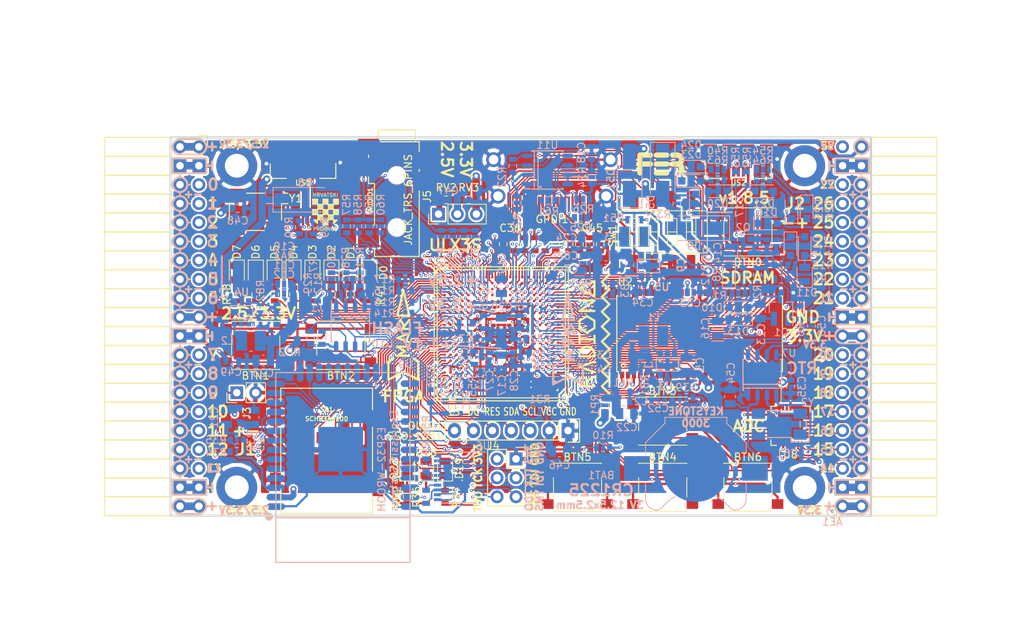
<source format=kicad_pcb>
(kicad_pcb (version 20171130) (host pcbnew 5.0.0-rc2-dev-unknown+dfsg1+20180318-2)
  (layers (0 F.Cu signal) (1 In1.Cu signal) (2 In2.Cu signal) (31 B.Cu signal) (34 B.Paste user) (35 F.Paste user) (36 B.SilkS user) (37 F.SilkS user) (38 B.Mask user) (39 F.Mask user) (44 Edge.Cuts user))
  (net 0 "")
  (net 1 GND)
  (net 2 +5V)
  (net 3 /gpio/IN5V)
  (net 4 /gpio/OUT5V)
  (net 5 +3V3)
  (net 6 BTN_D)
  (net 7 BTN_F1)
  (net 8 BTN_F2)
  (net 9 BTN_L)
  (net 10 BTN_R)
  (net 11 BTN_U)
  (net 12 /power/FB1)
  (net 13 +2V5)
  (net 14 /power/PWREN)
  (net 15 /power/FB3)
  (net 16 /power/FB2)
  (net 17 /power/VBAT)
  (net 18 JTAG_TDI)
  (net 19 JTAG_TCK)
  (net 20 JTAG_TMS)
  (net 21 JTAG_TDO)
  (net 22 /power/WAKEUPn)
  (net 23 /power/WKUP)
  (net 24 /power/SHUT)
  (net 25 /power/WAKE)
  (net 26 /power/HOLD)
  (net 27 /power/WKn)
  (net 28 /power/OSCI_32k)
  (net 29 /power/OSCO_32k)
  (net 30 SHUTDOWN)
  (net 31 /analog/AUDIO_L)
  (net 32 /analog/AUDIO_R)
  (net 33 GPDI_SDA)
  (net 34 GPDI_SCL)
  (net 35 /gpdi/VREF2)
  (net 36 SD_CMD)
  (net 37 SD_CLK)
  (net 38 SD_D0)
  (net 39 SD_D1)
  (net 40 USB5V)
  (net 41 GPDI_CEC)
  (net 42 nRESET)
  (net 43 FTDI_nDTR)
  (net 44 SDRAM_CKE)
  (net 45 SDRAM_A7)
  (net 46 SDRAM_D15)
  (net 47 SDRAM_BA1)
  (net 48 SDRAM_D7)
  (net 49 SDRAM_A6)
  (net 50 SDRAM_CLK)
  (net 51 SDRAM_D13)
  (net 52 SDRAM_BA0)
  (net 53 SDRAM_D6)
  (net 54 SDRAM_A5)
  (net 55 SDRAM_D14)
  (net 56 SDRAM_A11)
  (net 57 SDRAM_D12)
  (net 58 SDRAM_D5)
  (net 59 SDRAM_A4)
  (net 60 SDRAM_A10)
  (net 61 SDRAM_D11)
  (net 62 SDRAM_A3)
  (net 63 SDRAM_D4)
  (net 64 SDRAM_D10)
  (net 65 SDRAM_D9)
  (net 66 SDRAM_A9)
  (net 67 SDRAM_D3)
  (net 68 SDRAM_D8)
  (net 69 SDRAM_A8)
  (net 70 SDRAM_A2)
  (net 71 SDRAM_A1)
  (net 72 SDRAM_A0)
  (net 73 SDRAM_D2)
  (net 74 SDRAM_D1)
  (net 75 SDRAM_D0)
  (net 76 SDRAM_DQM0)
  (net 77 SDRAM_nCS)
  (net 78 SDRAM_nRAS)
  (net 79 SDRAM_DQM1)
  (net 80 SDRAM_nCAS)
  (net 81 SDRAM_nWE)
  (net 82 /flash/FLASH_nWP)
  (net 83 /flash/FLASH_nHOLD)
  (net 84 /flash/FLASH_MOSI)
  (net 85 /flash/FLASH_MISO)
  (net 86 /flash/FLASH_SCK)
  (net 87 /flash/FLASH_nCS)
  (net 88 /flash/FPGA_PROGRAMN)
  (net 89 /flash/FPGA_DONE)
  (net 90 /flash/FPGA_INITN)
  (net 91 OLED_RES)
  (net 92 OLED_DC)
  (net 93 OLED_CS)
  (net 94 WIFI_EN)
  (net 95 FTDI_nRTS)
  (net 96 FTDI_TXD)
  (net 97 FTDI_RXD)
  (net 98 WIFI_RXD)
  (net 99 WIFI_GPIO0)
  (net 100 WIFI_TXD)
  (net 101 USB_FTDI_D+)
  (net 102 USB_FTDI_D-)
  (net 103 SD_D3)
  (net 104 AUDIO_L3)
  (net 105 AUDIO_L2)
  (net 106 AUDIO_L1)
  (net 107 AUDIO_L0)
  (net 108 AUDIO_R3)
  (net 109 AUDIO_R2)
  (net 110 AUDIO_R1)
  (net 111 AUDIO_R0)
  (net 112 OLED_CLK)
  (net 113 OLED_MOSI)
  (net 114 LED0)
  (net 115 LED1)
  (net 116 LED2)
  (net 117 LED3)
  (net 118 LED4)
  (net 119 LED5)
  (net 120 LED6)
  (net 121 LED7)
  (net 122 BTN_PWRn)
  (net 123 FTDI_nTXLED)
  (net 124 FTDI_nSLEEP)
  (net 125 /blinkey/LED_PWREN)
  (net 126 /blinkey/LED_TXLED)
  (net 127 /sdcard/SD3V3)
  (net 128 SD_D2)
  (net 129 CLK_25MHz)
  (net 130 /blinkey/BTNPUL)
  (net 131 /blinkey/BTNPUR)
  (net 132 USB_FPGA_D+)
  (net 133 /power/FTDI_nSUSPEND)
  (net 134 /blinkey/ALED0)
  (net 135 /blinkey/ALED1)
  (net 136 /blinkey/ALED2)
  (net 137 /blinkey/ALED3)
  (net 138 /blinkey/ALED4)
  (net 139 /blinkey/ALED5)
  (net 140 /blinkey/ALED6)
  (net 141 /blinkey/ALED7)
  (net 142 /usb/FTD-)
  (net 143 /usb/FTD+)
  (net 144 ADC_MISO)
  (net 145 ADC_MOSI)
  (net 146 ADC_CSn)
  (net 147 ADC_SCLK)
  (net 148 SW3)
  (net 149 SW2)
  (net 150 SW1)
  (net 151 USB_FPGA_D-)
  (net 152 /usb/FPD+)
  (net 153 /usb/FPD-)
  (net 154 WIFI_GPIO16)
  (net 155 /usb/ANT_433MHz)
  (net 156 /power/PWRBTn)
  (net 157 PROG_DONE)
  (net 158 /power/P3V3)
  (net 159 /power/P2V5)
  (net 160 /power/L1)
  (net 161 /power/L3)
  (net 162 /power/L2)
  (net 163 FTDI_TXDEN)
  (net 164 SDRAM_A12)
  (net 165 /analog/AUDIO_V)
  (net 166 AUDIO_V3)
  (net 167 AUDIO_V2)
  (net 168 AUDIO_V1)
  (net 169 AUDIO_V0)
  (net 170 /blinkey/LED_WIFI)
  (net 171 /power/P1V1)
  (net 172 +1V1)
  (net 173 SW4)
  (net 174 /blinkey/SWPU)
  (net 175 /wifi/WIFIEN)
  (net 176 FT2V5)
  (net 177 GN0)
  (net 178 GP0)
  (net 179 GN1)
  (net 180 GP1)
  (net 181 GN2)
  (net 182 GP2)
  (net 183 GN3)
  (net 184 GP3)
  (net 185 GN4)
  (net 186 GP4)
  (net 187 GN5)
  (net 188 GP5)
  (net 189 GN6)
  (net 190 GP6)
  (net 191 GN14)
  (net 192 GP14)
  (net 193 GN15)
  (net 194 GP15)
  (net 195 GN16)
  (net 196 GP16)
  (net 197 GN17)
  (net 198 GP17)
  (net 199 GN18)
  (net 200 GP18)
  (net 201 GN19)
  (net 202 GP19)
  (net 203 GN20)
  (net 204 GP20)
  (net 205 GN21)
  (net 206 GP21)
  (net 207 GN22)
  (net 208 GP22)
  (net 209 GN23)
  (net 210 GP23)
  (net 211 GN24)
  (net 212 GP24)
  (net 213 GN25)
  (net 214 GP25)
  (net 215 GN26)
  (net 216 GP26)
  (net 217 GN27)
  (net 218 GP27)
  (net 219 GN7)
  (net 220 GP7)
  (net 221 GN8)
  (net 222 GP8)
  (net 223 GN9)
  (net 224 GP9)
  (net 225 GN10)
  (net 226 GP10)
  (net 227 GN11)
  (net 228 GP11)
  (net 229 GN12)
  (net 230 GP12)
  (net 231 GN13)
  (net 232 GP13)
  (net 233 WIFI_GPIO5)
  (net 234 WIFI_GPIO17)
  (net 235 USB_FPGA_PULL_D+)
  (net 236 USB_FPGA_PULL_D-)
  (net 237 "Net-(D23-Pad2)")
  (net 238 "Net-(D24-Pad1)")
  (net 239 "Net-(D25-Pad2)")
  (net 240 "Net-(D26-Pad1)")
  (net 241 /gpdi/GPDI_ETH+)
  (net 242 FPDI_ETH+)
  (net 243 /gpdi/GPDI_ETH-)
  (net 244 FPDI_ETH-)
  (net 245 /gpdi/GPDI_D2-)
  (net 246 FPDI_D2-)
  (net 247 /gpdi/GPDI_D1-)
  (net 248 FPDI_D1-)
  (net 249 /gpdi/GPDI_D0-)
  (net 250 FPDI_D0-)
  (net 251 /gpdi/GPDI_CLK-)
  (net 252 FPDI_CLK-)
  (net 253 /gpdi/GPDI_D2+)
  (net 254 FPDI_D2+)
  (net 255 /gpdi/GPDI_D1+)
  (net 256 FPDI_D1+)
  (net 257 /gpdi/GPDI_D0+)
  (net 258 FPDI_D0+)
  (net 259 /gpdi/GPDI_CLK+)
  (net 260 FPDI_CLK+)
  (net 261 FPDI_SDA)
  (net 262 FPDI_SCL)
  (net 263 /gpdi/FPDI_CEC)
  (net 264 2V5_3V3)
  (net 265 "Net-(AUDIO1-Pad5)")
  (net 266 "Net-(AUDIO1-Pad6)")
  (net 267 "Net-(U1-PadA15)")
  (net 268 "Net-(U1-PadC9)")
  (net 269 "Net-(U1-PadD9)")
  (net 270 "Net-(U1-PadD10)")
  (net 271 "Net-(U1-PadD11)")
  (net 272 "Net-(U1-PadD12)")
  (net 273 "Net-(U1-PadE6)")
  (net 274 "Net-(U1-PadE9)")
  (net 275 "Net-(U1-PadE10)")
  (net 276 "Net-(U1-PadE11)")
  (net 277 "Net-(U1-PadJ4)")
  (net 278 "Net-(U1-PadJ5)")
  (net 279 "Net-(U1-PadK5)")
  (net 280 "Net-(U1-PadL5)")
  (net 281 "Net-(U1-PadM4)")
  (net 282 "Net-(U1-PadM5)")
  (net 283 SD_CD)
  (net 284 SD_WP)
  (net 285 "Net-(U1-PadR3)")
  (net 286 "Net-(U1-PadT16)")
  (net 287 "Net-(U1-PadW4)")
  (net 288 "Net-(U1-PadW5)")
  (net 289 "Net-(U1-PadW8)")
  (net 290 "Net-(U1-PadW9)")
  (net 291 "Net-(U1-PadW13)")
  (net 292 "Net-(U1-PadW14)")
  (net 293 "Net-(U1-PadW17)")
  (net 294 "Net-(U1-PadW18)")
  (net 295 FTDI_nRXLED)
  (net 296 "Net-(U8-Pad12)")
  (net 297 "Net-(U8-Pad25)")
  (net 298 "Net-(U9-Pad32)")
  (net 299 "Net-(U9-Pad22)")
  (net 300 "Net-(U9-Pad21)")
  (net 301 "Net-(U9-Pad20)")
  (net 302 "Net-(U9-Pad19)")
  (net 303 "Net-(U9-Pad18)")
  (net 304 "Net-(U9-Pad17)")
  (net 305 "Net-(U9-Pad12)")
  (net 306 "Net-(U9-Pad5)")
  (net 307 "Net-(U9-Pad4)")
  (net 308 "Net-(US1-Pad4)")
  (net 309 "Net-(US2-Pad4)")
  (net 310 "Net-(Y2-Pad3)")
  (net 311 "Net-(Y2-Pad2)")
  (net 312 "Net-(U1-PadK16)")
  (net 313 "Net-(U1-PadK17)")
  (net 314 /usb/US2VBUS)
  (net 315 /power/SHD)
  (module L_1008_1210:L_1008_1210 (layer B.Cu) (at 156.33 74.755 180)
    (fp_text reference L3 (at 3.16 -0.018 180) (layer B.SilkS) (effects (justify mirror)))
    (fp_text value 2.2uH)
    (pad 2 smd rect (at 1.27 0 180) (size 1.5 2.7) (layers B.Cu B.Paste B.Mask) (net 158 /power/P3V3))
    (pad 1 smd rect (at -1.27 0 180) (size 1.5 2.7) (layers B.Cu B.Paste B.Mask) (net 161 /power/L3))
  )
  (module L_1008_1210:L_1008_1210 (layer B.Cu) (at 104.895 88.725)
    (fp_text reference L2 (at -3.16 0.018) (layer B.SilkS) (effects (justify mirror)))
    (fp_text value 2.2uH)
    (pad 2 smd rect (at 1.27 0) (size 1.5 2.7) (layers B.Cu B.Paste B.Mask) (net 159 /power/P2V5))
    (pad 1 smd rect (at -1.27 0) (size 1.5 2.7) (layers B.Cu B.Paste B.Mask) (net 162 /power/L2))
  )
  (module L_1008_1210:L_1008_1210 (layer B.Cu) (at 158.87 88.09 180)
    (fp_text reference L1 (at 0 2.5 180) (layer B.SilkS) (effects (justify mirror)))
    (fp_text value 2.2uH)
    (pad 2 smd rect (at 1.27 0 180) (size 1.5 2.7) (layers B.Cu B.Paste B.Mask) (net 171 /power/P1V1))
    (pad 1 smd rect (at -1.27 0 180) (size 1.5 2.7) (layers B.Cu B.Paste B.Mask) (net 160 /power/L1))
  )
  (module Socket_Strips:Socket_Strip_Angled_2x20 (layer F.Cu) (at 97.91 62.69 270)
    (fp_text reference J1 (at 40.64 -6.35) (layer F.SilkS) (effects (font (size 1.5 1.5) (thickness 0.3))))
    (fp_text value CONN_02X20 hide)
    (pad 1 thru_hole oval (at 0 0 270) (size 1.7272 1.7272) (drill 1.016) (layers *.Cu *.Mask) (net 264 2V5_3V3))
    (pad 2 thru_hole oval (at 0 2.54 270) (size 1.7272 1.7272) (drill 1.016) (layers *.Cu *.Mask) (net 264 2V5_3V3))
    (pad 3 thru_hole rect (at 2.54 0 270) (size 1.7272 1.7272) (drill 1.016) (layers *.Cu *.Mask) (net 1 GND))
    (pad 4 thru_hole rect (at 2.54 2.54 270) (size 1.7272 1.7272) (drill 1.016) (layers *.Cu *.Mask) (net 1 GND))
    (pad 5 thru_hole oval (at 5.08 0 270) (size 1.7272 1.7272) (drill 1.016) (layers *.Cu *.Mask) (net 177 GN0))
    (pad 6 thru_hole oval (at 5.08 2.54 270) (size 1.7272 1.7272) (drill 1.016) (layers *.Cu *.Mask) (net 178 GP0))
    (pad 7 thru_hole oval (at 7.62 0 270) (size 1.7272 1.7272) (drill 1.016) (layers *.Cu *.Mask) (net 179 GN1))
    (pad 8 thru_hole oval (at 7.62 2.54 270) (size 1.7272 1.7272) (drill 1.016) (layers *.Cu *.Mask) (net 180 GP1))
    (pad 9 thru_hole oval (at 10.16 0 270) (size 1.7272 1.7272) (drill 1.016) (layers *.Cu *.Mask) (net 181 GN2))
    (pad 10 thru_hole oval (at 10.16 2.54 270) (size 1.7272 1.7272) (drill 1.016) (layers *.Cu *.Mask) (net 182 GP2))
    (pad 11 thru_hole oval (at 12.7 0 270) (size 1.7272 1.7272) (drill 1.016) (layers *.Cu *.Mask) (net 183 GN3))
    (pad 12 thru_hole oval (at 12.7 2.54 270) (size 1.7272 1.7272) (drill 1.016) (layers *.Cu *.Mask) (net 184 GP3))
    (pad 13 thru_hole oval (at 15.24 0 270) (size 1.7272 1.7272) (drill 1.016) (layers *.Cu *.Mask) (net 185 GN4))
    (pad 14 thru_hole oval (at 15.24 2.54 270) (size 1.7272 1.7272) (drill 1.016) (layers *.Cu *.Mask) (net 186 GP4))
    (pad 15 thru_hole oval (at 17.78 0 270) (size 1.7272 1.7272) (drill 1.016) (layers *.Cu *.Mask) (net 187 GN5))
    (pad 16 thru_hole oval (at 17.78 2.54 270) (size 1.7272 1.7272) (drill 1.016) (layers *.Cu *.Mask) (net 188 GP5))
    (pad 17 thru_hole oval (at 20.32 0 270) (size 1.7272 1.7272) (drill 1.016) (layers *.Cu *.Mask) (net 189 GN6))
    (pad 18 thru_hole oval (at 20.32 2.54 270) (size 1.7272 1.7272) (drill 1.016) (layers *.Cu *.Mask) (net 190 GP6))
    (pad 19 thru_hole oval (at 22.86 0 270) (size 1.7272 1.7272) (drill 1.016) (layers *.Cu *.Mask) (net 264 2V5_3V3))
    (pad 20 thru_hole oval (at 22.86 2.54 270) (size 1.7272 1.7272) (drill 1.016) (layers *.Cu *.Mask) (net 264 2V5_3V3))
    (pad 21 thru_hole rect (at 25.4 0 270) (size 1.7272 1.7272) (drill 1.016) (layers *.Cu *.Mask) (net 1 GND))
    (pad 22 thru_hole rect (at 25.4 2.54 270) (size 1.7272 1.7272) (drill 1.016) (layers *.Cu *.Mask) (net 1 GND))
    (pad 23 thru_hole oval (at 27.94 0 270) (size 1.7272 1.7272) (drill 1.016) (layers *.Cu *.Mask) (net 219 GN7))
    (pad 24 thru_hole oval (at 27.94 2.54 270) (size 1.7272 1.7272) (drill 1.016) (layers *.Cu *.Mask) (net 220 GP7))
    (pad 25 thru_hole oval (at 30.48 0 270) (size 1.7272 1.7272) (drill 1.016) (layers *.Cu *.Mask) (net 221 GN8))
    (pad 26 thru_hole oval (at 30.48 2.54 270) (size 1.7272 1.7272) (drill 1.016) (layers *.Cu *.Mask) (net 222 GP8))
    (pad 27 thru_hole oval (at 33.02 0 270) (size 1.7272 1.7272) (drill 1.016) (layers *.Cu *.Mask) (net 223 GN9))
    (pad 28 thru_hole oval (at 33.02 2.54 270) (size 1.7272 1.7272) (drill 1.016) (layers *.Cu *.Mask) (net 224 GP9))
    (pad 29 thru_hole oval (at 35.56 0 270) (size 1.7272 1.7272) (drill 1.016) (layers *.Cu *.Mask) (net 225 GN10))
    (pad 30 thru_hole oval (at 35.56 2.54 270) (size 1.7272 1.7272) (drill 1.016) (layers *.Cu *.Mask) (net 226 GP10))
    (pad 31 thru_hole oval (at 38.1 0 270) (size 1.7272 1.7272) (drill 1.016) (layers *.Cu *.Mask) (net 227 GN11))
    (pad 32 thru_hole oval (at 38.1 2.54 270) (size 1.7272 1.7272) (drill 1.016) (layers *.Cu *.Mask) (net 228 GP11))
    (pad 33 thru_hole oval (at 40.64 0 270) (size 1.7272 1.7272) (drill 1.016) (layers *.Cu *.Mask) (net 229 GN12))
    (pad 34 thru_hole oval (at 40.64 2.54 270) (size 1.7272 1.7272) (drill 1.016) (layers *.Cu *.Mask) (net 230 GP12))
    (pad 35 thru_hole oval (at 43.18 0 270) (size 1.7272 1.7272) (drill 1.016) (layers *.Cu *.Mask) (net 231 GN13))
    (pad 36 thru_hole oval (at 43.18 2.54 270) (size 1.7272 1.7272) (drill 1.016) (layers *.Cu *.Mask) (net 232 GP13))
    (pad 37 thru_hole rect (at 45.72 0 270) (size 1.7272 1.7272) (drill 1.016) (layers *.Cu *.Mask) (net 1 GND))
    (pad 38 thru_hole rect (at 45.72 2.54 270) (size 1.7272 1.7272) (drill 1.016) (layers *.Cu *.Mask) (net 1 GND))
    (pad 39 thru_hole oval (at 48.26 0 270) (size 1.7272 1.7272) (drill 1.016) (layers *.Cu *.Mask) (net 264 2V5_3V3))
    (pad 40 thru_hole oval (at 48.26 2.54 270) (size 1.7272 1.7272) (drill 1.016) (layers *.Cu *.Mask) (net 264 2V5_3V3))
  )
  (module TSOT-25:TSOT-25 (layer B.Cu) (at 160.775 91.9)
    (fp_text reference U3 (at -0.295 2.9) (layer B.SilkS) (effects (font (thickness 0.2)) (justify mirror)))
    (fp_text value TLV62569DBV)
    (pad 1 smd rect (at -0.95 -1.3) (size 0.7 1.2) (layers B.Cu B.Paste B.Mask) (net 14 /power/PWREN))
    (pad 2 smd rect (at 0 -1.3) (size 0.7 1.2) (layers B.Cu B.Paste B.Mask) (net 1 GND))
    (pad 3 smd rect (at 0.95 -1.3) (size 0.7 1.2) (layers B.Cu B.Paste B.Mask) (net 160 /power/L1))
    (pad 4 smd rect (at 0.95 1.3) (size 0.7 1.2) (layers B.Cu B.Paste B.Mask) (net 2 +5V))
    (pad 5 smd rect (at -0.95 1.3) (size 0.7 1.2) (layers B.Cu B.Paste B.Mask) (net 12 /power/FB1))
  )
  (module TSOT-25:TSOT-25 (layer B.Cu) (at 103.625 84.915 180)
    (fp_text reference U4 (at 0 2.697 180) (layer B.SilkS) (effects (font (thickness 0.2)) (justify mirror)))
    (fp_text value TLV62569DBV)
    (pad 1 smd rect (at -0.95 -1.3 180) (size 0.7 1.2) (layers B.Cu B.Paste B.Mask) (net 14 /power/PWREN))
    (pad 2 smd rect (at 0 -1.3 180) (size 0.7 1.2) (layers B.Cu B.Paste B.Mask) (net 1 GND))
    (pad 3 smd rect (at 0.95 -1.3 180) (size 0.7 1.2) (layers B.Cu B.Paste B.Mask) (net 162 /power/L2))
    (pad 4 smd rect (at 0.95 1.3 180) (size 0.7 1.2) (layers B.Cu B.Paste B.Mask) (net 2 +5V))
    (pad 5 smd rect (at -0.95 1.3 180) (size 0.7 1.2) (layers B.Cu B.Paste B.Mask) (net 16 /power/FB2))
  )
  (module TSOT-25:TSOT-25 (layer B.Cu) (at 158.235 78.692)
    (fp_text reference U5 (at 1.793 2.812) (layer B.SilkS) (effects (font (thickness 0.2)) (justify mirror)))
    (fp_text value TLV62569DBV)
    (pad 1 smd rect (at -0.95 -1.3) (size 0.7 1.2) (layers B.Cu B.Paste B.Mask) (net 14 /power/PWREN))
    (pad 2 smd rect (at 0 -1.3) (size 0.7 1.2) (layers B.Cu B.Paste B.Mask) (net 1 GND))
    (pad 3 smd rect (at 0.95 -1.3) (size 0.7 1.2) (layers B.Cu B.Paste B.Mask) (net 161 /power/L3))
    (pad 4 smd rect (at 0.95 1.3) (size 0.7 1.2) (layers B.Cu B.Paste B.Mask) (net 2 +5V))
    (pad 5 smd rect (at -0.95 1.3) (size 0.7 1.2) (layers B.Cu B.Paste B.Mask) (net 15 /power/FB3))
  )
  (module Socket_Strips:Socket_Strip_Angled_2x20 (layer F.Cu) (at 184.27 110.95 90)
    (fp_text reference J2 (at 40.64 -6.35 180) (layer F.SilkS) (effects (font (size 1.5 1.5) (thickness 0.3))))
    (fp_text value CONN_02X20 hide)
    (pad 1 thru_hole oval (at 0 0 90) (size 1.7272 1.7272) (drill 1.016) (layers *.Cu *.Mask) (net 5 +3V3))
    (pad 2 thru_hole oval (at 0 2.54 90) (size 1.7272 1.7272) (drill 1.016) (layers *.Cu *.Mask) (net 5 +3V3))
    (pad 3 thru_hole rect (at 2.54 0 90) (size 1.7272 1.7272) (drill 1.016) (layers *.Cu *.Mask) (net 1 GND))
    (pad 4 thru_hole rect (at 2.54 2.54 90) (size 1.7272 1.7272) (drill 1.016) (layers *.Cu *.Mask) (net 1 GND))
    (pad 5 thru_hole oval (at 5.08 0 90) (size 1.7272 1.7272) (drill 1.016) (layers *.Cu *.Mask) (net 191 GN14))
    (pad 6 thru_hole oval (at 5.08 2.54 90) (size 1.7272 1.7272) (drill 1.016) (layers *.Cu *.Mask) (net 192 GP14))
    (pad 7 thru_hole oval (at 7.62 0 90) (size 1.7272 1.7272) (drill 1.016) (layers *.Cu *.Mask) (net 193 GN15))
    (pad 8 thru_hole oval (at 7.62 2.54 90) (size 1.7272 1.7272) (drill 1.016) (layers *.Cu *.Mask) (net 194 GP15))
    (pad 9 thru_hole oval (at 10.16 0 90) (size 1.7272 1.7272) (drill 1.016) (layers *.Cu *.Mask) (net 195 GN16))
    (pad 10 thru_hole oval (at 10.16 2.54 90) (size 1.7272 1.7272) (drill 1.016) (layers *.Cu *.Mask) (net 196 GP16))
    (pad 11 thru_hole oval (at 12.7 0 90) (size 1.7272 1.7272) (drill 1.016) (layers *.Cu *.Mask) (net 197 GN17))
    (pad 12 thru_hole oval (at 12.7 2.54 90) (size 1.7272 1.7272) (drill 1.016) (layers *.Cu *.Mask) (net 198 GP17))
    (pad 13 thru_hole oval (at 15.24 0 90) (size 1.7272 1.7272) (drill 1.016) (layers *.Cu *.Mask) (net 199 GN18))
    (pad 14 thru_hole oval (at 15.24 2.54 90) (size 1.7272 1.7272) (drill 1.016) (layers *.Cu *.Mask) (net 200 GP18))
    (pad 15 thru_hole oval (at 17.78 0 90) (size 1.7272 1.7272) (drill 1.016) (layers *.Cu *.Mask) (net 201 GN19))
    (pad 16 thru_hole oval (at 17.78 2.54 90) (size 1.7272 1.7272) (drill 1.016) (layers *.Cu *.Mask) (net 202 GP19))
    (pad 17 thru_hole oval (at 20.32 0 90) (size 1.7272 1.7272) (drill 1.016) (layers *.Cu *.Mask) (net 203 GN20))
    (pad 18 thru_hole oval (at 20.32 2.54 90) (size 1.7272 1.7272) (drill 1.016) (layers *.Cu *.Mask) (net 204 GP20))
    (pad 19 thru_hole oval (at 22.86 0 90) (size 1.7272 1.7272) (drill 1.016) (layers *.Cu *.Mask) (net 5 +3V3))
    (pad 20 thru_hole oval (at 22.86 2.54 90) (size 1.7272 1.7272) (drill 1.016) (layers *.Cu *.Mask) (net 5 +3V3))
    (pad 21 thru_hole rect (at 25.4 0 90) (size 1.7272 1.7272) (drill 1.016) (layers *.Cu *.Mask) (net 1 GND))
    (pad 22 thru_hole rect (at 25.4 2.54 90) (size 1.7272 1.7272) (drill 1.016) (layers *.Cu *.Mask) (net 1 GND))
    (pad 23 thru_hole oval (at 27.94 0 90) (size 1.7272 1.7272) (drill 1.016) (layers *.Cu *.Mask) (net 205 GN21))
    (pad 24 thru_hole oval (at 27.94 2.54 90) (size 1.7272 1.7272) (drill 1.016) (layers *.Cu *.Mask) (net 206 GP21))
    (pad 25 thru_hole oval (at 30.48 0 90) (size 1.7272 1.7272) (drill 1.016) (layers *.Cu *.Mask) (net 207 GN22))
    (pad 26 thru_hole oval (at 30.48 2.54 90) (size 1.7272 1.7272) (drill 1.016) (layers *.Cu *.Mask) (net 208 GP22))
    (pad 27 thru_hole oval (at 33.02 0 90) (size 1.7272 1.7272) (drill 1.016) (layers *.Cu *.Mask) (net 209 GN23))
    (pad 28 thru_hole oval (at 33.02 2.54 90) (size 1.7272 1.7272) (drill 1.016) (layers *.Cu *.Mask) (net 210 GP23))
    (pad 29 thru_hole oval (at 35.56 0 90) (size 1.7272 1.7272) (drill 1.016) (layers *.Cu *.Mask) (net 211 GN24))
    (pad 30 thru_hole oval (at 35.56 2.54 90) (size 1.7272 1.7272) (drill 1.016) (layers *.Cu *.Mask) (net 212 GP24))
    (pad 31 thru_hole oval (at 38.1 0 90) (size 1.7272 1.7272) (drill 1.016) (layers *.Cu *.Mask) (net 213 GN25))
    (pad 32 thru_hole oval (at 38.1 2.54 90) (size 1.7272 1.7272) (drill 1.016) (layers *.Cu *.Mask) (net 214 GP25))
    (pad 33 thru_hole oval (at 40.64 0 90) (size 1.7272 1.7272) (drill 1.016) (layers *.Cu *.Mask) (net 215 GN26))
    (pad 34 thru_hole oval (at 40.64 2.54 90) (size 1.7272 1.7272) (drill 1.016) (layers *.Cu *.Mask) (net 216 GP26))
    (pad 35 thru_hole oval (at 43.18 0 90) (size 1.7272 1.7272) (drill 1.016) (layers *.Cu *.Mask) (net 217 GN27))
    (pad 36 thru_hole oval (at 43.18 2.54 90) (size 1.7272 1.7272) (drill 1.016) (layers *.Cu *.Mask) (net 218 GP27))
    (pad 37 thru_hole rect (at 45.72 0 90) (size 1.7272 1.7272) (drill 1.016) (layers *.Cu *.Mask) (net 1 GND))
    (pad 38 thru_hole rect (at 45.72 2.54 90) (size 1.7272 1.7272) (drill 1.016) (layers *.Cu *.Mask) (net 1 GND))
    (pad 39 thru_hole oval (at 48.26 0 90) (size 1.7272 1.7272) (drill 1.016) (layers *.Cu *.Mask) (net 3 /gpio/IN5V))
    (pad 40 thru_hole oval (at 48.26 2.54 90) (size 1.7272 1.7272) (drill 1.016) (layers *.Cu *.Mask) (net 4 /gpio/OUT5V))
  )
  (module Mounting_Holes:MountingHole_3.2mm_M3_ISO14580_Pad (layer F.Cu) (at 102.99 108.41)
    (fp_text reference H1 hide)
    (fp_text value HOLE hide)
    (pad 1 thru_hole circle (at 0 0) (size 5.5 5.5) (drill 3.2) (layers *.Cu *.Mask) (net 1 GND))
  )
  (module Mounting_Holes:MountingHole_3.2mm_M3_ISO14580_Pad (layer F.Cu) (at 179.19 108.41)
    (fp_text reference H2 hide)
    (fp_text value HOLE hide)
    (pad 1 thru_hole circle (at 0 0) (size 5.5 5.5) (drill 3.2) (layers *.Cu *.Mask) (net 1 GND))
  )
  (module Mounting_Holes:MountingHole_3.2mm_M3_ISO14580_Pad (layer F.Cu) (at 179.19 65.23)
    (fp_text reference H3 hide)
    (fp_text value HOLE hide)
    (pad 1 thru_hole circle (at 0 0) (size 5.5 5.5) (drill 3.2) (layers *.Cu *.Mask) (net 1 GND))
  )
  (module Mounting_Holes:MountingHole_3.2mm_M3_ISO14580_Pad (layer F.Cu) (at 102.99 65.23)
    (fp_text reference H4 hide)
    (fp_text value HOLE hide)
    (pad 1 thru_hole circle (at 0 0) (size 5.5 5.5) (drill 3.2) (layers *.Cu *.Mask) (net 1 GND))
  )
  (module Housings_SSOP:SSOP-20_4.4x6.5mm_Pitch0.65mm (layer B.Cu) (at 132.835 107.14 180)
    (fp_text reference U6 (at -3.175 4.318 180) (layer B.SilkS) (effects (justify mirror)))
    (fp_text value FT231XS)
    (pad 1 smd rect (at -2.9 2.925 180) (size 1 0.4) (layers B.Cu B.Paste B.Mask) (net 43 FTDI_nDTR))
    (pad 2 smd rect (at -2.9 2.275 180) (size 1 0.4) (layers B.Cu B.Paste B.Mask) (net 95 FTDI_nRTS))
    (pad 3 smd rect (at -2.9 1.625 180) (size 1 0.4) (layers B.Cu B.Paste B.Mask) (net 176 FT2V5))
    (pad 4 smd rect (at -2.9 0.975 180) (size 1 0.4) (layers B.Cu B.Paste B.Mask) (net 97 FTDI_RXD))
    (pad 5 smd rect (at -2.9 0.325 180) (size 1 0.4) (layers B.Cu B.Paste B.Mask) (net 18 JTAG_TDI))
    (pad 6 smd rect (at -2.9 -0.325 180) (size 1 0.4) (layers B.Cu B.Paste B.Mask) (net 1 GND))
    (pad 7 smd rect (at -2.9 -0.975 180) (size 1 0.4) (layers B.Cu B.Paste B.Mask) (net 19 JTAG_TCK))
    (pad 8 smd rect (at -2.9 -1.625 180) (size 1 0.4) (layers B.Cu B.Paste B.Mask) (net 20 JTAG_TMS))
    (pad 9 smd rect (at -2.9 -2.275 180) (size 1 0.4) (layers B.Cu B.Paste B.Mask) (net 21 JTAG_TDO))
    (pad 10 smd rect (at -2.9 -2.925 180) (size 1 0.4) (layers B.Cu B.Paste B.Mask) (net 123 FTDI_nTXLED))
    (pad 11 smd rect (at 2.9 -2.925 180) (size 1 0.4) (layers B.Cu B.Paste B.Mask) (net 101 USB_FTDI_D+))
    (pad 12 smd rect (at 2.9 -2.275 180) (size 1 0.4) (layers B.Cu B.Paste B.Mask) (net 102 USB_FTDI_D-))
    (pad 13 smd rect (at 2.9 -1.625 180) (size 1 0.4) (layers B.Cu B.Paste B.Mask) (net 176 FT2V5))
    (pad 14 smd rect (at 2.9 -0.975 180) (size 1 0.4) (layers B.Cu B.Paste B.Mask) (net 42 nRESET))
    (pad 15 smd rect (at 2.9 -0.325 180) (size 1 0.4) (layers B.Cu B.Paste B.Mask) (net 40 USB5V))
    (pad 16 smd rect (at 2.9 0.325 180) (size 1 0.4) (layers B.Cu B.Paste B.Mask) (net 1 GND))
    (pad 17 smd rect (at 2.9 0.975 180) (size 1 0.4) (layers B.Cu B.Paste B.Mask) (net 295 FTDI_nRXLED))
    (pad 18 smd rect (at 2.9 1.625 180) (size 1 0.4) (layers B.Cu B.Paste B.Mask) (net 163 FTDI_TXDEN))
    (pad 19 smd rect (at 2.9 2.275 180) (size 1 0.4) (layers B.Cu B.Paste B.Mask) (net 124 FTDI_nSLEEP))
    (pad 20 smd rect (at 2.9 2.925 180) (size 1 0.4) (layers B.Cu B.Paste B.Mask) (net 96 FTDI_TXD))
  )
  (module usb_otg:USB-MICRO-B-FCI-10118192-0001LF (layer F.Cu) (at 111.88 63.325 180)
    (fp_text reference US1 (at 0 -4.2 180) (layer F.SilkS) (effects (font (size 0.7 0.7))))
    (fp_text value MICRO_USB hide)
    (pad 6 smd rect (at -3.1 -2.55 180) (size 2.1 1.6) (layers F.Cu F.Paste F.Mask) (net 1 GND))
    (pad 6 smd rect (at 3.1 -2.55 180) (size 2.1 1.6) (layers F.Cu F.Paste F.Mask) (net 1 GND))
    (pad 6 smd rect (at -1.2 0 180) (size 1.9 1.9) (layers F.Cu F.Paste F.Mask) (net 1 GND))
    (pad 6 smd rect (at 1.2 0 180) (size 1.9 1.9) (layers F.Cu F.Paste F.Mask) (net 1 GND))
    (pad 1 smd rect (at -1.3 -2.675 180) (size 0.4 1.35) (layers F.Cu F.Paste F.Mask) (net 40 USB5V))
    (pad 2 smd rect (at -0.65 -2.675 180) (size 0.4 1.35) (layers F.Cu F.Paste F.Mask) (net 142 /usb/FTD-))
    (pad 3 smd rect (at 0 -2.675 180) (size 0.4 1.35) (layers F.Cu F.Paste F.Mask) (net 143 /usb/FTD+))
    (pad 4 smd rect (at 0.65 -2.675 180) (size 0.4 1.35) (layers F.Cu F.Paste F.Mask) (net 308 "Net-(US1-Pad4)"))
    (pad 5 smd rect (at 1.3 -2.675 180) (size 0.4 1.35) (layers F.Cu F.Paste F.Mask) (net 1 GND))
    (pad 6 smd rect (at -3.8 0 180) (size 1.8 1.9) (layers F.Cu F.Paste F.Mask) (net 1 GND))
    (pad 6 smd rect (at 3.8 0 180) (size 1.8 1.9) (layers F.Cu F.Paste F.Mask) (net 1 GND))
  )
  (module usb_otg:USB-MICRO-B-FCI-10118192-0001LF (layer F.Cu) (at 170.3 63.325 180)
    (fp_text reference US2 (at 0 -4.2 180) (layer F.SilkS) (effects (font (size 0.7 0.7))))
    (fp_text value MICRO_USB hide)
    (pad 6 smd rect (at -3.1 -2.55 180) (size 2.1 1.6) (layers F.Cu F.Paste F.Mask) (net 1 GND))
    (pad 6 smd rect (at 3.1 -2.55 180) (size 2.1 1.6) (layers F.Cu F.Paste F.Mask) (net 1 GND))
    (pad 6 smd rect (at -1.2 0 180) (size 1.9 1.9) (layers F.Cu F.Paste F.Mask) (net 1 GND))
    (pad 6 smd rect (at 1.2 0 180) (size 1.9 1.9) (layers F.Cu F.Paste F.Mask) (net 1 GND))
    (pad 1 smd rect (at -1.3 -2.675 180) (size 0.4 1.35) (layers F.Cu F.Paste F.Mask) (net 314 /usb/US2VBUS))
    (pad 2 smd rect (at -0.65 -2.675 180) (size 0.4 1.35) (layers F.Cu F.Paste F.Mask) (net 153 /usb/FPD-))
    (pad 3 smd rect (at 0 -2.675 180) (size 0.4 1.35) (layers F.Cu F.Paste F.Mask) (net 152 /usb/FPD+))
    (pad 4 smd rect (at 0.65 -2.675 180) (size 0.4 1.35) (layers F.Cu F.Paste F.Mask) (net 309 "Net-(US2-Pad4)"))
    (pad 5 smd rect (at 1.3 -2.675 180) (size 0.4 1.35) (layers F.Cu F.Paste F.Mask) (net 1 GND))
    (pad 6 smd rect (at -3.8 0 180) (size 1.8 1.9) (layers F.Cu F.Paste F.Mask) (net 1 GND))
    (pad 6 smd rect (at 3.8 0 180) (size 1.8 1.9) (layers F.Cu F.Paste F.Mask) (net 1 GND))
  )
  (module Socket_Strips:Socket_Strip_Straight_2x03 (layer F.Cu) (at 140.455 104.6 270)
    (fp_text reference J4 (at -1.778 3.048) (layer F.SilkS))
    (fp_text value CONN_02X03 hide)
    (pad 1 thru_hole rect (at 0 0 270) (size 1.7272 1.7272) (drill 1.016) (layers *.Cu *.Mask) (net 1 GND))
    (pad 2 thru_hole oval (at 0 2.54 270) (size 1.7272 1.7272) (drill 1.016) (layers *.Cu *.Mask) (net 5 +3V3))
    (pad 3 thru_hole oval (at 2.54 0 270) (size 1.7272 1.7272) (drill 1.016) (layers *.Cu *.Mask) (net 18 JTAG_TDI))
    (pad 4 thru_hole oval (at 2.54 2.54 270) (size 1.7272 1.7272) (drill 1.016) (layers *.Cu *.Mask) (net 19 JTAG_TCK))
    (pad 5 thru_hole oval (at 5.08 0 270) (size 1.7272 1.7272) (drill 1.016) (layers *.Cu *.Mask) (net 20 JTAG_TMS))
    (pad 6 thru_hole oval (at 5.08 2.54 270) (size 1.7272 1.7272) (drill 1.016) (layers *.Cu *.Mask) (net 21 JTAG_TDO))
  )
  (module Housings_DFN_QFN:QFN-28-1EP_5x5mm_Pitch0.5mm (layer F.Cu) (at 177.285 100.155 180)
    (fp_text reference U8 (at 0 -3.875 180) (layer F.SilkS))
    (fp_text value MAX11125)
    (pad 1 smd oval (at -2.45 -1.5 180) (size 0.85 0.3) (layers F.Cu F.Paste F.Mask) (net 194 GP15))
    (pad 2 smd oval (at -2.45 -1 180) (size 0.85 0.3) (layers F.Cu F.Paste F.Mask) (net 195 GN16))
    (pad 3 smd oval (at -2.45 -0.5 180) (size 0.85 0.3) (layers F.Cu F.Paste F.Mask) (net 196 GP16))
    (pad 4 smd oval (at -2.45 0 180) (size 0.85 0.3) (layers F.Cu F.Paste F.Mask) (net 197 GN17))
    (pad 5 smd oval (at -2.45 0.5 180) (size 0.85 0.3) (layers F.Cu F.Paste F.Mask) (net 198 GP17))
    (pad 6 smd oval (at -2.45 1 180) (size 0.85 0.3) (layers F.Cu F.Paste F.Mask) (net 1 GND))
    (pad 7 smd oval (at -2.45 1.5 180) (size 0.85 0.3) (layers F.Cu F.Paste F.Mask) (net 1 GND))
    (pad 8 smd oval (at -1.5 2.45 270) (size 0.85 0.3) (layers F.Cu F.Paste F.Mask) (net 1 GND))
    (pad 9 smd oval (at -1 2.45 270) (size 0.85 0.3) (layers F.Cu F.Paste F.Mask) (net 1 GND))
    (pad 10 smd oval (at -0.5 2.45 270) (size 0.85 0.3) (layers F.Cu F.Paste F.Mask) (net 1 GND))
    (pad 11 smd oval (at 0 2.45 270) (size 0.85 0.3) (layers F.Cu F.Paste F.Mask) (net 1 GND))
    (pad 12 smd oval (at 0.5 2.45 270) (size 0.85 0.3) (layers F.Cu F.Paste F.Mask) (net 296 "Net-(U8-Pad12)"))
    (pad 13 smd oval (at 1 2.45 270) (size 0.85 0.3) (layers F.Cu F.Paste F.Mask) (net 1 GND))
    (pad 14 smd oval (at 1.5 2.45 270) (size 0.85 0.3) (layers F.Cu F.Paste F.Mask) (net 1 GND))
    (pad 15 smd oval (at 2.45 1.5 180) (size 0.85 0.3) (layers F.Cu F.Paste F.Mask) (net 5 +3V3))
    (pad 16 smd oval (at 2.45 1 180) (size 0.85 0.3) (layers F.Cu F.Paste F.Mask) (net 1 GND))
    (pad 17 smd oval (at 2.45 0.5 180) (size 0.85 0.3) (layers F.Cu F.Paste F.Mask) (net 5 +3V3))
    (pad 18 smd oval (at 2.45 0 180) (size 0.85 0.3) (layers F.Cu F.Paste F.Mask) (net 5 +3V3))
    (pad 19 smd oval (at 2.45 -0.5 180) (size 0.85 0.3) (layers F.Cu F.Paste F.Mask) (net 147 ADC_SCLK))
    (pad 20 smd oval (at 2.45 -1 180) (size 0.85 0.3) (layers F.Cu F.Paste F.Mask) (net 146 ADC_CSn))
    (pad 21 smd oval (at 2.45 -1.5 180) (size 0.85 0.3) (layers F.Cu F.Paste F.Mask) (net 145 ADC_MOSI))
    (pad 22 smd oval (at 1.5 -2.45 270) (size 0.85 0.3) (layers F.Cu F.Paste F.Mask) (net 1 GND))
    (pad 23 smd oval (at 1 -2.45 270) (size 0.85 0.3) (layers F.Cu F.Paste F.Mask) (net 5 +3V3))
    (pad 24 smd oval (at 0.5 -2.45 270) (size 0.85 0.3) (layers F.Cu F.Paste F.Mask) (net 144 ADC_MISO))
    (pad 25 smd oval (at 0 -2.45 270) (size 0.85 0.3) (layers F.Cu F.Paste F.Mask) (net 297 "Net-(U8-Pad25)"))
    (pad 26 smd oval (at -0.5 -2.45 270) (size 0.85 0.3) (layers F.Cu F.Paste F.Mask) (net 191 GN14))
    (pad 27 smd oval (at -1 -2.45 270) (size 0.85 0.3) (layers F.Cu F.Paste F.Mask) (net 192 GP14))
    (pad 28 smd oval (at -1.5 -2.45 270) (size 0.85 0.3) (layers F.Cu F.Paste F.Mask) (net 193 GN15))
    (pad 29 smd rect (at 0.8375 0.8375 180) (size 1.675 1.675) (layers F.Cu F.Paste F.Mask) (net 1 GND))
    (pad 29 smd rect (at 0.8375 -0.8375 180) (size 1.675 1.675) (layers F.Cu F.Paste F.Mask) (net 1 GND))
    (pad 29 smd rect (at -0.8375 0.8375 180) (size 1.675 1.675) (layers F.Cu F.Paste F.Mask) (net 1 GND))
    (pad 29 smd rect (at -0.8375 -0.8375 180) (size 1.675 1.675) (layers F.Cu F.Paste F.Mask) (net 1 GND))
  )
  (module oled:oled_13xx (layer F.Cu) (at 139.82 100.79 180)
    (fp_text reference OLED1 (at 11.557 0.635 180) (layer F.SilkS))
    (fp_text value SSD_1331 (at 12.954 -0.762 180) (layer F.SilkS))
    (fp_text user CS (at 7.62 2.54 180) (layer F.SilkS) (effects (font (size 1 0.75))))
    (fp_text user DC (at 5.08 2.54 180) (layer F.SilkS) (effects (font (size 1 0.75))))
    (fp_text user RES (at 2.54 2.54 180) (layer F.SilkS) (effects (font (size 1 0.75))))
    (fp_text user SDA (at 0 2.54 180) (layer F.SilkS) (effects (font (size 1 0.75))))
    (fp_text user SCL (at -2.54 2.54 180) (layer F.SilkS) (effects (font (size 1 0.75))))
    (fp_text user VCC (at -5.08 2.54 180) (layer F.SilkS) (effects (font (size 1 0.75))))
    (fp_text user GND (at -7.62 2.54 180) (layer F.SilkS) (effects (font (size 1 0.75))))
    (pad 1 thru_hole rect (at -7.62 0 180) (size 1.7272 2.032) (drill 1.016) (layers *.Cu *.Mask) (net 1 GND))
    (pad 2 thru_hole oval (at -5.08 0 180) (size 1.7272 2.032) (drill 1.016) (layers *.Cu *.Mask) (net 5 +3V3))
    (pad 3 thru_hole oval (at -2.54 0 180) (size 1.7272 2.032) (drill 1.016) (layers *.Cu *.Mask) (net 112 OLED_CLK))
    (pad 4 thru_hole oval (at 0 0 180) (size 1.7272 2.032) (drill 1.016) (layers *.Cu *.Mask) (net 113 OLED_MOSI))
    (pad 5 thru_hole oval (at 2.54 0 180) (size 1.7272 2.032) (drill 1.016) (layers *.Cu *.Mask) (net 91 OLED_RES))
    (pad 6 thru_hole oval (at 5.08 0 180) (size 1.7272 2.032) (drill 1.016) (layers *.Cu *.Mask) (net 92 OLED_DC))
    (pad 7 thru_hole oval (at 7.62 0 180) (size 1.7272 2.032) (drill 1.016) (layers *.Cu *.Mask) (net 93 OLED_CS))
  )
  (module Buttons_Switches_SMD:SW_SPST_PTS645 (layer F.Cu) (at 171.57 74.12 180)
    (fp_text reference BTN0 (at 0 -4.05 180) (layer F.SilkS))
    (fp_text value PTS645)
    (pad 2 smd rect (at -3.98 2.25 180) (size 1.55 1.3) (layers F.Cu F.Paste F.Mask) (net 1 GND))
    (pad 1 smd rect (at -3.98 -2.25 180) (size 1.55 1.3) (layers F.Cu F.Paste F.Mask) (net 156 /power/PWRBTn))
    (pad 1 smd rect (at 3.98 -2.25 180) (size 1.55 1.3) (layers F.Cu F.Paste F.Mask) (net 156 /power/PWRBTn))
    (pad 2 smd rect (at 3.98 2.25 180) (size 1.55 1.3) (layers F.Cu F.Paste F.Mask) (net 1 GND))
  )
  (module Buttons_Switches_SMD:SW_SPST_PTS645 (layer F.Cu) (at 105.53 89.36)
    (fp_text reference BTN1 (at 0 4.064) (layer F.SilkS))
    (fp_text value PTS645)
    (pad 2 smd rect (at -3.98 2.25) (size 1.55 1.3) (layers F.Cu F.Paste F.Mask) (net 7 BTN_F1))
    (pad 1 smd rect (at -3.98 -2.25) (size 1.55 1.3) (layers F.Cu F.Paste F.Mask) (net 130 /blinkey/BTNPUL))
    (pad 1 smd rect (at 3.98 -2.25) (size 1.55 1.3) (layers F.Cu F.Paste F.Mask) (net 130 /blinkey/BTNPUL))
    (pad 2 smd rect (at 3.98 2.25) (size 1.55 1.3) (layers F.Cu F.Paste F.Mask) (net 7 BTN_F1))
  )
  (module Buttons_Switches_SMD:SW_SPST_PTS645 (layer F.Cu) (at 116.96 89.36)
    (fp_text reference BTN2 (at 0 4.064) (layer F.SilkS))
    (fp_text value PTS645)
    (pad 2 smd rect (at -3.98 2.25) (size 1.55 1.3) (layers F.Cu F.Paste F.Mask) (net 8 BTN_F2))
    (pad 1 smd rect (at -3.98 -2.25) (size 1.55 1.3) (layers F.Cu F.Paste F.Mask) (net 130 /blinkey/BTNPUL))
    (pad 1 smd rect (at 3.98 -2.25) (size 1.55 1.3) (layers F.Cu F.Paste F.Mask) (net 130 /blinkey/BTNPUL))
    (pad 2 smd rect (at 3.98 2.25) (size 1.55 1.3) (layers F.Cu F.Paste F.Mask) (net 8 BTN_F2))
  )
  (module Buttons_Switches_SMD:SW_SPST_PTS645 (layer F.Cu) (at 160.14 99.52)
    (fp_text reference BTN3 (at 0 -4.05) (layer F.SilkS))
    (fp_text value PTS645)
    (pad 2 smd rect (at -3.98 2.25) (size 1.55 1.3) (layers F.Cu F.Paste F.Mask) (net 11 BTN_U))
    (pad 1 smd rect (at -3.98 -2.25) (size 1.55 1.3) (layers F.Cu F.Paste F.Mask) (net 131 /blinkey/BTNPUR))
    (pad 1 smd rect (at 3.98 -2.25) (size 1.55 1.3) (layers F.Cu F.Paste F.Mask) (net 131 /blinkey/BTNPUR))
    (pad 2 smd rect (at 3.98 2.25) (size 1.55 1.3) (layers F.Cu F.Paste F.Mask) (net 11 BTN_U))
  )
  (module Buttons_Switches_SMD:SW_SPST_PTS645 (layer F.Cu) (at 160.14 108.41 180)
    (fp_text reference BTN4 (at 0 4.064 180) (layer F.SilkS))
    (fp_text value PTS645)
    (pad 2 smd rect (at -3.98 2.25 180) (size 1.55 1.3) (layers F.Cu F.Paste F.Mask) (net 6 BTN_D))
    (pad 1 smd rect (at -3.98 -2.25 180) (size 1.55 1.3) (layers F.Cu F.Paste F.Mask) (net 131 /blinkey/BTNPUR))
    (pad 1 smd rect (at 3.98 -2.25 180) (size 1.55 1.3) (layers F.Cu F.Paste F.Mask) (net 131 /blinkey/BTNPUR))
    (pad 2 smd rect (at 3.98 2.25 180) (size 1.55 1.3) (layers F.Cu F.Paste F.Mask) (net 6 BTN_D))
  )
  (module Buttons_Switches_SMD:SW_SPST_PTS645 (layer F.Cu) (at 148.71 108.41 180)
    (fp_text reference BTN5 (at 0 4.064 180) (layer F.SilkS))
    (fp_text value PTS645)
    (pad 2 smd rect (at -3.98 2.25 180) (size 1.55 1.3) (layers F.Cu F.Paste F.Mask) (net 9 BTN_L))
    (pad 1 smd rect (at -3.98 -2.25 180) (size 1.55 1.3) (layers F.Cu F.Paste F.Mask) (net 131 /blinkey/BTNPUR))
    (pad 1 smd rect (at 3.98 -2.25 180) (size 1.55 1.3) (layers F.Cu F.Paste F.Mask) (net 131 /blinkey/BTNPUR))
    (pad 2 smd rect (at 3.98 2.25 180) (size 1.55 1.3) (layers F.Cu F.Paste F.Mask) (net 9 BTN_L))
  )
  (module Buttons_Switches_SMD:SW_SPST_PTS645 (layer F.Cu) (at 171.57 108.41 180)
    (fp_text reference BTN6 (at 0 4.064 180) (layer F.SilkS))
    (fp_text value PTS645)
    (pad 2 smd rect (at -3.98 2.25 180) (size 1.55 1.3) (layers F.Cu F.Paste F.Mask) (net 10 BTN_R))
    (pad 1 smd rect (at -3.98 -2.25 180) (size 1.55 1.3) (layers F.Cu F.Paste F.Mask) (net 131 /blinkey/BTNPUR))
    (pad 1 smd rect (at 3.98 -2.25 180) (size 1.55 1.3) (layers F.Cu F.Paste F.Mask) (net 131 /blinkey/BTNPUR))
    (pad 2 smd rect (at 3.98 2.25 180) (size 1.55 1.3) (layers F.Cu F.Paste F.Mask) (net 10 BTN_R))
  )
  (module Buttons_Switches_SMD:SW_DIP_x4_W8.61mm_Slide_LowProfile (layer F.Cu) (at 160.14 74.12 90)
    (fp_text reference SW1 (at -0.508 -6.731 270) (layer F.SilkS))
    (fp_text value DIPSW)
    (pad 1 smd rect (at -4.305 -3.81 90) (size 2.44 1.12) (layers F.Cu F.Mask) (net 174 /blinkey/SWPU))
    (pad 5 smd rect (at 4.305 3.81 90) (size 2.44 1.12) (layers F.Cu F.Mask) (net 173 SW4))
    (pad 2 smd rect (at -4.305 -1.27 90) (size 2.44 1.12) (layers F.Cu F.Mask) (net 174 /blinkey/SWPU))
    (pad 6 smd rect (at 4.305 1.27 90) (size 2.44 1.12) (layers F.Cu F.Mask) (net 148 SW3))
    (pad 3 smd rect (at -4.305 1.27 90) (size 2.44 1.12) (layers F.Cu F.Mask) (net 174 /blinkey/SWPU))
    (pad 7 smd rect (at 4.305 -1.27 90) (size 2.44 1.12) (layers F.Cu F.Mask) (net 149 SW2))
    (pad 4 smd rect (at -4.305 3.81 90) (size 2.44 1.12) (layers F.Cu F.Mask) (net 174 /blinkey/SWPU))
    (pad 8 smd rect (at 4.305 -3.81 90) (size 2.44 1.12) (layers F.Cu F.Mask) (net 150 SW1))
  )
  (module lfe5bg381:BGA-381_pitch0.8mm_dia0.4mm (layer F.Cu) (at 138.48 87.8)
    (fp_text reference U1 (at -8.2 -9.8) (layer F.SilkS))
    (fp_text value LFE5U-85F-6BG381C)
    (pad A2 smd circle (at -6.8 -7.6) (size 0.35 0.35) (layers F.Cu F.Paste F.Mask) (net 224 GP9))
    (pad A3 smd circle (at -6 -7.6) (size 0.35 0.35) (layers F.Cu F.Paste F.Mask) (net 111 AUDIO_R0))
    (pad A4 smd circle (at -5.2 -7.6) (size 0.35 0.35) (layers F.Cu F.Paste F.Mask) (net 222 GP8))
    (pad A5 smd circle (at -4.4 -7.6) (size 0.35 0.35) (layers F.Cu F.Paste F.Mask) (net 221 GN8))
    (pad A6 smd circle (at -3.6 -7.6) (size 0.35 0.35) (layers F.Cu F.Paste F.Mask) (net 220 GP7))
    (pad A7 smd circle (at -2.8 -7.6) (size 0.35 0.35) (layers F.Cu F.Paste F.Mask) (net 186 GP4))
    (pad A8 smd circle (at -2 -7.6) (size 0.35 0.35) (layers F.Cu F.Paste F.Mask) (net 185 GN4))
    (pad A9 smd circle (at -1.2 -7.6) (size 0.35 0.35) (layers F.Cu F.Paste F.Mask) (net 182 GP2))
    (pad A10 smd circle (at -0.4 -7.6) (size 0.35 0.35) (layers F.Cu F.Paste F.Mask) (net 180 GP1))
    (pad A11 smd circle (at 0.4 -7.6) (size 0.35 0.35) (layers F.Cu F.Paste F.Mask) (net 179 GN1))
    (pad A12 smd circle (at 1.2 -7.6) (size 0.35 0.35) (layers F.Cu F.Paste F.Mask) (net 254 FPDI_D2+))
    (pad A13 smd circle (at 2 -7.6) (size 0.35 0.35) (layers F.Cu F.Paste F.Mask) (net 246 FPDI_D2-))
    (pad A14 smd circle (at 2.8 -7.6) (size 0.35 0.35) (layers F.Cu F.Paste F.Mask) (net 256 FPDI_D1+))
    (pad A15 smd circle (at 3.6 -7.6) (size 0.35 0.35) (layers F.Cu F.Paste F.Mask) (net 267 "Net-(U1-PadA15)"))
    (pad A16 smd circle (at 4.4 -7.6) (size 0.35 0.35) (layers F.Cu F.Paste F.Mask) (net 258 FPDI_D0+))
    (pad A17 smd circle (at 5.2 -7.6) (size 0.35 0.35) (layers F.Cu F.Paste F.Mask) (net 260 FPDI_CLK+))
    (pad A18 smd circle (at 6 -7.6) (size 0.35 0.35) (layers F.Cu F.Paste F.Mask) (net 263 /gpdi/FPDI_CEC))
    (pad A19 smd circle (at 6.8 -7.6) (size 0.35 0.35) (layers F.Cu F.Paste F.Mask) (net 242 FPDI_ETH+))
    (pad B1 smd circle (at -7.6 -6.8) (size 0.35 0.35) (layers F.Cu F.Paste F.Mask) (net 223 GN9))
    (pad B2 smd circle (at -6.8 -6.8) (size 0.35 0.35) (layers F.Cu F.Paste F.Mask) (net 114 LED0))
    (pad B3 smd circle (at -6 -6.8) (size 0.35 0.35) (layers F.Cu F.Paste F.Mask) (net 104 AUDIO_L3))
    (pad B4 smd circle (at -5.2 -6.8) (size 0.35 0.35) (layers F.Cu F.Paste F.Mask) (net 225 GN10))
    (pad B5 smd circle (at -4.4 -6.8) (size 0.35 0.35) (layers F.Cu F.Paste F.Mask) (net 110 AUDIO_R1))
    (pad B6 smd circle (at -3.6 -6.8) (size 0.35 0.35) (layers F.Cu F.Paste F.Mask) (net 219 GN7))
    (pad B7 smd circle (at -2.8 -6.8) (size 0.35 0.35) (layers F.Cu F.Paste F.Mask) (net 1 GND))
    (pad B8 smd circle (at -2 -6.8) (size 0.35 0.35) (layers F.Cu F.Paste F.Mask) (net 187 GN5))
    (pad B9 smd circle (at -1.2 -6.8) (size 0.35 0.35) (layers F.Cu F.Paste F.Mask) (net 184 GP3))
    (pad B10 smd circle (at -0.4 -6.8) (size 0.35 0.35) (layers F.Cu F.Paste F.Mask) (net 181 GN2))
    (pad B11 smd circle (at 0.4 -6.8) (size 0.35 0.35) (layers F.Cu F.Paste F.Mask) (net 178 GP0))
    (pad B12 smd circle (at 1.2 -6.8) (size 0.35 0.35) (layers F.Cu F.Paste F.Mask) (net 235 USB_FPGA_PULL_D+))
    (pad B13 smd circle (at 2 -6.8) (size 0.35 0.35) (layers F.Cu F.Paste F.Mask) (net 216 GP26))
    (pad B14 smd circle (at 2.8 -6.8) (size 0.35 0.35) (layers F.Cu F.Paste F.Mask) (net 1 GND))
    (pad B15 smd circle (at 3.6 -6.8) (size 0.35 0.35) (layers F.Cu F.Paste F.Mask) (net 208 GP22))
    (pad B16 smd circle (at 4.4 -6.8) (size 0.35 0.35) (layers F.Cu F.Paste F.Mask) (net 250 FPDI_D0-))
    (pad B17 smd circle (at 5.2 -6.8) (size 0.35 0.35) (layers F.Cu F.Paste F.Mask) (net 210 GP23))
    (pad B18 smd circle (at 6 -6.8) (size 0.35 0.35) (layers F.Cu F.Paste F.Mask) (net 252 FPDI_CLK-))
    (pad B19 smd circle (at 6.8 -6.8) (size 0.35 0.35) (layers F.Cu F.Paste F.Mask) (net 261 FPDI_SDA))
    (pad B20 smd circle (at 7.6 -6.8) (size 0.35 0.35) (layers F.Cu F.Paste F.Mask) (net 244 FPDI_ETH-))
    (pad C1 smd circle (at -7.6 -6) (size 0.35 0.35) (layers F.Cu F.Paste F.Mask) (net 116 LED2))
    (pad C2 smd circle (at -6.8 -6) (size 0.35 0.35) (layers F.Cu F.Paste F.Mask) (net 115 LED1))
    (pad C3 smd circle (at -6 -6) (size 0.35 0.35) (layers F.Cu F.Paste F.Mask) (net 105 AUDIO_L2))
    (pad C4 smd circle (at -5.2 -6) (size 0.35 0.35) (layers F.Cu F.Paste F.Mask) (net 226 GP10))
    (pad C5 smd circle (at -4.4 -6) (size 0.35 0.35) (layers F.Cu F.Paste F.Mask) (net 108 AUDIO_R3))
    (pad C6 smd circle (at -3.6 -6) (size 0.35 0.35) (layers F.Cu F.Paste F.Mask) (net 190 GP6))
    (pad C7 smd circle (at -2.8 -6) (size 0.35 0.35) (layers F.Cu F.Paste F.Mask) (net 189 GN6))
    (pad C8 smd circle (at -2 -6) (size 0.35 0.35) (layers F.Cu F.Paste F.Mask) (net 188 GP5))
    (pad C9 smd circle (at -1.2 -6) (size 0.35 0.35) (layers F.Cu F.Paste F.Mask) (net 268 "Net-(U1-PadC9)"))
    (pad C10 smd circle (at -0.4 -6) (size 0.35 0.35) (layers F.Cu F.Paste F.Mask) (net 183 GN3))
    (pad C11 smd circle (at 0.4 -6) (size 0.35 0.35) (layers F.Cu F.Paste F.Mask) (net 177 GN0))
    (pad C12 smd circle (at 1.2 -6) (size 0.35 0.35) (layers F.Cu F.Paste F.Mask) (net 236 USB_FPGA_PULL_D-))
    (pad C13 smd circle (at 2 -6) (size 0.35 0.35) (layers F.Cu F.Paste F.Mask) (net 215 GN26))
    (pad C14 smd circle (at 2.8 -6) (size 0.35 0.35) (layers F.Cu F.Paste F.Mask) (net 248 FPDI_D1-))
    (pad C15 smd circle (at 3.6 -6) (size 0.35 0.35) (layers F.Cu F.Paste F.Mask) (net 207 GN22))
    (pad C16 smd circle (at 4.4 -6) (size 0.35 0.35) (layers F.Cu F.Paste F.Mask) (net 212 GP24))
    (pad C17 smd circle (at 5.2 -6) (size 0.35 0.35) (layers F.Cu F.Paste F.Mask) (net 209 GN23))
    (pad C18 smd circle (at 6 -6) (size 0.35 0.35) (layers F.Cu F.Paste F.Mask) (net 206 GP21))
    (pad C19 smd circle (at 6.8 -6) (size 0.35 0.35) (layers F.Cu F.Paste F.Mask) (net 1 GND))
    (pad C20 smd circle (at 7.6 -6) (size 0.35 0.35) (layers F.Cu F.Paste F.Mask) (net 61 SDRAM_D11))
    (pad D1 smd circle (at -7.6 -5.2) (size 0.35 0.35) (layers F.Cu F.Paste F.Mask) (net 118 LED4))
    (pad D2 smd circle (at -6.8 -5.2) (size 0.35 0.35) (layers F.Cu F.Paste F.Mask) (net 117 LED3))
    (pad D3 smd circle (at -6 -5.2) (size 0.35 0.35) (layers F.Cu F.Paste F.Mask) (net 106 AUDIO_L1))
    (pad D4 smd circle (at -5.2 -5.2) (size 0.35 0.35) (layers F.Cu F.Paste F.Mask) (net 1 GND))
    (pad D5 smd circle (at -4.4 -5.2) (size 0.35 0.35) (layers F.Cu F.Paste F.Mask) (net 109 AUDIO_R2))
    (pad D6 smd circle (at -3.6 -5.2) (size 0.35 0.35) (layers F.Cu F.Paste F.Mask) (net 122 BTN_PWRn))
    (pad D7 smd circle (at -2.8 -5.2) (size 0.35 0.35) (layers F.Cu F.Paste F.Mask) (net 148 SW3))
    (pad D8 smd circle (at -2 -5.2) (size 0.35 0.35) (layers F.Cu F.Paste F.Mask) (net 149 SW2))
    (pad D9 smd circle (at -1.2 -5.2) (size 0.35 0.35) (layers F.Cu F.Paste F.Mask) (net 269 "Net-(U1-PadD9)"))
    (pad D10 smd circle (at -0.4 -5.2) (size 0.35 0.35) (layers F.Cu F.Paste F.Mask) (net 270 "Net-(U1-PadD10)"))
    (pad D11 smd circle (at 0.4 -5.2) (size 0.35 0.35) (layers F.Cu F.Paste F.Mask) (net 271 "Net-(U1-PadD11)"))
    (pad D12 smd circle (at 1.2 -5.2) (size 0.35 0.35) (layers F.Cu F.Paste F.Mask) (net 272 "Net-(U1-PadD12)"))
    (pad D13 smd circle (at 2 -5.2) (size 0.35 0.35) (layers F.Cu F.Paste F.Mask) (net 218 GP27))
    (pad D14 smd circle (at 2.8 -5.2) (size 0.35 0.35) (layers F.Cu F.Paste F.Mask) (net 214 GP25))
    (pad D15 smd circle (at 3.6 -5.2) (size 0.35 0.35) (layers F.Cu F.Paste F.Mask) (net 132 USB_FPGA_D+))
    (pad D16 smd circle (at 4.4 -5.2) (size 0.35 0.35) (layers F.Cu F.Paste F.Mask) (net 211 GN24))
    (pad D17 smd circle (at 5.2 -5.2) (size 0.35 0.35) (layers F.Cu F.Paste F.Mask) (net 205 GN21))
    (pad D18 smd circle (at 6 -5.2) (size 0.35 0.35) (layers F.Cu F.Paste F.Mask) (net 204 GP20))
    (pad D19 smd circle (at 6.8 -5.2) (size 0.35 0.35) (layers F.Cu F.Paste F.Mask) (net 64 SDRAM_D10))
    (pad D20 smd circle (at 7.6 -5.2) (size 0.35 0.35) (layers F.Cu F.Paste F.Mask) (net 65 SDRAM_D9))
    (pad E1 smd circle (at -7.6 -4.4) (size 0.35 0.35) (layers F.Cu F.Paste F.Mask) (net 120 LED6))
    (pad E2 smd circle (at -6.8 -4.4) (size 0.35 0.35) (layers F.Cu F.Paste F.Mask) (net 119 LED5))
    (pad E3 smd circle (at -6 -4.4) (size 0.35 0.35) (layers F.Cu F.Paste F.Mask) (net 227 GN11))
    (pad E4 smd circle (at -5.2 -4.4) (size 0.35 0.35) (layers F.Cu F.Paste F.Mask) (net 107 AUDIO_L0))
    (pad E5 smd circle (at -4.4 -4.4) (size 0.35 0.35) (layers F.Cu F.Paste F.Mask) (net 166 AUDIO_V3))
    (pad E6 smd circle (at -3.6 -4.4) (size 0.35 0.35) (layers F.Cu F.Paste F.Mask) (net 273 "Net-(U1-PadE6)"))
    (pad E7 smd circle (at -2.8 -4.4) (size 0.35 0.35) (layers F.Cu F.Paste F.Mask) (net 173 SW4))
    (pad E8 smd circle (at -2 -4.4) (size 0.35 0.35) (layers F.Cu F.Paste F.Mask) (net 150 SW1))
    (pad E9 smd circle (at -1.2 -4.4) (size 0.35 0.35) (layers F.Cu F.Paste F.Mask) (net 274 "Net-(U1-PadE9)"))
    (pad E10 smd circle (at -0.4 -4.4) (size 0.35 0.35) (layers F.Cu F.Paste F.Mask) (net 275 "Net-(U1-PadE10)"))
    (pad E11 smd circle (at 0.4 -4.4) (size 0.35 0.35) (layers F.Cu F.Paste F.Mask) (net 276 "Net-(U1-PadE11)"))
    (pad E12 smd circle (at 1.2 -4.4) (size 0.35 0.35) (layers F.Cu F.Paste F.Mask) (net 262 FPDI_SCL))
    (pad E13 smd circle (at 2 -4.4) (size 0.35 0.35) (layers F.Cu F.Paste F.Mask) (net 217 GN27))
    (pad E14 smd circle (at 2.8 -4.4) (size 0.35 0.35) (layers F.Cu F.Paste F.Mask) (net 213 GN25))
    (pad E15 smd circle (at 3.6 -4.4) (size 0.35 0.35) (layers F.Cu F.Paste F.Mask) (net 151 USB_FPGA_D-))
    (pad E16 smd circle (at 4.4 -4.4) (size 0.35 0.35) (layers F.Cu F.Paste F.Mask) (net 132 USB_FPGA_D+))
    (pad E17 smd circle (at 5.2 -4.4) (size 0.35 0.35) (layers F.Cu F.Paste F.Mask) (net 203 GN20))
    (pad E18 smd circle (at 6 -4.4) (size 0.35 0.35) (layers F.Cu F.Paste F.Mask) (net 57 SDRAM_D12))
    (pad E19 smd circle (at 6.8 -4.4) (size 0.35 0.35) (layers F.Cu F.Paste F.Mask) (net 68 SDRAM_D8))
    (pad E20 smd circle (at 7.6 -4.4) (size 0.35 0.35) (layers F.Cu F.Paste F.Mask) (net 79 SDRAM_DQM1))
    (pad F1 smd circle (at -7.6 -3.6) (size 0.35 0.35) (layers F.Cu F.Paste F.Mask) (net 94 WIFI_EN))
    (pad F2 smd circle (at -6.8 -3.6) (size 0.35 0.35) (layers F.Cu F.Paste F.Mask) (net 168 AUDIO_V1))
    (pad F3 smd circle (at -6 -3.6) (size 0.35 0.35) (layers F.Cu F.Paste F.Mask) (net 229 GN12))
    (pad F4 smd circle (at -5.2 -3.6) (size 0.35 0.35) (layers F.Cu F.Paste F.Mask) (net 228 GP11))
    (pad F5 smd circle (at -4.4 -3.6) (size 0.35 0.35) (layers F.Cu F.Paste F.Mask) (net 167 AUDIO_V2))
    (pad F6 smd circle (at -3.6 -3.6) (size 0.35 0.35) (layers F.Cu F.Paste F.Mask) (net 13 +2V5))
    (pad F7 smd circle (at -2.8 -3.6) (size 0.35 0.35) (layers F.Cu F.Paste F.Mask) (net 1 GND))
    (pad F8 smd circle (at -2 -3.6) (size 0.35 0.35) (layers F.Cu F.Paste F.Mask) (net 1 GND))
    (pad F9 smd circle (at -1.2 -3.6) (size 0.35 0.35) (layers F.Cu F.Paste F.Mask) (net 264 2V5_3V3))
    (pad F10 smd circle (at -0.4 -3.6) (size 0.35 0.35) (layers F.Cu F.Paste F.Mask) (net 264 2V5_3V3))
    (pad F11 smd circle (at 0.4 -3.6) (size 0.35 0.35) (layers F.Cu F.Paste F.Mask) (net 5 +3V3))
    (pad F12 smd circle (at 1.2 -3.6) (size 0.35 0.35) (layers F.Cu F.Paste F.Mask) (net 5 +3V3))
    (pad F13 smd circle (at 2 -3.6) (size 0.35 0.35) (layers F.Cu F.Paste F.Mask) (net 1 GND))
    (pad F14 smd circle (at 2.8 -3.6) (size 0.35 0.35) (layers F.Cu F.Paste F.Mask) (net 1 GND))
    (pad F15 smd circle (at 3.6 -3.6) (size 0.35 0.35) (layers F.Cu F.Paste F.Mask) (net 13 +2V5))
    (pad F16 smd circle (at 4.4 -3.6) (size 0.35 0.35) (layers F.Cu F.Paste F.Mask) (net 151 USB_FPGA_D-))
    (pad F17 smd circle (at 5.2 -3.6) (size 0.35 0.35) (layers F.Cu F.Paste F.Mask) (net 202 GP19))
    (pad F18 smd circle (at 6 -3.6) (size 0.35 0.35) (layers F.Cu F.Paste F.Mask) (net 51 SDRAM_D13))
    (pad F19 smd circle (at 6.8 -3.6) (size 0.35 0.35) (layers F.Cu F.Paste F.Mask) (net 50 SDRAM_CLK))
    (pad F20 smd circle (at 7.6 -3.6) (size 0.35 0.35) (layers F.Cu F.Paste F.Mask) (net 44 SDRAM_CKE))
    (pad G1 smd circle (at -7.6 -2.8) (size 0.35 0.35) (layers F.Cu F.Paste F.Mask) (net 155 /usb/ANT_433MHz))
    (pad G2 smd circle (at -6.8 -2.8) (size 0.35 0.35) (layers F.Cu F.Paste F.Mask) (net 129 CLK_25MHz))
    (pad G3 smd circle (at -6 -2.8) (size 0.35 0.35) (layers F.Cu F.Paste F.Mask) (net 230 GP12))
    (pad G4 smd circle (at -5.2 -2.8) (size 0.35 0.35) (layers F.Cu F.Paste F.Mask) (net 1 GND))
    (pad G5 smd circle (at -4.4 -2.8) (size 0.35 0.35) (layers F.Cu F.Paste F.Mask) (net 231 GN13))
    (pad G6 smd circle (at -3.6 -2.8) (size 0.35 0.35) (layers F.Cu F.Paste F.Mask) (net 1 GND))
    (pad G7 smd circle (at -2.8 -2.8) (size 0.35 0.35) (layers F.Cu F.Paste F.Mask) (net 1 GND))
    (pad G8 smd circle (at -2 -2.8) (size 0.35 0.35) (layers F.Cu F.Paste F.Mask) (net 1 GND))
    (pad G9 smd circle (at -1.2 -2.8) (size 0.35 0.35) (layers F.Cu F.Paste F.Mask) (net 1 GND))
    (pad G10 smd circle (at -0.4 -2.8) (size 0.35 0.35) (layers F.Cu F.Paste F.Mask) (net 1 GND))
    (pad G11 smd circle (at 0.4 -2.8) (size 0.35 0.35) (layers F.Cu F.Paste F.Mask) (net 1 GND))
    (pad G12 smd circle (at 1.2 -2.8) (size 0.35 0.35) (layers F.Cu F.Paste F.Mask) (net 1 GND))
    (pad G13 smd circle (at 2 -2.8) (size 0.35 0.35) (layers F.Cu F.Paste F.Mask) (net 1 GND))
    (pad G14 smd circle (at 2.8 -2.8) (size 0.35 0.35) (layers F.Cu F.Paste F.Mask) (net 1 GND))
    (pad G15 smd circle (at 3.6 -2.8) (size 0.35 0.35) (layers F.Cu F.Paste F.Mask) (net 1 GND))
    (pad G16 smd circle (at 4.4 -2.8) (size 0.35 0.35) (layers F.Cu F.Paste F.Mask) (net 30 SHUTDOWN))
    (pad G17 smd circle (at 5.2 -2.8) (size 0.35 0.35) (layers F.Cu F.Paste F.Mask) (net 1 GND))
    (pad G18 smd circle (at 6 -2.8) (size 0.35 0.35) (layers F.Cu F.Paste F.Mask) (net 201 GN19))
    (pad G19 smd circle (at 6.8 -2.8) (size 0.35 0.35) (layers F.Cu F.Paste F.Mask) (net 164 SDRAM_A12))
    (pad G20 smd circle (at 7.6 -2.8) (size 0.35 0.35) (layers F.Cu F.Paste F.Mask) (net 56 SDRAM_A11))
    (pad H1 smd circle (at -7.6 -2) (size 0.35 0.35) (layers F.Cu F.Paste F.Mask) (net 103 SD_D3))
    (pad H2 smd circle (at -6.8 -2) (size 0.35 0.35) (layers F.Cu F.Paste F.Mask) (net 37 SD_CLK))
    (pad H3 smd circle (at -6 -2) (size 0.35 0.35) (layers F.Cu F.Paste F.Mask) (net 121 LED7))
    (pad H4 smd circle (at -5.2 -2) (size 0.35 0.35) (layers F.Cu F.Paste F.Mask) (net 232 GP13))
    (pad H5 smd circle (at -4.4 -2) (size 0.35 0.35) (layers F.Cu F.Paste F.Mask) (net 169 AUDIO_V0))
    (pad H6 smd circle (at -3.6 -2) (size 0.35 0.35) (layers F.Cu F.Paste F.Mask) (net 264 2V5_3V3))
    (pad H7 smd circle (at -2.8 -2) (size 0.35 0.35) (layers F.Cu F.Paste F.Mask) (net 264 2V5_3V3))
    (pad H8 smd circle (at -2 -2) (size 0.35 0.35) (layers F.Cu F.Paste F.Mask) (net 172 +1V1))
    (pad H9 smd circle (at -1.2 -2) (size 0.35 0.35) (layers F.Cu F.Paste F.Mask) (net 172 +1V1))
    (pad H10 smd circle (at -0.4 -2) (size 0.35 0.35) (layers F.Cu F.Paste F.Mask) (net 172 +1V1))
    (pad H11 smd circle (at 0.4 -2) (size 0.35 0.35) (layers F.Cu F.Paste F.Mask) (net 172 +1V1))
    (pad H12 smd circle (at 1.2 -2) (size 0.35 0.35) (layers F.Cu F.Paste F.Mask) (net 172 +1V1))
    (pad H13 smd circle (at 2 -2) (size 0.35 0.35) (layers F.Cu F.Paste F.Mask) (net 172 +1V1))
    (pad H14 smd circle (at 2.8 -2) (size 0.35 0.35) (layers F.Cu F.Paste F.Mask) (net 5 +3V3))
    (pad H15 smd circle (at 3.6 -2) (size 0.35 0.35) (layers F.Cu F.Paste F.Mask) (net 5 +3V3))
    (pad H16 smd circle (at 4.4 -2) (size 0.35 0.35) (layers F.Cu F.Paste F.Mask) (net 10 BTN_R))
    (pad H17 smd circle (at 5.2 -2) (size 0.35 0.35) (layers F.Cu F.Paste F.Mask) (net 199 GN18))
    (pad H18 smd circle (at 6 -2) (size 0.35 0.35) (layers F.Cu F.Paste F.Mask) (net 200 GP18))
    (pad H19 smd circle (at 6.8 -2) (size 0.35 0.35) (layers F.Cu F.Paste F.Mask) (net 1 GND))
    (pad H20 smd circle (at 7.6 -2) (size 0.35 0.35) (layers F.Cu F.Paste F.Mask) (net 66 SDRAM_A9))
    (pad J1 smd circle (at -7.6 -1.2) (size 0.35 0.35) (layers F.Cu F.Paste F.Mask) (net 128 SD_D2))
    (pad J2 smd circle (at -6.8 -1.2) (size 0.35 0.35) (layers F.Cu F.Paste F.Mask) (net 1 GND))
    (pad J3 smd circle (at -6 -1.2) (size 0.35 0.35) (layers F.Cu F.Paste F.Mask) (net 36 SD_CMD))
    (pad J4 smd circle (at -5.2 -1.2) (size 0.35 0.35) (layers F.Cu F.Paste F.Mask) (net 277 "Net-(U1-PadJ4)"))
    (pad J5 smd circle (at -4.4 -1.2) (size 0.35 0.35) (layers F.Cu F.Paste F.Mask) (net 278 "Net-(U1-PadJ5)"))
    (pad J6 smd circle (at -3.6 -1.2) (size 0.35 0.35) (layers F.Cu F.Paste F.Mask) (net 264 2V5_3V3))
    (pad J7 smd circle (at -2.8 -1.2) (size 0.35 0.35) (layers F.Cu F.Paste F.Mask) (net 1 GND))
    (pad J8 smd circle (at -2 -1.2) (size 0.35 0.35) (layers F.Cu F.Paste F.Mask) (net 172 +1V1))
    (pad J9 smd circle (at -1.2 -1.2) (size 0.35 0.35) (layers F.Cu F.Paste F.Mask) (net 1 GND))
    (pad J10 smd circle (at -0.4 -1.2) (size 0.35 0.35) (layers F.Cu F.Paste F.Mask) (net 1 GND))
    (pad J11 smd circle (at 0.4 -1.2) (size 0.35 0.35) (layers F.Cu F.Paste F.Mask) (net 1 GND))
    (pad J12 smd circle (at 1.2 -1.2) (size 0.35 0.35) (layers F.Cu F.Paste F.Mask) (net 1 GND))
    (pad J13 smd circle (at 2 -1.2) (size 0.35 0.35) (layers F.Cu F.Paste F.Mask) (net 172 +1V1))
    (pad J14 smd circle (at 2.8 -1.2) (size 0.35 0.35) (layers F.Cu F.Paste F.Mask) (net 1 GND))
    (pad J15 smd circle (at 3.6 -1.2) (size 0.35 0.35) (layers F.Cu F.Paste F.Mask) (net 5 +3V3))
    (pad J16 smd circle (at 4.4 -1.2) (size 0.35 0.35) (layers F.Cu F.Paste F.Mask) (net 75 SDRAM_D0))
    (pad J17 smd circle (at 5.2 -1.2) (size 0.35 0.35) (layers F.Cu F.Paste F.Mask) (net 46 SDRAM_D15))
    (pad J18 smd circle (at 6 -1.2) (size 0.35 0.35) (layers F.Cu F.Paste F.Mask) (net 55 SDRAM_D14))
    (pad J19 smd circle (at 6.8 -1.2) (size 0.35 0.35) (layers F.Cu F.Paste F.Mask) (net 69 SDRAM_A8))
    (pad J20 smd circle (at 7.6 -1.2) (size 0.35 0.35) (layers F.Cu F.Paste F.Mask) (net 45 SDRAM_A7))
    (pad K1 smd circle (at -7.6 -0.4) (size 0.35 0.35) (layers F.Cu F.Paste F.Mask) (net 39 SD_D1))
    (pad K2 smd circle (at -6.8 -0.4) (size 0.35 0.35) (layers F.Cu F.Paste F.Mask) (net 38 SD_D0))
    (pad K3 smd circle (at -6 -0.4) (size 0.35 0.35) (layers F.Cu F.Paste F.Mask) (net 98 WIFI_RXD))
    (pad K4 smd circle (at -5.2 -0.4) (size 0.35 0.35) (layers F.Cu F.Paste F.Mask) (net 100 WIFI_TXD))
    (pad K5 smd circle (at -4.4 -0.4) (size 0.35 0.35) (layers F.Cu F.Paste F.Mask) (net 279 "Net-(U1-PadK5)"))
    (pad K6 smd circle (at -3.6 -0.4) (size 0.35 0.35) (layers F.Cu F.Paste F.Mask) (net 1 GND))
    (pad K7 smd circle (at -2.8 -0.4) (size 0.35 0.35) (layers F.Cu F.Paste F.Mask) (net 1 GND))
    (pad K8 smd circle (at -2 -0.4) (size 0.35 0.35) (layers F.Cu F.Paste F.Mask) (net 172 +1V1))
    (pad K9 smd circle (at -1.2 -0.4) (size 0.35 0.35) (layers F.Cu F.Paste F.Mask) (net 1 GND))
    (pad K10 smd circle (at -0.4 -0.4) (size 0.35 0.35) (layers F.Cu F.Paste F.Mask) (net 1 GND))
    (pad K11 smd circle (at 0.4 -0.4) (size 0.35 0.35) (layers F.Cu F.Paste F.Mask) (net 1 GND))
    (pad K12 smd circle (at 1.2 -0.4) (size 0.35 0.35) (layers F.Cu F.Paste F.Mask) (net 1 GND))
    (pad K13 smd circle (at 2 -0.4) (size 0.35 0.35) (layers F.Cu F.Paste F.Mask) (net 172 +1V1))
    (pad K14 smd circle (at 2.8 -0.4) (size 0.35 0.35) (layers F.Cu F.Paste F.Mask) (net 1 GND))
    (pad K15 smd circle (at 3.6 -0.4) (size 0.35 0.35) (layers F.Cu F.Paste F.Mask) (net 1 GND))
    (pad K16 smd circle (at 4.4 -0.4) (size 0.35 0.35) (layers F.Cu F.Paste F.Mask) (net 312 "Net-(U1-PadK16)"))
    (pad K17 smd circle (at 5.2 -0.4) (size 0.35 0.35) (layers F.Cu F.Paste F.Mask) (net 313 "Net-(U1-PadK17)"))
    (pad K18 smd circle (at 6 -0.4) (size 0.35 0.35) (layers F.Cu F.Paste F.Mask) (net 49 SDRAM_A6))
    (pad K19 smd circle (at 6.8 -0.4) (size 0.35 0.35) (layers F.Cu F.Paste F.Mask) (net 54 SDRAM_A5))
    (pad K20 smd circle (at 7.6 -0.4) (size 0.35 0.35) (layers F.Cu F.Paste F.Mask) (net 59 SDRAM_A4))
    (pad L1 smd circle (at -7.6 0.4) (size 0.35 0.35) (layers F.Cu F.Paste F.Mask) (net 154 WIFI_GPIO16))
    (pad L2 smd circle (at -6.8 0.4) (size 0.35 0.35) (layers F.Cu F.Paste F.Mask) (net 99 WIFI_GPIO0))
    (pad L3 smd circle (at -6 0.4) (size 0.35 0.35) (layers F.Cu F.Paste F.Mask) (net 163 FTDI_TXDEN))
    (pad L4 smd circle (at -5.2 0.4) (size 0.35 0.35) (layers F.Cu F.Paste F.Mask) (net 97 FTDI_RXD))
    (pad L5 smd circle (at -4.4 0.4) (size 0.35 0.35) (layers F.Cu F.Paste F.Mask) (net 280 "Net-(U1-PadL5)"))
    (pad L6 smd circle (at -3.6 0.4) (size 0.35 0.35) (layers F.Cu F.Paste F.Mask) (net 5 +3V3))
    (pad L7 smd circle (at -2.8 0.4) (size 0.35 0.35) (layers F.Cu F.Paste F.Mask) (net 5 +3V3))
    (pad L8 smd circle (at -2 0.4) (size 0.35 0.35) (layers F.Cu F.Paste F.Mask) (net 172 +1V1))
    (pad L9 smd circle (at -1.2 0.4) (size 0.35 0.35) (layers F.Cu F.Paste F.Mask) (net 1 GND))
    (pad L10 smd circle (at -0.4 0.4) (size 0.35 0.35) (layers F.Cu F.Paste F.Mask) (net 1 GND))
    (pad L11 smd circle (at 0.4 0.4) (size 0.35 0.35) (layers F.Cu F.Paste F.Mask) (net 1 GND))
    (pad L12 smd circle (at 1.2 0.4) (size 0.35 0.35) (layers F.Cu F.Paste F.Mask) (net 1 GND))
    (pad L13 smd circle (at 2 0.4) (size 0.35 0.35) (layers F.Cu F.Paste F.Mask) (net 172 +1V1))
    (pad L14 smd circle (at 2.8 0.4) (size 0.35 0.35) (layers F.Cu F.Paste F.Mask) (net 5 +3V3))
    (pad L15 smd circle (at 3.6 0.4) (size 0.35 0.35) (layers F.Cu F.Paste F.Mask) (net 5 +3V3))
    (pad L16 smd circle (at 4.4 0.4) (size 0.35 0.35) (layers F.Cu F.Paste F.Mask) (net 198 GP17))
    (pad L17 smd circle (at 5.2 0.4) (size 0.35 0.35) (layers F.Cu F.Paste F.Mask) (net 197 GN17))
    (pad L18 smd circle (at 6 0.4) (size 0.35 0.35) (layers F.Cu F.Paste F.Mask) (net 74 SDRAM_D1))
    (pad L19 smd circle (at 6.8 0.4) (size 0.35 0.35) (layers F.Cu F.Paste F.Mask) (net 62 SDRAM_A3))
    (pad L20 smd circle (at 7.6 0.4) (size 0.35 0.35) (layers F.Cu F.Paste F.Mask) (net 70 SDRAM_A2))
    (pad M1 smd circle (at -7.6 1.2) (size 0.35 0.35) (layers F.Cu F.Paste F.Mask) (net 96 FTDI_TXD))
    (pad M2 smd circle (at -6.8 1.2) (size 0.35 0.35) (layers F.Cu F.Paste F.Mask) (net 1 GND))
    (pad M3 smd circle (at -6 1.2) (size 0.35 0.35) (layers F.Cu F.Paste F.Mask) (net 95 FTDI_nRTS))
    (pad M4 smd circle (at -5.2 1.2) (size 0.35 0.35) (layers F.Cu F.Paste F.Mask) (net 281 "Net-(U1-PadM4)"))
    (pad M5 smd circle (at -4.4 1.2) (size 0.35 0.35) (layers F.Cu F.Paste F.Mask) (net 282 "Net-(U1-PadM5)"))
    (pad M6 smd circle (at -3.6 1.2) (size 0.35 0.35) (layers F.Cu F.Paste F.Mask) (net 5 +3V3))
    (pad M7 smd circle (at -2.8 1.2) (size 0.35 0.35) (layers F.Cu F.Paste F.Mask) (net 1 GND))
    (pad M8 smd circle (at -2 1.2) (size 0.35 0.35) (layers F.Cu F.Paste F.Mask) (net 172 +1V1))
    (pad M9 smd circle (at -1.2 1.2) (size 0.35 0.35) (layers F.Cu F.Paste F.Mask) (net 1 GND))
    (pad M10 smd circle (at -0.4 1.2) (size 0.35 0.35) (layers F.Cu F.Paste F.Mask) (net 1 GND))
    (pad M11 smd circle (at 0.4 1.2) (size 0.35 0.35) (layers F.Cu F.Paste F.Mask) (net 1 GND))
    (pad M12 smd circle (at 1.2 1.2) (size 0.35 0.35) (layers F.Cu F.Paste F.Mask) (net 1 GND))
    (pad M13 smd circle (at 2 1.2) (size 0.35 0.35) (layers F.Cu F.Paste F.Mask) (net 172 +1V1))
    (pad M14 smd circle (at 2.8 1.2) (size 0.35 0.35) (layers F.Cu F.Paste F.Mask) (net 1 GND))
    (pad M15 smd circle (at 3.6 1.2) (size 0.35 0.35) (layers F.Cu F.Paste F.Mask) (net 5 +3V3))
    (pad M16 smd circle (at 4.4 1.2) (size 0.35 0.35) (layers F.Cu F.Paste F.Mask) (net 1 GND))
    (pad M17 smd circle (at 5.2 1.2) (size 0.35 0.35) (layers F.Cu F.Paste F.Mask) (net 195 GN16))
    (pad M18 smd circle (at 6 1.2) (size 0.35 0.35) (layers F.Cu F.Paste F.Mask) (net 73 SDRAM_D2))
    (pad M19 smd circle (at 6.8 1.2) (size 0.35 0.35) (layers F.Cu F.Paste F.Mask) (net 71 SDRAM_A1))
    (pad M20 smd circle (at 7.6 1.2) (size 0.35 0.35) (layers F.Cu F.Paste F.Mask) (net 72 SDRAM_A0))
    (pad N1 smd circle (at -7.6 2) (size 0.35 0.35) (layers F.Cu F.Paste F.Mask) (net 43 FTDI_nDTR))
    (pad N2 smd circle (at -6.8 2) (size 0.35 0.35) (layers F.Cu F.Paste F.Mask) (net 93 OLED_CS))
    (pad N3 smd circle (at -6 2) (size 0.35 0.35) (layers F.Cu F.Paste F.Mask) (net 234 WIFI_GPIO17))
    (pad N4 smd circle (at -5.2 2) (size 0.35 0.35) (layers F.Cu F.Paste F.Mask) (net 233 WIFI_GPIO5))
    (pad N5 smd circle (at -4.4 2) (size 0.35 0.35) (layers F.Cu F.Paste F.Mask) (net 283 SD_CD))
    (pad N6 smd circle (at -3.6 2) (size 0.35 0.35) (layers F.Cu F.Paste F.Mask) (net 1 GND))
    (pad N7 smd circle (at -2.8 2) (size 0.35 0.35) (layers F.Cu F.Paste F.Mask) (net 1 GND))
    (pad N8 smd circle (at -2 2) (size 0.35 0.35) (layers F.Cu F.Paste F.Mask) (net 172 +1V1))
    (pad N9 smd circle (at -1.2 2) (size 0.35 0.35) (layers F.Cu F.Paste F.Mask) (net 172 +1V1))
    (pad N10 smd circle (at -0.4 2) (size 0.35 0.35) (layers F.Cu F.Paste F.Mask) (net 172 +1V1))
    (pad N11 smd circle (at 0.4 2) (size 0.35 0.35) (layers F.Cu F.Paste F.Mask) (net 172 +1V1))
    (pad N12 smd circle (at 1.2 2) (size 0.35 0.35) (layers F.Cu F.Paste F.Mask) (net 172 +1V1))
    (pad N13 smd circle (at 2 2) (size 0.35 0.35) (layers F.Cu F.Paste F.Mask) (net 172 +1V1))
    (pad N14 smd circle (at 2.8 2) (size 0.35 0.35) (layers F.Cu F.Paste F.Mask) (net 1 GND))
    (pad N15 smd circle (at 3.6 2) (size 0.35 0.35) (layers F.Cu F.Paste F.Mask) (net 1 GND))
    (pad N16 smd circle (at 4.4 2) (size 0.35 0.35) (layers F.Cu F.Paste F.Mask) (net 196 GP16))
    (pad N17 smd circle (at 5.2 2) (size 0.35 0.35) (layers F.Cu F.Paste F.Mask) (net 194 GP15))
    (pad N18 smd circle (at 6 2) (size 0.35 0.35) (layers F.Cu F.Paste F.Mask) (net 67 SDRAM_D3))
    (pad N19 smd circle (at 6.8 2) (size 0.35 0.35) (layers F.Cu F.Paste F.Mask) (net 60 SDRAM_A10))
    (pad N20 smd circle (at 7.6 2) (size 0.35 0.35) (layers F.Cu F.Paste F.Mask) (net 47 SDRAM_BA1))
    (pad P1 smd circle (at -7.6 2.8) (size 0.35 0.35) (layers F.Cu F.Paste F.Mask) (net 92 OLED_DC))
    (pad P2 smd circle (at -6.8 2.8) (size 0.35 0.35) (layers F.Cu F.Paste F.Mask) (net 91 OLED_RES))
    (pad P3 smd circle (at -6 2.8) (size 0.35 0.35) (layers F.Cu F.Paste F.Mask) (net 113 OLED_MOSI))
    (pad P4 smd circle (at -5.2 2.8) (size 0.35 0.35) (layers F.Cu F.Paste F.Mask) (net 112 OLED_CLK))
    (pad P5 smd circle (at -4.4 2.8) (size 0.35 0.35) (layers F.Cu F.Paste F.Mask) (net 284 SD_WP))
    (pad P6 smd circle (at -3.6 2.8) (size 0.35 0.35) (layers F.Cu F.Paste F.Mask) (net 13 +2V5))
    (pad P7 smd circle (at -2.8 2.8) (size 0.35 0.35) (layers F.Cu F.Paste F.Mask) (net 1 GND))
    (pad P8 smd circle (at -2 2.8) (size 0.35 0.35) (layers F.Cu F.Paste F.Mask) (net 1 GND))
    (pad P9 smd circle (at -1.2 2.8) (size 0.35 0.35) (layers F.Cu F.Paste F.Mask) (net 5 +3V3))
    (pad P10 smd circle (at -0.4 2.8) (size 0.35 0.35) (layers F.Cu F.Paste F.Mask) (net 5 +3V3))
    (pad P11 smd circle (at 0.4 2.8) (size 0.35 0.35) (layers F.Cu F.Paste F.Mask) (net 1 GND))
    (pad P12 smd circle (at 1.2 2.8) (size 0.35 0.35) (layers F.Cu F.Paste F.Mask) (net 1 GND))
    (pad P13 smd circle (at 2 2.8) (size 0.35 0.35) (layers F.Cu F.Paste F.Mask) (net 1 GND))
    (pad P14 smd circle (at 2.8 2.8) (size 0.35 0.35) (layers F.Cu F.Paste F.Mask) (net 1 GND))
    (pad P15 smd circle (at 3.6 2.8) (size 0.35 0.35) (layers F.Cu F.Paste F.Mask) (net 13 +2V5))
    (pad P16 smd circle (at 4.4 2.8) (size 0.35 0.35) (layers F.Cu F.Paste F.Mask) (net 193 GN15))
    (pad P17 smd circle (at 5.2 2.8) (size 0.35 0.35) (layers F.Cu F.Paste F.Mask) (net 147 ADC_SCLK))
    (pad P18 smd circle (at 6 2.8) (size 0.35 0.35) (layers F.Cu F.Paste F.Mask) (net 63 SDRAM_D4))
    (pad P19 smd circle (at 6.8 2.8) (size 0.35 0.35) (layers F.Cu F.Paste F.Mask) (net 52 SDRAM_BA0))
    (pad P20 smd circle (at 7.6 2.8) (size 0.35 0.35) (layers F.Cu F.Paste F.Mask) (net 77 SDRAM_nCS))
    (pad R1 smd circle (at -7.6 3.6) (size 0.35 0.35) (layers F.Cu F.Paste F.Mask) (net 7 BTN_F1))
    (pad R2 smd circle (at -6.8 3.6) (size 0.35 0.35) (layers F.Cu F.Paste F.Mask) (net 87 /flash/FLASH_nCS))
    (pad R3 smd circle (at -6 3.6) (size 0.35 0.35) (layers F.Cu F.Paste F.Mask) (net 285 "Net-(U1-PadR3)"))
    (pad R4 smd circle (at -5.2 3.6) (size 0.35 0.35) (layers F.Cu F.Paste F.Mask) (net 1 GND))
    (pad R5 smd circle (at -4.4 3.6) (size 0.35 0.35) (layers F.Cu F.Paste F.Mask) (net 18 JTAG_TDI))
    (pad R16 smd circle (at 4.4 3.6) (size 0.35 0.35) (layers F.Cu F.Paste F.Mask) (net 145 ADC_MOSI))
    (pad R17 smd circle (at 5.2 3.6) (size 0.35 0.35) (layers F.Cu F.Paste F.Mask) (net 146 ADC_CSn))
    (pad R18 smd circle (at 6 3.6) (size 0.35 0.35) (layers F.Cu F.Paste F.Mask) (net 11 BTN_U))
    (pad R19 smd circle (at 6.8 3.6) (size 0.35 0.35) (layers F.Cu F.Paste F.Mask) (net 1 GND))
    (pad R20 smd circle (at 7.6 3.6) (size 0.35 0.35) (layers F.Cu F.Paste F.Mask) (net 78 SDRAM_nRAS))
    (pad T1 smd circle (at -7.6 4.4) (size 0.35 0.35) (layers F.Cu F.Paste F.Mask) (net 8 BTN_F2))
    (pad T2 smd circle (at -6.8 4.4) (size 0.35 0.35) (layers F.Cu F.Paste F.Mask) (net 5 +3V3))
    (pad T3 smd circle (at -6 4.4) (size 0.35 0.35) (layers F.Cu F.Paste F.Mask) (net 5 +3V3))
    (pad T4 smd circle (at -5.2 4.4) (size 0.35 0.35) (layers F.Cu F.Paste F.Mask) (net 5 +3V3))
    (pad T5 smd circle (at -4.4 4.4) (size 0.35 0.35) (layers F.Cu F.Paste F.Mask) (net 19 JTAG_TCK))
    (pad T6 smd circle (at -3.6 4.4) (size 0.35 0.35) (layers F.Cu F.Paste F.Mask) (net 1 GND))
    (pad T7 smd circle (at -2.8 4.4) (size 0.35 0.35) (layers F.Cu F.Paste F.Mask) (net 1 GND))
    (pad T8 smd circle (at -2 4.4) (size 0.35 0.35) (layers F.Cu F.Paste F.Mask) (net 1 GND))
    (pad T9 smd circle (at -1.2 4.4) (size 0.35 0.35) (layers F.Cu F.Paste F.Mask) (net 1 GND))
    (pad T10 smd circle (at -0.4 4.4) (size 0.35 0.35) (layers F.Cu F.Paste F.Mask) (net 1 GND))
    (pad T11 smd circle (at 0.4 4.4) (size 0.35 0.35) (layers F.Cu F.Paste F.Mask) (net 1 GND))
    (pad T12 smd circle (at 1.2 4.4) (size 0.35 0.35) (layers F.Cu F.Paste F.Mask) (net 1 GND))
    (pad T13 smd circle (at 2 4.4) (size 0.35 0.35) (layers F.Cu F.Paste F.Mask) (net 1 GND))
    (pad T14 smd circle (at 2.8 4.4) (size 0.35 0.35) (layers F.Cu F.Paste F.Mask) (net 1 GND))
    (pad T15 smd circle (at 3.6 4.4) (size 0.35 0.35) (layers F.Cu F.Paste F.Mask) (net 1 GND))
    (pad T16 smd circle (at 4.4 4.4) (size 0.35 0.35) (layers F.Cu F.Paste F.Mask) (net 286 "Net-(U1-PadT16)"))
    (pad T17 smd circle (at 5.2 4.4) (size 0.35 0.35) (layers F.Cu F.Paste F.Mask) (net 53 SDRAM_D6))
    (pad T18 smd circle (at 6 4.4) (size 0.35 0.35) (layers F.Cu F.Paste F.Mask) (net 58 SDRAM_D5))
    (pad T19 smd circle (at 6.8 4.4) (size 0.35 0.35) (layers F.Cu F.Paste F.Mask) (net 80 SDRAM_nCAS))
    (pad T20 smd circle (at 7.6 4.4) (size 0.35 0.35) (layers F.Cu F.Paste F.Mask) (net 81 SDRAM_nWE))
    (pad U1 smd circle (at -7.6 5.2) (size 0.35 0.35) (layers F.Cu F.Paste F.Mask) (net 9 BTN_L))
    (pad U2 smd circle (at -6.8 5.2) (size 0.35 0.35) (layers F.Cu F.Paste F.Mask) (net 5 +3V3))
    (pad U3 smd circle (at -6 5.2) (size 0.35 0.35) (layers F.Cu F.Paste F.Mask) (net 86 /flash/FLASH_SCK))
    (pad U4 smd circle (at -5.2 5.2) (size 0.35 0.35) (layers F.Cu F.Paste F.Mask) (net 1 GND))
    (pad U5 smd circle (at -4.4 5.2) (size 0.35 0.35) (layers F.Cu F.Paste F.Mask) (net 20 JTAG_TMS))
    (pad U6 smd circle (at -3.6 5.2) (size 0.35 0.35) (layers F.Cu F.Paste F.Mask) (net 1 GND))
    (pad U7 smd circle (at -2.8 5.2) (size 0.35 0.35) (layers F.Cu F.Paste F.Mask) (net 1 GND))
    (pad U8 smd circle (at -2 5.2) (size 0.35 0.35) (layers F.Cu F.Paste F.Mask) (net 1 GND))
    (pad U9 smd circle (at -1.2 5.2) (size 0.35 0.35) (layers F.Cu F.Paste F.Mask) (net 1 GND))
    (pad U10 smd circle (at -0.4 5.2) (size 0.35 0.35) (layers F.Cu F.Paste F.Mask) (net 1 GND))
    (pad U11 smd circle (at 0.4 5.2) (size 0.35 0.35) (layers F.Cu F.Paste F.Mask) (net 1 GND))
    (pad U12 smd circle (at 1.2 5.2) (size 0.35 0.35) (layers F.Cu F.Paste F.Mask) (net 1 GND))
    (pad U13 smd circle (at 2 5.2) (size 0.35 0.35) (layers F.Cu F.Paste F.Mask) (net 1 GND))
    (pad U14 smd circle (at 2.8 5.2) (size 0.35 0.35) (layers F.Cu F.Paste F.Mask) (net 1 GND))
    (pad U15 smd circle (at 3.6 5.2) (size 0.35 0.35) (layers F.Cu F.Paste F.Mask) (net 1 GND))
    (pad U16 smd circle (at 4.4 5.2) (size 0.35 0.35) (layers F.Cu F.Paste F.Mask) (net 144 ADC_MISO))
    (pad U17 smd circle (at 5.2 5.2) (size 0.35 0.35) (layers F.Cu F.Paste F.Mask) (net 191 GN14))
    (pad U18 smd circle (at 6 5.2) (size 0.35 0.35) (layers F.Cu F.Paste F.Mask) (net 192 GP14))
    (pad U19 smd circle (at 6.8 5.2) (size 0.35 0.35) (layers F.Cu F.Paste F.Mask) (net 76 SDRAM_DQM0))
    (pad U20 smd circle (at 7.6 5.2) (size 0.35 0.35) (layers F.Cu F.Paste F.Mask) (net 48 SDRAM_D7))
    (pad V1 smd circle (at -7.6 6) (size 0.35 0.35) (layers F.Cu F.Paste F.Mask) (net 6 BTN_D))
    (pad V2 smd circle (at -6.8 6) (size 0.35 0.35) (layers F.Cu F.Paste F.Mask) (net 85 /flash/FLASH_MISO))
    (pad V3 smd circle (at -6 6) (size 0.35 0.35) (layers F.Cu F.Paste F.Mask) (net 90 /flash/FPGA_INITN))
    (pad V4 smd circle (at -5.2 6) (size 0.35 0.35) (layers F.Cu F.Paste F.Mask) (net 21 JTAG_TDO))
    (pad V5 smd circle (at -4.4 6) (size 0.35 0.35) (layers F.Cu F.Paste F.Mask) (net 1 GND))
    (pad V6 smd circle (at -3.6 6) (size 0.35 0.35) (layers F.Cu F.Paste F.Mask) (net 1 GND))
    (pad V7 smd circle (at -2.8 6) (size 0.35 0.35) (layers F.Cu F.Paste F.Mask) (net 1 GND))
    (pad V8 smd circle (at -2 6) (size 0.35 0.35) (layers F.Cu F.Paste F.Mask) (net 1 GND))
    (pad V9 smd circle (at -1.2 6) (size 0.35 0.35) (layers F.Cu F.Paste F.Mask) (net 1 GND))
    (pad V10 smd circle (at -0.4 6) (size 0.35 0.35) (layers F.Cu F.Paste F.Mask) (net 1 GND))
    (pad V11 smd circle (at 0.4 6) (size 0.35 0.35) (layers F.Cu F.Paste F.Mask) (net 1 GND))
    (pad V12 smd circle (at 1.2 6) (size 0.35 0.35) (layers F.Cu F.Paste F.Mask) (net 1 GND))
    (pad V13 smd circle (at 2 6) (size 0.35 0.35) (layers F.Cu F.Paste F.Mask) (net 1 GND))
    (pad V14 smd circle (at 2.8 6) (size 0.35 0.35) (layers F.Cu F.Paste F.Mask) (net 1 GND))
    (pad V15 smd circle (at 3.6 6) (size 0.35 0.35) (layers F.Cu F.Paste F.Mask) (net 1 GND))
    (pad V16 smd circle (at 4.4 6) (size 0.35 0.35) (layers F.Cu F.Paste F.Mask) (net 1 GND))
    (pad V17 smd circle (at 5.2 6) (size 0.35 0.35) (layers F.Cu F.Paste F.Mask) (net 1 GND))
    (pad V18 smd circle (at 6 6) (size 0.35 0.35) (layers F.Cu F.Paste F.Mask) (net 1 GND))
    (pad V19 smd circle (at 6.8 6) (size 0.35 0.35) (layers F.Cu F.Paste F.Mask) (net 1 GND))
    (pad V20 smd circle (at 7.6 6) (size 0.35 0.35) (layers F.Cu F.Paste F.Mask) (net 1 GND))
    (pad W1 smd circle (at -7.6 6.8) (size 0.35 0.35) (layers F.Cu F.Paste F.Mask) (net 83 /flash/FLASH_nHOLD))
    (pad W2 smd circle (at -6.8 6.8) (size 0.35 0.35) (layers F.Cu F.Paste F.Mask) (net 84 /flash/FLASH_MOSI))
    (pad W3 smd circle (at -6 6.8) (size 0.35 0.35) (layers F.Cu F.Paste F.Mask) (net 88 /flash/FPGA_PROGRAMN))
    (pad W4 smd circle (at -5.2 6.8) (size 0.35 0.35) (layers F.Cu F.Paste F.Mask) (net 287 "Net-(U1-PadW4)"))
    (pad W5 smd circle (at -4.4 6.8) (size 0.35 0.35) (layers F.Cu F.Paste F.Mask) (net 288 "Net-(U1-PadW5)"))
    (pad W6 smd circle (at -3.6 6.8) (size 0.35 0.35) (layers F.Cu F.Paste F.Mask) (net 1 GND))
    (pad W7 smd circle (at -2.8 6.8) (size 0.35 0.35) (layers F.Cu F.Paste F.Mask) (net 1 GND))
    (pad W8 smd circle (at -2 6.8) (size 0.35 0.35) (layers F.Cu F.Paste F.Mask) (net 289 "Net-(U1-PadW8)"))
    (pad W9 smd circle (at -1.2 6.8) (size 0.35 0.35) (layers F.Cu F.Paste F.Mask) (net 290 "Net-(U1-PadW9)"))
    (pad W10 smd circle (at -0.4 6.8) (size 0.35 0.35) (layers F.Cu F.Paste F.Mask))
    (pad W11 smd circle (at 0.4 6.8) (size 0.35 0.35) (layers F.Cu F.Paste F.Mask))
    (pad W12 smd circle (at 1.2 6.8) (size 0.35 0.35) (layers F.Cu F.Paste F.Mask) (net 1 GND))
    (pad W13 smd circle (at 2 6.8) (size 0.35 0.35) (layers F.Cu F.Paste F.Mask) (net 291 "Net-(U1-PadW13)"))
    (pad W14 smd circle (at 2.8 6.8) (size 0.35 0.35) (layers F.Cu F.Paste F.Mask) (net 292 "Net-(U1-PadW14)"))
    (pad W15 smd circle (at 3.6 6.8) (size 0.35 0.35) (layers F.Cu F.Paste F.Mask) (net 1 GND))
    (pad W16 smd circle (at 4.4 6.8) (size 0.35 0.35) (layers F.Cu F.Paste F.Mask) (net 1 GND))
    (pad W17 smd circle (at 5.2 6.8) (size 0.35 0.35) (layers F.Cu F.Paste F.Mask) (net 293 "Net-(U1-PadW17)"))
    (pad W18 smd circle (at 6 6.8) (size 0.35 0.35) (layers F.Cu F.Paste F.Mask) (net 294 "Net-(U1-PadW18)"))
    (pad W19 smd circle (at 6.8 6.8) (size 0.35 0.35) (layers F.Cu F.Paste F.Mask) (net 1 GND))
    (pad W20 smd circle (at 7.6 6.8) (size 0.35 0.35) (layers F.Cu F.Paste F.Mask) (net 1 GND))
    (pad Y2 smd circle (at -6.8 7.6) (size 0.35 0.35) (layers F.Cu F.Paste F.Mask) (net 82 /flash/FLASH_nWP))
    (pad Y3 smd circle (at -6 7.6) (size 0.35 0.35) (layers F.Cu F.Paste F.Mask) (net 89 /flash/FPGA_DONE))
    (pad Y5 smd circle (at -4.4 7.6) (size 0.35 0.35) (layers F.Cu F.Paste F.Mask) (net 1 GND))
    (pad Y6 smd circle (at -3.6 7.6) (size 0.35 0.35) (layers F.Cu F.Paste F.Mask) (net 1 GND))
    (pad Y7 smd circle (at -2.8 7.6) (size 0.35 0.35) (layers F.Cu F.Paste F.Mask) (net 1 GND))
    (pad Y8 smd circle (at -2 7.6) (size 0.35 0.35) (layers F.Cu F.Paste F.Mask) (net 1 GND))
    (pad Y11 smd circle (at 0.4 7.6) (size 0.35 0.35) (layers F.Cu F.Paste F.Mask) (net 1 GND))
    (pad Y12 smd circle (at 1.2 7.6) (size 0.35 0.35) (layers F.Cu F.Paste F.Mask) (net 1 GND))
    (pad Y14 smd circle (at 2.8 7.6) (size 0.35 0.35) (layers F.Cu F.Paste F.Mask) (net 1 GND))
    (pad Y15 smd circle (at 3.6 7.6) (size 0.35 0.35) (layers F.Cu F.Paste F.Mask) (net 1 GND))
    (pad Y16 smd circle (at 4.4 7.6) (size 0.35 0.35) (layers F.Cu F.Paste F.Mask) (net 1 GND))
    (pad Y17 smd circle (at 5.2 7.6) (size 0.35 0.35) (layers F.Cu F.Paste F.Mask) (net 1 GND))
    (pad Y19 smd circle (at 6.8 7.6) (size 0.35 0.35) (layers F.Cu F.Paste F.Mask) (net 1 GND))
  )
  (module radiona:radiona (layer F.Cu) (at 149.98 87.836 90)
    (fp_text reference radiona hide)
    (fp_text value radiona hide)
  )
  (module fer:fer (layer F.Cu) (at 159.88 65)
    (fp_text reference fer hide)
    (fp_text value fer hide)
  )
  (module Keystone_3000_1x12mm-CoinCell:Keystone_3000_1x12mm-CoinCell (layer B.Cu) (at 164.585 105.87 180)
    (fp_text reference BAT1 (at 12.705 -0.93 180) (layer B.SilkS) (effects (justify mirror)))
    (fp_text value CR1225)
    (pad 1 smd rect (at -7.9 0 180) (size 3.5 3.3) (layers B.Cu B.Paste B.Mask) (net 17 /power/VBAT) (clearance 0.5))
    (pad 1 smd rect (at 7.9 0 180) (size 3.5 3.3) (layers B.Cu B.Paste B.Mask) (net 17 /power/VBAT) (clearance 0.5))
    (pad 2 smd circle (at 0 0 180) (size 9 9) (layers B.Cu B.Mask) (net 1 GND))
  )
  (module audio-jack:CUI_SJ-43516-SMT (layer F.Cu) (at 124.468 69.518)
    (fp_text reference AUDIO1 (at -3.560502 0.28335 270) (layer F.SilkS) (effects (font (size 0.6096 0.6096) (thickness 0.1524))))
    (fp_text value JACK_TRS_6PINS (at 1.519498 0.28335 270) (layer F.SilkS))
    (pad 1 smd rect (at -3.8 -6.9 270) (size 2 2.8) (layers F.Cu F.Paste F.Mask) (net 1 GND))
    (pad 4 smd rect (at -3.8 -4.1 270) (size 2.2 2.8) (layers F.Cu F.Paste F.Mask) (net 165 /analog/AUDIO_V))
    (pad 2 smd rect (at -3.8 5.3 270) (size 2.8 2.8) (layers F.Cu F.Paste F.Mask) (net 31 /analog/AUDIO_L))
    (pad 5 smd rect (at 0.75 9.4 270) (size 2.8 2.8) (layers F.Cu F.Paste F.Mask) (net 265 "Net-(AUDIO1-Pad5)"))
    (pad 3 smd rect (at 3.8 -2.2 270) (size 2.2 2.8) (layers F.Cu F.Paste F.Mask) (net 32 /analog/AUDIO_R))
    (pad 6 smd rect (at 3.8 -5 270) (size 2 2.8) (layers F.Cu F.Paste F.Mask) (net 266 "Net-(AUDIO1-Pad6)"))
    (pad "" np_thru_hole circle (at 0 -3 270) (size 1.7 1.7) (drill 1.7) (layers *.Cu *.Mask F.SilkS) (clearance 0.4))
    (pad "" np_thru_hole circle (at 0 4 270) (size 1.7 1.7) (drill 1.7) (layers *.Cu *.Mask F.SilkS) (clearance 0.4))
  )
  (module SOT96-1:SOT96-1 (layer B.Cu) (at 173.49 93.315 90)
    (fp_text reference U7 (at 2.921 3.556 180) (layer B.SilkS) (effects (justify mirror)))
    (fp_text value PCF8523)
    (pad 1 smd rect (at -2.7 1.905 90) (size 1.55 0.6) (layers B.Cu B.Paste B.Mask) (net 28 /power/OSCI_32k))
    (pad 2 smd oval (at -2.7 0.635 90) (size 1.55 0.6) (layers B.Cu B.Paste B.Mask) (net 29 /power/OSCO_32k))
    (pad 3 smd oval (at -2.7 -0.635 90) (size 1.55 0.6) (layers B.Cu B.Paste B.Mask) (net 17 /power/VBAT))
    (pad 4 smd oval (at -2.7 -1.905 90) (size 1.55 0.6) (layers B.Cu B.Paste B.Mask) (net 1 GND))
    (pad 5 smd oval (at 2.7 -1.905 90) (size 1.55 0.6) (layers B.Cu B.Paste B.Mask) (net 261 FPDI_SDA))
    (pad 6 smd oval (at 2.7 -0.635 90) (size 1.55 0.6) (layers B.Cu B.Paste B.Mask) (net 262 FPDI_SCL))
    (pad 7 smd oval (at 2.7 0.635 90) (size 1.55 0.6) (layers B.Cu B.Paste B.Mask) (net 22 /power/WAKEUPn))
    (pad 8 smd oval (at 2.7 1.905 90) (size 1.55 0.6) (layers B.Cu B.Paste B.Mask) (net 5 +3V3))
  )
  (module SOA008-150mil:SOA008-150mil (layer B.Cu) (at 118.23 86.82 270)
    (fp_text reference U10 (at 2.304 -4.318) (layer B.SilkS) (effects (justify mirror)))
    (fp_text value IS25LP032D-JNLE-TR)
    (pad 1 smd rect (at -2.7 1.905 270) (size 1.55 0.6) (layers B.Cu B.Paste B.Mask) (net 87 /flash/FLASH_nCS))
    (pad 2 smd oval (at -2.7 0.635 270) (size 1.55 0.6) (layers B.Cu B.Paste B.Mask) (net 85 /flash/FLASH_MISO))
    (pad 3 smd oval (at -2.7 -0.635 270) (size 1.55 0.6) (layers B.Cu B.Paste B.Mask) (net 82 /flash/FLASH_nWP))
    (pad 4 smd oval (at -2.7 -1.905 270) (size 1.55 0.6) (layers B.Cu B.Paste B.Mask) (net 1 GND))
    (pad 5 smd oval (at 2.7 -1.905 270) (size 1.55 0.6) (layers B.Cu B.Paste B.Mask) (net 84 /flash/FLASH_MOSI))
    (pad 6 smd oval (at 2.7 -0.635 270) (size 1.55 0.6) (layers B.Cu B.Paste B.Mask) (net 86 /flash/FLASH_SCK))
    (pad 7 smd oval (at 2.7 0.635 270) (size 1.55 0.6) (layers B.Cu B.Paste B.Mask) (net 83 /flash/FLASH_nHOLD))
    (pad 8 smd oval (at 2.7 1.905 270) (size 1.55 0.6) (layers B.Cu B.Paste B.Mask) (net 5 +3V3))
  )
  (module ESP32:ESP32-WROOM (layer B.Cu) (at 117.23 105.75 180)
    (fp_text reference U9 (at -8.366 13.85 180) (layer B.SilkS) (effects (justify mirror)))
    (fp_text value ESP-WROOM-32)
    (fp_text user "Espressif Systems" (at -6.858 0.889 90) (layer B.SilkS) (effects (justify mirror)))
    (fp_text user ESP32-WROOM (at -5.207 -0.254 90) (layer B.SilkS) (effects (justify mirror)))
    (pad 38 smd oval (at -9 -5.25 180) (size 2.5 0.9) (layers B.Cu B.Paste B.Mask) (net 1 GND))
    (pad 37 smd oval (at -9 -3.98 180) (size 2.5 0.9) (layers B.Cu B.Paste B.Mask) (net 18 JTAG_TDI))
    (pad 36 smd oval (at -9 -2.71 180) (size 2.5 0.9) (layers B.Cu B.Paste B.Mask) (net 157 PROG_DONE))
    (pad 35 smd oval (at -9 -1.44 180) (size 2.5 0.9) (layers B.Cu B.Paste B.Mask) (net 100 WIFI_TXD))
    (pad 34 smd oval (at -9 -0.17 180) (size 2.5 0.9) (layers B.Cu B.Paste B.Mask) (net 98 WIFI_RXD))
    (pad 33 smd oval (at -9 1.1 180) (size 2.5 0.9) (layers B.Cu B.Paste B.Mask) (net 20 JTAG_TMS))
    (pad 32 smd oval (at -9 2.37 180) (size 2.5 0.9) (layers B.Cu B.Paste B.Mask) (net 298 "Net-(U9-Pad32)"))
    (pad 31 smd oval (at -9 3.64 180) (size 2.5 0.9) (layers B.Cu B.Paste B.Mask) (net 21 JTAG_TDO))
    (pad 30 smd oval (at -9 4.91 180) (size 2.5 0.9) (layers B.Cu B.Paste B.Mask) (net 19 JTAG_TCK))
    (pad 29 smd oval (at -9 6.18 180) (size 2.5 0.9) (layers B.Cu B.Paste B.Mask) (net 233 WIFI_GPIO5))
    (pad 28 smd oval (at -9 7.45 180) (size 2.5 0.9) (layers B.Cu B.Paste B.Mask) (net 234 WIFI_GPIO17))
    (pad 27 smd oval (at -9 8.72 180) (size 2.5 0.9) (layers B.Cu B.Paste B.Mask) (net 154 WIFI_GPIO16))
    (pad 26 smd oval (at -9 9.99 180) (size 2.5 0.9) (layers B.Cu B.Paste B.Mask) (net 39 SD_D1))
    (pad 25 smd oval (at -9 11.26 180) (size 2.5 0.9) (layers B.Cu B.Paste B.Mask) (net 99 WIFI_GPIO0))
    (pad 24 smd oval (at -5.715 12.75 180) (size 0.9 2.5) (layers B.Cu B.Paste B.Mask) (net 38 SD_D0))
    (pad 23 smd oval (at -4.445 12.75 180) (size 0.9 2.5) (layers B.Cu B.Paste B.Mask) (net 36 SD_CMD))
    (pad 22 smd oval (at -3.175 12.75 180) (size 0.9 2.5) (layers B.Cu B.Paste B.Mask) (net 299 "Net-(U9-Pad22)"))
    (pad 21 smd oval (at -1.905 12.75 180) (size 0.9 2.5) (layers B.Cu B.Paste B.Mask) (net 300 "Net-(U9-Pad21)"))
    (pad 20 smd oval (at -0.635 12.75 180) (size 0.9 2.5) (layers B.Cu B.Paste B.Mask) (net 301 "Net-(U9-Pad20)"))
    (pad 19 smd oval (at 0.635 12.75 180) (size 0.9 2.5) (layers B.Cu B.Paste B.Mask) (net 302 "Net-(U9-Pad19)"))
    (pad 18 smd oval (at 1.905 12.75 180) (size 0.9 2.5) (layers B.Cu B.Paste B.Mask) (net 303 "Net-(U9-Pad18)"))
    (pad 17 smd oval (at 3.175 12.75 180) (size 0.9 2.5) (layers B.Cu B.Paste B.Mask) (net 304 "Net-(U9-Pad17)"))
    (pad 16 smd oval (at 4.445 12.75 180) (size 0.9 2.5) (layers B.Cu B.Paste B.Mask) (net 103 SD_D3))
    (pad 15 smd oval (at 5.715 12.75 180) (size 0.9 2.5) (layers B.Cu B.Paste B.Mask) (net 1 GND))
    (pad 14 smd oval (at 9 11.26 180) (size 2.5 0.9) (layers B.Cu B.Paste B.Mask) (net 128 SD_D2))
    (pad 13 smd oval (at 9 9.99 180) (size 2.5 0.9) (layers B.Cu B.Paste B.Mask) (net 37 SD_CLK))
    (pad 12 smd oval (at 9 8.72 180) (size 2.5 0.9) (layers B.Cu B.Paste B.Mask) (net 305 "Net-(U9-Pad12)"))
    (pad 11 smd oval (at 9 7.45 180) (size 2.5 0.9) (layers B.Cu B.Paste B.Mask) (net 227 GN11))
    (pad 10 smd oval (at 9 6.18 180) (size 2.5 0.9) (layers B.Cu B.Paste B.Mask) (net 228 GP11))
    (pad 9 smd oval (at 9 4.91 180) (size 2.5 0.9) (layers B.Cu B.Paste B.Mask) (net 229 GN12))
    (pad 8 smd oval (at 9 3.64 180) (size 2.5 0.9) (layers B.Cu B.Paste B.Mask) (net 230 GP12))
    (pad 7 smd oval (at 9 2.37 180) (size 2.5 0.9) (layers B.Cu B.Paste B.Mask) (net 231 GN13))
    (pad 6 smd oval (at 9 1.1 180) (size 2.5 0.9) (layers B.Cu B.Paste B.Mask) (net 232 GP13))
    (pad 5 smd oval (at 9 -0.17 180) (size 2.5 0.9) (layers B.Cu B.Paste B.Mask) (net 306 "Net-(U9-Pad5)"))
    (pad 4 smd oval (at 9 -1.44 180) (size 2.5 0.9) (layers B.Cu B.Paste B.Mask) (net 307 "Net-(U9-Pad4)"))
    (pad 3 smd oval (at 9 -2.71 180) (size 2.5 0.9) (layers B.Cu B.Paste B.Mask) (net 175 /wifi/WIFIEN))
    (pad 2 smd oval (at 9 -3.98 180) (size 2.5 0.9) (layers B.Cu B.Paste B.Mask) (net 5 +3V3))
    (pad 1 smd oval (at 9 -5.25 180) (size 2.5 0.9) (layers B.Cu B.Paste B.Mask) (net 1 GND))
    (pad 39 smd rect (at 0.3 2.45 180) (size 6 6) (layers B.Cu B.Paste B.Mask) (net 1 GND))
  )
  (module abs25:Crystal_SMD_ABS25 (layer B.Cu) (at 175.776 99.922 180)
    (fp_text reference Y2 (at -3.81 2.924 180) (layer B.SilkS) (effects (justify mirror)))
    (fp_text value 32768Hz)
    (pad 4 smd rect (at -2.8 1.4 180) (size 1.8 1.4) (layers B.Cu B.Paste B.Mask) (net 29 /power/OSCO_32k))
    (pad 3 smd rect (at 2.8 1.4 180) (size 1.8 1.4) (layers B.Cu B.Paste B.Mask) (net 310 "Net-(Y2-Pad3)"))
    (pad 2 smd rect (at 2.8 -1.4 180) (size 1.8 1.4) (layers B.Cu B.Paste B.Mask) (net 311 "Net-(Y2-Pad2)"))
    (pad 1 smd rect (at -2.8 -1.4 180) (size 1.8 1.4) (layers B.Cu B.Paste B.Mask) (net 28 /power/OSCI_32k))
  )
  (module micro-sd-schd3a0100:SCHD3A100 (layer F.Cu) (at 115.05 103.5 90)
    (fp_text reference SD1 (at 5.55 0 180) (layer F.SilkS) (effects (font (size 0.59944 0.59944) (thickness 0.12446))))
    (fp_text value SCHD3A0100 (at 4.28 0 180) (layer F.SilkS) (effects (font (size 0.59944 0.59944) (thickness 0.12446))))
    (pad 1 smd rect (at 1.75 -3.2 180) (size 0.7 1.5) (layers F.Cu F.Paste F.Mask) (net 128 SD_D2))
    (pad 2 smd rect (at 1.75 -2.1 180) (size 0.7 1.5) (layers F.Cu F.Paste F.Mask) (net 103 SD_D3))
    (pad 3 smd rect (at 1.75 -1 180) (size 0.7 1.5) (layers F.Cu F.Paste F.Mask) (net 36 SD_CMD))
    (pad 4 smd rect (at 1.75 0.1 180) (size 0.7 1.5) (layers F.Cu F.Paste F.Mask) (net 127 /sdcard/SD3V3))
    (pad 5 smd rect (at 1.75 1.2 180) (size 0.7 1.5) (layers F.Cu F.Paste F.Mask) (net 37 SD_CLK))
    (pad 6 smd rect (at 1.75 2.3 180) (size 0.7 1.5) (layers F.Cu F.Paste F.Mask) (net 1 GND))
    (pad 7 smd rect (at 1.75 3.4 180) (size 0.7 1.5) (layers F.Cu F.Paste F.Mask) (net 38 SD_D0))
    (pad 8 smd rect (at 1.75 4.5 180) (size 0.7 1.5) (layers F.Cu F.Paste F.Mask) (net 39 SD_D1))
    (pad 10 smd rect (at 6.05 -6.875 180) (size 1.45 0.9) (layers F.Cu F.Paste F.Mask) (net 1 GND))
    (pad 11 smd rect (at -5.65 6.875 270) (size 0.9 1.45) (layers F.Cu F.Paste F.Mask) (net 1 GND))
    (pad 9 smd rect (at 4.35 6.875 180) (size 1.45 2) (layers F.Cu F.Paste F.Mask) (net 1 GND))
    (pad 9 smd rect (at 4.35 -6.875 180) (size 1.45 2) (layers F.Cu F.Paste F.Mask) (net 1 GND))
    (pad 9 smd rect (at -3.95 -6.875 180) (size 1.45 2) (layers F.Cu F.Paste F.Mask) (net 1 GND))
    (pad 9 smd rect (at -3.95 6.875 180) (size 1.45 2) (layers F.Cu F.Paste F.Mask) (net 1 GND))
  )
  (module oscxo:Crystal_SMD_7050_4Pads (layer F.Cu) (at 105.5 71.42 180)
    (fp_text reference Y1 (at -5.4 1.8 180) (layer F.SilkS))
    (fp_text value FNETHE025 hide)
    (pad 1 smd rect (at -2.54 2.2 180) (size 2.2 1.8) (layers F.Cu F.Paste F.Mask) (net 5 +3V3))
    (pad 2 smd rect (at 2.54 2.2 180) (size 2.2 1.8) (layers F.Cu F.Paste F.Mask) (net 1 GND))
    (pad 3 smd rect (at 2.54 -2.2 180) (size 2.2 1.8) (layers F.Cu F.Paste F.Mask) (net 129 CLK_25MHz))
    (pad 4 smd rect (at -2.54 -2.2 180) (size 2.2 1.8) (layers F.Cu F.Paste F.Mask) (net 5 +3V3))
  )
  (module emard:emard12mm (layer B.Cu) (at 147.44 88.979 90)
    (fp_text reference REF** hide)
    (fp_text value emard12mm hide)
  )
  (module TSOP54:TSOP54 (layer F.Cu) (at 165.093 87.8 90)
    (fp_text reference U2 (at 6.98 -9.993 180) (layer F.SilkS))
    (fp_text value MT48LC16M16A2TG)
    (pad 28 smd rect (at 5.53 10.4 90) (size 0.9 0.56) (layers F.Cu F.Paste F.Mask) (net 1 GND))
    (pad 1 smd rect (at -5.53 -10.4 90) (size 0.9 0.56) (layers F.Cu F.Paste F.Mask) (net 5 +3V3))
    (pad 2 smd rect (at -5.53 -9.6 90) (size 0.9 0.56) (layers F.Cu F.Paste F.Mask) (net 75 SDRAM_D0))
    (pad 3 smd rect (at -5.53 -8.8 90) (size 0.9 0.56) (layers F.Cu F.Paste F.Mask) (net 5 +3V3))
    (pad 4 smd rect (at -5.53 -8 90) (size 0.9 0.56) (layers F.Cu F.Paste F.Mask) (net 74 SDRAM_D1))
    (pad 5 smd rect (at -5.53 -7.2 90) (size 0.9 0.56) (layers F.Cu F.Paste F.Mask) (net 73 SDRAM_D2))
    (pad 6 smd rect (at -5.53 -6.4 90) (size 0.9 0.56) (layers F.Cu F.Paste F.Mask) (net 1 GND))
    (pad 7 smd rect (at -5.53 -5.6 90) (size 0.9 0.56) (layers F.Cu F.Paste F.Mask) (net 67 SDRAM_D3))
    (pad 8 smd rect (at -5.53 -4.8 90) (size 0.9 0.56) (layers F.Cu F.Paste F.Mask) (net 63 SDRAM_D4))
    (pad 9 smd rect (at -5.53 -4 90) (size 0.9 0.56) (layers F.Cu F.Paste F.Mask) (net 5 +3V3))
    (pad 10 smd rect (at -5.53 -3.2 90) (size 0.9 0.56) (layers F.Cu F.Paste F.Mask) (net 58 SDRAM_D5))
    (pad 11 smd rect (at -5.53 -2.4 90) (size 0.9 0.56) (layers F.Cu F.Paste F.Mask) (net 53 SDRAM_D6))
    (pad 12 smd rect (at -5.53 -1.6 90) (size 0.9 0.56) (layers F.Cu F.Paste F.Mask) (net 1 GND))
    (pad 13 smd rect (at -5.53 -0.8 90) (size 0.9 0.56) (layers F.Cu F.Paste F.Mask) (net 48 SDRAM_D7))
    (pad 14 smd rect (at -5.53 0 90) (size 0.9 0.56) (layers F.Cu F.Paste F.Mask) (net 5 +3V3))
    (pad 15 smd rect (at -5.53 0.8 90) (size 0.9 0.56) (layers F.Cu F.Paste F.Mask) (net 76 SDRAM_DQM0))
    (pad 16 smd rect (at -5.53 1.6 90) (size 0.9 0.56) (layers F.Cu F.Paste F.Mask) (net 81 SDRAM_nWE))
    (pad 17 smd rect (at -5.53 2.4 90) (size 0.9 0.56) (layers F.Cu F.Paste F.Mask) (net 80 SDRAM_nCAS))
    (pad 18 smd rect (at -5.53 3.2 90) (size 0.9 0.56) (layers F.Cu F.Paste F.Mask) (net 78 SDRAM_nRAS))
    (pad 19 smd rect (at -5.53 4 90) (size 0.9 0.56) (layers F.Cu F.Paste F.Mask) (net 77 SDRAM_nCS))
    (pad 20 smd rect (at -5.53 4.8 90) (size 0.9 0.56) (layers F.Cu F.Paste F.Mask) (net 52 SDRAM_BA0))
    (pad 21 smd rect (at -5.53 5.6 90) (size 0.9 0.56) (layers F.Cu F.Paste F.Mask) (net 47 SDRAM_BA1))
    (pad 22 smd rect (at -5.53 6.4 90) (size 0.9 0.56) (layers F.Cu F.Paste F.Mask) (net 60 SDRAM_A10))
    (pad 23 smd rect (at -5.53 7.2 90) (size 0.9 0.56) (layers F.Cu F.Paste F.Mask) (net 72 SDRAM_A0))
    (pad 24 smd rect (at -5.53 8 90) (size 0.9 0.56) (layers F.Cu F.Paste F.Mask) (net 71 SDRAM_A1))
    (pad 25 smd rect (at -5.53 8.8 90) (size 0.9 0.56) (layers F.Cu F.Paste F.Mask) (net 70 SDRAM_A2))
    (pad 26 smd rect (at -5.53 9.6 90) (size 0.9 0.56) (layers F.Cu F.Paste F.Mask) (net 62 SDRAM_A3))
    (pad 27 smd rect (at -5.53 10.4 90) (size 0.9 0.56) (layers F.Cu F.Paste F.Mask) (net 5 +3V3))
    (pad 29 smd rect (at 5.53 9.6 90) (size 0.9 0.56) (layers F.Cu F.Paste F.Mask) (net 59 SDRAM_A4))
    (pad 30 smd rect (at 5.53 8.8 90) (size 0.9 0.56) (layers F.Cu F.Paste F.Mask) (net 54 SDRAM_A5))
    (pad 31 smd rect (at 5.53 8 90) (size 0.9 0.56) (layers F.Cu F.Paste F.Mask) (net 49 SDRAM_A6))
    (pad 32 smd rect (at 5.53 7.2 90) (size 0.9 0.56) (layers F.Cu F.Paste F.Mask) (net 45 SDRAM_A7))
    (pad 33 smd rect (at 5.53 6.4 90) (size 0.9 0.56) (layers F.Cu F.Paste F.Mask) (net 69 SDRAM_A8))
    (pad 34 smd rect (at 5.53 5.6 90) (size 0.9 0.56) (layers F.Cu F.Paste F.Mask) (net 66 SDRAM_A9))
    (pad 35 smd rect (at 5.53 4.8 90) (size 0.9 0.56) (layers F.Cu F.Paste F.Mask) (net 56 SDRAM_A11))
    (pad 36 smd rect (at 5.53 4 90) (size 0.9 0.56) (layers F.Cu F.Paste F.Mask) (net 164 SDRAM_A12))
    (pad 37 smd rect (at 5.53 3.2 90) (size 0.9 0.56) (layers F.Cu F.Paste F.Mask) (net 44 SDRAM_CKE))
    (pad 38 smd rect (at 5.53 2.4 90) (size 0.9 0.56) (layers F.Cu F.Paste F.Mask) (net 50 SDRAM_CLK))
    (pad 39 smd rect (at 5.53 1.6 90) (size 0.9 0.56) (layers F.Cu F.Paste F.Mask) (net 79 SDRAM_DQM1))
    (pad 40 smd rect (at 5.53 0.8 90) (size 0.9 0.56) (layers F.Cu F.Paste F.Mask))
    (pad 41 smd rect (at 5.53 0 90) (size 0.9 0.56) (layers F.Cu F.Paste F.Mask) (net 1 GND))
    (pad 42 smd rect (at 5.53 -0.8 90) (size 0.9 0.56) (layers F.Cu F.Paste F.Mask) (net 68 SDRAM_D8))
    (pad 43 smd rect (at 5.53 -1.6 90) (size 0.9 0.56) (layers F.Cu F.Paste F.Mask) (net 5 +3V3))
    (pad 44 smd rect (at 5.53 -2.4 90) (size 0.9 0.56) (layers F.Cu F.Paste F.Mask) (net 65 SDRAM_D9))
    (pad 45 smd rect (at 5.53 -3.2 90) (size 0.9 0.56) (layers F.Cu F.Paste F.Mask) (net 64 SDRAM_D10))
    (pad 46 smd rect (at 5.53 -4 90) (size 0.9 0.56) (layers F.Cu F.Paste F.Mask) (net 1 GND))
    (pad 47 smd rect (at 5.53 -4.8 90) (size 0.9 0.56) (layers F.Cu F.Paste F.Mask) (net 61 SDRAM_D11))
    (pad 48 smd rect (at 5.53 -5.6 90) (size 0.9 0.56) (layers F.Cu F.Paste F.Mask) (net 57 SDRAM_D12))
    (pad 49 smd rect (at 5.53 -6.4 90) (size 0.9 0.56) (layers F.Cu F.Paste F.Mask) (net 5 +3V3))
    (pad 50 smd rect (at 5.53 -7.2 90) (size 0.9 0.56) (layers F.Cu F.Paste F.Mask) (net 51 SDRAM_D13))
    (pad 51 smd rect (at 5.53 -8 90) (size 0.9 0.56) (layers F.Cu F.Paste F.Mask) (net 55 SDRAM_D14))
    (pad 52 smd rect (at 5.53 -8.8 90) (size 0.9 0.56) (layers F.Cu F.Paste F.Mask) (net 1 GND))
    (pad 53 smd rect (at 5.53 -9.6 90) (size 0.9 0.56) (layers F.Cu F.Paste F.Mask) (net 46 SDRAM_D15))
    (pad 54 smd rect (at 5.53 -10.4 90) (size 0.9 0.56) (layers F.Cu F.Paste F.Mask) (net 1 GND))
  )
  (module emard:emard12mm (layer F.Cu) (at 125.342 88.344 90)
    (fp_text reference REF** hide)
    (fp_text value emard12mm hide)
  )
  (module hrvatski_proizvod_veci:hrvatski (layer F.Cu) (at 114.9 71.453)
    (fp_text reference HR hide)
    (fp_text value HR hide)
    (fp_text user PROIZVOD (at 0 2.3) (layer F.SilkS) (effects (font (size 0.45 0.45) (thickness 0.075))))
    (fp_text user HRVATSKI (at 0 -2.3) (layer F.SilkS) (effects (font (size 0.5 0.5) (thickness 0.075))))
  )
  (module Capacitor_SMD:C_0805_2012Metric (layer B.Cu) (at 134.501 68.55)
    (fp_text reference C47 (at -3.175 0) (layer B.SilkS) (effects (justify mirror)))
    (fp_text value 2.2uF)
    (pad 1 smd rect (at -0.955 0) (size 0.97 1.5) (layers B.Cu B.Paste B.Mask) (net 264 2V5_3V3))
    (pad 2 smd rect (at 0.955 0) (size 0.97 1.5) (layers B.Cu B.Paste B.Mask) (net 1 GND))
  )
  (module Capacitor_SMD:C_0805_2012Metric (layer B.Cu) (at 101.085 84.915 270)
    (fp_text reference C1 (at -2.522 -0.142 270) (layer B.SilkS) (effects (justify mirror)))
    (fp_text value 22uF)
    (pad 1 smd rect (at -0.955 0 270) (size 0.97 1.5) (layers B.Cu B.Paste B.Mask) (net 2 +5V))
    (pad 2 smd rect (at 0.955 0 270) (size 0.97 1.5) (layers B.Cu B.Paste B.Mask) (net 1 GND))
  )
  (module Capacitor_SMD:C_0603_1608Metric (layer B.Cu) (at 154.86 96.91)
    (fp_text reference C2 (at 2.374 -0.039) (layer B.SilkS) (effects (justify mirror)))
    (fp_text value 470pF)
    (pad 1 smd rect (at -0.875 0) (size 0.67 1) (layers B.Cu B.Paste B.Mask) (net 171 /power/P1V1))
    (pad 2 smd rect (at 0.875 0) (size 0.67 1) (layers B.Cu B.Paste B.Mask) (net 12 /power/FB1))
  )
  (module Capacitor_SMD:C_0805_2012Metric (layer B.Cu) (at 155.06 90.63)
    (fp_text reference C3 (at -2.78 0.018) (layer B.SilkS) (effects (justify mirror)))
    (fp_text value 22uF)
    (pad 2 smd rect (at 0.955 0) (size 0.97 1.5) (layers B.Cu B.Paste B.Mask) (net 1 GND))
    (pad 1 smd rect (at -0.955 0) (size 0.97 1.5) (layers B.Cu B.Paste B.Mask) (net 171 /power/P1V1))
  )
  (module Capacitor_SMD:C_0805_2012Metric (layer B.Cu) (at 155.06 92.535)
    (fp_text reference C4 (at -2.78 0.065) (layer B.SilkS) (effects (justify mirror)))
    (fp_text value 22uF)
    (pad 1 smd rect (at -0.955 0) (size 0.97 1.5) (layers B.Cu B.Paste B.Mask) (net 171 /power/P1V1))
    (pad 2 smd rect (at 0.955 0) (size 0.97 1.5) (layers B.Cu B.Paste B.Mask) (net 1 GND))
  )
  (module Capacitor_SMD:C_0805_2012Metric (layer B.Cu) (at 163.315 91.9 90)
    (fp_text reference C5 (at 0 1.85 90) (layer B.SilkS) (effects (justify mirror)))
    (fp_text value 22uF)
    (pad 2 smd rect (at 0.955 0 90) (size 0.97 1.5) (layers B.Cu B.Paste B.Mask) (net 1 GND))
    (pad 1 smd rect (at -0.955 0 90) (size 0.97 1.5) (layers B.Cu B.Paste B.Mask) (net 2 +5V))
  )
  (module Capacitor_SMD:C_0603_1608Metric (layer B.Cu) (at 152.52 82.375)
    (fp_text reference C6 (at -2.779 0.018) (layer B.SilkS) (effects (justify mirror)))
    (fp_text value 470pF)
    (pad 1 smd rect (at -0.875 0) (size 0.67 1) (layers B.Cu B.Paste B.Mask) (net 158 /power/P3V3))
    (pad 2 smd rect (at 0.875 0) (size 0.67 1) (layers B.Cu B.Paste B.Mask) (net 15 /power/FB3))
  )
  (module Capacitor_SMD:C_0805_2012Metric (layer B.Cu) (at 152.52 79.2)
    (fp_text reference C7 (at -4.684 -0.109) (layer B.SilkS) (effects (justify mirror)))
    (fp_text value 22uF)
    (pad 2 smd rect (at 0.955 0) (size 0.97 1.5) (layers B.Cu B.Paste B.Mask) (net 1 GND))
    (pad 1 smd rect (at -0.955 0) (size 0.97 1.5) (layers B.Cu B.Paste B.Mask) (net 158 /power/P3V3))
  )
  (module Capacitor_SMD:C_0805_2012Metric (layer B.Cu) (at 152.52 77.295)
    (fp_text reference C8 (at -4.684 0.018) (layer B.SilkS) (effects (justify mirror)))
    (fp_text value 22uF)
    (pad 2 smd rect (at 0.955 0) (size 0.97 1.5) (layers B.Cu B.Paste B.Mask) (net 1 GND))
    (pad 1 smd rect (at -0.955 0) (size 0.97 1.5) (layers B.Cu B.Paste B.Mask) (net 158 /power/P3V3))
  )
  (module Capacitor_SMD:C_0805_2012Metric (layer B.Cu) (at 160.775 78.565 90)
    (fp_text reference C9 (at 0 1.85 90) (layer B.SilkS) (effects (justify mirror)))
    (fp_text value 22uF)
    (pad 1 smd rect (at -0.955 0 90) (size 0.97 1.5) (layers B.Cu B.Paste B.Mask) (net 2 +5V))
    (pad 2 smd rect (at 0.955 0 90) (size 0.97 1.5) (layers B.Cu B.Paste B.Mask) (net 1 GND))
  )
  (module Capacitor_SMD:C_0603_1608Metric (layer B.Cu) (at 109.34 81.105 180)
    (fp_text reference C10 (at -0.015 5.062 180) (layer B.SilkS) (effects (justify mirror)))
    (fp_text value 470pF)
    (pad 2 smd rect (at 0.875 0 180) (size 0.67 1) (layers B.Cu B.Paste B.Mask) (net 16 /power/FB2))
    (pad 1 smd rect (at -0.875 0 180) (size 0.67 1) (layers B.Cu B.Paste B.Mask) (net 159 /power/P2V5))
  )
  (module Capacitor_SMD:C_0805_2012Metric (layer B.Cu) (at 109.34 84.28 180)
    (fp_text reference C11 (at -0.015 5.697 180) (layer B.SilkS) (effects (justify mirror)))
    (fp_text value 22uF)
    (pad 2 smd rect (at 0.955 0 180) (size 0.97 1.5) (layers B.Cu B.Paste B.Mask) (net 1 GND))
    (pad 1 smd rect (at -0.955 0 180) (size 0.97 1.5) (layers B.Cu B.Paste B.Mask) (net 159 /power/P2V5))
  )
  (module Capacitor_SMD:C_0805_2012Metric (layer B.Cu) (at 109.34 86.185 180)
    (fp_text reference C12 (at -0.015 6.332 180) (layer B.SilkS) (effects (justify mirror)))
    (fp_text value 22uF)
    (pad 1 smd rect (at -0.955 0 180) (size 0.97 1.5) (layers B.Cu B.Paste B.Mask) (net 159 /power/P2V5))
    (pad 2 smd rect (at 0.955 0 180) (size 0.97 1.5) (layers B.Cu B.Paste B.Mask) (net 1 GND))
  )
  (module Capacitor_SMD:C_0805_2012Metric (layer B.Cu) (at 173.221 84.788 90)
    (fp_text reference C13 (at -3.066 0.142 90) (layer B.SilkS) (effects (justify mirror)))
    (fp_text value 2.2uF)
    (pad 2 smd rect (at 0.955 0 90) (size 0.97 1.5) (layers B.Cu B.Paste B.Mask) (net 23 /power/WKUP))
    (pad 1 smd rect (at -0.955 0 90) (size 0.97 1.5) (layers B.Cu B.Paste B.Mask) (net 2 +5V))
  )
  (module Capacitor_SMD:C_0603_1608Metric (layer B.Cu) (at 175.38 76.025 270)
    (fp_text reference C14 (at 0.907 7.859 270) (layer B.SilkS) (effects (justify mirror)))
    (fp_text value 100nF)
    (pad 2 smd rect (at 0.875 0 270) (size 0.67 1) (layers B.Cu B.Paste B.Mask) (net 1 GND))
    (pad 1 smd rect (at -0.875 0 270) (size 0.67 1) (layers B.Cu B.Paste B.Mask) (net 24 /power/SHUT))
  )
  (module Capacitor_SMD:C_0805_2012Metric (layer B.Cu) (at 105.276 99.012 90)
    (fp_text reference C15 (at -3.193 0.904 90) (layer B.SilkS) (effects (justify mirror)))
    (fp_text value 22uF)
    (pad 1 smd rect (at -0.955 0 90) (size 0.97 1.5) (layers B.Cu B.Paste B.Mask) (net 127 /sdcard/SD3V3))
    (pad 2 smd rect (at 0.955 0 90) (size 0.97 1.5) (layers B.Cu B.Paste B.Mask) (net 1 GND))
  )
  (module Capacitor_SMD:C_0805_2012Metric (layer B.Cu) (at 167.506 87.074 90)
    (fp_text reference C16 (at 0 -1.636 90) (layer B.SilkS) (effects (justify mirror)))
    (fp_text value 2.2uF)
    (pad 1 smd rect (at -0.955 0 90) (size 0.97 1.5) (layers B.Cu B.Paste B.Mask) (net 5 +3V3))
    (pad 2 smd rect (at 0.955 0 90) (size 0.97 1.5) (layers B.Cu B.Paste B.Mask) (net 1 GND))
  )
  (module Capacitor_SMD:C_0805_2012Metric (layer B.Cu) (at 138.5 91.62 270)
    (fp_text reference C17 (at 3.092 -0.065 270) (layer B.SilkS) (effects (justify mirror)))
    (fp_text value 2.2uF)
    (pad 1 smd rect (at -0.955 0 270) (size 0.97 1.5) (layers B.Cu B.Paste B.Mask) (net 172 +1V1))
    (pad 2 smd rect (at 0.955 0 270) (size 0.97 1.5) (layers B.Cu B.Paste B.Mask) (net 1 GND))
  )
  (module Capacitor_SMD:C_0603_1608Metric (layer B.Cu) (at 150.5896 63.484 90)
    (fp_text reference C18 (at 0.014 -1.3566 90) (layer B.SilkS) (effects (justify mirror)))
    (fp_text value 470pF)
    (pad 1 smd rect (at -0.875 0 90) (size 0.67 1) (layers B.Cu B.Paste B.Mask) (net 35 /gpdi/VREF2))
    (pad 2 smd rect (at 0.875 0 90) (size 0.67 1) (layers B.Cu B.Paste B.Mask) (net 1 GND))
  )
  (module Capacitor_SMD:C_0805_2012Metric (layer B.Cu) (at 138.5 81.42 90)
    (fp_text reference C19 (at 3.091 0.065 90) (layer B.SilkS) (effects (justify mirror)))
    (fp_text value 2.2uF)
    (pad 1 smd rect (at -0.955 0 90) (size 0.97 1.5) (layers B.Cu B.Paste B.Mask) (net 13 +2V5))
    (pad 2 smd rect (at 0.955 0 90) (size 0.97 1.5) (layers B.Cu B.Paste B.Mask) (net 1 GND))
  )
  (module Capacitor_SMD:C_0805_2012Metric (layer B.Cu) (at 138.5 86.62 270)
    (fp_text reference C20 (at -2.449 -0.065) (layer B.SilkS) (effects (justify mirror)))
    (fp_text value 2.2uF)
    (pad 2 smd rect (at 0.955 0 270) (size 0.97 1.5) (layers B.Cu B.Paste B.Mask) (net 1 GND))
    (pad 1 smd rect (at -0.955 0 270) (size 0.97 1.5) (layers B.Cu B.Paste B.Mask) (net 5 +3V3))
  )
  (module Capacitor_SMD:C_0805_2012Metric (layer B.Cu) (at 101.593 99.012 270)
    (fp_text reference C21 (at 0 1.636 270) (layer B.SilkS) (effects (justify mirror)))
    (fp_text value 22uF)
    (pad 2 smd rect (at 0.955 0 270) (size 0.97 1.5) (layers B.Cu B.Paste B.Mask) (net 1 GND))
    (pad 1 smd rect (at -0.955 0 270) (size 0.97 1.5) (layers B.Cu B.Paste B.Mask) (net 5 +3V3))
  )
  (module Capacitor_SMD:C_0805_2012Metric (layer B.Cu) (at 155.314 98.504)
    (fp_text reference C22 (at 0 1.85) (layer B.SilkS) (effects (justify mirror)))
    (fp_text value 2.2uF)
    (pad 1 smd rect (at -0.955 0) (size 0.97 1.5) (layers B.Cu B.Paste B.Mask) (net 171 /power/P1V1))
    (pad 2 smd rect (at 0.955 0) (size 0.97 1.5) (layers B.Cu B.Paste B.Mask) (net 1 GND))
  )
  (module Capacitor_SMD:C_0805_2012Metric (layer B.Cu) (at 106.546 91.392 180)
    (fp_text reference C23 (at 0 -1.669 180) (layer B.SilkS) (effects (justify mirror)))
    (fp_text value 2.2uF)
    (pad 2 smd rect (at 0.955 0 180) (size 0.97 1.5) (layers B.Cu B.Paste B.Mask) (net 1 GND))
    (pad 1 smd rect (at -0.955 0 180) (size 0.97 1.5) (layers B.Cu B.Paste B.Mask) (net 159 /power/P2V5))
  )
  (module Capacitor_SMD:C_0805_2012Metric (layer B.Cu) (at 150.234 74.882 180)
    (fp_text reference C24 (at 2.9822 -0.018 180) (layer B.SilkS) (effects (justify mirror)))
    (fp_text value 2.2uF)
    (pad 1 smd rect (at -0.955 0 180) (size 0.97 1.5) (layers B.Cu B.Paste B.Mask) (net 158 /power/P3V3))
    (pad 2 smd rect (at 0.955 0 180) (size 0.97 1.5) (layers B.Cu B.Paste B.Mask) (net 1 GND))
  )
  (module Capacitor_SMD:C_0603_1608Metric (layer B.Cu) (at 140.9 86.22 270)
    (fp_text reference C25 (at -2.938 -0.078 270) (layer B.SilkS) (effects (justify mirror)))
    (fp_text value 22nF)
    (pad 2 smd rect (at 0.875 0 270) (size 0.67 1) (layers B.Cu B.Paste B.Mask) (net 1 GND))
    (pad 1 smd rect (at -0.875 0 270) (size 0.67 1) (layers B.Cu B.Paste B.Mask) (net 5 +3V3))
  )
  (module Capacitor_SMD:C_0603_1608Metric (layer B.Cu) (at 136.1 86.22 270)
    (fp_text reference C26 (at -3.065 -0.052 270) (layer B.SilkS) (effects (justify mirror)))
    (fp_text value 22nF)
    (pad 2 smd rect (at 0.875 0 270) (size 0.67 1) (layers B.Cu B.Paste B.Mask) (net 1 GND))
    (pad 1 smd rect (at -0.875 0 270) (size 0.67 1) (layers B.Cu B.Paste B.Mask) (net 264 2V5_3V3))
  )
  (module Capacitor_SMD:C_0603_1608Metric (layer B.Cu) (at 136.9 91.22 270)
    (fp_text reference C27 (at 2.857 -0.014 270) (layer B.SilkS) (effects (justify mirror)))
    (fp_text value 22nF)
    (pad 2 smd rect (at 0.875 0 270) (size 0.67 1) (layers B.Cu B.Paste B.Mask) (net 1 GND))
    (pad 1 smd rect (at -0.875 0 270) (size 0.67 1) (layers B.Cu B.Paste B.Mask) (net 172 +1V1))
  )
  (module Capacitor_SMD:C_0603_1608Metric (layer B.Cu) (at 140.1 91.22 270)
    (fp_text reference C28 (at 2.857 -0.116 270) (layer B.SilkS) (effects (justify mirror)))
    (fp_text value 22nF)
    (pad 1 smd rect (at -0.875 0 270) (size 0.67 1) (layers B.Cu B.Paste B.Mask) (net 172 +1V1))
    (pad 2 smd rect (at 0.875 0 270) (size 0.67 1) (layers B.Cu B.Paste B.Mask) (net 1 GND))
  )
  (module Capacitor_SMD:C_0603_1608Metric (layer B.Cu) (at 142.1 91.22 270)
    (fp_text reference C29 (at 0.063 -1.291 270) (layer B.SilkS) (effects (justify mirror)))
    (fp_text value 22nF)
    (pad 2 smd rect (at 0.875 0 270) (size 0.67 1) (layers B.Cu B.Paste B.Mask) (net 1 GND))
    (pad 1 smd rect (at -0.875 0 270) (size 0.67 1) (layers B.Cu B.Paste B.Mask) (net 13 +2V5))
  )
  (module Capacitor_SMD:C_0603_1608Metric (layer B.Cu) (at 134.9 91.02 270)
    (fp_text reference C30 (at 0.009 1.288 270) (layer B.SilkS) (effects (justify mirror)))
    (fp_text value 22nF)
    (pad 1 smd rect (at -0.875 0 270) (size 0.67 1) (layers B.Cu B.Paste B.Mask) (net 13 +2V5))
    (pad 2 smd rect (at 0.875 0 270) (size 0.67 1) (layers B.Cu B.Paste B.Mask) (net 1 GND))
  )
  (module Capacitor_SMD:C_0603_1608Metric (layer B.Cu) (at 136.1 88.42)
    (fp_text reference C31 (at -2.869 0.069) (layer B.SilkS) (effects (justify mirror)))
    (fp_text value 22nF)
    (pad 1 smd rect (at -0.875 0) (size 0.67 1) (layers B.Cu B.Paste B.Mask) (net 5 +3V3))
    (pad 2 smd rect (at 0.875 0) (size 0.67 1) (layers B.Cu B.Paste B.Mask) (net 1 GND))
  )
  (module Capacitor_SMD:C_0603_1608Metric (layer B.Cu) (at 140.9 88.42 180)
    (fp_text reference C32 (at -2.872 -0.069 180) (layer B.SilkS) (effects (justify mirror)))
    (fp_text value 22nF)
    (pad 2 smd rect (at 0.875 0 180) (size 0.67 1) (layers B.Cu B.Paste B.Mask) (net 1 GND))
    (pad 1 smd rect (at -0.875 0 180) (size 0.67 1) (layers B.Cu B.Paste B.Mask) (net 5 +3V3))
  )
  (module Capacitor_SMD:C_0603_1608Metric (layer B.Cu) (at 164.3 82.22)
    (fp_text reference C33 (at -0.462 1.443) (layer B.SilkS) (effects (justify mirror)))
    (fp_text value 22nF)
    (pad 1 smd rect (at -0.875 0) (size 0.67 1) (layers B.Cu B.Paste B.Mask) (net 5 +3V3))
    (pad 2 smd rect (at 0.875 0) (size 0.67 1) (layers B.Cu B.Paste B.Mask) (net 1 GND))
  )
  (module Capacitor_SMD:C_0603_1608Metric (layer B.Cu) (at 157.5 82.22 180)
    (fp_text reference C34 (at 0.02 -1.38 180) (layer B.SilkS) (effects (justify mirror)))
    (fp_text value 22nF)
    (pad 1 smd rect (at -0.875 0 180) (size 0.67 1) (layers B.Cu B.Paste B.Mask) (net 5 +3V3))
    (pad 2 smd rect (at 0.875 0 180) (size 0.67 1) (layers B.Cu B.Paste B.Mask) (net 1 GND))
  )
  (module Capacitor_SMD:C_0603_1608Metric (layer B.Cu) (at 177.3 94.9 270)
    (fp_text reference C35 (at 0 -1.524 270) (layer B.SilkS) (effects (justify mirror)))
    (fp_text value 22nF)
    (pad 1 smd rect (at -0.875 0 270) (size 0.67 1) (layers B.Cu B.Paste B.Mask) (net 5 +3V3))
    (pad 2 smd rect (at 0.875 0 270) (size 0.67 1) (layers B.Cu B.Paste B.Mask) (net 1 GND))
  )
  (module Capacitor_SMD:C_0603_1608Metric (layer F.Cu) (at 150.361 75.771 90)
    (fp_text reference C36 (at 2.171 -10.681 180) (layer F.SilkS))
    (fp_text value 100nF)
    (pad 1 smd rect (at -0.875 0 90) (size 0.67 1) (layers F.Cu F.Paste F.Mask) (net 242 FPDI_ETH+))
    (pad 2 smd rect (at 0.875 0 90) (size 0.67 1) (layers F.Cu F.Paste F.Mask) (net 241 /gpdi/GPDI_ETH+))
  )
  (module Capacitor_SMD:C_0603_1608Metric (layer F.Cu) (at 151.758 75.771 90)
    (fp_text reference C37 hide)
    (fp_text value 100nF)
    (pad 2 smd rect (at 0.875 0 90) (size 0.67 1) (layers F.Cu F.Paste F.Mask) (net 243 /gpdi/GPDI_ETH-))
    (pad 1 smd rect (at -0.875 0 90) (size 0.67 1) (layers F.Cu F.Paste F.Mask) (net 244 FPDI_ETH-))
  )
  (module Capacitor_SMD:C_0603_1608Metric (layer F.Cu) (at 140.201 75.771 90)
    (fp_text reference C38 hide)
    (fp_text value 100nF)
    (pad 2 smd rect (at 0.875 0 90) (size 0.67 1) (layers F.Cu F.Paste F.Mask) (net 245 /gpdi/GPDI_D2-))
    (pad 1 smd rect (at -0.875 0 90) (size 0.67 1) (layers F.Cu F.Paste F.Mask) (net 246 FPDI_D2-))
  )
  (module Capacitor_SMD:C_0603_1608Metric (layer F.Cu) (at 142.995 75.771 90)
    (fp_text reference C39 hide)
    (fp_text value 100nF)
    (pad 1 smd rect (at -0.875 0 90) (size 0.67 1) (layers F.Cu F.Paste F.Mask) (net 248 FPDI_D1-))
    (pad 2 smd rect (at 0.875 0 90) (size 0.67 1) (layers F.Cu F.Paste F.Mask) (net 247 /gpdi/GPDI_D1-))
  )
  (module Capacitor_SMD:C_0603_1608Metric (layer F.Cu) (at 145.789 75.771 90)
    (fp_text reference C40 hide)
    (fp_text value 100nF)
    (pad 1 smd rect (at -0.875 0 90) (size 0.67 1) (layers F.Cu F.Paste F.Mask) (net 250 FPDI_D0-))
    (pad 2 smd rect (at 0.875 0 90) (size 0.67 1) (layers F.Cu F.Paste F.Mask) (net 249 /gpdi/GPDI_D0-))
  )
  (module Capacitor_SMD:C_0603_1608Metric (layer F.Cu) (at 148.964 75.771 90)
    (fp_text reference C41 hide)
    (fp_text value 100nF)
    (pad 2 smd rect (at 0.875 0 90) (size 0.67 1) (layers F.Cu F.Paste F.Mask) (net 251 /gpdi/GPDI_CLK-))
    (pad 1 smd rect (at -0.875 0 90) (size 0.67 1) (layers F.Cu F.Paste F.Mask) (net 252 FPDI_CLK-))
  )
  (module Capacitor_SMD:C_0603_1608Metric (layer F.Cu) (at 138.7428 75.7636 90)
    (fp_text reference C42 hide)
    (fp_text value 100nF)
    (pad 1 smd rect (at -0.875 0 90) (size 0.67 1) (layers F.Cu F.Paste F.Mask) (net 254 FPDI_D2+))
    (pad 2 smd rect (at 0.875 0 90) (size 0.67 1) (layers F.Cu F.Paste F.Mask) (net 253 /gpdi/GPDI_D2+))
  )
  (module Capacitor_SMD:C_0603_1608Metric (layer F.Cu) (at 141.598 75.771 90)
    (fp_text reference C43 hide)
    (fp_text value 100nF)
    (pad 2 smd rect (at 0.875 0 90) (size 0.67 1) (layers F.Cu F.Paste F.Mask) (net 255 /gpdi/GPDI_D1+))
    (pad 1 smd rect (at -0.875 0 90) (size 0.67 1) (layers F.Cu F.Paste F.Mask) (net 256 FPDI_D1+))
  )
  (module Capacitor_SMD:C_0603_1608Metric (layer F.Cu) (at 144.392 75.771 90)
    (fp_text reference C44 hide)
    (fp_text value 100nF)
    (pad 2 smd rect (at 0.875 0 90) (size 0.67 1) (layers F.Cu F.Paste F.Mask) (net 257 /gpdi/GPDI_D0+))
    (pad 1 smd rect (at -0.875 0 90) (size 0.67 1) (layers F.Cu F.Paste F.Mask) (net 258 FPDI_D0+))
  )
  (module Capacitor_SMD:C_0603_1608Metric (layer F.Cu) (at 147.567 75.759 90)
    (fp_text reference C45 (at 2.159 3.113 180) (layer F.SilkS))
    (fp_text value 100nF)
    (pad 1 smd rect (at -0.875 0 90) (size 0.67 1) (layers F.Cu F.Paste F.Mask) (net 260 FPDI_CLK+))
    (pad 2 smd rect (at 0.875 0 90) (size 0.67 1) (layers F.Cu F.Paste F.Mask) (net 259 /gpdi/GPDI_CLK+))
  )
  (module Capacitor_SMD:C_0805_2012Metric (layer B.Cu) (at 146.297 103.584)
    (fp_text reference C46 (at 0 1.85) (layer B.SilkS) (effects (justify mirror)))
    (fp_text value 2.2uF)
    (pad 1 smd rect (at -0.955 0) (size 0.97 1.5) (layers B.Cu B.Paste B.Mask) (net 5 +3V3))
    (pad 2 smd rect (at 0.955 0) (size 0.97 1.5) (layers B.Cu B.Paste B.Mask) (net 1 GND))
  )
  (module Capacitor_SMD:C_0603_1608Metric (layer B.Cu) (at 103.12 70.963)
    (fp_text reference C48 (at 0 1.65) (layer B.SilkS) (effects (justify mirror)))
    (fp_text value 22nF)
    (pad 2 smd rect (at 0.875 0) (size 0.67 1) (layers B.Cu B.Paste B.Mask) (net 1 GND))
    (pad 1 smd rect (at -0.875 0) (size 0.67 1) (layers B.Cu B.Paste B.Mask) (net 264 2V5_3V3))
  )
  (module Capacitor_SMD:C_0603_1608Metric (layer B.Cu) (at 102.37 91.41)
    (fp_text reference C49 (at -0.127 1.524) (layer B.SilkS) (effects (justify mirror)))
    (fp_text value 22nF)
    (pad 2 smd rect (at 0.875 0) (size 0.67 1) (layers B.Cu B.Paste B.Mask) (net 1 GND))
    (pad 1 smd rect (at -0.875 0) (size 0.67 1) (layers B.Cu B.Paste B.Mask) (net 264 2V5_3V3))
  )
  (module Capacitor_SMD:C_0603_1608Metric (layer B.Cu) (at 180.094 86.711 90)
    (fp_text reference C50 (at 0 1.397 90) (layer B.SilkS) (effects (justify mirror)))
    (fp_text value 22nF)
    (pad 1 smd rect (at -0.875 0 90) (size 0.67 1) (layers B.Cu B.Paste B.Mask) (net 5 +3V3))
    (pad 2 smd rect (at 0.875 0 90) (size 0.67 1) (layers B.Cu B.Paste B.Mask) (net 1 GND))
  )
  (module Capacitor_SMD:C_0603_1608Metric (layer B.Cu) (at 179.598 103.856 180)
    (fp_text reference C51 (at 2.806 0 180) (layer B.SilkS) (effects (justify mirror)))
    (fp_text value 22nF)
    (pad 1 smd rect (at -0.875 0 180) (size 0.67 1) (layers B.Cu B.Paste B.Mask) (net 5 +3V3))
    (pad 2 smd rect (at 0.875 0 180) (size 0.67 1) (layers B.Cu B.Paste B.Mask) (net 1 GND))
  )
  (module Capacitor_SMD:C_0603_1608Metric (layer B.Cu) (at 159.52 96.49 180)
    (fp_text reference C52 (at 0 -1.31 180) (layer B.SilkS) (effects (justify mirror)))
    (fp_text value 22nF)
    (pad 2 smd rect (at 0.875 0 180) (size 0.67 1) (layers B.Cu B.Paste B.Mask) (net 1 GND))
    (pad 1 smd rect (at -0.875 0 180) (size 0.67 1) (layers B.Cu B.Paste B.Mask) (net 5 +3V3))
  )
  (module Capacitor_SMD:C_0603_1608Metric (layer B.Cu) (at 133.7022 86.33 180)
    (fp_text reference C53 (at 2.8842 0 180) (layer B.SilkS) (effects (justify mirror)))
    (fp_text value 22nF)
    (pad 2 smd rect (at 0.875 0 180) (size 0.67 1) (layers B.Cu B.Paste B.Mask) (net 1 GND))
    (pad 1 smd rect (at -0.875 0 180) (size 0.67 1) (layers B.Cu B.Paste B.Mask) (net 264 2V5_3V3))
  )
  (module Capacitor_SMD:C_0805_2012Metric (layer B.Cu) (at 169.172 96.236 90)
    (fp_text reference C54 (at 3.175 0.127 90) (layer B.SilkS) (effects (justify mirror)))
    (fp_text value 22uF)
    (pad 2 smd rect (at 0.955 0 90) (size 0.97 1.5) (layers B.Cu B.Paste B.Mask) (net 1 GND))
    (pad 1 smd rect (at -0.955 0 90) (size 0.97 1.5) (layers B.Cu B.Paste B.Mask) (net 17 /power/VBAT))
  )
  (module LED_SMD:LED_0805_2012Metric (layer F.Cu) (at 130.93 105.87 90)
    (fp_text reference D19 (at 0 1.92 90) (layer F.SilkS))
    (fp_text value RED)
    (pad 1 smd rect (at -0.955 0 90) (size 0.97 1.5) (layers F.Cu F.Paste F.Mask) (net 126 /blinkey/LED_TXLED))
    (pad 2 smd rect (at 0.955 0 90) (size 0.97 1.5) (layers F.Cu F.Paste F.Mask) (net 176 FT2V5))
  )
  (module LED_SMD:LED_0805_2012Metric (layer F.Cu) (at 120.77 79.599 270)
    (fp_text reference D0 (at 0 -1.92 270) (layer F.SilkS))
    (fp_text value RED)
    (pad 1 smd rect (at -0.955 0 270) (size 0.97 1.5) (layers F.Cu F.Paste F.Mask) (net 1 GND))
    (pad 2 smd rect (at 0.955 0 270) (size 0.97 1.5) (layers F.Cu F.Paste F.Mask) (net 134 /blinkey/ALED0))
  )
  (module LED_SMD:LED_0805_2012Metric (layer F.Cu) (at 118.23 79.599 270)
    (fp_text reference D1 (at -2.794 -0.015 270) (layer F.SilkS))
    (fp_text value ORANGE)
    (pad 2 smd rect (at 0.955 0 270) (size 0.97 1.5) (layers F.Cu F.Paste F.Mask) (net 135 /blinkey/ALED1))
    (pad 1 smd rect (at -0.955 0 270) (size 0.97 1.5) (layers F.Cu F.Paste F.Mask) (net 1 GND))
  )
  (module LED_SMD:LED_0805_2012Metric (layer F.Cu) (at 115.69 79.599 270)
    (fp_text reference D2 (at -2.794 -0.015 270) (layer F.SilkS))
    (fp_text value GREEN)
    (pad 1 smd rect (at -0.955 0 270) (size 0.97 1.5) (layers F.Cu F.Paste F.Mask) (net 1 GND))
    (pad 2 smd rect (at 0.955 0 270) (size 0.97 1.5) (layers F.Cu F.Paste F.Mask) (net 136 /blinkey/ALED2))
  )
  (module LED_SMD:LED_0805_2012Metric (layer F.Cu) (at 113.15 79.599 270)
    (fp_text reference D3 (at -2.794 -0.015 270) (layer F.SilkS))
    (fp_text value BLUE)
    (pad 1 smd rect (at -0.955 0 270) (size 0.97 1.5) (layers F.Cu F.Paste F.Mask) (net 1 GND))
    (pad 2 smd rect (at 0.955 0 270) (size 0.97 1.5) (layers F.Cu F.Paste F.Mask) (net 137 /blinkey/ALED3))
  )
  (module LED_SMD:LED_0805_2012Metric (layer F.Cu) (at 110.61 79.599 270)
    (fp_text reference D4 (at -2.794 -0.015 270) (layer F.SilkS))
    (fp_text value RED)
    (pad 2 smd rect (at 0.955 0 270) (size 0.97 1.5) (layers F.Cu F.Paste F.Mask) (net 138 /blinkey/ALED4))
    (pad 1 smd rect (at -0.955 0 270) (size 0.97 1.5) (layers F.Cu F.Paste F.Mask) (net 1 GND))
  )
  (module LED_SMD:LED_0805_2012Metric (layer F.Cu) (at 108.07 79.599 270)
    (fp_text reference D5 (at -2.794 -0.015 270) (layer F.SilkS))
    (fp_text value ORANGE)
    (pad 2 smd rect (at 0.955 0 270) (size 0.97 1.5) (layers F.Cu F.Paste F.Mask) (net 139 /blinkey/ALED5))
    (pad 1 smd rect (at -0.955 0 270) (size 0.97 1.5) (layers F.Cu F.Paste F.Mask) (net 1 GND))
  )
  (module LED_SMD:LED_0805_2012Metric (layer F.Cu) (at 105.545 79.599 270)
    (fp_text reference D6 (at -2.794 0 270) (layer F.SilkS))
    (fp_text value GREEN)
    (pad 1 smd rect (at -0.955 0 270) (size 0.97 1.5) (layers F.Cu F.Paste F.Mask) (net 1 GND))
    (pad 2 smd rect (at 0.955 0 270) (size 0.97 1.5) (layers F.Cu F.Paste F.Mask) (net 140 /blinkey/ALED6))
  )
  (module LED_SMD:LED_0805_2012Metric (layer F.Cu) (at 102.99 79.599 270)
    (fp_text reference D7 (at -2.794 -0.015 270) (layer F.SilkS))
    (fp_text value BLUE)
    (pad 2 smd rect (at 0.955 0 270) (size 0.97 1.5) (layers F.Cu F.Paste F.Mask) (net 141 /blinkey/ALED7))
    (pad 1 smd rect (at -0.955 0 270) (size 0.97 1.5) (layers F.Cu F.Paste F.Mask) (net 1 GND))
  )
  (module LED_SMD:LED_0805_2012Metric (layer B.Cu) (at 179.19 79.835 90)
    (fp_text reference D11 (at -2.431 0.269 180) (layer B.SilkS) (effects (justify mirror)))
    (fp_text value RED)
    (pad 1 smd rect (at -0.955 0 90) (size 0.97 1.5) (layers B.Cu B.Paste B.Mask) (net 26 /power/HOLD))
    (pad 2 smd rect (at 0.955 0 90) (size 0.97 1.5) (layers B.Cu B.Paste B.Mask) (net 5 +3V3))
  )
  (module LED_SMD:LED_0805_2012Metric (layer F.Cu) (at 128.39 105.87 90)
    (fp_text reference D18 (at 2.141 0.015 180) (layer F.SilkS))
    (fp_text value GREEN)
    (pad 1 smd rect (at -0.955 0 90) (size 0.97 1.5) (layers F.Cu F.Paste F.Mask) (net 125 /blinkey/LED_PWREN))
    (pad 2 smd rect (at 0.955 0 90) (size 0.97 1.5) (layers F.Cu F.Paste F.Mask) (net 124 FTDI_nSLEEP))
  )
  (module LED_SMD:LED_0805_2012Metric (layer F.Cu) (at 125.85 105.87 90)
    (fp_text reference D22 (at -0.018 -1.763 90) (layer F.SilkS))
    (fp_text value BLUE)
    (pad 2 smd rect (at 0.955 0 90) (size 0.97 1.5) (layers F.Cu F.Paste F.Mask) (net 233 WIFI_GPIO5))
    (pad 1 smd rect (at -0.955 0 90) (size 0.97 1.5) (layers F.Cu F.Paste F.Mask) (net 170 /blinkey/LED_WIFI))
  )
  (module conn-fci:CONN-10029449-111RLF (layer F.Cu) (at 145.296 69.312 180)
    (fp_text reference GPDI1 (at 0 -3.1115 180) (layer F.SilkS))
    (fp_text value GPDI-D)
    (pad 19 smd rect (at -4.25 -1 180) (size 0.3 1.9) (layers F.Cu F.Paste F.Mask) (net 243 /gpdi/GPDI_ETH-))
    (pad 18 smd rect (at -3.75 -1 180) (size 0.3 1.9) (layers F.Cu F.Paste F.Mask) (net 2 +5V))
    (pad 17 smd rect (at -3.25 -1 180) (size 0.3 1.9) (layers F.Cu F.Paste F.Mask) (net 1 GND))
    (pad 16 smd rect (at -2.75 -1 180) (size 0.3 1.9) (layers F.Cu F.Paste F.Mask) (net 33 GPDI_SDA))
    (pad 15 smd rect (at -2.25 -1 180) (size 0.3 1.9) (layers F.Cu F.Paste F.Mask) (net 34 GPDI_SCL))
    (pad 14 smd rect (at -1.75 -1 180) (size 0.3 1.9) (layers F.Cu F.Paste F.Mask) (net 241 /gpdi/GPDI_ETH+))
    (pad 13 smd rect (at -1.25 -1 180) (size 0.3 1.9) (layers F.Cu F.Paste F.Mask) (net 41 GPDI_CEC))
    (pad 12 smd rect (at -0.75 -1 180) (size 0.3 1.9) (layers F.Cu F.Paste F.Mask) (net 251 /gpdi/GPDI_CLK-))
    (pad 11 smd rect (at -0.25 -1 180) (size 0.3 1.9) (layers F.Cu F.Paste F.Mask) (net 1 GND))
    (pad 10 smd rect (at 0.25 -1 180) (size 0.3 1.9) (layers F.Cu F.Paste F.Mask) (net 259 /gpdi/GPDI_CLK+))
    (pad 9 smd rect (at 0.75 -1 180) (size 0.3 1.9) (layers F.Cu F.Paste F.Mask) (net 249 /gpdi/GPDI_D0-))
    (pad 8 smd rect (at 1.25 -1 180) (size 0.3 1.9) (layers F.Cu F.Paste F.Mask) (net 1 GND))
    (pad 7 smd rect (at 1.75 -1 180) (size 0.3 1.9) (layers F.Cu F.Paste F.Mask) (net 257 /gpdi/GPDI_D0+))
    (pad 6 smd rect (at 2.25 -1 180) (size 0.3 1.9) (layers F.Cu F.Paste F.Mask) (net 247 /gpdi/GPDI_D1-))
    (pad 5 smd rect (at 2.75 -1 180) (size 0.3 1.9) (layers F.Cu F.Paste F.Mask) (net 1 GND))
    (pad 4 smd rect (at 3.25 -1 180) (size 0.3 1.9) (layers F.Cu F.Paste F.Mask) (net 255 /gpdi/GPDI_D1+))
    (pad 3 smd rect (at 3.75 -1 180) (size 0.3 1.9) (layers F.Cu F.Paste F.Mask) (net 245 /gpdi/GPDI_D2-))
    (pad 2 smd rect (at 4.25 -1 180) (size 0.3 1.9) (layers F.Cu F.Paste F.Mask) (net 1 GND))
    (pad 1 smd rect (at 4.75 -1 180) (size 0.3 1.9) (layers F.Cu F.Paste F.Mask) (net 253 /gpdi/GPDI_D2+))
    (pad 0 thru_hole circle (at -7.25 0 180) (size 2 2) (drill 1.3) (layers *.Cu *.Mask) (net 1 GND))
    (pad 0 thru_hole circle (at 7.25 0 180) (size 2 2) (drill 1.3) (layers *.Cu *.Mask) (net 1 GND))
    (pad 0 thru_hole circle (at -7.85 4.9 180) (size 2 2) (drill 1.3) (layers *.Cu *.Mask) (net 1 GND))
    (pad 0 thru_hole circle (at 7.85 4.9 180) (size 2 2) (drill 1.3) (layers *.Cu *.Mask) (net 1 GND))
  )
  (module Resistor_SMD:R_0603_1608Metric (layer F.Cu) (at 120.77 82.502 90)
    (fp_text reference R41 (at 0 1.539 90) (layer F.SilkS))
    (fp_text value 1k)
    (pad 1 smd rect (at -0.875 0 90) (size 0.67 1) (layers F.Cu F.Paste F.Mask) (net 114 LED0))
    (pad 2 smd rect (at 0.875 0 90) (size 0.67 1) (layers F.Cu F.Paste F.Mask) (net 134 /blinkey/ALED0))
  )
  (module Resistor_SMD:R_0603_1608Metric (layer F.Cu) (at 118.23 82.502 90)
    (fp_text reference R42 hide)
    (fp_text value 1k)
    (pad 2 smd rect (at 0.875 0 90) (size 0.67 1) (layers F.Cu F.Paste F.Mask) (net 135 /blinkey/ALED1))
    (pad 1 smd rect (at -0.875 0 90) (size 0.67 1) (layers F.Cu F.Paste F.Mask) (net 115 LED1))
  )
  (module Resistor_SMD:R_0603_1608Metric (layer F.Cu) (at 115.69 82.502 90)
    (fp_text reference R43 hide)
    (fp_text value 1k)
    (pad 1 smd rect (at -0.875 0 90) (size 0.67 1) (layers F.Cu F.Paste F.Mask) (net 116 LED2))
    (pad 2 smd rect (at 0.875 0 90) (size 0.67 1) (layers F.Cu F.Paste F.Mask) (net 136 /blinkey/ALED2))
  )
  (module Resistor_SMD:R_0603_1608Metric (layer F.Cu) (at 113.15 82.502 90)
    (fp_text reference R44 hide)
    (fp_text value 1k)
    (pad 2 smd rect (at 0.875 0 90) (size 0.67 1) (layers F.Cu F.Paste F.Mask) (net 137 /blinkey/ALED3))
    (pad 1 smd rect (at -0.875 0 90) (size 0.67 1) (layers F.Cu F.Paste F.Mask) (net 117 LED3))
  )
  (module Resistor_SMD:R_0603_1608Metric (layer F.Cu) (at 110.61 82.502 90)
    (fp_text reference R45 hide)
    (fp_text value 1k)
    (pad 2 smd rect (at 0.875 0 90) (size 0.67 1) (layers F.Cu F.Paste F.Mask) (net 138 /blinkey/ALED4))
    (pad 1 smd rect (at -0.875 0 90) (size 0.67 1) (layers F.Cu F.Paste F.Mask) (net 118 LED4))
  )
  (module Resistor_SMD:R_0603_1608Metric (layer F.Cu) (at 108.07 82.502 90)
    (fp_text reference R46 hide)
    (fp_text value 1k)
    (pad 1 smd rect (at -0.875 0 90) (size 0.67 1) (layers F.Cu F.Paste F.Mask) (net 119 LED5))
    (pad 2 smd rect (at 0.875 0 90) (size 0.67 1) (layers F.Cu F.Paste F.Mask) (net 139 /blinkey/ALED5))
  )
  (module Resistor_SMD:R_0603_1608Metric (layer F.Cu) (at 105.53 82.502 90)
    (fp_text reference R47 hide)
    (fp_text value 1k)
    (pad 2 smd rect (at 0.875 0 90) (size 0.67 1) (layers F.Cu F.Paste F.Mask) (net 140 /blinkey/ALED6))
    (pad 1 smd rect (at -0.875 0 90) (size 0.67 1) (layers F.Cu F.Paste F.Mask) (net 120 LED6))
  )
  (module Resistor_SMD:R_0603_1608Metric (layer F.Cu) (at 102.99 82.502 90)
    (fp_text reference R48 (at 0 -1.31 90) (layer F.SilkS))
    (fp_text value 1k)
    (pad 1 smd rect (at -0.875 0 90) (size 0.67 1) (layers F.Cu F.Paste F.Mask) (net 121 LED7))
    (pad 2 smd rect (at 0.875 0 90) (size 0.67 1) (layers F.Cu F.Paste F.Mask) (net 141 /blinkey/ALED7))
  )
  (module Resistor_SMD:R_0603_1608Metric (layer F.Cu) (at 128.39 109.68 270)
    (fp_text reference R36 (at 0.018 1.255 90) (layer F.SilkS))
    (fp_text value 1k)
    (pad 2 smd rect (at 0.875 0 270) (size 0.67 1) (layers F.Cu F.Paste F.Mask) (net 1 GND))
    (pad 1 smd rect (at -0.875 0 270) (size 0.67 1) (layers F.Cu F.Paste F.Mask) (net 125 /blinkey/LED_PWREN))
  )
  (module Resistor_SMD:R_0603_1608Metric (layer F.Cu) (at 130.93 109.68 90)
    (fp_text reference R37 (at 0 1.539 90) (layer F.SilkS))
    (fp_text value 1k)
    (pad 1 smd rect (at -0.875 0 90) (size 0.67 1) (layers F.Cu F.Paste F.Mask) (net 123 FTDI_nTXLED))
    (pad 2 smd rect (at 0.875 0 90) (size 0.67 1) (layers F.Cu F.Paste F.Mask) (net 126 /blinkey/LED_TXLED))
  )
  (module Resistor_SMD:R_0603_1608Metric (layer F.Cu) (at 125.85 109.68 270)
    (fp_text reference R62 (at 0.018 1.382 270) (layer F.SilkS))
    (fp_text value 1k)
    (pad 1 smd rect (at -0.875 0 270) (size 0.67 1) (layers F.Cu F.Paste F.Mask) (net 170 /blinkey/LED_WIFI))
    (pad 2 smd rect (at 0.875 0 270) (size 0.67 1) (layers F.Cu F.Paste F.Mask) (net 1 GND))
  )
  (module Diode_SMD:D_SOD-323_HandSoldering (layer B.Cu) (at 170.3 84.28)
    (fp_text reference D10 (at -3.541 0) (layer B.SilkS) (effects (justify mirror)))
    (fp_text value 1N4148)
    (pad 1 smd rect (at -1.25 0) (size 1 1) (layers B.Cu B.Paste B.Mask) (net 25 /power/WAKE))
    (pad 2 smd rect (at 1.25 0) (size 1 1) (layers B.Cu B.Paste B.Mask) (net 23 /power/WKUP))
  )
  (module Diode_SMD:D_SOD-323_HandSoldering (layer B.Cu) (at 169.03 79.835 90)
    (fp_text reference D12 (at -0.018 -3.16 90) (layer B.SilkS) (effects (justify mirror)))
    (fp_text value BAT54W)
    (pad 2 smd rect (at 1.25 0 90) (size 1 1) (layers B.Cu B.Paste B.Mask) (net 133 /power/FTDI_nSUSPEND))
    (pad 1 smd rect (at -1.25 0 90) (size 1 1) (layers B.Cu B.Paste B.Mask) (net 14 /power/PWREN))
  )
  (module Diode_SMD:D_SOD-323_HandSoldering (layer B.Cu) (at 170.3 85.804 180)
    (fp_text reference D13 (at 0 -1.651 180) (layer B.SilkS) (effects (justify mirror)))
    (fp_text value 1N4148)
    (pad 1 smd rect (at -1.25 0 180) (size 1 1) (layers B.Cu B.Paste B.Mask) (net 23 /power/WKUP))
    (pad 2 smd rect (at 1.25 0 180) (size 1 1) (layers B.Cu B.Paste B.Mask) (net 1 GND))
  )
  (module Diode_SMD:D_SOD-323_HandSoldering (layer B.Cu) (at 179.19 76.025 90)
    (fp_text reference D14 (at -0.018 3.19 270) (layer B.SilkS) (effects (justify mirror)))
    (fp_text value 1N4148)
    (pad 2 smd rect (at 1.25 0 90) (size 1 1) (layers B.Cu B.Paste B.Mask) (net 24 /power/SHUT))
    (pad 1 smd rect (at -1.25 0 90) (size 1 1) (layers B.Cu B.Paste B.Mask) (net 5 +3V3))
  )
  (module Diode_SMD:D_SOD-323_HandSoldering (layer B.Cu) (at 177.285 76.025 270)
    (fp_text reference D15 (at 0.018 -3.571 90) (layer B.SilkS) (effects (justify mirror)))
    (fp_text value BAT54W)
    (pad 2 smd rect (at 1.25 0 270) (size 1 1) (layers B.Cu B.Paste B.Mask) (net 30 SHUTDOWN))
    (pad 1 smd rect (at -1.25 0 270) (size 1 1) (layers B.Cu B.Paste B.Mask) (net 24 /power/SHUT))
  )
  (module Diode_SMD:D_SOD-323_HandSoldering (layer B.Cu) (at 174.237 72.977)
    (fp_text reference D16 (at -0.112 -1.506) (layer B.SilkS) (effects (justify mirror)))
    (fp_text value 1N4148)
    (pad 1 smd rect (at -1.25 0) (size 1 1) (layers B.Cu B.Paste B.Mask) (net 156 /power/PWRBTn))
    (pad 2 smd rect (at 1.25 0) (size 1 1) (layers B.Cu B.Paste B.Mask) (net 22 /power/WAKEUPn))
  )
  (module Diode_SMD:D_SOD-323_HandSoldering (layer B.Cu) (at 164.585 70.31 270)
    (fp_text reference D17 (at 0.399 -5.857 270) (layer B.SilkS) (effects (justify mirror)))
    (fp_text value 1N4148)
    (pad 1 smd rect (at -1.25 0 270) (size 1 1) (layers B.Cu B.Paste B.Mask) (net 156 /power/PWRBTn))
    (pad 2 smd rect (at 1.25 0 270) (size 1 1) (layers B.Cu B.Paste B.Mask) (net 122 BTN_PWRn))
  )
  (module Diode_SMD:D_SOD-323_HandSoldering (layer B.Cu) (at 167.506 68.659 180)
    (fp_text reference D20 (at -0.015 -1.669) (layer B.SilkS) (effects (justify mirror)))
    (fp_text value 3.6V)
    (pad 1 smd rect (at -1.25 0 180) (size 1 1) (layers B.Cu B.Paste B.Mask) (net 132 USB_FPGA_D+))
    (pad 2 smd rect (at 1.25 0 180) (size 1 1) (layers B.Cu B.Paste B.Mask) (net 1 GND))
  )
  (module Diode_SMD:D_SOD-323_HandSoldering (layer B.Cu) (at 173.729 68.659)
    (fp_text reference D21 (at 0.015 1.651 180) (layer B.SilkS) (effects (justify mirror)))
    (fp_text value 3.6V)
    (pad 2 smd rect (at 1.25 0) (size 1 1) (layers B.Cu B.Paste B.Mask) (net 1 GND))
    (pad 1 smd rect (at -1.25 0) (size 1 1) (layers B.Cu B.Paste B.Mask) (net 151 USB_FPGA_D-))
  )
  (module Diode_SMD:D_SOD-323_HandSoldering (layer B.Cu) (at 163.95 67.262)
    (fp_text reference D23 (at 0 -3.538) (layer B.SilkS) (effects (justify mirror)))
    (fp_text value BAT54W)
    (pad 2 smd rect (at 1.25 0) (size 1 1) (layers B.Cu B.Paste B.Mask) (net 237 "Net-(D23-Pad2)"))
    (pad 1 smd rect (at -1.25 0) (size 1 1) (layers B.Cu B.Paste B.Mask) (net 235 USB_FPGA_PULL_D+))
  )
  (module Diode_SMD:D_SOD-323_HandSoldering (layer B.Cu) (at 163.95 65.357 180)
    (fp_text reference D24 (at 0 2.903 180) (layer B.SilkS) (effects (justify mirror)))
    (fp_text value BAT54W)
    (pad 2 smd rect (at 1.25 0 180) (size 1 1) (layers B.Cu B.Paste B.Mask) (net 235 USB_FPGA_PULL_D+))
    (pad 1 smd rect (at -1.25 0 180) (size 1 1) (layers B.Cu B.Paste B.Mask) (net 238 "Net-(D24-Pad1)"))
  )
  (module Diode_SMD:D_SOD-323_HandSoldering (layer B.Cu) (at 177.412 71.072 90)
    (fp_text reference D25 (at -0.018 3.698 270) (layer B.SilkS) (effects (justify mirror)))
    (fp_text value BAT54W)
    (pad 1 smd rect (at -1.25 0 90) (size 1 1) (layers B.Cu B.Paste B.Mask) (net 236 USB_FPGA_PULL_D-))
    (pad 2 smd rect (at 1.25 0 90) (size 1 1) (layers B.Cu B.Paste B.Mask) (net 239 "Net-(D25-Pad2)"))
  )
  (module Diode_SMD:D_SOD-323_HandSoldering (layer B.Cu) (at 179.444 71.072 270)
    (fp_text reference D26 (at 0.018 -3.063 90) (layer B.SilkS) (effects (justify mirror)))
    (fp_text value BAT54W)
    (pad 1 smd rect (at -1.25 0 270) (size 1 1) (layers B.Cu B.Paste B.Mask) (net 240 "Net-(D26-Pad1)"))
    (pad 2 smd rect (at 1.25 0 270) (size 1 1) (layers B.Cu B.Paste B.Mask) (net 236 USB_FPGA_PULL_D-))
  )
  (module Package_TO_SOT_SMD:SOT-23_Handsoldering (layer B.Cu) (at 176.015 84.28 90)
    (fp_text reference Q1 (at -3.32 0.015 180) (layer B.SilkS) (effects (justify mirror)))
    (fp_text value BC857)
    (pad 3 smd rect (at 1.5 0 90) (size 1.9 0.8) (layers B.Cu B.Paste B.Mask) (net 23 /power/WKUP))
    (pad 2 smd rect (at -1.5 -0.95 90) (size 1.9 0.8) (layers B.Cu B.Paste B.Mask) (net 2 +5V))
    (pad 1 smd rect (at -1.5 0.95 90) (size 1.9 0.8) (layers B.Cu B.Paste B.Mask) (net 27 /power/WKn))
  )
  (module Package_TO_SOT_SMD:SOT-23_Handsoldering (layer B.Cu) (at 170.935 76.025 180)
    (fp_text reference Q2 (at 0 2.5 180) (layer B.SilkS) (effects (justify mirror)))
    (fp_text value 2N7002)
    (pad 1 smd rect (at -1.5 0.95 180) (size 1.9 0.8) (layers B.Cu B.Paste B.Mask) (net 24 /power/SHUT))
    (pad 2 smd rect (at -1.5 -0.95 180) (size 1.9 0.8) (layers B.Cu B.Paste B.Mask) (net 1 GND))
    (pad 3 smd rect (at 1.5 0 180) (size 1.9 0.8) (layers B.Cu B.Paste B.Mask) (net 315 /power/SHD))
  )
  (module Diode_SMD:D_SMA_Handsoldering (layer B.Cu) (at 112.261 69.802)
    (fp_text reference D8 (at -0.127 -2.286) (layer B.SilkS) (effects (justify mirror)))
    (fp_text value STPS2L30AF)
    (pad 2 smd rect (at 2.5 0) (size 3.5 1.8) (layers B.Cu B.Paste B.Mask) (net 40 USB5V))
    (pad 1 smd rect (at -2.5 0) (size 3.5 1.8) (layers B.Cu B.Paste B.Mask) (net 2 +5V))
  )
  (module Diode_SMD:D_SMA_Handsoldering (layer B.Cu) (at 164.712 73.612 180)
    (fp_text reference D9 (at 0.366 -2.413 180) (layer B.SilkS) (effects (justify mirror)))
    (fp_text value STPS2L30AF hide)
    (pad 1 smd rect (at -2.5 0 180) (size 3.5 1.8) (layers B.Cu B.Paste B.Mask) (net 314 /usb/US2VBUS))
    (pad 2 smd rect (at 2.5 0 180) (size 3.5 1.8) (layers B.Cu B.Paste B.Mask) (net 2 +5V))
  )
  (module Diode_SMD:D_SMA_Handsoldering (layer B.Cu) (at 155.695 66.5 90)
    (fp_text reference D51 (at -0.526 -2.525 90) (layer B.SilkS) (effects (justify mirror)))
    (fp_text value STPS2L30AF hide)
    (pad 1 smd rect (at -2.5 0 90) (size 3.5 1.8) (layers B.Cu B.Paste B.Mask) (net 2 +5V))
    (pad 2 smd rect (at 2.5 0 90) (size 3.5 1.8) (layers B.Cu B.Paste B.Mask) (net 3 /gpio/IN5V))
  )
  (module Diode_SMD:D_SMA_Handsoldering (layer B.Cu) (at 160.14 66.5 270)
    (fp_text reference D52 (at 4.082 1.636 270) (layer B.SilkS) (effects (justify mirror)))
    (fp_text value STPS2L30AF hide)
    (pad 2 smd rect (at 2.5 0 270) (size 3.5 1.8) (layers B.Cu B.Paste B.Mask) (net 2 +5V))
    (pad 1 smd rect (at -2.5 0 270) (size 3.5 1.8) (layers B.Cu B.Paste B.Mask) (net 4 /gpio/OUT5V))
  )
  (module TestPoint:TestPoint_Pad_D1.0mm (layer B.Cu) (at 182.888 111.603)
    (fp_text reference AE1 (at 0 1.448) (layer B.SilkS) (effects (justify mirror)))
    (fp_text value 433MHz)
    (pad 1 smd circle (at 0 0) (size 0.3 0.3) (layers B.Cu B.Mask) (net 155 /usb/ANT_433MHz))
  )
  (module Resistor_SMD:R_0603_1608Metric (layer B.Cu) (at 113.277 73.485 90)
    (fp_text reference R49 (at -0.018 1.539 90) (layer B.SilkS) (effects (justify mirror)))
    (fp_text value 27)
    (pad 1 smd rect (at -0.875 0 90) (size 0.67 1) (layers B.Cu B.Paste B.Mask) (net 102 USB_FTDI_D-))
    (pad 2 smd rect (at 0.875 0 90) (size 0.67 1) (layers B.Cu B.Paste B.Mask) (net 142 /usb/FTD-))
  )
  (module Resistor_SMD:R_0603_1608Metric (layer B.Cu) (at 111.372 73.485 90)
    (fp_text reference R50 (at -0.018 -1.382 90) (layer B.SilkS) (effects (justify mirror)))
    (fp_text value 27)
    (pad 2 smd rect (at 0.875 0 90) (size 0.67 1) (layers B.Cu B.Paste B.Mask) (net 143 /usb/FTD+))
    (pad 1 smd rect (at -0.875 0 90) (size 0.67 1) (layers B.Cu B.Paste B.Mask) (net 101 USB_FTDI_D+))
  )
  (module Resistor_SMD:R_0603_1608Metric (layer B.Cu) (at 156.33 72.487 180)
    (fp_text reference R51 (at 2.779 0.236 180) (layer B.SilkS) (effects (justify mirror)))
    (fp_text value 150)
    (pad 2 smd rect (at 0.875 0 180) (size 0.67 1) (layers B.Cu B.Paste B.Mask) (net 174 /blinkey/SWPU))
    (pad 1 smd rect (at -0.875 0 180) (size 0.67 1) (layers B.Cu B.Paste B.Mask) (net 264 2V5_3V3))
  )
  (module Resistor_SMD:R_0603_1608Metric (layer B.Cu) (at 171.316 66.965 90)
    (fp_text reference R52 (at 2.86 0.142 90) (layer B.SilkS) (effects (justify mirror)))
    (fp_text value 27)
    (pad 2 smd rect (at 0.875 0 90) (size 0.67 1) (layers B.Cu B.Paste B.Mask) (net 153 /usb/FPD-))
    (pad 1 smd rect (at -0.875 0 90) (size 0.67 1) (layers B.Cu B.Paste B.Mask) (net 151 USB_FPGA_D-))
  )
  (module Resistor_SMD:R_0603_1608Metric (layer B.Cu) (at 169.919 66.965 90)
    (fp_text reference R53 (at 2.86 0.015 90) (layer B.SilkS) (effects (justify mirror)))
    (fp_text value 27)
    (pad 1 smd rect (at -0.875 0 90) (size 0.67 1) (layers B.Cu B.Paste B.Mask) (net 132 USB_FPGA_D+))
    (pad 2 smd rect (at 0.875 0 90) (size 0.67 1) (layers B.Cu B.Paste B.Mask) (net 152 /usb/FPD+))
  )
  (module Resistor_SMD:R_0603_1608Metric (layer B.Cu) (at 173.602 65.738)
    (fp_text reference R54 (at 0 -2.522) (layer B.SilkS) (effects (justify mirror)))
    (fp_text value 1.5k)
    (pad 2 smd rect (at 0.875 0) (size 0.67 1) (layers B.Cu B.Paste B.Mask) (net 240 "Net-(D26-Pad1)"))
    (pad 1 smd rect (at -0.875 0) (size 0.67 1) (layers B.Cu B.Paste B.Mask) (net 151 USB_FPGA_D-))
  )
  (module Resistor_SMD:R_0603_1608Metric (layer B.Cu) (at 128.39 105.446 90)
    (fp_text reference R56 (at 5.273 0.015 90) (layer B.SilkS) (effects (justify mirror)))
    (fp_text value 0)
    (pad 1 smd rect (at -0.875 0 90) (size 0.67 1) (layers B.Cu B.Paste B.Mask) (net 1 GND))
    (pad 2 smd rect (at 0.875 0 90) (size 0.67 1) (layers B.Cu B.Paste B.Mask) (net 163 FTDI_TXDEN))
  )
  (module Resistor_SMD:R_0603_1608Metric (layer B.Cu) (at 117.722 73.358 90)
    (fp_text reference R57 (at 2.903 0.015 90) (layer B.SilkS) (effects (justify mirror)))
    (fp_text value 1.2k)
    (pad 2 smd rect (at 0.875 0 90) (size 0.67 1) (layers B.Cu B.Paste B.Mask) (net 165 /analog/AUDIO_V))
    (pad 1 smd rect (at -0.875 0 90) (size 0.67 1) (layers B.Cu B.Paste B.Mask) (net 169 AUDIO_V0))
  )
  (module Resistor_SMD:R_0603_1608Metric (layer B.Cu) (at 119.246 73.358 90)
    (fp_text reference R58 (at 2.903 0.015 90) (layer B.SilkS) (effects (justify mirror)))
    (fp_text value 680)
    (pad 1 smd rect (at -0.875 0 90) (size 0.67 1) (layers B.Cu B.Paste B.Mask) (net 168 AUDIO_V1))
    (pad 2 smd rect (at 0.875 0 90) (size 0.67 1) (layers B.Cu B.Paste B.Mask) (net 165 /analog/AUDIO_V))
  )
  (module Resistor_SMD:R_0603_1608Metric (layer B.Cu) (at 120.77 73.358 90)
    (fp_text reference R59 (at 2.903 0.015 90) (layer B.SilkS) (effects (justify mirror)))
    (fp_text value 330)
    (pad 2 smd rect (at 0.875 0 90) (size 0.67 1) (layers B.Cu B.Paste B.Mask) (net 165 /analog/AUDIO_V))
    (pad 1 smd rect (at -0.875 0 90) (size 0.67 1) (layers B.Cu B.Paste B.Mask) (net 167 AUDIO_V2))
  )
  (module Resistor_SMD:R_0603_1608Metric (layer B.Cu) (at 122.294 73.358 90)
    (fp_text reference R60 (at 2.903 0.015 90) (layer B.SilkS) (effects (justify mirror)))
    (fp_text value 150)
    (pad 1 smd rect (at -0.875 0 90) (size 0.67 1) (layers B.Cu B.Paste B.Mask) (net 166 AUDIO_V3))
    (pad 2 smd rect (at 0.875 0 90) (size 0.67 1) (layers B.Cu B.Paste B.Mask) (net 165 /analog/AUDIO_V))
  )
  (module Resistor_SMD:R_0603_1608Metric (layer B.Cu) (at 144.78 69.9 180)
    (fp_text reference R61 (at -0.008 -1.444 180) (layer B.SilkS) (effects (justify mirror)))
    (fp_text value 470)
    (pad 1 smd rect (at -0.875 0 180) (size 0.67 1) (layers B.Cu B.Paste B.Mask) (net 41 GPDI_CEC))
    (pad 2 smd rect (at 0.875 0 180) (size 0.67 1) (layers B.Cu B.Paste B.Mask) (net 263 /gpdi/FPDI_CEC))
  )
  (module Resistor_SMD:R_0603_1608Metric_Pad0.84x1.00mm_HandSolder (layer B.Cu) (at 152.393 97.361 270)
    (fp_text reference RP1 (at 0 1.313 270) (layer B.SilkS) (effects (justify mirror)))
    (fp_text value 0)
    (pad 1 smd rect (at -0.9625 0 270) (size 0.845 1) (layers B.Cu B.Paste B.Mask) (net 171 /power/P1V1))
    (pad 2 smd rect (at 0.9625 0 270) (size 0.845 1) (layers B.Cu B.Paste B.Mask) (net 172 +1V1))
  )
  (module Resistor_SMD:R_0603_1608Metric_Pad0.84x1.00mm_HandSolder (layer B.Cu) (at 110.102 88.598)
    (fp_text reference RP2 (at 0.015 1.669 180) (layer B.SilkS) (effects (justify mirror)))
    (fp_text value 0)
    (pad 2 smd rect (at 0.9625 0) (size 0.845 1) (layers B.Cu B.Paste B.Mask) (net 13 +2V5))
    (pad 1 smd rect (at -0.9625 0) (size 0.845 1) (layers B.Cu B.Paste B.Mask) (net 159 /power/P2V5))
  )
  (module Resistor_SMD:R_0603_1608Metric_Pad0.84x1.00mm_HandSolder (layer B.Cu) (at 149.472 78.311 270)
    (fp_text reference RP3 (at -0.236 3.287 270) (layer B.SilkS) (effects (justify mirror)))
    (fp_text value 0)
    (pad 1 smd rect (at -0.9625 0 270) (size 0.845 1) (layers B.Cu B.Paste B.Mask) (net 158 /power/P3V3))
    (pad 2 smd rect (at 0.9625 0 270) (size 0.845 1) (layers B.Cu B.Paste B.Mask) (net 5 +3V3))
  )
  (module Resistor_SMD:R_0603_1608Metric_Pad0.84x1.00mm_HandSolder (layer F.Cu) (at 131.086001 69.8145)
    (fp_text reference RV2 (at 0 -1.65) (layer F.SilkS))
    (fp_text value 0)
    (pad 1 smd rect (at -0.9625 0) (size 0.845 1) (layers F.Cu F.Paste F.Mask) (net 13 +2V5))
    (pad 2 smd rect (at 0.9625 0) (size 0.845 1) (layers F.Cu F.Paste F.Mask) (net 264 2V5_3V3))
  )
  (module Resistor_SMD:R_0603_1608Metric_Pad0.84x1.00mm_HandSolder (layer F.Cu) (at 134.12 69.8145)
    (fp_text reference RV3 (at 0 -1.65) (layer F.SilkS))
    (fp_text value 0)
    (pad 2 smd rect (at 0.9625 0) (size 0.845 1) (layers F.Cu F.Paste F.Mask) (net 5 +3V3))
    (pad 1 smd rect (at -0.9625 0) (size 0.845 1) (layers F.Cu F.Paste F.Mask) (net 264 2V5_3V3))
  )
  (module Connector_PinHeader_2.54mm:PinHeader_1x02_P2.54mm_Vertical (layer F.Cu) (at 102.99 95.71 90)
    (fp_text reference J3 (at -2.7485 1.3485 90) (layer F.SilkS))
    (fp_text value WIFI_OFF)
    (pad 1 thru_hole rect (at 0 0 90) (size 1.7 1.7) (drill 1) (layers *.Cu *.Mask) (net 175 /wifi/WIFIEN))
    (pad 2 thru_hole oval (at 0 2.54 90) (size 1.7 1.7) (drill 1) (layers *.Cu *.Mask) (net 1 GND))
  )
  (module Connector_PinHeader_2.54mm:PinHeader_1x03_P2.54mm_Vertical (layer F.Cu) (at 130.056 71.725 90)
    (fp_text reference J5 (at 2.3495 -1.524 90) (layer F.SilkS))
    (fp_text value VJ1)
    (pad 1 thru_hole rect (at 0 0 90) (size 1.7 1.7) (drill 1) (layers *.Cu *.Mask) (net 13 +2V5))
    (pad 2 thru_hole oval (at 0 2.54 90) (size 1.7 1.7) (drill 1) (layers *.Cu *.Mask) (net 264 2V5_3V3))
    (pad 3 thru_hole oval (at 0 5.08 90) (size 1.7 1.7) (drill 1) (layers *.Cu *.Mask) (net 5 +3V3))
  )
  (module Resistor_SMD:R_0603_1608Metric (layer B.Cu) (at 167.506 65.738)
    (fp_text reference R40 (at 0.015 -2.522) (layer B.SilkS) (effects (justify mirror)))
    (fp_text value 1.5k)
    (pad 1 smd rect (at -0.875 0) (size 0.67 1) (layers B.Cu B.Paste B.Mask) (net 238 "Net-(D24-Pad1)"))
    (pad 2 smd rect (at 0.875 0) (size 0.67 1) (layers B.Cu B.Paste B.Mask) (net 132 USB_FPGA_D+))
  )
  (module Resistor_SMD:R_0603_1608Metric (layer B.Cu) (at 125.596 85.06 180)
    (fp_text reference R14 (at 2.779 0 180) (layer B.SilkS) (effects (justify mirror)))
    (fp_text value 1.2k)
    (pad 2 smd rect (at 0.875 0 180) (size 0.67 1) (layers B.Cu B.Paste B.Mask) (net 31 /analog/AUDIO_L))
    (pad 1 smd rect (at -0.875 0 180) (size 0.67 1) (layers B.Cu B.Paste B.Mask) (net 107 AUDIO_L0))
  )
  (module Resistor_SMD:R_0603_1608Metric (layer B.Cu) (at 125.596 83.536 180)
    (fp_text reference R15 (at 2.779 0 180) (layer B.SilkS) (effects (justify mirror)))
    (fp_text value 680)
    (pad 1 smd rect (at -0.875 0 180) (size 0.67 1) (layers B.Cu B.Paste B.Mask) (net 106 AUDIO_L1))
    (pad 2 smd rect (at 0.875 0 180) (size 0.67 1) (layers B.Cu B.Paste B.Mask) (net 31 /analog/AUDIO_L))
  )
  (module Resistor_SMD:R_0603_1608Metric (layer B.Cu) (at 125.596 82.012 180)
    (fp_text reference R16 (at 2.779 0 180) (layer B.SilkS) (effects (justify mirror)))
    (fp_text value 330)
    (pad 1 smd rect (at -0.875 0 180) (size 0.67 1) (layers B.Cu B.Paste B.Mask) (net 105 AUDIO_L2))
    (pad 2 smd rect (at 0.875 0 180) (size 0.67 1) (layers B.Cu B.Paste B.Mask) (net 31 /analog/AUDIO_L))
  )
  (module Resistor_SMD:R_0603_1608Metric (layer B.Cu) (at 125.596 80.47 180)
    (fp_text reference R17 (at 2.779 -0.018 180) (layer B.SilkS) (effects (justify mirror)))
    (fp_text value 150)
    (pad 2 smd rect (at 0.875 0 180) (size 0.67 1) (layers B.Cu B.Paste B.Mask) (net 31 /analog/AUDIO_L))
    (pad 1 smd rect (at -0.875 0 180) (size 0.67 1) (layers B.Cu B.Paste B.Mask) (net 104 AUDIO_L3))
  )
  (module Resistor_SMD:R_0603_1608Metric (layer B.Cu) (at 130.422 74.773 90)
    (fp_text reference R18 (at -2.794 0.015 90) (layer B.SilkS) (effects (justify mirror)))
    (fp_text value 1.2k)
    (pad 2 smd rect (at 0.875 0 90) (size 0.67 1) (layers B.Cu B.Paste B.Mask) (net 32 /analog/AUDIO_R))
    (pad 1 smd rect (at -0.875 0 90) (size 0.67 1) (layers B.Cu B.Paste B.Mask) (net 111 AUDIO_R0))
  )
  (module Resistor_SMD:R_0603_1608Metric (layer B.Cu) (at 131.961 74.773 90)
    (fp_text reference R19 (at -2.794 0 90) (layer B.SilkS) (effects (justify mirror)))
    (fp_text value 680)
    (pad 1 smd rect (at -0.875 0 90) (size 0.67 1) (layers B.Cu B.Paste B.Mask) (net 110 AUDIO_R1))
    (pad 2 smd rect (at 0.875 0 90) (size 0.67 1) (layers B.Cu B.Paste B.Mask) (net 32 /analog/AUDIO_R))
  )
  (module Resistor_SMD:R_0603_1608Metric (layer B.Cu) (at 133.485 74.773 90)
    (fp_text reference R20 (at -2.794 0 90) (layer B.SilkS) (effects (justify mirror)))
    (fp_text value 330)
    (pad 2 smd rect (at 0.875 0 90) (size 0.67 1) (layers B.Cu B.Paste B.Mask) (net 32 /analog/AUDIO_R))
    (pad 1 smd rect (at -0.875 0 90) (size 0.67 1) (layers B.Cu B.Paste B.Mask) (net 109 AUDIO_R2))
  )
  (module Resistor_SMD:R_0603_1608Metric (layer B.Cu) (at 135.009 74.773 90)
    (fp_text reference R21 (at -2.794 0 90) (layer B.SilkS) (effects (justify mirror)))
    (fp_text value 150)
    (pad 1 smd rect (at -0.875 0 90) (size 0.67 1) (layers B.Cu B.Paste B.Mask) (net 108 AUDIO_R3))
    (pad 2 smd rect (at 0.875 0 90) (size 0.67 1) (layers B.Cu B.Paste B.Mask) (net 32 /analog/AUDIO_R))
  )
  (module Resistor_SMD:R_0603_1608Metric (layer B.Cu) (at 113.785 84.28 270)
    (fp_text reference R7 (at -5.697 0.493 270) (layer B.SilkS) (effects (justify mirror)))
    (fp_text value 150)
    (pad 1 smd rect (at -0.875 0 270) (size 0.67 1) (layers B.Cu B.Paste B.Mask) (net 5 +3V3))
    (pad 2 smd rect (at 0.875 0 270) (size 0.67 1) (layers B.Cu B.Paste B.Mask) (net 130 /blinkey/BTNPUL))
  )
  (module Resistor_SMD:R_0603_1608Metric (layer B.Cu) (at 152.139 103.076 180)
    (fp_text reference R10 (at 0 1.65 180) (layer B.SilkS) (effects (justify mirror)))
    (fp_text value 150)
    (pad 2 smd rect (at 0.875 0 180) (size 0.67 1) (layers B.Cu B.Paste B.Mask) (net 124 FTDI_nSLEEP))
    (pad 1 smd rect (at -0.875 0 180) (size 0.67 1) (layers B.Cu B.Paste B.Mask) (net 133 /power/FTDI_nSUSPEND))
  )
  (module Resistor_SMD:R_0603_1608Metric (layer B.Cu) (at 163.315 96.345 180)
    (fp_text reference R39 (at 0.035 1.345 180) (layer B.SilkS) (effects (justify mirror)))
    (fp_text value 150)
    (pad 1 smd rect (at -0.875 0 180) (size 0.67 1) (layers B.Cu B.Paste B.Mask) (net 5 +3V3))
    (pad 2 smd rect (at 0.875 0 180) (size 0.67 1) (layers B.Cu B.Paste B.Mask) (net 131 /blinkey/BTNPUR))
  )
  (module Resistor_SMD:R_0603_1608Metric (layer B.Cu) (at 178.555 84.915 270)
    (fp_text reference R6 (at 2.304 -0.015 270) (layer B.SilkS) (effects (justify mirror)))
    (fp_text value 1k)
    (pad 2 smd rect (at 0.875 0 270) (size 0.67 1) (layers B.Cu B.Paste B.Mask) (net 22 /power/WAKEUPn))
    (pad 1 smd rect (at -0.875 0 270) (size 0.67 1) (layers B.Cu B.Paste B.Mask) (net 27 /power/WKn))
  )
  (module Resistor_SMD:R_0603_1608Metric (layer B.Cu) (at 112.896 88.344 90)
    (fp_text reference R29 (at 7.348 -0.366 90) (layer B.SilkS) (effects (justify mirror)))
    (fp_text value 1k)
    (pad 1 smd rect (at -0.875 0 90) (size 0.67 1) (layers B.Cu B.Paste B.Mask) (net 5 +3V3))
    (pad 2 smd rect (at 0.875 0 90) (size 0.67 1) (layers B.Cu B.Paste B.Mask) (net 86 /flash/FLASH_SCK))
  )
  (module Resistor_SMD:R_0603_1608Metric (layer B.Cu) (at 170.935 79.835 90)
    (fp_text reference R8 (at -0.018 -3.541 90) (layer B.SilkS) (effects (justify mirror)))
    (fp_text value 1k)
    (pad 1 smd rect (at -0.875 0 90) (size 0.67 1) (layers B.Cu B.Paste B.Mask) (net 14 /power/PWREN))
    (pad 2 smd rect (at 0.875 0 90) (size 0.67 1) (layers B.Cu B.Paste B.Mask) (net 315 /power/SHD))
  )
  (module Resistor_SMD:R_0603_1608Metric (layer B.Cu) (at 102.99 102.06 180)
    (fp_text reference R35 (at 2.779 -0.018 180) (layer B.SilkS) (effects (justify mirror)))
    (fp_text value 470)
    (pad 1 smd rect (at -0.875 0 180) (size 0.67 1) (layers B.Cu B.Paste B.Mask) (net 94 WIFI_EN))
    (pad 2 smd rect (at 0.875 0 180) (size 0.67 1) (layers B.Cu B.Paste B.Mask) (net 175 /wifi/WIFIEN))
  )
  (module Resistor_SMD:R_0603_1608Metric (layer B.Cu) (at 114.42 88.344 90)
    (fp_text reference R12 (at 7.348 -0.493 270) (layer B.SilkS) (effects (justify mirror)))
    (fp_text value 10k)
    (pad 1 smd rect (at -0.875 0 90) (size 0.67 1) (layers B.Cu B.Paste B.Mask) (net 5 +3V3))
    (pad 2 smd rect (at 0.875 0 90) (size 0.67 1) (layers B.Cu B.Paste B.Mask) (net 83 /flash/FLASH_nHOLD))
  )
  (module Resistor_SMD:R_0603_1608Metric (layer B.Cu) (at 170.3 82.375)
    (fp_text reference R1 (at -2.525 0.272) (layer B.SilkS) (effects (justify mirror)))
    (fp_text value 15k)
    (pad 2 smd rect (at 0.875 0) (size 0.67 1) (layers B.Cu B.Paste B.Mask) (net 14 /power/PWREN))
    (pad 1 smd rect (at -0.875 0) (size 0.67 1) (layers B.Cu B.Paste B.Mask) (net 25 /power/WAKE))
  )
  (module Resistor_SMD:R_0603_1608Metric (layer B.Cu) (at 172.84 79.835 90)
    (fp_text reference R2 (at -2.304 0.015 90) (layer B.SilkS) (effects (justify mirror)))
    (fp_text value 47k)
    (pad 1 smd rect (at -0.875 0 90) (size 0.67 1) (layers B.Cu B.Paste B.Mask) (net 14 /power/PWREN))
    (pad 2 smd rect (at 0.875 0 90) (size 0.67 1) (layers B.Cu B.Paste B.Mask) (net 1 GND))
  )
  (module Resistor_SMD:R_0603_1608Metric (layer B.Cu) (at 162.045 70.31 90)
    (fp_text reference R3 (at -1.415 -1.763 180) (layer B.SilkS) (effects (justify mirror)))
    (fp_text value 4.7k)
    (pad 2 smd rect (at 0.875 0 90) (size 0.67 1) (layers B.Cu B.Paste B.Mask) (net 156 /power/PWRBTn))
    (pad 1 smd rect (at -0.875 0 90) (size 0.67 1) (layers B.Cu B.Paste B.Mask) (net 2 +5V))
  )
  (module Resistor_SMD:R_0603_1608Metric (layer B.Cu) (at 176.015 80.47 180)
    (fp_text reference R4 (at -5.222 -0.018 180) (layer B.SilkS) (effects (justify mirror)))
    (fp_text value 4.7k)
    (pad 2 smd rect (at 0.875 0 180) (size 0.67 1) (layers B.Cu B.Paste B.Mask) (net 14 /power/PWREN))
    (pad 1 smd rect (at -0.875 0 180) (size 0.67 1) (layers B.Cu B.Paste B.Mask) (net 26 /power/HOLD))
  )
  (module Resistor_SMD:R_0603_1608Metric (layer B.Cu) (at 174.11 76.025 270)
    (fp_text reference R5 (at 1.034 7.986 270) (layer B.SilkS) (effects (justify mirror)))
    (fp_text value 4.7M)
    (pad 1 smd rect (at -0.875 0 270) (size 0.67 1) (layers B.Cu B.Paste B.Mask) (net 24 /power/SHUT))
    (pad 2 smd rect (at 0.875 0 270) (size 0.67 1) (layers B.Cu B.Paste B.Mask) (net 1 GND))
  )
  (module Resistor_SMD:R_0603_1608Metric (layer B.Cu) (at 128.39 109.68 270)
    (fp_text reference R9 (at -6.586 -0.015 90) (layer B.SilkS) (effects (justify mirror)))
    (fp_text value 15k)
    (pad 2 smd rect (at 0.875 0 270) (size 0.67 1) (layers B.Cu B.Paste B.Mask) (net 176 FT2V5))
    (pad 1 smd rect (at -0.875 0 270) (size 0.67 1) (layers B.Cu B.Paste B.Mask) (net 42 nRESET))
  )
  (module Resistor_SMD:R_0603_1608Metric (layer B.Cu) (at 119.5 80.47 270)
    (fp_text reference R11 (at -2.903 -0.015 270) (layer B.SilkS) (effects (justify mirror)))
    (fp_text value 10k)
    (pad 1 smd rect (at -0.875 0 270) (size 0.67 1) (layers B.Cu B.Paste B.Mask) (net 5 +3V3))
    (pad 2 smd rect (at 0.875 0 270) (size 0.67 1) (layers B.Cu B.Paste B.Mask) (net 82 /flash/FLASH_nWP))
  )
  (module Resistor_SMD:R_0603_1608Metric (layer B.Cu) (at 176.015 78.565 180)
    (fp_text reference R13 (at -5.603 -0.018 180) (layer B.SilkS) (effects (justify mirror)))
    (fp_text value 15k)
    (pad 1 smd rect (at -0.875 0 180) (size 0.67 1) (layers B.Cu B.Paste B.Mask) (net 30 SHUTDOWN))
    (pad 2 smd rect (at 0.875 0 180) (size 0.67 1) (layers B.Cu B.Paste B.Mask) (net 1 GND))
  )
  (module Resistor_SMD:R_0603_1608Metric (layer B.Cu) (at 140.0255 65.23 90)
    (fp_text reference R22 (at -1.542 -1.4605 270) (layer B.SilkS) (effects (justify mirror)))
    (fp_text value 2.2k)
    (pad 1 smd rect (at -0.875 0 90) (size 0.67 1) (layers B.Cu B.Paste B.Mask) (net 5 +3V3))
    (pad 2 smd rect (at 0.875 0 90) (size 0.67 1) (layers B.Cu B.Paste B.Mask) (net 261 FPDI_SDA))
  )
  (module Resistor_SMD:R_0603_1608Metric (layer B.Cu) (at 140.597 70.201 270)
    (fp_text reference R23 (at 2.794 -0.0635 270) (layer B.SilkS) (effects (justify mirror)))
    (fp_text value 2.2k)
    (pad 2 smd rect (at 0.875 0 270) (size 0.67 1) (layers B.Cu B.Paste B.Mask) (net 262 FPDI_SCL))
    (pad 1 smd rect (at -0.875 0 270) (size 0.67 1) (layers B.Cu B.Paste B.Mask) (net 5 +3V3))
  )
  (module Resistor_SMD:R_0603_1608Metric (layer B.Cu) (at 150.615 66.772 90)
    (fp_text reference R24 (at 0 -1.255 90) (layer B.SilkS) (effects (justify mirror)))
    (fp_text value 100k)
    (pad 2 smd rect (at 0.875 0 90) (size 0.67 1) (layers B.Cu B.Paste B.Mask) (net 35 /gpdi/VREF2))
    (pad 1 smd rect (at -0.875 0 90) (size 0.67 1) (layers B.Cu B.Paste B.Mask) (net 2 +5V))
  )
  (module Resistor_SMD:R_0603_1608Metric (layer B.Cu) (at 149.175 72.215 180)
    (fp_text reference R25 (at 0.069 -1.288 180) (layer B.SilkS) (effects (justify mirror)))
    (fp_text value 4.7k)
    (pad 1 smd rect (at -0.875 0 180) (size 0.67 1) (layers B.Cu B.Paste B.Mask) (net 2 +5V))
    (pad 2 smd rect (at 0.875 0 180) (size 0.67 1) (layers B.Cu B.Paste B.Mask) (net 34 GPDI_SCL))
  )
  (module Resistor_SMD:R_0603_1608Metric (layer B.Cu) (at 149.487 69.693 180)
    (fp_text reference R26 (at 0 -1.3335 180) (layer B.SilkS) (effects (justify mirror)))
    (fp_text value 4.7k)
    (pad 1 smd rect (at -0.875 0 180) (size 0.67 1) (layers B.Cu B.Paste B.Mask) (net 2 +5V))
    (pad 2 smd rect (at 0.875 0 180) (size 0.67 1) (layers B.Cu B.Paste B.Mask) (net 33 GPDI_SDA))
  )
  (module Resistor_SMD:R_0603_1608Metric (layer B.Cu) (at 129.025 96.175 90)
    (fp_text reference R27 (at 2.86 0.015 90) (layer B.SilkS) (effects (justify mirror)))
    (fp_text value 10k)
    (pad 2 smd rect (at 0.875 0 90) (size 0.67 1) (layers B.Cu B.Paste B.Mask) (net 84 /flash/FLASH_MOSI))
    (pad 1 smd rect (at -0.875 0 90) (size 0.67 1) (layers B.Cu B.Paste B.Mask) (net 5 +3V3))
  )
  (module Resistor_SMD:R_0603_1608Metric (layer B.Cu) (at 117.595 80.47 270)
    (fp_text reference R28 (at -2.903 -0.015 270) (layer B.SilkS) (effects (justify mirror)))
    (fp_text value 10k)
    (pad 1 smd rect (at -0.875 0 270) (size 0.67 1) (layers B.Cu B.Paste B.Mask) (net 5 +3V3))
    (pad 2 smd rect (at 0.875 0 270) (size 0.67 1) (layers B.Cu B.Paste B.Mask) (net 85 /flash/FLASH_MISO))
  )
  (module Resistor_SMD:R_0603_1608Metric (layer B.Cu) (at 115.69 80.47 270)
    (fp_text reference R30 (at -2.903 -0.015 270) (layer B.SilkS) (effects (justify mirror)))
    (fp_text value 4.7k)
    (pad 2 smd rect (at 0.875 0 270) (size 0.67 1) (layers B.Cu B.Paste B.Mask) (net 87 /flash/FLASH_nCS))
    (pad 1 smd rect (at -0.875 0 270) (size 0.67 1) (layers B.Cu B.Paste B.Mask) (net 5 +3V3))
  )
  (module Resistor_SMD:R_0603_1608Metric (layer B.Cu) (at 143.63 98.25 180)
    (fp_text reference R31 (at 0 1.65 180) (layer B.SilkS) (effects (justify mirror)))
    (fp_text value 10k)
    (pad 2 smd rect (at 0.875 0 180) (size 0.67 1) (layers B.Cu B.Paste B.Mask) (net 88 /flash/FPGA_PROGRAMN))
    (pad 1 smd rect (at -0.875 0 180) (size 0.67 1) (layers B.Cu B.Paste B.Mask) (net 5 +3V3))
  )
  (module Resistor_SMD:R_0603_1608Metric (layer B.Cu) (at 132.835 97.615 90)
    (fp_text reference R32 (at 2.776 0.015 90) (layer B.SilkS) (effects (justify mirror)))
    (fp_text value 10k)
    (pad 1 smd rect (at -0.875 0 90) (size 0.67 1) (layers B.Cu B.Paste B.Mask) (net 5 +3V3))
    (pad 2 smd rect (at 0.875 0 90) (size 0.67 1) (layers B.Cu B.Paste B.Mask) (net 89 /flash/FPGA_DONE))
  )
  (module Resistor_SMD:R_0603_1608Metric (layer B.Cu) (at 130.93 97.615 90)
    (fp_text reference R33 (at 2.776 0.015 90) (layer B.SilkS) (effects (justify mirror)))
    (fp_text value 10k)
    (pad 2 smd rect (at 0.875 0 90) (size 0.67 1) (layers B.Cu B.Paste B.Mask) (net 90 /flash/FPGA_INITN))
    (pad 1 smd rect (at -0.875 0 90) (size 0.67 1) (layers B.Cu B.Paste B.Mask) (net 5 +3V3))
  )
  (module Resistor_SMD:R_0603_1608Metric (layer B.Cu) (at 102.99 103.6)
    (fp_text reference R34 (at -2.779 0.129) (layer B.SilkS) (effects (justify mirror)))
    (fp_text value 15k)
    (pad 2 smd rect (at 0.875 0) (size 0.67 1) (layers B.Cu B.Paste B.Mask) (net 94 WIFI_EN))
    (pad 1 smd rect (at -0.875 0) (size 0.67 1) (layers B.Cu B.Paste B.Mask) (net 5 +3V3))
  )
  (module Resistor_SMD:R_0603_1608Metric (layer B.Cu) (at 103.498 98.758 90)
    (fp_text reference R38 (at -3.447 1.412 90) (layer B.SilkS) (effects (justify mirror)))
    (fp_text value 0.47)
    (pad 1 smd rect (at -0.875 0 90) (size 0.67 1) (layers B.Cu B.Paste B.Mask) (net 127 /sdcard/SD3V3))
    (pad 2 smd rect (at 0.875 0 90) (size 0.67 1) (layers B.Cu B.Paste B.Mask) (net 5 +3V3))
  )
  (module Resistor_SMD:R_0603_1608Metric (layer B.Cu) (at 134.74 97.615 270)
    (fp_text reference R55 (at -2.776 0.112 270) (layer B.SilkS) (effects (justify mirror)))
    (fp_text value 15k)
    (pad 1 smd rect (at -0.875 0 270) (size 0.67 1) (layers B.Cu B.Paste B.Mask) (net 89 /flash/FPGA_DONE))
    (pad 2 smd rect (at 0.875 0 270) (size 0.67 1) (layers B.Cu B.Paste B.Mask) (net 157 PROG_DONE))
  )
  (module Resistor_SMD:R_0603_1608Metric (layer B.Cu) (at 167.506 67.135)
    (fp_text reference R63 (at 0.015 -2.649) (layer B.SilkS) (effects (justify mirror)))
    (fp_text value 15k)
    (pad 1 smd rect (at -0.875 0) (size 0.67 1) (layers B.Cu B.Paste B.Mask) (net 237 "Net-(D23-Pad2)"))
    (pad 2 smd rect (at 0.875 0) (size 0.67 1) (layers B.Cu B.Paste B.Mask) (net 132 USB_FPGA_D+))
  )
  (module Resistor_SMD:R_0603_1608Metric (layer B.Cu) (at 173.6 67.12 180)
    (fp_text reference R64 (at 0 2.634 180) (layer B.SilkS) (effects (justify mirror)))
    (fp_text value 15k)
    (pad 2 smd rect (at 0.875 0 180) (size 0.67 1) (layers B.Cu B.Paste B.Mask) (net 151 USB_FPGA_D-))
    (pad 1 smd rect (at -0.875 0 180) (size 0.67 1) (layers B.Cu B.Paste B.Mask) (net 239 "Net-(D25-Pad2)"))
  )
  (module Resistor_SMD:R_0603_1608Metric (layer B.Cu) (at 154.86 95.64)
    (fp_text reference RA1 (at 0 -1.309) (layer B.SilkS) (effects (justify mirror)))
    (fp_text value 15k)
    (pad 2 smd rect (at 0.875 0) (size 0.67 1) (layers B.Cu B.Paste B.Mask) (net 12 /power/FB1))
    (pad 1 smd rect (at -0.875 0) (size 0.67 1) (layers B.Cu B.Paste B.Mask) (net 171 /power/P1V1))
  )
  (module Resistor_SMD:R_0603_1608Metric (layer B.Cu) (at 109.34 82.375 180)
    (fp_text reference RA2 (at 0 5.062 180) (layer B.SilkS) (effects (justify mirror)))
    (fp_text value 15k)
    (pad 2 smd rect (at 0.875 0 180) (size 0.67 1) (layers B.Cu B.Paste B.Mask) (net 16 /power/FB2))
    (pad 1 smd rect (at -0.875 0 180) (size 0.67 1) (layers B.Cu B.Paste B.Mask) (net 159 /power/P2V5))
  )
  (module Resistor_SMD:R_0603_1608Metric (layer B.Cu) (at 152.52 81.105)
    (fp_text reference RA3 (at -3.287 -0.109) (layer B.SilkS) (effects (justify mirror)))
    (fp_text value 15k)
    (pad 2 smd rect (at 0.875 0) (size 0.67 1) (layers B.Cu B.Paste B.Mask) (net 15 /power/FB3))
    (pad 1 smd rect (at -0.875 0) (size 0.67 1) (layers B.Cu B.Paste B.Mask) (net 158 /power/P3V3))
  )
  (module Resistor_SMD:R_0603_1608Metric (layer B.Cu) (at 158.235 91.9 270)
    (fp_text reference RB1 (at 2.812 0.493 270) (layer B.SilkS) (effects (justify mirror)))
    (fp_text value 18k)
    (pad 1 smd rect (at -0.875 0 270) (size 0.67 1) (layers B.Cu B.Paste B.Mask) (net 1 GND))
    (pad 2 smd rect (at 0.875 0 270) (size 0.67 1) (layers B.Cu B.Paste B.Mask) (net 12 /power/FB1))
  )
  (module Resistor_SMD:R_0603_1608Metric (layer B.Cu) (at 106.165 84.915 90)
    (fp_text reference RB2 (at 2.903 0.015 90) (layer B.SilkS) (effects (justify mirror)))
    (fp_text value 4.7k)
    (pad 1 smd rect (at -0.875 0 90) (size 0.67 1) (layers B.Cu B.Paste B.Mask) (net 1 GND))
    (pad 2 smd rect (at 0.875 0 90) (size 0.67 1) (layers B.Cu B.Paste B.Mask) (net 16 /power/FB2))
  )
  (module Resistor_SMD:R_0603_1608Metric (layer B.Cu) (at 155.695 78.565 270)
    (fp_text reference RB3 (at 2.939 0.62 270) (layer B.SilkS) (effects (justify mirror)))
    (fp_text value 3.3k)
    (pad 1 smd rect (at -0.875 0 270) (size 0.67 1) (layers B.Cu B.Paste B.Mask) (net 1 GND))
    (pad 2 smd rect (at 0.875 0 270) (size 0.67 1) (layers B.Cu B.Paste B.Mask) (net 15 /power/FB3))
  )
  (module SM8:SM8 (layer B.Cu) (at 144.68 65.8015 90)
    (fp_text reference U11 (at 3.3475 -0.019 -180) (layer B.SilkS) (effects (justify mirror)))
    (fp_text value PCA9306D)
    (pad 1 smd rect (at -1.905 -2.7) (size 1.55 0.6) (layers B.Cu B.Paste B.Mask) (net 1 GND))
    (pad 2 smd oval (at -0.635 -2.7) (size 1.55 0.6) (layers B.Cu B.Paste B.Mask) (net 5 +3V3))
    (pad 3 smd oval (at 0.635 -2.7) (size 1.55 0.6) (layers B.Cu B.Paste B.Mask) (net 262 FPDI_SCL))
    (pad 4 smd oval (at 1.905 -2.7) (size 1.55 0.6) (layers B.Cu B.Paste B.Mask) (net 261 FPDI_SDA))
    (pad 5 smd oval (at 1.905 2.7) (size 1.55 0.6) (layers B.Cu B.Paste B.Mask) (net 33 GPDI_SDA))
    (pad 6 smd oval (at 0.635 2.7) (size 1.55 0.6) (layers B.Cu B.Paste B.Mask) (net 34 GPDI_SCL))
    (pad 7 smd oval (at -0.635 2.7) (size 1.55 0.6) (layers B.Cu B.Paste B.Mask) (net 35 /gpdi/VREF2))
    (pad 8 smd oval (at -1.905 2.7) (size 1.55 0.6) (layers B.Cu B.Paste B.Mask) (net 35 /gpdi/VREF2))
  )
  (gr_text 21 (at 182.126 83.028) (layer B.SilkS) (effects (font (size 1 1) (thickness 0.25)) (justify mirror)))
  (gr_text 20 (at 182.126 90.648) (layer B.SilkS) (effects (font (size 1 1) (thickness 0.25)) (justify mirror)))
  (gr_text 19 (at 182.126 93.188) (layer B.SilkS) (effects (font (size 1 1) (thickness 0.25)) (justify mirror)))
  (gr_text 18 (at 182.126 95.728) (layer B.SilkS) (effects (font (size 1 1) (thickness 0.25)) (justify mirror)))
  (gr_line (start 104.148 100.808) (end 103.513 100.3) (layer B.SilkS) (width 0.2))
  (gr_line (start 169.426 71.471) (end 165.997 71.471) (layer B.SilkS) (width 0.2))
  (gr_text FLASH (at 124.468 87.092) (layer B.SilkS) (effects (font (size 1.5 1.5) (thickness 0.3)) (justify mirror)))
  (gr_text "3V 12.5x2.5mm" (at 151.68 110.8) (layer B.SilkS) (effects (font (size 1 1) (thickness 0.25)) (justify mirror)))
  (gr_circle (center 134.628 104.237) (end 134.755 104.237) (layer B.SilkS) (width 0.2))
  (gr_text 3.3V (at 133.739 64.359 270) (layer F.SilkS) (effects (font (size 1.5 1.5) (thickness 0.3))))
  (gr_text 2.5V (at 131.199 64.359 270) (layer F.SilkS) (effects (font (size 1.5 1.5) (thickness 0.3))))
  (gr_text +- (at 104.26 100.79) (layer F.SilkS) (effects (font (size 1.5 1.5) (thickness 0.3))))
  (gr_text v1.8.5 (at 171.062 69.548) (layer F.SilkS) (effects (font (size 1.5 1.5) (thickness 0.3))))
  (gr_line (start 135.39 80.869) (end 137.422 82.393) (layer B.SilkS) (width 0.2))
  (gr_line (start 135.136 84.425) (end 137.549 84.933) (layer B.SilkS) (width 0.2))
  (gr_line (start 132.215 89.378) (end 138.438 89.759) (layer B.SilkS) (width 0.2))
  (gr_text "KEYSTONE\n3000" (at 164.585 99) (layer B.SilkS) (effects (font (size 1 1) (thickness 0.25)) (justify mirror)))
  (gr_line (start 182.492 87.582) (end 182.492 88.598) (layer F.SilkS) (width 0.3))
  (gr_line (start 181.984 88.09) (end 183.254 88.09) (layer F.SilkS) (width 0.3))
  (gr_line (start 182.492 87.582) (end 182.492 88.598) (layer B.SilkS) (width 0.3))
  (gr_line (start 183.254 88.09) (end 181.984 88.09) (layer B.SilkS) (width 0.3))
  (gr_line (start 182.492 110.442) (end 182.492 111.458) (layer B.SilkS) (width 0.3))
  (gr_line (start 183.254 110.95) (end 181.984 110.95) (layer B.SilkS) (width 0.3))
  (gr_line (start 182.492 110.442) (end 182.492 111.458) (layer F.SilkS) (width 0.3))
  (gr_line (start 183.254 110.95) (end 181.984 110.95) (layer F.SilkS) (width 0.3))
  (gr_line (start 99.688 110.442) (end 99.688 111.458) (layer F.SilkS) (width 0.3))
  (gr_line (start 98.926 110.95) (end 100.196 110.95) (layer F.SilkS) (width 0.3))
  (gr_line (start 99.688 62.182) (end 99.688 63.198) (layer B.SilkS) (width 0.3))
  (gr_line (start 98.926 62.69) (end 100.196 62.69) (layer B.SilkS) (width 0.3))
  (gr_line (start 99.688 110.442) (end 99.688 111.458) (layer B.SilkS) (width 0.3))
  (gr_line (start 98.926 110.95) (end 100.196 110.95) (layer B.SilkS) (width 0.3))
  (gr_line (start 99.688 85.042) (end 99.688 86.058) (layer B.SilkS) (width 0.3))
  (gr_line (start 98.926 85.55) (end 100.196 85.55) (layer B.SilkS) (width 0.3))
  (gr_line (start 99.688 62.182) (end 99.688 63.198) (layer F.SilkS) (width 0.3))
  (gr_line (start 98.926 62.69) (end 100.196 62.69) (layer F.SilkS) (width 0.3))
  (gr_line (start 99.688 85.042) (end 99.688 86.058) (layer F.SilkS) (width 0.3))
  (gr_line (start 98.926 85.55) (end 100.196 85.55) (layer F.SilkS) (width 0.3))
  (gr_arc (start 97.91 62.69) (end 97.91 61.674) (angle 180) (layer F.SilkS) (width 0.2))
  (gr_circle (center 186.81 62.69) (end 186.81 63.706) (layer B.SilkS) (width 0.2))
  (gr_line (start 184.27 87.074) (end 186.81 87.074) (layer B.SilkS) (width 0.2))
  (gr_line (start 184.27 89.106) (end 186.81 89.106) (layer B.SilkS) (width 0.2))
  (gr_arc (start 184.27 88.09) (end 184.27 89.106) (angle 180) (layer B.SilkS) (width 0.2))
  (gr_arc (start 186.81 88.09) (end 186.81 87.074) (angle 180) (layer B.SilkS) (width 0.2))
  (gr_arc (start 184.27 110.95) (end 184.27 111.966) (angle 180) (layer F.SilkS) (width 0.2))
  (gr_line (start 184.27 111.966) (end 186.81 111.966) (layer B.SilkS) (width 0.2))
  (gr_line (start 184.27 109.934) (end 186.81 109.934) (layer B.SilkS) (width 0.2))
  (gr_arc (start 184.27 110.95) (end 184.27 111.966) (angle 180) (layer B.SilkS) (width 0.2))
  (gr_arc (start 186.81 110.95) (end 186.81 109.934) (angle 180) (layer B.SilkS) (width 0.2))
  (gr_arc (start 97.91 62.69) (end 97.91 61.674) (angle 180) (layer B.SilkS) (width 0.2))
  (gr_line (start 95.37 61.674) (end 97.91 61.674) (layer B.SilkS) (width 0.2))
  (gr_line (start 95.37 63.706) (end 97.91 63.706) (layer B.SilkS) (width 0.2))
  (gr_arc (start 95.37 62.69) (end 95.37 63.706) (angle 180) (layer B.SilkS) (width 0.2))
  (gr_line (start 95.37 86.566) (end 97.91 86.566) (layer B.SilkS) (width 0.2))
  (gr_line (start 95.37 84.534) (end 97.91 84.534) (layer B.SilkS) (width 0.2))
  (gr_arc (start 95.37 85.55) (end 95.37 86.566) (angle 180) (layer B.SilkS) (width 0.2))
  (gr_arc (start 97.91 85.55) (end 97.91 84.534) (angle 180) (layer B.SilkS) (width 0.2))
  (gr_line (start 95.37 111.966) (end 97.91 111.966) (layer B.SilkS) (width 0.2))
  (gr_line (start 95.37 109.934) (end 97.91 109.934) (layer B.SilkS) (width 0.2))
  (gr_arc (start 95.37 110.95) (end 95.37 111.966) (angle 180) (layer B.SilkS) (width 0.2))
  (gr_arc (start 97.91 110.95) (end 97.91 109.934) (angle 180) (layer B.SilkS) (width 0.2))
  (gr_line (start 95.37 111.966) (end 97.91 111.966) (layer F.SilkS) (width 0.2))
  (gr_line (start 95.37 109.934) (end 97.91 109.934) (layer F.SilkS) (width 0.2))
  (gr_arc (start 97.91 110.95) (end 97.91 109.934) (angle 180) (layer F.SilkS) (width 0.2))
  (gr_arc (start 95.37 110.95) (end 95.37 111.966) (angle 180) (layer F.SilkS) (width 0.2))
  (gr_line (start 95.37 61.674) (end 97.91 61.674) (layer F.SilkS) (width 0.2))
  (gr_line (start 95.37 63.706) (end 97.91 63.706) (layer F.SilkS) (width 0.2))
  (gr_arc (start 95.37 62.69) (end 95.37 63.706) (angle 180) (layer F.SilkS) (width 0.2))
  (gr_line (start 95.37 84.534) (end 97.91 84.534) (layer F.SilkS) (width 0.2))
  (gr_line (start 95.37 86.566) (end 97.91 86.566) (layer F.SilkS) (width 0.2))
  (gr_arc (start 95.37 85.55) (end 95.37 86.566) (angle 180) (layer F.SilkS) (width 0.2))
  (gr_arc (start 97.91 85.55) (end 97.91 84.534) (angle 180) (layer F.SilkS) (width 0.2))
  (gr_circle (center 186.81 62.69) (end 187.826 62.69) (layer F.SilkS) (width 0.2))
  (gr_line (start 184.27 89.106) (end 186.81 89.106) (layer F.SilkS) (width 0.2))
  (gr_line (start 184.27 87.074) (end 186.81 87.074) (layer F.SilkS) (width 0.2))
  (gr_arc (start 184.27 88.09) (end 184.27 89.106) (angle 180) (layer F.SilkS) (width 0.2))
  (gr_arc (start 186.81 88.09) (end 186.81 87.074) (angle 180) (layer F.SilkS) (width 0.2))
  (gr_line (start 186.81 111.966) (end 184.27 111.966) (layer F.SilkS) (width 0.2))
  (gr_line (start 186.81 109.934) (end 184.27 109.934) (layer F.SilkS) (width 0.2))
  (gr_arc (start 186.81 110.95) (end 186.81 109.934) (angle 180) (layer F.SilkS) (width 0.2))
  (gr_line (start 98.926 107.394) (end 94.354 107.394) (layer B.SilkS) (width 0.2))
  (gr_line (start 98.926 109.426) (end 98.926 107.394) (layer B.SilkS) (width 0.2))
  (gr_line (start 94.354 109.426) (end 98.926 109.426) (layer B.SilkS) (width 0.2))
  (gr_line (start 94.354 107.394) (end 94.354 109.426) (layer B.SilkS) (width 0.2))
  (gr_line (start 187.826 107.394) (end 183.254 107.394) (layer B.SilkS) (width 0.2))
  (gr_line (start 187.826 109.426) (end 187.826 107.394) (layer B.SilkS) (width 0.2))
  (gr_line (start 183.254 109.426) (end 187.826 109.426) (layer B.SilkS) (width 0.2))
  (gr_line (start 183.254 107.394) (end 183.254 109.426) (layer B.SilkS) (width 0.2))
  (gr_line (start 187.826 84.534) (end 183.254 84.534) (layer B.SilkS) (width 0.2))
  (gr_line (start 187.826 86.566) (end 187.826 84.534) (layer B.SilkS) (width 0.2))
  (gr_line (start 183.254 86.566) (end 187.826 86.566) (layer B.SilkS) (width 0.2))
  (gr_line (start 183.254 84.534) (end 183.254 86.566) (layer B.SilkS) (width 0.2))
  (gr_line (start 187.826 64.214) (end 183.254 64.214) (layer B.SilkS) (width 0.2))
  (gr_line (start 187.826 66.246) (end 187.826 64.214) (layer B.SilkS) (width 0.2))
  (gr_line (start 183.254 66.246) (end 187.826 66.246) (layer B.SilkS) (width 0.2))
  (gr_line (start 183.254 64.214) (end 183.254 66.246) (layer B.SilkS) (width 0.2))
  (gr_line (start 98.926 64.214) (end 94.354 64.214) (layer B.SilkS) (width 0.2))
  (gr_line (start 98.926 66.246) (end 98.926 64.214) (layer B.SilkS) (width 0.2))
  (gr_line (start 94.354 66.246) (end 98.926 66.246) (layer B.SilkS) (width 0.2))
  (gr_line (start 94.354 64.214) (end 94.354 66.246) (layer B.SilkS) (width 0.2))
  (gr_line (start 98.926 87.074) (end 94.354 87.074) (layer B.SilkS) (width 0.2))
  (gr_line (start 98.926 89.106) (end 98.926 87.074) (layer B.SilkS) (width 0.2))
  (gr_line (start 94.354 89.106) (end 98.926 89.106) (layer B.SilkS) (width 0.2))
  (gr_line (start 94.354 87.074) (end 94.354 89.106) (layer B.SilkS) (width 0.2))
  (gr_line (start 94.354 66.246) (end 94.354 64.214) (layer F.SilkS) (width 0.2))
  (gr_line (start 98.926 66.246) (end 94.354 66.246) (layer F.SilkS) (width 0.2))
  (gr_line (start 98.926 64.214) (end 98.926 66.246) (layer F.SilkS) (width 0.2))
  (gr_line (start 94.354 64.214) (end 98.926 64.214) (layer F.SilkS) (width 0.2))
  (gr_line (start 94.354 87.074) (end 98.926 87.074) (layer F.SilkS) (width 0.2))
  (gr_line (start 94.354 89.106) (end 94.354 87.074) (layer F.SilkS) (width 0.2))
  (gr_line (start 98.926 89.106) (end 94.354 89.106) (layer F.SilkS) (width 0.2))
  (gr_line (start 98.926 87.074) (end 98.926 89.106) (layer F.SilkS) (width 0.2))
  (gr_line (start 94.354 109.426) (end 98.926 109.426) (layer F.SilkS) (width 0.2))
  (gr_line (start 94.354 107.394) (end 94.354 109.426) (layer F.SilkS) (width 0.2))
  (gr_line (start 98.926 107.394) (end 94.354 107.394) (layer F.SilkS) (width 0.2))
  (gr_line (start 98.926 109.426) (end 98.926 107.394) (layer F.SilkS) (width 0.2))
  (gr_line (start 183.254 109.426) (end 187.826 109.426) (layer F.SilkS) (width 0.2))
  (gr_line (start 183.254 107.394) (end 183.254 109.426) (layer F.SilkS) (width 0.2))
  (gr_line (start 187.826 107.394) (end 187.826 109.426) (layer F.SilkS) (width 0.2))
  (gr_line (start 183.254 107.394) (end 187.826 107.394) (layer F.SilkS) (width 0.2))
  (gr_line (start 183.254 66.246) (end 187.826 66.246) (layer F.SilkS) (width 0.2))
  (gr_line (start 183.254 64.214) (end 183.254 66.246) (layer F.SilkS) (width 0.2))
  (gr_line (start 187.826 64.214) (end 183.254 64.214) (layer F.SilkS) (width 0.2))
  (gr_line (start 187.826 66.246) (end 187.826 64.214) (layer F.SilkS) (width 0.2))
  (gr_line (start 183.254 84.534) (end 187.826 84.534) (layer F.SilkS) (width 0.2))
  (gr_line (start 183.254 86.566) (end 183.254 84.534) (layer F.SilkS) (width 0.2))
  (gr_line (start 187.826 86.566) (end 183.254 86.566) (layer F.SilkS) (width 0.2))
  (gr_line (start 187.826 84.534) (end 187.826 86.566) (layer F.SilkS) (width 0.2))
  (gr_text +- (at 185.032 91.9) (layer B.SilkS) (effects (font (size 1 1) (thickness 0.25)) (justify mirror)))
  (gr_text +- (at 185.032 69.04) (layer B.SilkS) (effects (font (size 1 1) (thickness 0.25)) (justify mirror)))
  (gr_text +- (at 185.032 81.74) (layer B.SilkS) (effects (font (size 1 1) (thickness 0.25)) (justify mirror)))
  (gr_text +- (at 185.032 104.6) (layer B.SilkS) (effects (font (size 1 1) (thickness 0.25)) (justify mirror)))
  (gr_text -+ (at 97.148 104.6) (layer B.SilkS) (effects (font (size 1 1) (thickness 0.25)) (justify mirror)))
  (gr_text -+ (at 97.148 91.9) (layer B.SilkS) (effects (font (size 1 1) (thickness 0.25)) (justify mirror)))
  (gr_text -+ (at 97.148 81.74) (layer B.SilkS) (effects (font (size 1 1) (thickness 0.25)) (justify mirror)))
  (gr_text -+ (at 97.148 69.04) (layer B.SilkS) (effects (font (size 1 1) (thickness 0.25)) (justify mirror)))
  (gr_text +- (at 97.148 69.04) (layer F.SilkS) (effects (font (size 1 1) (thickness 0.25))))
  (gr_text +- (at 97.148 81.74) (layer F.SilkS) (effects (font (size 1 1) (thickness 0.25))))
  (gr_text +- (at 97.148 91.9) (layer F.SilkS) (effects (font (size 1 1) (thickness 0.25))))
  (gr_text +- (at 97.148 104.6) (layer F.SilkS) (effects (font (size 1 1) (thickness 0.25))))
  (gr_text -+ (at 185.032 104.6) (layer F.SilkS) (effects (font (size 1 1) (thickness 0.25))))
  (gr_text -+ (at 185.032 91.9) (layer F.SilkS) (effects (font (size 1 1) (thickness 0.25))))
  (gr_text -+ (at 185.032 81.74) (layer F.SilkS) (effects (font (size 1 1) (thickness 0.25))))
  (gr_text -+ (at 185.032 69.04) (layer F.SilkS) (effects (font (size 1 1) (thickness 0.25))))
  (gr_line (start 182.492 107.902) (end 182.492 108.918) (layer B.SilkS) (width 0.3))
  (gr_line (start 183.254 108.41) (end 182.492 108.41) (layer B.SilkS) (width 0.3))
  (gr_line (start 95.37 96.726) (end 95.37 97.234) (layer B.SilkS) (width 0.2))
  (gr_line (start 96.386 95.71) (end 96.64 95.71) (layer B.SilkS) (width 0.2))
  (gr_line (start 94.354 95.71) (end 94.1 95.71) (layer B.SilkS) (width 0.2))
  (gr_line (start 187.826 98.25) (end 188.08 98.25) (layer B.SilkS) (width 0.2))
  (gr_line (start 187.826 83.01) (end 188.08 83.01) (layer B.SilkS) (width 0.2))
  (gr_text -+ (at 177.92 72.85) (layer F.SilkS) (effects (font (size 1.5 1.5) (thickness 0.3))))
  (gr_line (start 95.37 107.14) (end 95.37 106.886) (layer B.SilkS) (width 0.2))
  (gr_line (start 96.386 105.87) (end 96.64 105.87) (layer B.SilkS) (width 0.2))
  (gr_line (start 94.354 105.87) (end 94.1 105.87) (layer B.SilkS) (width 0.2))
  (gr_line (start 94.354 103.33) (end 94.1 103.33) (layer B.SilkS) (width 0.2))
  (gr_line (start 95.37 104.346) (end 95.37 104.854) (layer B.SilkS) (width 0.2))
  (gr_line (start 96.386 103.33) (end 96.64 103.33) (layer B.SilkS) (width 0.2))
  (gr_line (start 94.354 100.79) (end 94.1 100.79) (layer B.SilkS) (width 0.2))
  (gr_line (start 95.37 102.314) (end 95.37 101.806) (layer B.SilkS) (width 0.2))
  (gr_line (start 96.386 100.79) (end 96.64 100.79) (layer B.SilkS) (width 0.2))
  (gr_line (start 95.37 99.266) (end 95.37 99.774) (layer B.SilkS) (width 0.2))
  (gr_line (start 94.354 98.25) (end 94.1 98.25) (layer B.SilkS) (width 0.2))
  (gr_line (start 96.386 98.25) (end 96.64 98.25) (layer B.SilkS) (width 0.2))
  (gr_line (start 95.37 94.186) (end 95.37 94.694) (layer B.SilkS) (width 0.2))
  (gr_line (start 96.386 93.17) (end 96.64 93.17) (layer B.SilkS) (width 0.2))
  (gr_line (start 94.354 93.17) (end 94.1 93.17) (layer B.SilkS) (width 0.2))
  (gr_line (start 94.354 90.63) (end 94.1 90.63) (layer B.SilkS) (width 0.2))
  (gr_line (start 95.37 91.646) (end 95.37 92.154) (layer B.SilkS) (width 0.2))
  (gr_line (start 96.64 90.63) (end 96.386 90.63) (layer B.SilkS) (width 0.2))
  (gr_line (start 95.37 89.36) (end 95.37 89.614) (layer B.SilkS) (width 0.2))
  (gr_line (start 94.354 83.01) (end 94.1 83.01) (layer B.SilkS) (width 0.2))
  (gr_line (start 95.37 84.28) (end 95.37 84.026) (layer B.SilkS) (width 0.2))
  (gr_line (start 96.386 83.01) (end 96.64 83.01) (layer B.SilkS) (width 0.2))
  (gr_line (start 95.37 81.486) (end 95.37 81.994) (layer B.SilkS) (width 0.2))
  (gr_line (start 94.354 80.47) (end 94.1 80.47) (layer B.SilkS) (width 0.2))
  (gr_line (start 96.64 80.47) (end 96.386 80.47) (layer B.SilkS) (width 0.2))
  (gr_line (start 95.37 78.946) (end 95.37 79.454) (layer B.SilkS) (width 0.2))
  (gr_line (start 96.386 77.93) (end 96.64 77.93) (layer B.SilkS) (width 0.2))
  (gr_line (start 94.354 77.93) (end 94.1 77.93) (layer B.SilkS) (width 0.2))
  (gr_line (start 95.37 76.406) (end 95.37 76.914) (layer B.SilkS) (width 0.2))
  (gr_line (start 94.354 75.39) (end 94.1 75.39) (layer B.SilkS) (width 0.2))
  (gr_line (start 96.386 75.39) (end 96.64 75.39) (layer B.SilkS) (width 0.2))
  (gr_line (start 95.37 73.866) (end 95.37 74.374) (layer B.SilkS) (width 0.2))
  (gr_line (start 96.386 72.85) (end 96.64 72.85) (layer B.SilkS) (width 0.2))
  (gr_line (start 94.1 72.85) (end 94.354 72.85) (layer B.SilkS) (width 0.2))
  (gr_line (start 94.354 70.31) (end 94.1 70.31) (layer B.SilkS) (width 0.2))
  (gr_line (start 96.64 70.31) (end 96.386 70.31) (layer B.SilkS) (width 0.2))
  (gr_line (start 95.37 71.326) (end 95.37 71.834) (layer B.SilkS) (width 0.2))
  (gr_line (start 95.37 68.786) (end 95.37 69.294) (layer B.SilkS) (width 0.2))
  (gr_line (start 96.386 67.77) (end 96.64 67.77) (layer B.SilkS) (width 0.2))
  (gr_line (start 94.354 67.77) (end 94.1 67.77) (layer B.SilkS) (width 0.2))
  (gr_line (start 95.37 66.5) (end 95.37 66.754) (layer B.SilkS) (width 0.2))
  (gr_line (start 187.826 105.87) (end 188.08 105.87) (layer B.SilkS) (width 0.2))
  (gr_line (start 186.81 107.14) (end 186.81 106.886) (layer B.SilkS) (width 0.2))
  (gr_line (start 185.54 105.87) (end 185.794 105.87) (layer B.SilkS) (width 0.2))
  (gr_line (start 186.81 104.346) (end 186.81 104.854) (layer B.SilkS) (width 0.2))
  (gr_line (start 187.826 103.33) (end 188.08 103.33) (layer B.SilkS) (width 0.2))
  (gr_line (start 185.54 103.33) (end 185.794 103.33) (layer B.SilkS) (width 0.2))
  (gr_line (start 186.81 101.806) (end 186.81 102.314) (layer B.SilkS) (width 0.2))
  (gr_line (start 187.826 100.79) (end 188.08 100.79) (layer B.SilkS) (width 0.2))
  (gr_line (start 185.54 100.79) (end 185.794 100.79) (layer B.SilkS) (width 0.2))
  (gr_line (start 186.81 99.266) (end 186.81 99.774) (layer B.SilkS) (width 0.2))
  (gr_line (start 185.54 98.25) (end 185.794 98.25) (layer B.SilkS) (width 0.2))
  (gr_line (start 186.81 97.234) (end 186.81 96.726) (layer B.SilkS) (width 0.2))
  (gr_line (start 187.826 95.71) (end 188.08 95.71) (layer B.SilkS) (width 0.2))
  (gr_line (start 185.54 95.71) (end 185.794 95.71) (layer B.SilkS) (width 0.2))
  (gr_line (start 186.81 94.694) (end 186.81 94.186) (layer B.SilkS) (width 0.2))
  (gr_line (start 187.826 93.17) (end 188.08 93.17) (layer B.SilkS) (width 0.2))
  (gr_line (start 185.54 93.17) (end 185.794 93.17) (layer B.SilkS) (width 0.2))
  (gr_line (start 186.81 92.154) (end 186.81 91.646) (layer B.SilkS) (width 0.2))
  (gr_line (start 187.826 90.63) (end 188.08 90.63) (layer B.SilkS) (width 0.2))
  (gr_line (start 185.54 90.63) (end 185.794 90.63) (layer B.SilkS) (width 0.2))
  (gr_line (start 186.81 89.36) (end 186.81 89.614) (layer B.SilkS) (width 0.2))
  (gr_line (start 186.81 84.28) (end 186.81 84.026) (layer B.SilkS) (width 0.2))
  (gr_line (start 185.54 83.01) (end 185.794 83.01) (layer B.SilkS) (width 0.2))
  (gr_line (start 186.81 81.994) (end 186.81 81.486) (layer B.SilkS) (width 0.2))
  (gr_line (start 185.794 80.47) (end 185.54 80.47) (layer B.SilkS) (width 0.2))
  (gr_line (start 187.826 80.47) (end 188.08 80.47) (layer B.SilkS) (width 0.2))
  (gr_line (start 186.81 78.946) (end 186.81 79.454) (layer B.SilkS) (width 0.2))
  (gr_line (start 185.794 77.93) (end 185.54 77.93) (layer B.SilkS) (width 0.2))
  (gr_line (start 187.826 77.93) (end 188.08 77.93) (layer B.SilkS) (width 0.2))
  (gr_line (start 186.81 76.406) (end 186.81 76.914) (layer B.SilkS) (width 0.2))
  (gr_line (start 186.81 73.866) (end 186.81 74.374) (layer B.SilkS) (width 0.2))
  (gr_line (start 185.794 75.39) (end 185.54 75.39) (layer B.SilkS) (width 0.2))
  (gr_line (start 187.826 75.39) (end 188.08 75.39) (layer B.SilkS) (width 0.2))
  (gr_line (start 187.826 72.85) (end 188.08 72.85) (layer B.SilkS) (width 0.2))
  (gr_line (start 185.54 72.85) (end 185.794 72.85) (layer B.SilkS) (width 0.2))
  (gr_line (start 186.81 71.834) (end 186.81 71.326) (layer B.SilkS) (width 0.2))
  (gr_line (start 187.826 70.31) (end 188.08 70.31) (layer B.SilkS) (width 0.2))
  (gr_line (start 185.54 70.31) (end 185.794 70.31) (layer B.SilkS) (width 0.2))
  (gr_line (start 187.826 67.77) (end 188.08 67.77) (layer B.SilkS) (width 0.2))
  (gr_line (start 186.81 68.786) (end 186.81 69.294) (layer B.SilkS) (width 0.2))
  (gr_line (start 185.54 67.77) (end 185.794 67.77) (layer B.SilkS) (width 0.2))
  (gr_line (start 186.81 66.5) (end 186.81 66.754) (layer B.SilkS) (width 0.2))
  (gr_circle (center 186.81 67.77) (end 187.826 67.77) (layer B.SilkS) (width 0.2))
  (gr_circle (center 186.81 70.31) (end 187.826 70.31) (layer B.SilkS) (width 0.2))
  (gr_circle (center 186.81 72.85) (end 187.826 72.85) (layer B.SilkS) (width 0.2))
  (gr_circle (center 186.81 75.39) (end 187.826 75.39) (layer B.SilkS) (width 0.2))
  (gr_circle (center 186.81 77.93) (end 187.826 77.93) (layer B.SilkS) (width 0.2))
  (gr_circle (center 186.81 80.47) (end 187.826 80.47) (layer B.SilkS) (width 0.2))
  (gr_circle (center 186.81 83.01) (end 187.826 83.01) (layer B.SilkS) (width 0.2))
  (gr_circle (center 186.81 90.63) (end 187.826 90.63) (layer B.SilkS) (width 0.2))
  (gr_circle (center 186.81 93.17) (end 187.826 93.17) (layer B.SilkS) (width 0.2))
  (gr_circle (center 186.81 95.71) (end 187.826 95.71) (layer B.SilkS) (width 0.2))
  (gr_circle (center 186.81 98.25) (end 187.826 98.25) (layer B.SilkS) (width 0.2))
  (gr_circle (center 186.81 100.79) (end 187.826 100.79) (layer B.SilkS) (width 0.2))
  (gr_circle (center 186.81 103.33) (end 187.826 103.33) (layer B.SilkS) (width 0.2))
  (gr_circle (center 186.81 105.87) (end 187.826 105.87) (layer B.SilkS) (width 0.2))
  (gr_circle (center 186.81 67.77) (end 187.826 67.77) (layer F.SilkS) (width 0.2))
  (gr_circle (center 186.81 70.31) (end 187.826 70.31) (layer F.SilkS) (width 0.2))
  (gr_circle (center 186.81 72.85) (end 187.826 72.85) (layer F.SilkS) (width 0.2))
  (gr_circle (center 186.81 75.39) (end 187.826 75.39) (layer F.SilkS) (width 0.2))
  (gr_circle (center 186.81 77.93) (end 187.826 77.93) (layer F.SilkS) (width 0.2))
  (gr_circle (center 186.81 80.47) (end 187.826 80.47) (layer F.SilkS) (width 0.2))
  (gr_circle (center 186.81 83.01) (end 187.826 83.01) (layer F.SilkS) (width 0.2))
  (gr_circle (center 186.81 90.63) (end 187.826 90.63) (layer F.SilkS) (width 0.2))
  (gr_circle (center 186.81 93.17) (end 187.826 93.17) (layer F.SilkS) (width 0.2))
  (gr_circle (center 186.81 95.71) (end 187.826 95.71) (layer F.SilkS) (width 0.2))
  (gr_circle (center 186.81 98.25) (end 187.826 98.25) (layer F.SilkS) (width 0.2))
  (gr_circle (center 186.81 100.79) (end 187.826 100.79) (layer F.SilkS) (width 0.2))
  (gr_circle (center 186.81 103.33) (end 187.826 103.33) (layer F.SilkS) (width 0.2))
  (gr_circle (center 186.81 105.87) (end 187.826 105.87) (layer F.SilkS) (width 0.2))
  (gr_circle (center 95.37 105.87) (end 96.386 105.87) (layer F.SilkS) (width 0.2))
  (gr_circle (center 95.37 103.33) (end 96.386 103.33) (layer F.SilkS) (width 0.2))
  (gr_circle (center 95.37 100.79) (end 96.386 100.79) (layer F.SilkS) (width 0.2))
  (gr_circle (center 95.37 98.25) (end 96.386 98.25) (layer F.SilkS) (width 0.2))
  (gr_circle (center 95.37 95.71) (end 96.386 95.71) (layer F.SilkS) (width 0.2))
  (gr_circle (center 95.37 93.17) (end 96.386 93.17) (layer F.SilkS) (width 0.2))
  (gr_circle (center 95.37 90.63) (end 96.386 90.63) (layer F.SilkS) (width 0.2))
  (gr_circle (center 95.37 83.01) (end 96.386 83.01) (layer F.SilkS) (width 0.2))
  (gr_circle (center 95.37 80.47) (end 96.386 80.47) (layer F.SilkS) (width 0.2))
  (gr_circle (center 95.37 77.93) (end 96.386 77.93) (layer F.SilkS) (width 0.2))
  (gr_circle (center 95.37 75.39) (end 96.386 75.39) (layer F.SilkS) (width 0.2))
  (gr_circle (center 95.37 72.85) (end 96.386 72.85) (layer F.SilkS) (width 0.2))
  (gr_circle (center 95.37 70.31) (end 96.386 70.31) (layer F.SilkS) (width 0.2))
  (gr_circle (center 95.37 67.77) (end 96.386 67.77) (layer F.SilkS) (width 0.2))
  (gr_circle (center 95.37 105.87) (end 96.386 105.87) (layer B.SilkS) (width 0.2))
  (gr_circle (center 95.37 103.33) (end 96.386 103.33) (layer B.SilkS) (width 0.2))
  (gr_circle (center 95.37 100.79) (end 96.386 100.79) (layer B.SilkS) (width 0.2))
  (gr_circle (center 95.37 98.25) (end 96.386 98.25) (layer B.SilkS) (width 0.2))
  (gr_circle (center 95.37 95.71) (end 96.386 95.71) (layer B.SilkS) (width 0.2))
  (gr_circle (center 95.37 93.17) (end 96.386 93.17) (layer B.SilkS) (width 0.2))
  (gr_circle (center 95.37 90.63) (end 96.386 90.63) (layer B.SilkS) (width 0.2))
  (gr_circle (center 95.37 83.01) (end 96.386 83.01) (layer B.SilkS) (width 0.2))
  (gr_circle (center 95.37 80.47) (end 96.386 80.47) (layer B.SilkS) (width 0.2))
  (gr_circle (center 95.37 77.93) (end 96.386 77.93) (layer B.SilkS) (width 0.2))
  (gr_circle (center 95.37 75.39) (end 96.386 75.39) (layer B.SilkS) (width 0.2))
  (gr_circle (center 95.37 72.85) (end 96.386 72.85) (layer B.SilkS) (width 0.2))
  (gr_circle (center 95.37 70.31) (end 96.386 70.31) (layer B.SilkS) (width 0.2))
  (gr_circle (center 95.37 67.77) (end 96.386 67.77) (layer B.SilkS) (width 0.2))
  (gr_text 5V (at 182.238 62.563) (layer B.SilkS) (effects (font (size 1 1) (thickness 0.25)) (justify mirror)))
  (gr_line (start 182.492 64.722) (end 182.492 65.738) (layer B.SilkS) (width 0.3))
  (gr_line (start 183.254 65.23) (end 182.492 65.23) (layer B.SilkS) (width 0.3))
  (gr_text 27 (at 182.238 67.77) (layer B.SilkS) (effects (font (size 1 1) (thickness 0.25)) (justify mirror)))
  (gr_line (start 182.492 85.042) (end 182.492 86.058) (layer B.SilkS) (width 0.3))
  (gr_line (start 183.254 85.55) (end 182.492 85.55) (layer B.SilkS) (width 0.3))
  (gr_text 3.3V (at 180.602 89.251) (layer B.SilkS) (effects (font (size 1 1) (thickness 0.25)) (justify mirror)))
  (gr_text 17 (at 182.238 98.25) (layer B.SilkS) (effects (font (size 1 1) (thickness 0.25)) (justify mirror)))
  (gr_text 16 (at 182.238 100.79) (layer B.SilkS) (effects (font (size 1 1) (thickness 0.25)) (justify mirror)))
  (gr_text 15 (at 182.238 103.33) (layer B.SilkS) (effects (font (size 1 1) (thickness 0.25)) (justify mirror)))
  (gr_text 14 (at 182.238 105.87) (layer B.SilkS) (effects (font (size 1 1) (thickness 0.25)) (justify mirror)))
  (gr_text 3.3V (at 181.618 111.476) (layer B.SilkS) (effects (font (size 1 1) (thickness 0.25)) (justify left mirror)))
  (gr_line (start 99.688 108.918) (end 99.688 107.902) (layer B.SilkS) (width 0.3))
  (gr_line (start 98.926 108.41) (end 99.688 108.41) (layer B.SilkS) (width 0.3))
  (gr_line (start 99.688 88.598) (end 99.688 87.582) (layer B.SilkS) (width 0.3))
  (gr_line (start 98.926 88.09) (end 99.688 88.09) (layer B.SilkS) (width 0.3))
  (gr_line (start 99.688 64.722) (end 99.688 65.738) (layer B.SilkS) (width 0.3))
  (gr_line (start 98.926 65.23) (end 99.688 65.23) (layer B.SilkS) (width 0.3))
  (gr_text 2.5/3.3V (at 100.465 111.476) (layer B.SilkS) (effects (font (size 1 1) (thickness 0.25)) (justify right mirror)))
  (gr_text 13 (at 99.942 105.87) (layer B.SilkS) (effects (font (size 1 1) (thickness 0.25)) (justify mirror)))
  (gr_text 9 (at 99.815 95.71) (layer B.SilkS) (effects (font (size 1.5 1.5) (thickness 0.3)) (justify mirror)))
  (gr_text 8 (at 99.815 93.17) (layer B.SilkS) (effects (font (size 1.5 1.5) (thickness 0.3)) (justify mirror)))
  (gr_text 7 (at 99.815 90.63) (layer B.SilkS) (effects (font (size 1.5 1.5) (thickness 0.3)) (justify mirror)))
  (gr_text 6 (at 99.815 83.01) (layer B.SilkS) (effects (font (size 1.5 1.5) (thickness 0.3)) (justify mirror)))
  (gr_text 5 (at 99.815 80.47) (layer B.SilkS) (effects (font (size 1.5 1.5) (thickness 0.3)) (justify mirror)))
  (gr_text 4 (at 99.815 77.93) (layer B.SilkS) (effects (font (size 1.5 1.5) (thickness 0.25)) (justify mirror)))
  (gr_text 3 (at 99.688 75.39) (layer B.SilkS) (effects (font (size 1.5 1.5) (thickness 0.25)) (justify mirror)))
  (gr_text 2 (at 99.688 72.85) (layer B.SilkS) (effects (font (size 1.5 1.5) (thickness 0.3)) (justify mirror)))
  (gr_text 1 (at 99.688 70.31) (layer B.SilkS) (effects (font (size 1.5 1.5) (thickness 0.3)) (justify mirror)))
  (gr_text 0 (at 99.815 67.77) (layer B.SilkS) (effects (font (size 1.5 1.5) (thickness 0.3)) (justify mirror)))
  (gr_text 2.5/3.3V (at 100.465 62.327) (layer B.SilkS) (effects (font (size 1 1) (thickness 0.25)) (justify right mirror)))
  (gr_text GND (at 178.936 85.55) (layer F.SilkS) (effects (font (size 1.5 1.5) (thickness 0.3))))
  (gr_line (start 182.492 86.058) (end 182.492 85.042) (layer F.SilkS) (width 0.3))
  (gr_line (start 183.254 85.55) (end 182.492 85.55) (layer F.SilkS) (width 0.3))
  (gr_line (start 182.492 107.902) (end 182.492 108.918) (layer F.SilkS) (width 0.3))
  (gr_line (start 182.492 108.41) (end 183.254 108.41) (layer F.SilkS) (width 0.3))
  (gr_text 14 (at 182.238 105.87) (layer F.SilkS) (effects (font (size 1 1) (thickness 0.25))))
  (gr_text 27 (at 182.238 67.77) (layer F.SilkS) (effects (font (size 1 1) (thickness 0.25))))
  (gr_line (start 182.492 64.722) (end 182.492 65.738) (layer F.SilkS) (width 0.3))
  (gr_line (start 182.492 65.23) (end 183.254 65.23) (layer F.SilkS) (width 0.3))
  (gr_line (start 99.688 107.902) (end 99.688 108.918) (layer F.SilkS) (width 0.3))
  (gr_line (start 98.926 108.41) (end 99.688 108.41) (layer F.SilkS) (width 0.3))
  (gr_text 3 (at 99.815 75.39) (layer F.SilkS) (effects (font (size 1.5 1.5) (thickness 0.3))))
  (gr_text 4 (at 99.815 77.93) (layer F.SilkS) (effects (font (size 1.5 1.5) (thickness 0.3))))
  (gr_text 5 (at 99.815 80.47) (layer F.SilkS) (effects (font (size 1.5 1.5) (thickness 0.3))))
  (gr_text 13 (at 99.942 105.87) (layer F.SilkS) (effects (font (size 1 1) (thickness 0.25))))
  (gr_text 7 (at 99.815 90.63) (layer F.SilkS) (effects (font (size 1.5 1.5) (thickness 0.3))))
  (gr_line (start 99.688 87.582) (end 99.688 88.598) (layer F.SilkS) (width 0.3))
  (gr_line (start 98.926 88.09) (end 99.688 88.09) (layer F.SilkS) (width 0.3))
  (gr_line (start 99.688 64.722) (end 99.688 65.738) (layer F.SilkS) (width 0.3))
  (gr_line (start 98.926 65.23) (end 99.688 65.23) (layer F.SilkS) (width 0.3))
  (gr_text 2.5/3.3V (at 100.465 62.327) (layer F.SilkS) (effects (font (size 1 1) (thickness 0.25)) (justify left)))
  (gr_text 3.3V (at 181.618 111.458) (layer F.SilkS) (effects (font (size 1 1) (thickness 0.25)) (justify right)))
  (gr_text 2.5/3.3V (at 100.719 85.06) (layer F.SilkS) (effects (font (size 1.5 1.5) (thickness 0.3)) (justify left)))
  (gr_text 2.5/3.3V (at 100.465 111.476) (layer F.SilkS) (effects (font (size 1 1) (thickness 0.25)) (justify left)))
  (gr_text 5V (at 182.238 62.563) (layer F.SilkS) (effects (font (size 1 1) (thickness 0.25))))
  (gr_text 26 (at 181.73 70.31) (layer F.SilkS) (effects (font (size 1.5 1.5) (thickness 0.3))))
  (gr_text 25 (at 181.73 72.85) (layer F.SilkS) (effects (font (size 1.5 1.5) (thickness 0.3))))
  (gr_text 24 (at 181.73 75.39) (layer F.SilkS) (effects (font (size 1.5 1.5) (thickness 0.3))))
  (gr_text 23 (at 181.73 77.93) (layer F.SilkS) (effects (font (size 1.5 1.5) (thickness 0.3))))
  (gr_text 22 (at 181.73 80.47) (layer F.SilkS) (effects (font (size 1.5 1.5) (thickness 0.3))))
  (gr_text 21 (at 181.73 83.01) (layer F.SilkS) (effects (font (size 1.5 1.5) (thickness 0.3))))
  (gr_text 3.3V (at 179.19 88.09) (layer F.SilkS) (effects (font (size 1.5 1.5) (thickness 0.3))))
  (gr_text 20 (at 181.73 90.63) (layer F.SilkS) (effects (font (size 1.5 1.5) (thickness 0.3))))
  (gr_text 19 (at 181.73 93.17) (layer F.SilkS) (effects (font (size 1.5 1.5) (thickness 0.3))))
  (gr_text 18 (at 181.73 95.71) (layer F.SilkS) (effects (font (size 1.5 1.5) (thickness 0.3))))
  (gr_text 17 (at 181.73 98.25) (layer F.SilkS) (effects (font (size 1.5 1.5) (thickness 0.3))))
  (gr_text 16 (at 181.73 100.79) (layer F.SilkS) (effects (font (size 1.5 1.5) (thickness 0.3))))
  (gr_text 15 (at 181.73 103.33) (layer F.SilkS) (effects (font (size 1.5 1.5) (thickness 0.3))))
  (gr_line (start 186.81 66.5) (end 186.81 66.754) (layer F.SilkS) (width 0.2))
  (gr_line (start 187.826 67.77) (end 188.08 67.77) (layer F.SilkS) (width 0.2))
  (gr_line (start 185.54 67.77) (end 185.794 67.77) (layer F.SilkS) (width 0.2))
  (gr_line (start 186.81 69.294) (end 186.81 68.786) (layer F.SilkS) (width 0.2))
  (gr_line (start 187.826 70.31) (end 188.08 70.31) (layer F.SilkS) (width 0.2))
  (gr_line (start 185.54 70.31) (end 185.794 70.31) (layer F.SilkS) (width 0.2))
  (gr_line (start 186.81 71.326) (end 186.81 71.834) (layer F.SilkS) (width 0.2))
  (gr_line (start 187.826 72.85) (end 188.08 72.85) (layer F.SilkS) (width 0.2))
  (gr_line (start 185.54 72.85) (end 185.794 72.85) (layer F.SilkS) (width 0.2))
  (gr_line (start 186.81 73.866) (end 186.81 74.374) (layer F.SilkS) (width 0.2))
  (gr_line (start 187.826 75.39) (end 188.08 75.39) (layer F.SilkS) (width 0.2))
  (gr_line (start 185.54 75.39) (end 185.794 75.39) (layer F.SilkS) (width 0.2))
  (gr_line (start 186.81 76.406) (end 186.81 76.914) (layer F.SilkS) (width 0.2))
  (gr_line (start 187.826 77.93) (end 188.08 77.93) (layer F.SilkS) (width 0.2))
  (gr_line (start 185.54 77.93) (end 185.794 77.93) (layer F.SilkS) (width 0.2))
  (gr_line (start 186.81 79.454) (end 186.81 78.946) (layer F.SilkS) (width 0.2))
  (gr_line (start 187.826 80.47) (end 188.08 80.47) (layer F.SilkS) (width 0.2))
  (gr_line (start 185.54 80.47) (end 185.794 80.47) (layer F.SilkS) (width 0.2))
  (gr_line (start 186.81 81.994) (end 186.81 81.486) (layer F.SilkS) (width 0.2))
  (gr_line (start 187.826 83.01) (end 188.08 83.01) (layer F.SilkS) (width 0.2))
  (gr_line (start 185.54 83.01) (end 185.794 83.01) (layer F.SilkS) (width 0.2))
  (gr_line (start 186.81 84.026) (end 186.81 84.28) (layer F.SilkS) (width 0.2))
  (gr_line (start 186.81 89.36) (end 186.81 89.614) (layer F.SilkS) (width 0.2))
  (gr_line (start 187.826 90.63) (end 188.08 90.63) (layer F.SilkS) (width 0.2))
  (gr_line (start 185.54 90.63) (end 185.794 90.63) (layer F.SilkS) (width 0.2))
  (gr_line (start 186.81 91.646) (end 186.81 92.154) (layer F.SilkS) (width 0.2))
  (gr_line (start 187.826 93.17) (end 188.08 93.17) (layer F.SilkS) (width 0.2))
  (gr_line (start 185.54 93.17) (end 185.794 93.17) (layer F.SilkS) (width 0.2))
  (gr_line (start 186.81 94.186) (end 186.81 94.694) (layer F.SilkS) (width 0.2))
  (gr_line (start 187.826 95.71) (end 188.08 95.71) (layer F.SilkS) (width 0.2))
  (gr_line (start 185.54 95.71) (end 185.794 95.71) (layer F.SilkS) (width 0.2))
  (gr_line (start 186.81 97.234) (end 186.81 96.726) (layer F.SilkS) (width 0.2))
  (gr_line (start 187.826 98.25) (end 188.08 98.25) (layer F.SilkS) (width 0.2))
  (gr_line (start 185.54 98.25) (end 185.794 98.25) (layer F.SilkS) (width 0.2))
  (gr_line (start 187.826 100.79) (end 188.08 100.79) (layer F.SilkS) (width 0.2))
  (gr_line (start 185.54 100.79) (end 185.794 100.79) (layer F.SilkS) (width 0.2))
  (gr_line (start 186.81 99.266) (end 186.81 99.774) (layer F.SilkS) (width 0.2))
  (gr_line (start 186.81 102.314) (end 186.81 101.806) (layer F.SilkS) (width 0.2))
  (gr_line (start 187.826 103.33) (end 188.08 103.33) (layer F.SilkS) (width 0.2))
  (gr_line (start 185.54 103.33) (end 185.794 103.33) (layer F.SilkS) (width 0.2))
  (gr_line (start 186.81 104.346) (end 186.81 104.854) (layer F.SilkS) (width 0.2))
  (gr_line (start 185.54 105.87) (end 185.794 105.87) (layer F.SilkS) (width 0.2))
  (gr_line (start 187.826 105.87) (end 188.08 105.87) (layer F.SilkS) (width 0.2))
  (gr_line (start 186.81 106.886) (end 186.81 107.14) (layer F.SilkS) (width 0.2))
  (gr_line (start 95.37 66.754) (end 95.37 66.5) (layer F.SilkS) (width 0.2))
  (gr_line (start 96.386 67.77) (end 96.64 67.77) (layer F.SilkS) (width 0.2))
  (gr_line (start 94.1 67.77) (end 94.354 67.77) (layer F.SilkS) (width 0.2))
  (gr_line (start 95.37 68.786) (end 95.37 69.294) (layer F.SilkS) (width 0.2))
  (gr_line (start 96.386 70.31) (end 96.64 70.31) (layer F.SilkS) (width 0.2))
  (gr_line (start 94.1 70.31) (end 94.354 70.31) (layer F.SilkS) (width 0.2))
  (gr_line (start 95.37 71.326) (end 95.37 71.834) (layer F.SilkS) (width 0.2))
  (gr_line (start 96.386 72.85) (end 96.64 72.85) (layer F.SilkS) (width 0.2))
  (gr_line (start 94.1 72.85) (end 94.354 72.85) (layer F.SilkS) (width 0.2))
  (gr_line (start 95.37 73.866) (end 95.37 74.374) (layer F.SilkS) (width 0.2))
  (gr_line (start 96.386 75.39) (end 96.64 75.39) (layer F.SilkS) (width 0.2))
  (gr_line (start 95.37 76.406) (end 95.37 76.914) (layer F.SilkS) (width 0.2))
  (gr_line (start 96.386 77.93) (end 96.64 77.93) (layer F.SilkS) (width 0.2))
  (gr_line (start 94.1 77.93) (end 94.354 77.93) (layer F.SilkS) (width 0.2))
  (gr_line (start 95.37 79.454) (end 95.37 78.946) (layer F.SilkS) (width 0.2))
  (gr_line (start 96.386 80.47) (end 96.64 80.47) (layer F.SilkS) (width 0.2))
  (gr_line (start 94.1 80.47) (end 94.354 80.47) (layer F.SilkS) (width 0.2))
  (gr_line (start 95.37 81.486) (end 95.37 81.994) (layer F.SilkS) (width 0.2))
  (gr_line (start 96.386 83.01) (end 96.64 83.01) (layer F.SilkS) (width 0.2))
  (gr_line (start 95.37 84.026) (end 95.37 84.28) (layer F.SilkS) (width 0.2))
  (gr_line (start 94.1 83.01) (end 94.354 83.01) (layer F.SilkS) (width 0.2))
  (gr_line (start 95.37 106.886) (end 95.37 107.14) (layer F.SilkS) (width 0.2))
  (gr_line (start 95.37 89.36) (end 95.37 89.614) (layer F.SilkS) (width 0.2))
  (gr_line (start 96.386 93.17) (end 96.64 93.17) (layer F.SilkS) (width 0.2))
  (gr_line (start 94.1 93.17) (end 94.354 93.17) (layer F.SilkS) (width 0.2))
  (gr_line (start 95.37 94.186) (end 95.37 94.694) (layer F.SilkS) (width 0.2))
  (gr_line (start 94.1 90.63) (end 94.354 90.63) (layer F.SilkS) (width 0.2))
  (gr_line (start 96.386 90.63) (end 96.64 90.63) (layer F.SilkS) (width 0.2))
  (gr_line (start 95.37 92.154) (end 95.37 91.646) (layer F.SilkS) (width 0.2))
  (gr_line (start 96.386 95.71) (end 96.64 95.71) (layer F.SilkS) (width 0.2))
  (gr_line (start 94.1 95.71) (end 94.354 95.71) (layer F.SilkS) (width 0.2))
  (gr_line (start 96.386 98.25) (end 96.64 98.25) (layer F.SilkS) (width 0.2))
  (gr_line (start 94.354 98.25) (end 94.1 98.25) (layer F.SilkS) (width 0.2))
  (gr_line (start 95.37 96.726) (end 95.37 97.234) (layer F.SilkS) (width 0.2))
  (gr_line (start 95.37 99.266) (end 95.37 99.774) (layer F.SilkS) (width 0.2))
  (gr_line (start 94.1 100.79) (end 94.354 100.79) (layer F.SilkS) (width 0.2))
  (gr_line (start 96.386 100.79) (end 96.64 100.79) (layer F.SilkS) (width 0.2))
  (gr_line (start 94.1 103.33) (end 94.354 103.33) (layer F.SilkS) (width 0.2))
  (gr_line (start 96.386 103.33) (end 96.64 103.33) (layer F.SilkS) (width 0.2))
  (gr_line (start 95.37 101.806) (end 95.37 102.314) (layer F.SilkS) (width 0.2))
  (gr_line (start 95.37 104.346) (end 95.37 104.854) (layer F.SilkS) (width 0.2))
  (gr_line (start 96.386 105.87) (end 96.64 105.87) (layer F.SilkS) (width 0.2))
  (gr_line (start 94.1 105.87) (end 94.354 105.87) (layer F.SilkS) (width 0.2))
  (gr_text 12 (at 100.45 103.33) (layer F.SilkS) (effects (font (size 1.5 1.5) (thickness 0.3))))
  (gr_text 11 (at 100.45 100.79) (layer F.SilkS) (effects (font (size 1.5 1.5) (thickness 0.3))))
  (gr_text 10 (at 100.45 98.25) (layer F.SilkS) (effects (font (size 1.5 1.5) (thickness 0.3))))
  (gr_text 9 (at 99.815 95.71) (layer F.SilkS) (effects (font (size 1.5 1.5) (thickness 0.3))))
  (gr_text 8 (at 99.815 93.17) (layer F.SilkS) (effects (font (size 1.5 1.5) (thickness 0.3))))
  (gr_text 6 (at 99.815 83.01) (layer F.SilkS) (effects (font (size 1.5 1.5) (thickness 0.3))))
  (gr_text 2 (at 99.815 72.85) (layer F.SilkS) (effects (font (size 1.5 1.5) (thickness 0.3))))
  (gr_text 1 (at 99.815 70.31) (layer F.SilkS) (effects (font (size 1.5 1.5) (thickness 0.3))))
  (gr_text 0 (at 99.815 67.77) (layer F.SilkS) (effects (font (size 1.5 1.5) (thickness 0.3))))
  (gr_text CR1225 (at 151.885 108.8) (layer B.SilkS) (effects (font (size 1.5 1.5) (thickness 0.3)) (justify mirror)))
  (gr_text +2.5V (at 131.961 80.615) (layer B.SilkS) (effects (font (size 1.5 1.5) (thickness 0.3)) (justify mirror)))
  (gr_text +3.3V (at 131.946 83.917) (layer B.SilkS) (effects (font (size 1.5 1.5) (thickness 0.3)) (justify mirror)))
  (gr_text +1.1V (at 128.659 89.251) (layer B.SilkS) (effects (font (size 1.5 1.5) (thickness 0.3)) (justify mirror)))
  (gr_text TCK (at 142.233 107.14 90) (layer B.SilkS) (effects (font (size 1 1) (thickness 0.25)) (justify mirror)))
  (gr_text 3V3 (at 142.233 103.965 90) (layer B.SilkS) (effects (font (size 1 1) (thickness 0.25)) (justify mirror)))
  (gr_text TDO (at 142.233 110.188 90) (layer B.SilkS) (effects (font (size 1 1) (thickness 0.25)) (justify mirror)))
  (gr_text GND (at 143.63 103.838 90) (layer B.SilkS) (effects (font (size 1 1) (thickness 0.25)) (justify mirror)))
  (gr_text TDI (at 143.63 107.14 90) (layer B.SilkS) (effects (font (size 1 1) (thickness 0.25)) (justify mirror)))
  (gr_text TMS (at 143.63 110.188 90) (layer B.SilkS) (effects (font (size 1 1) (thickness 0.25)) (justify mirror)))
  (gr_text RTC (at 178.824 92.426) (layer B.SilkS) (effects (font (size 1.5 1.5) (thickness 0.3)) (justify mirror)))
  (gr_text ULX3S (at 132.327 75.898) (layer F.SilkS) (effects (font (size 1.5 1.5) (thickness 0.3))))
  (gr_text FPGA (at 125.342 96.218) (layer F.SilkS) (effects (font (size 1.5 1.5) (thickness 0.3))))
  (gr_text SDRAM (at 171.5065 80.2795) (layer F.SilkS) (effects (font (size 1.5 1.5) (thickness 0.3))))
  (gr_text ADC (at 171.68 100.2) (layer F.SilkS) (effects (font (size 1.5 1.5) (thickness 0.3))))
  (gr_text TMS (at 142.995 110.188 90) (layer F.SilkS) (effects (font (size 1 1) (thickness 0.25))))
  (gr_text TDI (at 142.995 107.14 90) (layer F.SilkS) (effects (font (size 1 1) (thickness 0.25))))
  (gr_text GND (at 142.995 103.965 90) (layer F.SilkS) (effects (font (size 1 1) (thickness 0.25))))
  (gr_text TDO (at 135.375 110.315 90) (layer F.SilkS) (effects (font (size 1 1) (thickness 0.25))))
  (gr_text TCK (at 135.375 107.14 90) (layer F.SilkS) (effects (font (size 1 1) (thickness 0.25))))
  (gr_text 3V3 (at 135.375 103.965 90) (layer F.SilkS) (effects (font (size 1 1) (thickness 0.25))))
  (gr_line (start 94.1 61.42) (end 94.1 112.22) (layer Edge.Cuts) (width 0.3))
  (gr_line (start 188.08 61.42) (end 94.1 61.42) (layer Edge.Cuts) (width 0.3))
  (gr_line (start 188.08 112.22) (end 188.08 61.42) (layer Edge.Cuts) (width 0.3))
  (gr_line (start 94.1 112.22) (end 188.08 112.22) (layer Edge.Cuts) (width 0.3))
  (via (at 124.632693 93.120351) (size 0.4) (drill 0.2) (layers F.Cu B.Cu) (net 0))
  (segment (start 153.146 64.412) (end 152.146001 65.411999) (width 0.3) (layer F.Cu) (net 1))
  (segment (start 152.146001 65.411999) (end 151.809999 65.411999) (width 0.3) (layer F.Cu) (net 1))
  (segment (start 153.146 64.412) (end 151.466 64.412) (width 0.3) (layer F.Cu) (net 1))
  (segment (start 151.466 64.412) (end 151.392 64.486) (width 0.3) (layer F.Cu) (net 1))
  (segment (start 125.85 110.555) (end 125.02 110.555) (width 0.3) (layer F.Cu) (net 1))
  (segment (start 125.02 110.555) (end 123.437 108.972) (width 0.3) (layer F.Cu) (net 1))
  (segment (start 128.39 110.555) (end 125.85 110.555) (width 0.3) (layer F.Cu) (net 1))
  (segment (start 118.23 78.644) (end 120.77 78.644) (width 0.3) (layer F.Cu) (net 1))
  (segment (start 115.69 78.644) (end 118.23 78.644) (width 0.3) (layer F.Cu) (net 1))
  (segment (start 113.15 78.644) (end 115.69 78.644) (width 0.3) (layer F.Cu) (net 1))
  (segment (start 110.61 78.644) (end 113.15 78.644) (width 0.3) (layer F.Cu) (net 1))
  (segment (start 108.07 78.644) (end 110.61 78.644) (width 0.3) (layer F.Cu) (net 1))
  (segment (start 105.545 78.644) (end 108.07 78.644) (width 0.3) (layer F.Cu) (net 1))
  (segment (start 102.99 78.644) (end 105.545 78.644) (width 0.3) (layer F.Cu) (net 1))
  (segment (start 141.046 69.062) (end 141.069639 69.038361) (width 0.3) (layer F.Cu) (net 1))
  (segment (start 141.069639 69.038361) (end 141.460005 69.038361) (width 0.3) (layer F.Cu) (net 1))
  (segment (start 141.460005 69.038361) (end 141.742847 69.038361) (width 0.3) (layer F.Cu) (net 1))
  (segment (start 141.046 70.312) (end 141.046 69.062) (width 0.3) (layer F.Cu) (net 1))
  (via (at 141.742847 69.038361) (size 0.4) (drill 0.2) (layers F.Cu B.Cu) (net 1))
  (segment (start 141.105001 89.174999) (end 141.28 89) (width 0.3) (layer F.Cu) (net 1))
  (segment (start 141.105001 89.425001) (end 141.105001 89.174999) (width 0.3) (layer F.Cu) (net 1))
  (segment (start 142.08 89.8) (end 142.211038 89.8) (width 0.3) (layer F.Cu) (net 1))
  (segment (start 142.705001 89.306037) (end 142.705001 89.174999) (width 0.3) (layer F.Cu) (net 1))
  (segment (start 142.705001 89.174999) (end 142.88 89) (width 0.3) (layer F.Cu) (net 1))
  (segment (start 141.48 89.8) (end 141.105001 89.425001) (width 0.3) (layer F.Cu) (net 1))
  (segment (start 142.211038 89.8) (end 142.705001 89.306037) (width 0.3) (layer F.Cu) (net 1))
  (segment (start 152.154 69.704) (end 152.154 70.610213) (width 0.3) (layer B.Cu) (net 1))
  (segment (start 152.154 70.610213) (end 152.408 70.864213) (width 0.3) (layer B.Cu) (net 1))
  (segment (start 152.408 70.864213) (end 152.408 72.1695) (width 0.3) (layer B.Cu) (net 1))
  (via (at 152.408 72.1695) (size 0.4) (drill 0.2) (layers F.Cu B.Cu) (net 1))
  (segment (start 152.546 69.312) (end 151.546001 68.312001) (width 0.3) (layer F.Cu) (net 1))
  (segment (start 151.546001 68.312001) (end 148.835999 68.312001) (width 0.3) (layer F.Cu) (net 1))
  (segment (start 148.835999 68.312001) (end 148.598 68.55) (width 0.3) (layer F.Cu) (net 1))
  (segment (start 148.454999 68.312001) (end 148.4075 68.3595) (width 0.3) (layer F.Cu) (net 1))
  (segment (start 146.058 68.3595) (end 148.4075 68.3595) (width 0.3) (layer F.Cu) (net 1))
  (segment (start 148.4075 68.3595) (end 148.598 68.55) (width 0.3) (layer F.Cu) (net 1))
  (segment (start 148.598 68.55) (end 148.598 69.01) (width 0.3) (layer F.Cu) (net 1))
  (segment (start 145.546 68.8715) (end 146.058 68.3595) (width 0.3) (layer F.Cu) (net 1))
  (segment (start 145.546 69.062) (end 145.546 68.8715) (width 0.3) (layer F.Cu) (net 1))
  (segment (start 148.546 70.312) (end 148.546 69.062) (width 0.3) (layer F.Cu) (net 1))
  (segment (start 148.546 69.062) (end 148.598 69.01) (width 0.3) (layer F.Cu) (net 1))
  (segment (start 144.046 70.312) (end 144.046 68.951) (width 0.3) (layer F.Cu) (net 1))
  (segment (start 145.546 70.312) (end 145.546 69.062) (width 0.3) (layer F.Cu) (net 1))
  (segment (start 145.546 69.062) (end 145.55 69.058) (width 0.3) (layer F.Cu) (net 1))
  (segment (start 142.5655 69.3755) (end 142.5655 69.058) (width 0.3) (layer F.Cu) (net 1))
  (segment (start 142.546 70.312) (end 142.546 69.395) (width 0.3) (layer F.Cu) (net 1))
  (segment (start 142.546 69.395) (end 142.5655 69.3755) (width 0.3) (layer F.Cu) (net 1))
  (segment (start 140.978 70.244) (end 141.046 70.312) (width 0.3) (layer F.Cu) (net 1))
  (segment (start 152.903398 83.282) (end 152.510125 82.888727) (width 0.3) (layer B.Cu) (net 1))
  (segment (start 154.588 83.282) (end 152.903398 83.282) (width 0.3) (layer B.Cu) (net 1))
  (segment (start 152.510125 82.888727) (end 152.510125 82.119493) (width 0.3) (layer B.Cu) (net 1))
  (segment (start 155.65 82.22) (end 154.588 83.282) (width 0.3) (layer B.Cu) (net 1))
  (segment (start 156.262773 81.349374) (end 156.262773 81.932773) (width 0.3) (layer B.Cu) (net 1))
  (segment (start 156.55 82.22) (end 155.65 82.22) (width 0.3) (layer B.Cu) (net 1))
  (segment (start 156.262773 81.932773) (end 156.55 82.22) (width 0.3) (layer B.Cu) (net 1))
  (segment (start 152.510125 82.119493) (end 152.510125 81.695229) (width 0.3) (layer B.Cu) (net 1))
  (segment (start 169.172 95.1935) (end 170.7635 95.1935) (width 0.3) (layer B.Cu) (net 1))
  (segment (start 170.7635 95.1935) (end 171.585 96.015) (width 0.3) (layer B.Cu) (net 1))
  (via (at 138.48 92.6) (size 0.4) (drill 0.2) (layers F.Cu B.Cu) (net 1))
  (segment (start 138.48 92.2) (end 138.88 92.2) (width 0.3) (layer F.Cu) (net 1))
  (segment (start 138.08 92.2) (end 138.48 92.2) (width 0.3) (layer F.Cu) (net 1))
  (segment (start 138.48 92.2) (end 138.48 92.6) (width 0.3) (layer F.Cu) (net 1))
  (via (at 140.08 92.6) (size 0.4) (drill 0.2) (layers F.Cu B.Cu) (net 1))
  (segment (start 140.08 92.2) (end 140.48 92.2) (width 0.3) (layer F.Cu) (net 1))
  (segment (start 139.68 92.2) (end 140.08 92.2) (width 0.3) (layer F.Cu) (net 1))
  (segment (start 140.08 92.2) (end 140.08 92.6) (width 0.3) (layer F.Cu) (net 1))
  (segment (start 139.68 95.4) (end 141.28 95.4) (width 0.3) (layer F.Cu) (net 1))
  (segment (start 136.48 95.4) (end 138.88 95.4) (width 0.3) (layer F.Cu) (net 1))
  (segment (start 136.188509 87.050148) (end 136.609374 87.050148) (width 0.5) (layer B.Cu) (net 1))
  (segment (start 136.609374 87.050148) (end 136.85 87.290774) (width 0.5) (layer B.Cu) (net 1))
  (segment (start 136.85 87.290774) (end 136.85 88.027041) (width 0.5) (layer B.Cu) (net 1))
  (segment (start 140.48 92.2) (end 140.48 91.827547) (width 0.3) (layer F.Cu) (net 1))
  (segment (start 140.48 91.827547) (end 140.874194 91.433353) (width 0.3) (layer F.Cu) (net 1))
  (segment (start 141.28 92.2) (end 141.28 91.839159) (width 0.3) (layer F.Cu) (net 1))
  (segment (start 141.28 91.839159) (end 140.874194 91.433353) (width 0.3) (layer F.Cu) (net 1))
  (segment (start 139.68 92.2) (end 139.68 92.030569) (width 0.3) (layer F.Cu) (net 1))
  (segment (start 139.68 92.030569) (end 139.264636 91.615205) (width 0.3) (layer F.Cu) (net 1))
  (segment (start 138.88 92.2) (end 138.88 91.999841) (width 0.3) (layer F.Cu) (net 1))
  (segment (start 138.88 91.999841) (end 139.264636 91.615205) (width 0.3) (layer F.Cu) (net 1))
  (segment (start 139.68 90.6) (end 139.68 92.2) (width 0.3) (layer F.Cu) (net 1))
  (segment (start 135.68 90.6) (end 135.68 92.2) (width 0.3) (layer F.Cu) (net 1))
  (segment (start 135.342764 89.38163) (end 135.342764 89.462764) (width 0.3) (layer F.Cu) (net 1))
  (segment (start 135.342764 89.462764) (end 135.68 89.8) (width 0.3) (layer F.Cu) (net 1))
  (segment (start 135.342764 89.38163) (end 135.342764 89.337236) (width 0.3) (layer F.Cu) (net 1))
  (segment (start 135.342764 89.337236) (end 135.68 89) (width 0.3) (layer F.Cu) (net 1))
  (segment (start 135.342764 89.38163) (end 135.29837 89.38163) (width 0.3) (layer F.Cu) (net 1))
  (segment (start 135.29837 89.38163) (end 134.88 89.8) (width 0.3) (layer F.Cu) (net 1))
  (segment (start 135.68 89.8) (end 135.28 89.8) (width 0.3) (layer F.Cu) (net 1))
  (segment (start 135.28 89.8) (end 134.88 89.8) (width 0.3) (layer F.Cu) (net 1))
  (segment (start 135.28 89.727236) (end 135.28 89.8) (width 0.3) (layer F.Cu) (net 1))
  (segment (start 135.342764 89.38163) (end 135.342764 89.664472) (width 0.3) (layer F.Cu) (net 1))
  (segment (start 135.342764 89.664472) (end 135.28 89.727236) (width 0.3) (layer F.Cu) (net 1))
  (segment (start 135.28 87) (end 136.07 87) (width 0.3) (layer B.Cu) (net 1))
  (segment (start 136.07 87) (end 136.1 86.97) (width 0.3) (layer B.Cu) (net 1))
  (segment (start 135.28 87) (end 135.68 86.6) (width 0.3) (layer F.Cu) (net 1))
  (segment (start 135.28 87) (end 134.88 87.4) (width 0.3) (layer F.Cu) (net 1))
  (via (at 135.28 87) (size 0.4) (drill 0.2) (layers F.Cu B.Cu) (net 1))
  (segment (start 135.68 87) (end 135.68 87.4) (width 0.3) (layer F.Cu) (net 1))
  (segment (start 135.68 86.6) (end 135.68 87) (width 0.3) (layer F.Cu) (net 1))
  (segment (start 135.68 87) (end 135.28 87) (width 0.3) (layer F.Cu) (net 1))
  (segment (start 139.68 90.6) (end 139.830784 90.750784) (width 0.3) (layer F.Cu) (net 1))
  (segment (start 139.830784 90.750784) (end 140.329216 90.750784) (width 0.3) (layer F.Cu) (net 1))
  (segment (start 140.329216 90.750784) (end 140.48 90.6) (width 0.3) (layer F.Cu) (net 1))
  (segment (start 145.683354 90.996646) (end 145.687392 90.996646) (width 0.3) (layer F.Cu) (net 1))
  (segment (start 145.28 91.4) (end 145.683354 90.996646) (width 0.3) (layer F.Cu) (net 1))
  (via (at 145.687392 90.996646) (size 0.4) (drill 0.2) (layers F.Cu B.Cu) (net 1))
  (segment (start 141.675979 86.986521) (end 141.675979 87.004021) (width 0.3) (layer F.Cu) (net 1))
  (segment (start 141.675979 87.004021) (end 141.28 87.4) (width 0.3) (layer F.Cu) (net 1))
  (segment (start 141.675979 86.986521) (end 141.675979 86.995979) (width 0.3) (layer F.Cu) (net 1))
  (segment (start 141.675979 86.995979) (end 142.08 87.4) (width 0.3) (layer F.Cu) (net 1))
  (segment (start 141.666521 86.986521) (end 141.675979 86.986521) (width 0.3) (layer F.Cu) (net 1))
  (segment (start 141.28 86.6) (end 141.666521 86.986521) (width 0.3) (layer F.Cu) (net 1))
  (segment (start 141.6625 87) (end 141.675979 86.986521) (width 0.3) (layer B.Cu) (net 1))
  (segment (start 139.28 87) (end 141.6625 87) (width 0.3) (layer B.Cu) (net 1))
  (segment (start 141.354953 86.986521) (end 141.675979 86.986521) (width 0.3) (layer B.Cu) (net 1))
  (segment (start 140.773938 86.994997) (end 140.782414 86.986521) (width 0.3) (layer B.Cu) (net 1))
  (segment (start 140.782414 86.986521) (end 141.354953 86.986521) (width 0.3) (layer B.Cu) (net 1))
  (via (at 141.675979 86.986521) (size 0.454) (drill 0.254) (layers F.Cu B.Cu) (net 1))
  (segment (start 140.927464 84.552536) (end 140.876932 84.552536) (width 0.3) (layer F.Cu) (net 1))
  (segment (start 141.28 84.2) (end 140.927464 84.552536) (width 0.3) (layer F.Cu) (net 1))
  (via (at 140.876932 84.552536) (size 0.4) (drill 0.2) (layers F.Cu B.Cu) (net 1))
  (segment (start 133.28 85) (end 132.915369 84.635369) (width 0.3) (layer F.Cu) (net 1))
  (segment (start 132.915369 84.635369) (end 132.882184 84.635369) (width 0.3) (layer F.Cu) (net 1))
  (via (at 132.882184 84.635369) (size 0.4) (drill 0.2) (layers F.Cu B.Cu) (net 1))
  (segment (start 133.28 82.6) (end 132.879996 82.199996) (width 0.3) (layer F.Cu) (net 1))
  (segment (start 132.879996 82.199996) (end 132.879996 82.103336) (width 0.3) (layer F.Cu) (net 1))
  (via (at 132.879996 82.103336) (size 0.4) (drill 0.2) (layers F.Cu B.Cu) (net 1))
  (segment (start 133.68 91) (end 132.88 91.8) (width 0.3) (layer B.Cu) (net 1))
  (segment (start 134.45 91.77) (end 133.68 91) (width 0.3) (layer B.Cu) (net 1))
  (segment (start 134.9 91.77) (end 134.45 91.77) (width 0.3) (layer B.Cu) (net 1))
  (via (at 140.922639 81.447441) (size 0.4) (drill 0.2) (layers F.Cu B.Cu) (net 1))
  (segment (start 141.28 81) (end 140.922639 81.357361) (width 0.3) (layer F.Cu) (net 1))
  (segment (start 140.922639 81.357361) (end 140.922639 81.447441) (width 0.3) (layer F.Cu) (net 1))
  (segment (start 177.3 95.85) (end 177.3 96.766645) (width 0.3) (layer B.Cu) (net 1))
  (segment (start 177.3 96.766645) (end 177.287984 96.778661) (width 0.3) (layer B.Cu) (net 1))
  (segment (start 177.285 96.781645) (end 177.287984 96.778661) (width 0.3) (layer F.Cu) (net 1))
  (segment (start 177.285 97.705) (end 177.285 96.781645) (width 0.3) (layer F.Cu) (net 1))
  (via (at 177.287984 96.778661) (size 0.4) (drill 0.2) (layers F.Cu B.Cu) (net 1))
  (segment (start 184.23 85.55) (end 182.920003 84.240003) (width 0.5) (layer F.Cu) (net 1))
  (segment (start 182.920003 84.240003) (end 182.920003 84.225534) (width 0.5) (layer F.Cu) (net 1))
  (segment (start 184.27 85.55) (end 184.23 85.55) (width 0.3) (layer F.Cu) (net 1))
  (segment (start 184.27 85.61) (end 182.952738 86.927262) (width 0.5) (layer F.Cu) (net 1))
  (segment (start 182.952738 86.927262) (end 182.916738 86.927262) (width 0.5) (layer F.Cu) (net 1))
  (segment (start 184.27 85.55) (end 184.27 85.61) (width 0.3) (layer F.Cu) (net 1))
  (segment (start 97.91 88.09) (end 99.203955 86.796045) (width 0.5) (layer F.Cu) (net 1))
  (segment (start 99.203955 86.796045) (end 99.203955 86.791266) (width 0.5) (layer F.Cu) (net 1))
  (segment (start 155.96203 83.029572) (end 155.02397 83.029572) (width 0.3) (layer F.Cu) (net 1))
  (segment (start 155.02397 83.029572) (end 153.689627 81.695229) (width 0.3) (layer F.Cu) (net 1))
  (segment (start 156.205 82.786602) (end 155.96203 83.029572) (width 0.3) (layer F.Cu) (net 1))
  (via (at 152.510125 81.695229) (size 0.6) (drill 0.3) (layers F.Cu B.Cu) (net 1))
  (segment (start 153.689627 81.695229) (end 152.934389 81.695229) (width 0.3) (layer F.Cu) (net 1))
  (segment (start 152.934389 81.695229) (end 152.510125 81.695229) (width 0.3) (layer F.Cu) (net 1))
  (segment (start 156.205 81.92) (end 156.205 82.786602) (width 0.3) (layer F.Cu) (net 1))
  (segment (start 139.16386 75.537864) (end 137.472985 77.228739) (width 0.3) (layer B.Cu) (net 1))
  (segment (start 139.16386 73.73386) (end 139.16386 75.537864) (width 0.3) (layer B.Cu) (net 1))
  (segment (start 137.472985 77.228739) (end 137.472985 78.092985) (width 0.3) (layer B.Cu) (net 1))
  (segment (start 137.68 71.55) (end 137.68 72.25) (width 0.3) (layer B.Cu) (net 1))
  (segment (start 137.68 72.25) (end 139.16386 73.73386) (width 0.3) (layer B.Cu) (net 1))
  (segment (start 138.5 79.12) (end 138.5 80.17) (width 0.3) (layer B.Cu) (net 1))
  (segment (start 137.472985 78.092985) (end 138.5 79.12) (width 0.3) (layer B.Cu) (net 1))
  (segment (start 135.505001 87.225001) (end 135.68 87.4) (width 0.3) (layer F.Cu) (net 1))
  (segment (start 135.054999 87.225001) (end 135.505001 87.225001) (width 0.3) (layer F.Cu) (net 1))
  (segment (start 134.88 87.4) (end 135.054999 87.225001) (width 0.3) (layer F.Cu) (net 1))
  (segment (start 131.30711 86.22711) (end 131.264297 86.22711) (width 0.3) (layer F.Cu) (net 1))
  (via (at 131.264297 86.22711) (size 0.4) (drill 0.2) (layers F.Cu B.Cu) (net 1))
  (segment (start 131.68 86.6) (end 131.30711 86.22711) (width 0.3) (layer F.Cu) (net 1))
  (segment (start 105.276 97.762) (end 105.276 95.964) (width 0.3) (layer B.Cu) (net 1))
  (segment (start 105.276 95.964) (end 105.53 95.71) (width 0.3) (layer B.Cu) (net 1))
  (segment (start 138.5 87.87) (end 137.137029 87.87) (width 0.3) (layer B.Cu) (net 1))
  (segment (start 137.137029 87.87) (end 136.979988 88.027041) (width 0.3) (layer B.Cu) (net 1))
  (segment (start 136.979988 88.027041) (end 136.85 88.027041) (width 0.3) (layer B.Cu) (net 1))
  (segment (start 140.15 88.42) (end 140.15 87.836) (width 0.3) (layer B.Cu) (net 1))
  (segment (start 140.15 87.836) (end 140.15 87.618935) (width 0.3) (layer B.Cu) (net 1))
  (segment (start 138.5 87.87) (end 140.116 87.87) (width 0.3) (layer B.Cu) (net 1))
  (segment (start 140.116 87.87) (end 140.15 87.836) (width 0.3) (layer B.Cu) (net 1))
  (segment (start 139.28 88.6) (end 139.23 88.6) (width 0.3) (layer B.Cu) (net 1))
  (segment (start 139.23 88.6) (end 138.5 87.87) (width 0.3) (layer B.Cu) (net 1))
  (segment (start 137.68 88.6) (end 137.77 88.6) (width 0.3) (layer B.Cu) (net 1))
  (segment (start 137.77 88.6) (end 138.5 87.87) (width 0.3) (layer B.Cu) (net 1))
  (segment (start 147.547 103.584) (end 147.547 100.897) (width 1) (layer B.Cu) (net 1))
  (segment (start 147.547 100.897) (end 147.44 100.79) (width 0.3) (layer B.Cu) (net 1))
  (segment (start 174.055999 71.738989) (end 173.856 71.53899) (width 0.3) (layer F.Cu) (net 1))
  (segment (start 174.18701 71.87) (end 174.055999 71.738989) (width 0.3) (layer F.Cu) (net 1))
  (via (at 173.856 71.53899) (size 0.4) (drill 0.2) (layers F.Cu B.Cu) (net 1))
  (segment (start 175.55 71.87) (end 174.18701 71.87) (width 0.3) (layer F.Cu) (net 1))
  (segment (start 165.447007 63.694068) (end 164.947008 63.194069) (width 1) (layer F.Cu) (net 1))
  (segment (start 165.712939 63.96) (end 165.447007 63.694068) (width 1) (layer F.Cu) (net 1))
  (segment (start 166.5 63.96) (end 165.712939 63.96) (width 1) (layer F.Cu) (net 1))
  (segment (start 175.494572 64.322557) (end 166.075496 64.322557) (width 0.3) (layer B.Cu) (net 1))
  (segment (start 166.075496 64.322557) (end 165.447007 63.694068) (width 0.3) (layer B.Cu) (net 1))
  (segment (start 165.447007 63.694068) (end 164.947008 63.194069) (width 0.3) (layer B.Cu) (net 1))
  (via (at 164.947008 63.194069) (size 1) (drill 0.5) (layers F.Cu B.Cu) (net 1))
  (segment (start 174.787466 64.322557) (end 175.494572 64.322557) (width 1) (layer F.Cu) (net 1))
  (segment (start 174.462557 64.322557) (end 174.787466 64.322557) (width 1) (layer F.Cu) (net 1))
  (segment (start 174.1 63.96) (end 174.462557 64.322557) (width 1) (layer F.Cu) (net 1))
  (via (at 175.494572 64.322557) (size 1) (drill 0.5) (layers F.Cu B.Cu) (net 1))
  (segment (start 164.882869 80.938986) (end 164.882869 81.852869) (width 0.3) (layer B.Cu) (net 1))
  (segment (start 164.882869 81.852869) (end 165.25 82.22) (width 0.3) (layer B.Cu) (net 1))
  (segment (start 139.264636 91.615205) (end 139.745205 91.615205) (width 0.3) (layer B.Cu) (net 1))
  (segment (start 139.745205 91.615205) (end 140.1 91.97) (width 0.3) (layer B.Cu) (net 1))
  (segment (start 140.15 88.42) (end 140.15 87.606614) (width 0.5) (layer B.Cu) (net 1))
  (segment (start 140.15 87.606614) (end 139.543386 87) (width 0.5) (layer B.Cu) (net 1))
  (segment (start 139.543386 87) (end 139.28 87) (width 0.3) (layer B.Cu) (net 1))
  (segment (start 140.15 87.618935) (end 140.773938 86.994997) (width 0.5) (layer B.Cu) (net 1))
  (segment (start 137.68 87) (end 137.68 87.05) (width 0.3) (layer B.Cu) (net 1))
  (segment (start 137.68 87.05) (end 138.5 87.87) (width 0.3) (layer B.Cu) (net 1))
  (segment (start 139.28 87) (end 139.28 87.09) (width 0.3) (layer B.Cu) (net 1))
  (segment (start 139.28 87.09) (end 138.5 87.87) (width 0.3) (layer B.Cu) (net 1))
  (segment (start 140.15 88.42) (end 141.15 89.42) (width 0.3) (layer B.Cu) (net 1))
  (segment (start 140.15 88.42) (end 139.46 88.42) (width 0.3) (layer B.Cu) (net 1))
  (segment (start 139.46 88.42) (end 139.28 88.6) (width 0.3) (layer B.Cu) (net 1))
  (segment (start 137.68 87) (end 137.68 87.298789) (width 0.3) (layer B.Cu) (net 1))
  (segment (start 137.68 87.298789) (end 136.85 88.128789) (width 0.5) (layer B.Cu) (net 1))
  (segment (start 136.85 88.128789) (end 136.85 88.42) (width 0.3) (layer B.Cu) (net 1))
  (segment (start 136.11099 86.995403) (end 136.11099 87.288031) (width 0.3) (layer B.Cu) (net 1))
  (segment (start 136.85 88.027041) (end 136.85 88.42) (width 0.3) (layer B.Cu) (net 1))
  (segment (start 136.11099 86.995403) (end 137.675403 86.995403) (width 0.3) (layer B.Cu) (net 1))
  (segment (start 137.675403 86.995403) (end 137.68 87) (width 0.3) (layer B.Cu) (net 1))
  (segment (start 135.85 90.22) (end 135.85 89.545) (width 0.3) (layer B.Cu) (net 1))
  (segment (start 135.85 89.545) (end 136.795 88.6) (width 0.3) (layer B.Cu) (net 1))
  (segment (start 136.795 88.6) (end 137.397158 88.6) (width 0.3) (layer B.Cu) (net 1))
  (segment (start 137.397158 88.6) (end 137.68 88.6) (width 0.3) (layer B.Cu) (net 1))
  (segment (start 135.66163 89.38163) (end 135.625606 89.38163) (width 0.3) (layer F.Cu) (net 1))
  (segment (start 135.625606 89.38163) (end 135.342764 89.38163) (width 0.3) (layer F.Cu) (net 1))
  (segment (start 135.68 89.4) (end 135.66163 89.38163) (width 0.3) (layer F.Cu) (net 1))
  (via (at 135.342764 89.38163) (size 0.4) (drill 0.2) (layers F.Cu B.Cu) (net 1))
  (segment (start 139.505001 90.774999) (end 139.68 90.6) (width 0.3) (layer F.Cu) (net 1))
  (segment (start 139.054999 90.774999) (end 139.505001 90.774999) (width 0.3) (layer F.Cu) (net 1))
  (segment (start 138.88 90.6) (end 139.054999 90.774999) (width 0.3) (layer F.Cu) (net 1))
  (segment (start 144.0196 84.6604) (end 144.103496 84.6604) (width 0.3) (layer F.Cu) (net 1))
  (segment (start 143.68 85) (end 144.0196 84.6604) (width 0.3) (layer F.Cu) (net 1))
  (via (at 144.103496 84.6604) (size 0.4) (drill 0.2) (layers F.Cu B.Cu) (net 1))
  (segment (start 177.252609 82.281349) (end 177.658444 82.281349) (width 0.3) (layer F.Cu) (net 1))
  (segment (start 177.24126 82.27) (end 177.252609 82.281349) (width 0.3) (layer F.Cu) (net 1))
  (via (at 177.658444 82.281349) (size 1) (drill 0.5) (layers F.Cu B.Cu) (net 1))
  (via (at 145.68 81.405125) (size 0.4) (drill 0.2) (layers F.Cu B.Cu) (net 1))
  (segment (start 145.28 81.8) (end 145.674875 81.405125) (width 0.3) (layer F.Cu) (net 1))
  (segment (start 145.674875 81.405125) (end 145.68 81.405125) (width 0.3) (layer F.Cu) (net 1))
  (segment (start 145.691238 93.811238) (end 145.691238 93.88391) (width 0.3) (layer F.Cu) (net 1))
  (segment (start 145.68 93.8) (end 145.691238 93.811238) (width 0.3) (layer F.Cu) (net 1))
  (segment (start 145.691238 93.88391) (end 145.691238 94.166752) (width 0.3) (layer F.Cu) (net 1))
  (via (at 145.691238 94.166752) (size 0.4) (drill 0.2) (layers F.Cu B.Cu) (net 1))
  (segment (start 121.925 107.45) (end 121.925 109.15) (width 0.3) (layer F.Cu) (net 1))
  (segment (start 163.456097 94.578489) (end 162.956098 95.078488) (width 0.3) (layer F.Cu) (net 1))
  (segment (start 163.48 94.554586) (end 163.456097 94.578489) (width 0.3) (layer F.Cu) (net 1))
  (segment (start 163.48 93.33) (end 163.48 94.554586) (width 0.3) (layer F.Cu) (net 1))
  (via (at 162.956098 95.078488) (size 1) (drill 0.5) (layers F.Cu B.Cu) (net 1))
  (via (at 158.539988 94.868772) (size 1) (drill 0.5) (layers F.Cu B.Cu) (net 1))
  (segment (start 161.075765 81.416286) (end 161.075765 80.992022) (width 0.3) (layer F.Cu) (net 1))
  (segment (start 161.075765 82.265765) (end 161.075765 81.416286) (width 0.3) (layer F.Cu) (net 1))
  (segment (start 161.08 82.27) (end 161.075765 82.265765) (width 0.3) (layer F.Cu) (net 1))
  (via (at 161.075765 80.992022) (size 0.6) (drill 0.3) (layers F.Cu B.Cu) (net 1))
  (via (at 164.882869 80.938986) (size 0.6) (drill 0.3) (layers F.Cu B.Cu) (net 1))
  (via (at 156.262773 81.349374) (size 0.6) (drill 0.3) (layers F.Cu B.Cu) (net 1))
  (segment (start 156.28 82.27) (end 156.28 81.366601) (width 0.3) (layer F.Cu) (net 1))
  (segment (start 156.28 81.366601) (end 156.262773 81.349374) (width 0.3) (layer F.Cu) (net 1))
  (segment (start 175.48 82.27) (end 177.24126 82.27) (width 0.5) (layer F.Cu) (net 1))
  (segment (start 173.236 86.249527) (end 173.236 85.758) (width 0.3) (layer B.Cu) (net 2))
  (segment (start 172.047074 87.438453) (end 173.236 86.249527) (width 0.3) (layer B.Cu) (net 2))
  (segment (start 173.236 85.758) (end 173.221 85.743) (width 0.3) (layer B.Cu) (net 2))
  (segment (start 173.221 85.743) (end 175.028 85.743) (width 0.3) (layer B.Cu) (net 2))
  (segment (start 175.028 85.743) (end 175.065 85.78) (width 0.3) (layer B.Cu) (net 2))
  (segment (start 166.245264 79.350736) (end 166.076 79.52) (width 1) (layer B.Cu) (net 2))
  (segment (start 166.255545 79.350736) (end 166.245264 79.350736) (width 1) (layer B.Cu) (net 2))
  (segment (start 166.076 79.52) (end 160.775 79.52) (width 1) (layer B.Cu) (net 2))
  (segment (start 160.742 79.52) (end 160.536 79.726) (width 0.3) (layer B.Cu) (net 2))
  (segment (start 160.775 79.52) (end 160.742 79.52) (width 0.3) (layer B.Cu) (net 2))
  (segment (start 160.536 79.726) (end 159.451 79.726) (width 1) (layer B.Cu) (net 2))
  (segment (start 159.451 79.726) (end 159.185 79.992) (width 1) (layer B.Cu) (net 2))
  (segment (start 150.249 69.806) (end 150.249 72.016) (width 0.3) (layer B.Cu) (net 2))
  (segment (start 150.249 72.016) (end 150.05 72.215) (width 0.3) (layer B.Cu) (net 2))
  (segment (start 150.362 69.693) (end 150.249 69.806) (width 0.3) (layer B.Cu) (net 2))
  (segment (start 150.615 67.647) (end 152.770962 67.647) (width 0.3) (layer B.Cu) (net 2))
  (segment (start 152.770962 67.647) (end 154.123962 69) (width 0.3) (layer B.Cu) (net 2))
  (segment (start 150.362 68.8815) (end 150.615 68.6285) (width 0.3) (layer B.Cu) (net 2))
  (segment (start 150.615 68.6285) (end 150.615 67.647) (width 0.3) (layer B.Cu) (net 2))
  (segment (start 154.123962 69) (end 155.695 69) (width 0.3) (layer B.Cu) (net 2))
  (segment (start 149.452342 68.8675) (end 150.376 68.8675) (width 0.3) (layer B.Cu) (net 2))
  (segment (start 150.362 68.8815) (end 150.376 68.8675) (width 0.3) (layer B.Cu) (net 2))
  (segment (start 150.362 69.693) (end 150.362 68.8815) (width 0.3) (layer B.Cu) (net 2))
  (segment (start 149.1695 68.8675) (end 149.452342 68.8675) (width 0.3) (layer B.Cu) (net 2))
  (segment (start 149.046 68.991) (end 149.1695 68.8675) (width 0.3) (layer F.Cu) (net 2))
  (segment (start 149.046 70.312) (end 149.046 68.991) (width 0.3) (layer F.Cu) (net 2))
  (via (at 149.1695 68.8675) (size 0.4) (drill 0.2) (layers F.Cu B.Cu) (net 2))
  (segment (start 134.455822 94.267172) (end 134.455822 94.224178) (width 0.3) (layer F.Cu) (net 1))
  (segment (start 134.455822 94.224178) (end 134.88 93.8) (width 0.3) (layer F.Cu) (net 1))
  (segment (start 133.415999 107.664999) (end 133.216 107.465) (width 0.3) (layer B.Cu) (net 1))
  (segment (start 133.612013 107.861013) (end 133.415999 107.664999) (width 0.3) (layer B.Cu) (net 1))
  (segment (start 131.991648 111.780338) (end 133.612013 110.159973) (width 0.3) (layer B.Cu) (net 1))
  (segment (start 127.810434 111.780338) (end 131.991648 111.780338) (width 0.3) (layer B.Cu) (net 1))
  (segment (start 133.612013 110.159973) (end 133.612013 107.861013) (width 0.3) (layer B.Cu) (net 1))
  (segment (start 127.060434 111.030338) (end 127.810434 111.780338) (width 0.3) (layer B.Cu) (net 1))
  (segment (start 126.260434 111.030338) (end 127.060434 111.030338) (width 0.3) (layer B.Cu) (net 1))
  (segment (start 121.93 107.465) (end 123.437 108.972) (width 0.3) (layer F.Cu) (net 1))
  (via (at 123.437 108.972) (size 0.6) (drill 0.3) (layers F.Cu B.Cu) (net 1))
  (segment (start 184.27 108.41) (end 186.81 108.41) (width 1) (layer B.Cu) (net 1))
  (segment (start 184.27 85.55) (end 186.81 85.55) (width 1) (layer B.Cu) (net 1))
  (segment (start 184.27 65.23) (end 186.81 65.23) (width 1) (layer B.Cu) (net 1))
  (segment (start 95.37 65.23) (end 97.91 65.23) (width 1) (layer B.Cu) (net 1))
  (segment (start 95.37 88.09) (end 97.91 88.09) (width 1) (layer B.Cu) (net 1))
  (segment (start 95.37 108.41) (end 97.91 108.41) (width 1) (layer B.Cu) (net 1))
  (segment (start 184.27 65.23) (end 186.81 65.23) (width 1) (layer F.Cu) (net 1))
  (segment (start 184.27 85.55) (end 186.81 85.55) (width 1) (layer F.Cu) (net 1))
  (segment (start 184.27 108.41) (end 186.81 108.41) (width 1) (layer F.Cu) (net 1))
  (segment (start 95.37 108.41) (end 97.91 108.41) (width 1) (layer F.Cu) (net 1))
  (segment (start 97.91 88.09) (end 99.01359 89.19359) (width 0.5) (layer F.Cu) (net 1))
  (segment (start 99.01359 89.19359) (end 99.060056 89.19359) (width 0.3) (layer F.Cu) (net 1))
  (segment (start 95.37 88.09) (end 97.91 88.09) (width 1) (layer F.Cu) (net 1))
  (segment (start 95.37 65.23) (end 97.91 65.23) (width 1) (layer F.Cu) (net 1))
  (segment (start 139.264636 90.984636) (end 139.295364 90.984636) (width 0.3) (layer F.Cu) (net 1))
  (segment (start 139.295364 90.984636) (end 139.68 90.6) (width 0.3) (layer F.Cu) (net 1))
  (segment (start 140.48 90.6) (end 140.48 92.2) (width 0.3) (layer F.Cu) (net 1))
  (segment (start 135.281276 80.601276) (end 135.281276 80.583119) (width 0.3) (layer F.Cu) (net 1))
  (segment (start 135.68 81) (end 135.281276 80.601276) (width 0.3) (layer F.Cu) (net 1))
  (via (at 135.281276 80.583119) (size 0.4) (drill 0.2) (layers F.Cu B.Cu) (net 1))
  (segment (start 131.279502 89.400498) (end 131.279502 89.407325) (width 0.3) (layer F.Cu) (net 1))
  (via (at 131.279502 89.407325) (size 0.4) (drill 0.2) (layers F.Cu B.Cu) (net 1))
  (segment (start 131.68 89) (end 131.279502 89.400498) (width 0.3) (layer F.Cu) (net 1))
  (segment (start 108.260434 111.030338) (end 109.060434 111.030338) (width 0.3) (layer B.Cu) (net 1))
  (segment (start 109.060434 111.030338) (end 109.140772 110.95) (width 0.3) (layer B.Cu) (net 1))
  (segment (start 110.957617 110.95) (end 112.38 109.527617) (width 0.3) (layer B.Cu) (net 1))
  (segment (start 109.140772 110.95) (end 110.957617 110.95) (width 0.3) (layer B.Cu) (net 1))
  (segment (start 112.38 109.527617) (end 112.38 107.854384) (width 0.3) (layer B.Cu) (net 1))
  (segment (start 112.38 107.854384) (end 116.904046 103.330338) (width 0.3) (layer B.Cu) (net 1))
  (segment (start 116.904046 103.330338) (end 116.960434 103.330338) (width 0.3) (layer B.Cu) (net 1))
  (segment (start 167.506 85.824) (end 169.927068 85.824) (width 0.3) (layer B.Cu) (net 1))
  (segment (start 169.927068 85.824) (end 170.10954 85.641528) (width 0.3) (layer B.Cu) (net 1))
  (segment (start 170.10954 85.641528) (end 170.309539 85.441529) (width 0.3) (layer B.Cu) (net 1))
  (via (at 170.309539 85.441529) (size 0.4) (drill 0.2) (layers F.Cu B.Cu) (net 1))
  (segment (start 145.672808 85.407192) (end 145.672808 85.396062) (width 0.3) (layer F.Cu) (net 1))
  (segment (start 145.28 85.8) (end 145.672808 85.407192) (width 0.3) (layer F.Cu) (net 1))
  (via (at 145.672808 85.396062) (size 0.4) (drill 0.2) (layers F.Cu B.Cu) (net 1))
  (segment (start 133.216 107.465) (end 132.214478 107.465) (width 0.3) (layer B.Cu) (net 1))
  (segment (start 135.735 107.465) (end 133.216 107.465) (width 0.3) (layer B.Cu) (net 1))
  (via (at 133.216 107.465) (size 0.4) (drill 0.2) (layers F.Cu B.Cu) (net 1))
  (segment (start 132.214478 107.465) (end 131.572496 106.823018) (width 0.3) (layer B.Cu) (net 1))
  (segment (start 131.572496 106.823018) (end 129.919874 106.823018) (width 0.3) (layer B.Cu) (net 1))
  (segment (start 126.260434 111.030338) (end 124.660659 111.030338) (width 0.3) (layer B.Cu) (net 1))
  (segment (start 124.660659 111.030338) (end 116.960659 103.330338) (width 0.3) (layer B.Cu) (net 1))
  (segment (start 116.960659 103.330338) (end 116.960434 103.330338) (width 0.3) (layer B.Cu) (net 1))
  (via (at 137.68 88.6) (size 0.4) (drill 0.2) (layers F.Cu B.Cu) (net 1))
  (segment (start 137.28 89) (end 137.68 88.6) (width 0.3) (layer F.Cu) (net 1))
  (via (at 142.48 95) (size 0.4) (drill 0.2) (layers F.Cu B.Cu) (net 1))
  (segment (start 142.48 94.6) (end 142.88 94.6) (width 0.3) (layer F.Cu) (net 1))
  (segment (start 142.08 94.6) (end 142.48 94.6) (width 0.3) (layer F.Cu) (net 1))
  (segment (start 142.48 94.6) (end 142.48 95) (width 0.3) (layer F.Cu) (net 1))
  (via (at 141.68 92.6) (size 0.4) (drill 0.2) (layers F.Cu B.Cu) (net 1))
  (segment (start 141.68 92.2) (end 142.08 92.2) (width 0.3) (layer F.Cu) (net 1))
  (segment (start 141.28 92.2) (end 141.68 92.2) (width 0.3) (layer F.Cu) (net 1))
  (segment (start 141.68 92.2) (end 141.68 92.6) (width 0.3) (layer F.Cu) (net 1))
  (segment (start 135.284627 95.395373) (end 135.284627 95.268139) (width 0.3) (layer F.Cu) (net 1))
  (segment (start 135.28 95.4) (end 135.284627 95.395373) (width 0.3) (layer F.Cu) (net 1))
  (segment (start 135.284627 95.268139) (end 135.284627 94.985297) (width 0.3) (layer F.Cu) (net 1))
  (via (at 135.284627 94.985297) (size 0.4) (drill 0.2) (layers F.Cu B.Cu) (net 1))
  (segment (start 135.288625 93.942777) (end 135.288625 94.225619) (width 0.3) (layer F.Cu) (net 1))
  (segment (start 135.288625 93.808625) (end 135.288625 93.942777) (width 0.3) (layer F.Cu) (net 1))
  (segment (start 135.28 93.8) (end 135.288625 93.808625) (width 0.3) (layer F.Cu) (net 1))
  (via (at 135.288625 94.225619) (size 0.4) (drill 0.2) (layers F.Cu B.Cu) (net 1))
  (segment (start 134.455822 94.175822) (end 134.455822 94.267172) (width 0.3) (layer F.Cu) (net 1))
  (segment (start 134.08 93.8) (end 134.455822 94.175822) (width 0.3) (layer F.Cu) (net 1))
  (via (at 134.455822 94.267172) (size 0.4) (drill 0.2) (layers F.Cu B.Cu) (net 1))
  (segment (start 145.28 94.6) (end 145.28 95.4) (width 0.3) (layer F.Cu) (net 1))
  (segment (start 143.498655 93.891906) (end 143.590561 93.8) (width 0.3) (layer F.Cu) (net 1))
  (segment (start 143.040733 93.891906) (end 143.498655 93.891906) (width 0.3) (layer F.Cu) (net 1))
  (segment (start 142.88 93.8) (end 142.948827 93.8) (width 0.3) (layer F.Cu) (net 1))
  (segment (start 142.948827 93.8) (end 143.040733 93.891906) (width 0.3) (layer F.Cu) (net 1))
  (segment (start 143.590561 93.8) (end 143.68 93.8) (width 0.3) (layer F.Cu) (net 1))
  (segment (start 145.28 93.8) (end 144.48 93.8) (width 0.3) (layer F.Cu) (net 1))
  (segment (start 146.08 94.6) (end 146.08 93.8) (width 0.3) (layer F.Cu) (net 1))
  (segment (start 145.28 94.6) (end 146.08 94.6) (width 0.3) (layer F.Cu) (net 1))
  (segment (start 142.08 95.4) (end 142.08 94.6) (width 0.3) (layer F.Cu) (net 1))
  (segment (start 142.88 95.4) (end 142.88 94.6) (width 0.3) (layer F.Cu) (net 1))
  (segment (start 142.88 95.4) (end 143.68 95.4) (width 0.3) (layer F.Cu) (net 1))
  (segment (start 142.08 95.4) (end 142.88 95.4) (width 0.3) (layer F.Cu) (net 1))
  (segment (start 141.28 95.4) (end 142.08 95.4) (width 0.3) (layer F.Cu) (net 1))
  (segment (start 142.08 93) (end 142.08 93.8) (width 0.3) (layer F.Cu) (net 1))
  (segment (start 138.88 92.2) (end 138.88 93) (width 0.3) (layer F.Cu) (net 1))
  (segment (start 139.68 92.2) (end 139.68 93) (width 0.3) (layer F.Cu) (net 1))
  (segment (start 140.48 93) (end 140.48 92.2) (width 0.3) (layer F.Cu) (net 1))
  (segment (start 141.28 93) (end 141.28 92.2) (width 0.3) (layer F.Cu) (net 1))
  (segment (start 142.08 93) (end 141.28 93) (width 0.3) (layer F.Cu) (net 1))
  (segment (start 142.08 92.2) (end 142.08 93) (width 0.3) (layer F.Cu) (net 1))
  (segment (start 140.48 92.2) (end 141.28 92.2) (width 0.3) (layer F.Cu) (net 1))
  (segment (start 138.88 92.2) (end 139.68 92.2) (width 0.3) (layer F.Cu) (net 1))
  (segment (start 129.935 106.815) (end 128.659 106.815) (width 0.3) (layer B.Cu) (net 1))
  (segment (start 128.659 106.815) (end 128.39 106.546) (width 0.3) (layer B.Cu) (net 1))
  (segment (start 128.39 106.546) (end 128.558 106.546) (width 0.3) (layer B.Cu) (net 1))
  (segment (start 136.126306 93.4) (end 136.095958 93.369652) (width 0.3) (layer B.Cu) (net 1))
  (segment (start 136.095958 93.08681) (end 136.095958 93.369652) (width 0.3) (layer F.Cu) (net 1))
  (segment (start 136.08 93) (end 136.095958 93.015958) (width 0.3) (layer F.Cu) (net 1))
  (segment (start 136.88 92.6) (end 136.110348 93.369652) (width 0.3) (layer B.Cu) (net 1))
  (segment (start 136.095958 93.015958) (end 136.095958 93.08681) (width 0.3) (layer F.Cu) (net 1))
  (segment (start 136.049652 93.369652) (end 136.095958 93.369652) (width 0.3) (layer B.Cu) (net 1))
  (segment (start 137.68 93.4) (end 136.126306 93.4) (width 0.3) (layer B.Cu) (net 1))
  (segment (start 135.28 92.6) (end 136.049652 93.369652) (width 0.3) (layer B.Cu) (net 1))
  (segment (start 136.110348 93.369652) (end 136.095958 93.369652) (width 0.3) (layer B.Cu) (net 1))
  (via (at 136.095958 93.369652) (size 0.4) (drill 0.2) (layers F.Cu B.Cu) (net 1))
  (segment (start 139.264636 91.294179) (end 139.264636 91.615205) (width 0.3) (layer F.Cu) (net 1))
  (segment (start 139.264636 90.984636) (end 139.264636 91.294179) (width 0.3) (layer F.Cu) (net 1))
  (segment (start 138.88 90.6) (end 139.264636 90.984636) (width 0.3) (layer F.Cu) (net 1))
  (segment (start 139.264636 92.054364) (end 139.264636 91.936231) (width 0.3) (layer B.Cu) (net 1))
  (segment (start 139.264636 91.936231) (end 139.264636 91.615205) (width 0.3) (layer B.Cu) (net 1))
  (segment (start 138.55 92.769) (end 139.264636 92.054364) (width 0.3) (layer B.Cu) (net 1))
  (via (at 139.264636 91.615205) (size 0.454) (drill 0.254) (layers F.Cu B.Cu) (net 1))
  (segment (start 136.88 92.6) (end 137.68 93.4) (width 0.3) (layer B.Cu) (net 1))
  (segment (start 136.88 92.6) (end 138.381 92.6) (width 0.3) (layer B.Cu) (net 1))
  (segment (start 138.381 92.6) (end 138.55 92.769) (width 0.3) (layer B.Cu) (net 1))
  (segment (start 135.28 92.6) (end 136.88 92.6) (width 0.3) (layer B.Cu) (net 1))
  (segment (start 138.55 92.769) (end 138.649 92.769) (width 0.3) (layer B.Cu) (net 1))
  (segment (start 138.649 92.769) (end 139.28 93.4) (width 0.3) (layer B.Cu) (net 1))
  (segment (start 138.55 92.769) (end 138.311 92.769) (width 0.3) (layer B.Cu) (net 1))
  (segment (start 138.311 92.769) (end 137.68 93.4) (width 0.3) (layer B.Cu) (net 1))
  (segment (start 116.880503 65.510046) (end 116.880503 64.80294) (width 1) (layer F.Cu) (net 1))
  (segment (start 116.265561 66.124988) (end 116.880503 65.510046) (width 1) (layer F.Cu) (net 1))
  (segment (start 115.68 65.91) (end 115.894988 66.124988) (width 1) (layer F.Cu) (net 1))
  (segment (start 115.68 63.96) (end 115.68 65.91) (width 1) (layer F.Cu) (net 1))
  (via (at 116.880503 64.80294) (size 1) (drill 0.5) (layers F.Cu B.Cu) (net 1))
  (segment (start 115.894988 66.124988) (end 116.265561 66.124988) (width 1) (layer F.Cu) (net 1))
  (segment (start 107.474808 64.453975) (end 106.974809 64.953974) (width 1) (layer F.Cu) (net 1))
  (segment (start 107.968783 63.96) (end 107.474808 64.453975) (width 1) (layer F.Cu) (net 1))
  (segment (start 108.08 63.96) (end 107.968783 63.96) (width 1) (layer F.Cu) (net 1))
  (via (at 106.974809 64.953974) (size 1) (drill 0.5) (layers F.Cu B.Cu) (net 1))
  (segment (start 175.495631 72.230631) (end 175.495631 71.740274) (width 0.3) (layer F.Cu) (net 1))
  (segment (start 175.535 72.27) (end 175.495631 72.230631) (width 0.3) (layer F.Cu) (net 1))
  (segment (start 108.78 66.51) (end 110.455 66.51) (width 0.6) (layer F.Cu) (net 1))
  (segment (start 110.455 66.51) (end 110.58 66.635) (width 0.3) (layer F.Cu) (net 1))
  (segment (start 108.08 63.96) (end 108.08 65.81) (width 1) (layer F.Cu) (net 1))
  (segment (start 108.08 65.81) (end 108.78 66.51) (width 1) (layer F.Cu) (net 1))
  (segment (start 115.68 63.96) (end 115.68 65.81) (width 1) (layer F.Cu) (net 1))
  (segment (start 115.68 65.81) (end 114.98 66.51) (width 0.3) (layer F.Cu) (net 1))
  (segment (start 113.08 63.96) (end 115.68 63.96) (width 1) (layer F.Cu) (net 1))
  (segment (start 110.68 63.96) (end 113.08 63.96) (width 1) (layer F.Cu) (net 1))
  (segment (start 108.08 63.96) (end 110.68 63.96) (width 1) (layer F.Cu) (net 1))
  (segment (start 167.2 66.51) (end 168.875 66.51) (width 0.6) (layer F.Cu) (net 1))
  (segment (start 168.875 66.51) (end 169 66.635) (width 0.3) (layer F.Cu) (net 1))
  (segment (start 174.1 63.96) (end 174.1 65.81) (width 1) (layer F.Cu) (net 1))
  (segment (start 174.1 65.81) (end 173.4 66.51) (width 1) (layer F.Cu) (net 1))
  (segment (start 166.5 63.96) (end 166.5 65.81) (width 1) (layer F.Cu) (net 1))
  (segment (start 166.5 65.81) (end 167.2 66.51) (width 1) (layer F.Cu) (net 1))
  (segment (start 171.5 63.96) (end 174.1 63.96) (width 1) (layer F.Cu) (net 1))
  (segment (start 169.1 63.96) (end 171.5 63.96) (width 1) (layer F.Cu) (net 1))
  (segment (start 166.5 63.96) (end 169.1 63.96) (width 1) (layer F.Cu) (net 1))
  (segment (start 178.785 97.705) (end 178.785 98.655) (width 0.3) (layer F.Cu) (net 1))
  (segment (start 178.785 98.655) (end 178.1225 99.3175) (width 0.3) (layer F.Cu) (net 1))
  (segment (start 176.285 97.705) (end 175.785 97.705) (width 0.3) (layer F.Cu) (net 1))
  (segment (start 175.785 102.605) (end 175.785 101.655) (width 0.3) (layer F.Cu) (net 1))
  (segment (start 175.785 101.655) (end 176.4475 100.9925) (width 0.3) (layer F.Cu) (net 1))
  (segment (start 178.1225 99.3175) (end 178.1225 100.9925) (width 0.3) (layer F.Cu) (net 1))
  (segment (start 176.4475 99.3175) (end 178.1225 99.3175) (width 0.3) (layer F.Cu) (net 1))
  (segment (start 176.4475 100.9925) (end 178.1225 100.9925) (width 0.3) (layer F.Cu) (net 1))
  (segment (start 178.1225 99.3175) (end 178.285 99.155) (width 0.3) (layer F.Cu) (net 1))
  (segment (start 178.285 99.155) (end 179.735 99.155) (width 0.3) (layer F.Cu) (net 1))
  (segment (start 179.735 98.655) (end 179.735 99.155) (width 0.3) (layer F.Cu) (net 1))
  (segment (start 177.785 97.705) (end 177.92 97.705) (width 0.3) (layer F.Cu) (net 1))
  (segment (start 177.92 97.705) (end 178.285 97.705) (width 0.3) (layer F.Cu) (net 1))
  (segment (start 178.285 97.705) (end 178.785 97.705) (width 0.3) (layer F.Cu) (net 1))
  (segment (start 177.285 97.705) (end 177.785 97.705) (width 0.3) (layer F.Cu) (net 1))
  (segment (start 175.785 97.705) (end 175.785 98.655) (width 0.3) (layer F.Cu) (net 1))
  (segment (start 175.785 98.655) (end 176.4475 99.3175) (width 0.3) (layer F.Cu) (net 1))
  (segment (start 174.835 99.155) (end 176.285 99.155) (width 0.3) (layer F.Cu) (net 1))
  (segment (start 176.285 99.155) (end 176.4475 99.3175) (width 0.3) (layer F.Cu) (net 1))
  (segment (start 135.054999 84.825001) (end 137.08 84.825001) (width 0.3) (layer F.Cu) (net 1))
  (segment (start 137.28 85) (end 137.105001 84.825001) (width 0.3) (layer F.Cu) (net 1))
  (segment (start 137.105001 84.825001) (end 137.08 84.825001) (width 0.3) (layer F.Cu) (net 1))
  (segment (start 138.28 85.088351) (end 137.368351 85.088351) (width 0.3) (layer F.Cu) (net 1))
  (segment (start 137.368351 85.088351) (end 137.28 85) (width 0.3) (layer F.Cu) (net 1))
  (segment (start 139.68 86.6) (end 139.28 87) (width 0.3) (layer F.Cu) (net 1))
  (segment (start 139.68 88.2) (end 139.68 89) (width 0.3) (layer F.Cu) (net 1))
  (segment (start 139.68 87.4) (end 139.68 88.2) (width 0.3) (layer F.Cu) (net 1))
  (segment (start 139.68 86.6) (end 139.68 87.4) (width 0.3) (layer F.Cu) (net 1))
  (segment (start 137.28 88.2) (end 137.28 89) (width 0.3) (layer F.Cu) (net 1))
  (segment (start 137.28 87.4) (end 137.28 88.2) (width 0.3) (layer F.Cu) (net 1))
  (segment (start 137.28 86.6) (end 137.28 87.4) (width 0.3) (layer F.Cu) (net 1))
  (segment (start 138.88 87.4) (end 138.88 88.2) (width 0.3) (layer F.Cu) (net 1))
  (segment (start 138.88 86.6) (end 138.88 87.4) (width 0.3) (layer F.Cu) (net 1))
  (segment (start 138.08 87.4) (end 138.08 86.6) (width 0.3) (layer F.Cu) (net 1))
  (segment (start 138.08 88.2) (end 138.08 87.4) (width 0.3) (layer F.Cu) (net 1))
  (segment (start 138.08 89) (end 138.08 88.2) (width 0.3) (layer F.Cu) (net 1))
  (segment (start 138.08 88.2) (end 138.88 88.2) (width 0.3) (layer F.Cu) (net 1))
  (segment (start 138.08 87.4) (end 138.88 87.4) (width 0.3) (layer F.Cu) (net 1))
  (segment (start 137.28 87.4) (end 138.08 87.4) (width 0.3) (layer F.Cu) (net 1))
  (segment (start 141.28 89.8) (end 141.48 89.8) (width 0.3) (layer F.Cu) (net 1))
  (segment (start 141.48 89.8) (end 142.08 89.8) (width 0.3) (layer F.Cu) (net 1))
  (segment (start 141.454999 90.425001) (end 141.454999 89.825001) (width 0.3) (layer F.Cu) (net 1))
  (segment (start 141.454999 89.825001) (end 141.48 89.8) (width 0.3) (layer F.Cu) (net 1))
  (segment (start 102.21 84.915) (end 103.625 84.915) (width 0.3) (layer B.Cu) (net 1))
  (segment (start 103.625 84.915) (end 105.215 84.915) (width 0.3) (layer B.Cu) (net 1))
  (segment (start 103.625 86.215) (end 103.625 84.915) (width 0.3) (layer B.Cu) (net 1))
  (segment (start 105.215 84.915) (end 106.165 85.865) (width 0.3) (layer B.Cu) (net 1))
  (segment (start 106.165 85.865) (end 106.165 86.015) (width 0.3) (layer B.Cu) (net 1))
  (segment (start 101.085 86.165) (end 101.085 86.04) (width 0.3) (layer B.Cu) (net 1))
  (segment (start 101.085 86.04) (end 102.21 84.915) (width 0.3) (layer B.Cu) (net 1))
  (segment (start 106.165 86.015) (end 107.92 86.015) (width 0.3) (layer B.Cu) (net 1))
  (segment (start 107.92 86.015) (end 108.09 86.185) (width 0.3) (layer B.Cu) (net 1))
  (segment (start 140.874194 90.605806) (end 140.874194 91.150511) (width 0.3) (layer F.Cu) (net 1))
  (segment (start 140.88 90.6) (end 140.874194 90.605806) (width 0.3) (layer F.Cu) (net 1))
  (segment (start 140.874194 91.150511) (end 140.874194 91.433353) (width 0.3) (layer F.Cu) (net 1))
  (via (at 140.874194 91.433353) (size 0.4) (drill 0.2) (layers F.Cu B.Cu) (net 1))
  (segment (start 140.48 90.6) (end 140.88 90.6) (width 0.3) (layer F.Cu) (net 1))
  (segment (start 140.88 90.6) (end 141.28 90.6) (width 0.3) (layer F.Cu) (net 1))
  (segment (start 153.77 77.295) (end 155.525 77.295) (width 1) (layer B.Cu) (net 1))
  (segment (start 155.525 77.295) (end 155.695 77.465) (width 0.3) (layer B.Cu) (net 1))
  (segment (start 153.77 79.2) (end 153.77 77.295) (width 1) (layer B.Cu) (net 1))
  (segment (start 174.11 77.125) (end 174.745 77.125) (width 0.3) (layer B.Cu) (net 1))
  (segment (start 174.745 77.125) (end 175.23 77.125) (width 0.3) (layer B.Cu) (net 1))
  (segment (start 174.915 78.565) (end 174.915 77.295) (width 0.3) (layer B.Cu) (net 1))
  (segment (start 174.915 77.295) (end 174.745 77.125) (width 0.3) (layer B.Cu) (net 1))
  (segment (start 172.84 78.735) (end 172.84 77.38) (width 0.3) (layer B.Cu) (net 1))
  (segment (start 172.84 77.38) (end 172.435 76.975) (width 0.3) (layer B.Cu) (net 1))
  (segment (start 175.23 77.125) (end 175.38 76.975) (width 0.3) (layer B.Cu) (net 1))
  (segment (start 172.435 76.975) (end 173.96 76.975) (width 0.3) (layer B.Cu) (net 1))
  (segment (start 173.96 76.975) (end 174.11 77.125) (width 0.3) (layer B.Cu) (net 1))
  (segment (start 141.28 85) (end 141.28 84.8) (width 0.3) (layer F.Cu) (net 1))
  (segment (start 141.28 84.2) (end 141.28 85) (width 0.3) (layer F.Cu) (net 1))
  (segment (start 140.48 84.2) (end 141.28 84.2) (width 0.3) (layer F.Cu) (net 1))
  (segment (start 141.28 84.8) (end 141.28 84.2) (width 0.3) (layer F.Cu) (net 1))
  (segment (start 141.905001 84.825001) (end 141.305001 84.825001) (width 0.3) (layer F.Cu) (net 1))
  (segment (start 141.305001 84.825001) (end 141.28 84.8) (width 0.3) (layer F.Cu) (net 1))
  (segment (start 140.48 85) (end 140.48 84.2) (width 0.3) (layer F.Cu) (net 1))
  (segment (start 139.68 85) (end 139.68 84.898347) (width 0.3) (layer F.Cu) (net 1))
  (segment (start 139.68 84.898347) (end 139.753346 84.825001) (width 0.3) (layer F.Cu) (net 1))
  (segment (start 138.28 85.088351) (end 138.68 85.088351) (width 0.3) (layer F.Cu) (net 1))
  (segment (start 138.28 85.088351) (end 139.489996 85.088351) (width 0.3) (layer F.Cu) (net 1))
  (segment (start 138.08 85) (end 138.191649 85) (width 0.3) (layer F.Cu) (net 1))
  (segment (start 138.191649 85) (end 138.28 85.088351) (width 0.3) (layer F.Cu) (net 1))
  (segment (start 138.88 85) (end 138.768351 85) (width 0.3) (layer F.Cu) (net 1))
  (segment (start 138.768351 85) (end 138.68 85.088351) (width 0.3) (layer F.Cu) (net 1))
  (segment (start 135.68 84.2) (end 135.68 84.8) (width 0.3) (layer F.Cu) (net 1))
  (segment (start 135.68 84.8) (end 135.68 85) (width 0.3) (layer F.Cu) (net 1))
  (segment (start 135.054999 84.825001) (end 135.654999 84.825001) (width 0.3) (layer F.Cu) (net 1))
  (segment (start 135.654999 84.825001) (end 135.68 84.8) (width 0.3) (layer F.Cu) (net 1))
  (segment (start 136.48 85) (end 136.48 84.2) (width 0.3) (layer F.Cu) (net 1))
  (segment (start 134.88 85) (end 135.054999 84.825001) (width 0.3) (layer F.Cu) (net 1))
  (segment (start 138.88 87.4) (end 139.68 87.4) (width 0.3) (layer F.Cu) (net 1))
  (segment (start 138.88 88.2) (end 138.88 89) (width 0.3) (layer F.Cu) (net 1))
  (segment (start 138.88 88.2) (end 139.68 88.2) (width 0.3) (layer F.Cu) (net 1))
  (segment (start 137.28 88.2) (end 138.08 88.2) (width 0.3) (layer F.Cu) (net 1))
  (segment (start 141.28 90.6) (end 141.454999 90.425001) (width 0.3) (layer F.Cu) (net 1))
  (segment (start 145.68 93.8) (end 145.28 93.8) (width 0.3) (layer F.Cu) (net 1))
  (segment (start 146.08 93.8) (end 145.68 93.8) (width 0.3) (layer F.Cu) (net 1))
  (segment (start 135.68 89.4) (end 135.68 89.8) (width 0.3) (layer F.Cu) (net 1))
  (segment (start 135.68 89) (end 135.68 89.4) (width 0.3) (layer F.Cu) (net 1))
  (segment (start 135.28 95.4) (end 135.68 95.4) (width 0.3) (layer F.Cu) (net 1))
  (segment (start 134.88 95.4) (end 135.28 95.4) (width 0.3) (layer F.Cu) (net 1))
  (segment (start 135.28 93.8) (end 135.68 93.8) (width 0.3) (layer F.Cu) (net 1))
  (segment (start 134.88 93.8) (end 135.28 93.8) (width 0.3) (layer F.Cu) (net 1))
  (via (at 142.48 94.2) (size 0.4) (drill 0.2) (layers F.Cu B.Cu) (net 1))
  (segment (start 142.48 93.8) (end 142.08 93.8) (width 0.3) (layer F.Cu) (net 1))
  (segment (start 142.88 93.8) (end 142.48 93.8) (width 0.3) (layer F.Cu) (net 1))
  (segment (start 142.48 93.8) (end 142.48 94.2) (width 0.3) (layer F.Cu) (net 1))
  (via (at 140.88 93.4) (size 0.4) (drill 0.2) (layers F.Cu B.Cu) (net 1))
  (segment (start 140.88 93) (end 141.28 93) (width 0.3) (layer F.Cu) (net 1))
  (segment (start 140.48 93) (end 140.88 93) (width 0.3) (layer F.Cu) (net 1))
  (segment (start 140.88 93) (end 140.88 93.4) (width 0.3) (layer F.Cu) (net 1))
  (via (at 139.28 93.4) (size 0.4) (drill 0.2) (layers F.Cu B.Cu) (net 1))
  (segment (start 139.28 93) (end 138.88 93) (width 0.3) (layer F.Cu) (net 1))
  (segment (start 139.68 93) (end 139.28 93) (width 0.3) (layer F.Cu) (net 1))
  (segment (start 139.28 93) (end 139.28 93.4) (width 0.3) (layer F.Cu) (net 1))
  (via (at 137.68 93.4) (size 0.4) (drill 0.2) (layers F.Cu B.Cu) (net 1))
  (segment (start 137.68 93) (end 137.28 93) (width 0.3) (layer F.Cu) (net 1))
  (segment (start 137.68 93) (end 137.68 93.4) (width 0.3) (layer F.Cu) (net 1))
  (segment (start 138.08 93) (end 137.68 93) (width 0.3) (layer F.Cu) (net 1))
  (segment (start 136.08 93) (end 135.68 93) (width 0.3) (layer F.Cu) (net 1))
  (segment (start 136.48 93) (end 136.08 93) (width 0.3) (layer F.Cu) (net 1))
  (via (at 136.88 92.6) (size 0.4) (drill 0.2) (layers F.Cu B.Cu) (net 1))
  (segment (start 136.88 93) (end 136.48 93) (width 0.3) (layer F.Cu) (net 1))
  (segment (start 137.28 93) (end 136.88 93) (width 0.3) (layer F.Cu) (net 1))
  (segment (start 136.88 93) (end 136.88 92.6) (width 0.3) (layer F.Cu) (net 1))
  (via (at 135.28 92.6) (size 0.4) (drill 0.2) (layers F.Cu B.Cu) (net 1))
  (segment (start 135.28 93) (end 135.68 93) (width 0.3) (layer F.Cu) (net 1))
  (segment (start 134.88 93) (end 135.28 93) (width 0.3) (layer F.Cu) (net 1))
  (segment (start 135.28 93) (end 135.28 92.6) (width 0.3) (layer F.Cu) (net 1))
  (segment (start 133.28 91.4) (end 132.88 91.8) (width 0.3) (layer F.Cu) (net 1))
  (via (at 132.88 91.8) (size 0.4) (drill 0.2) (layers F.Cu B.Cu) (net 1))
  (via (at 132.88 93.4) (size 0.4) (drill 0.2) (layers F.Cu B.Cu) (net 1))
  (segment (start 133.28 93) (end 132.88 93.4) (width 0.3) (layer F.Cu) (net 1))
  (segment (start 139.753346 84.825001) (end 141.905001 84.825001) (width 0.3) (layer F.Cu) (net 1))
  (segment (start 139.489996 85.088351) (end 139.753346 84.825001) (width 0.3) (layer F.Cu) (net 1))
  (segment (start 141.905001 84.825001) (end 142.08 85) (width 0.3) (layer F.Cu) (net 1))
  (segment (start 159.85 78.365) (end 158.235 78.365) (width 0.3) (layer B.Cu) (net 1))
  (segment (start 158.235 78.365) (end 156.445 78.365) (width 0.3) (layer B.Cu) (net 1))
  (segment (start 158.235 77.235) (end 158.235 78.365) (width 0.3) (layer B.Cu) (net 1))
  (segment (start 160.775 77.315) (end 160.775 77.44) (width 0.3) (layer B.Cu) (net 1))
  (segment (start 160.775 77.44) (end 159.85 78.365) (width 0.3) (layer B.Cu) (net 1))
  (segment (start 156.445 78.365) (end 155.695 77.615) (width 0.3) (layer B.Cu) (net 1))
  (segment (start 155.695 77.615) (end 155.695 77.465) (width 0.3) (layer B.Cu) (net 1))
  (segment (start 156.31 90.63) (end 156.31 92.535) (width 1) (layer B.Cu) (net 1))
  (segment (start 158.235 90.8) (end 156.48 90.8) (width 1) (layer B.Cu) (net 1))
  (segment (start 156.48 90.8) (end 156.31 90.63) (width 0.3) (layer B.Cu) (net 1))
  (segment (start 163.315 90.65) (end 163.315 90.834602) (width 0.3) (layer B.Cu) (net 1))
  (segment (start 163.315 90.834602) (end 162.249602 91.9) (width 0.3) (layer B.Cu) (net 1))
  (segment (start 162.249602 91.9) (end 160.775 91.9) (width 0.3) (layer B.Cu) (net 1))
  (segment (start 101.085 86.165) (end 101.085 85.929893) (width 0.3) (layer B.Cu) (net 1))
  (segment (start 106.165 85.944374) (end 106.165 86.015) (width 0.3) (layer B.Cu) (net 1))
  (segment (start 159.185 91.9) (end 160.775 91.9) (width 0.3) (layer B.Cu) (net 1))
  (segment (start 160.775 90.6) (end 160.775 91.9) (width 0.3) (layer B.Cu) (net 1))
  (segment (start 158.235 90.8) (end 158.235 90.95) (width 0.3) (layer B.Cu) (net 1))
  (segment (start 158.235 90.95) (end 159.185 91.9) (width 0.3) (layer B.Cu) (net 1))
  (segment (start 108.09 84.28) (end 108.09 86.185) (width 0.3) (layer B.Cu) (net 1))
  (segment (start 108.07 84.26) (end 108.09 84.28) (width 0.3) (layer B.Cu) (net 1))
  (via (at 139.28 87) (size 0.454) (drill 0.254) (layers F.Cu B.Cu) (net 1))
  (segment (start 136.48 90.6) (end 136.48 92.2) (width 0.3) (layer F.Cu) (net 1))
  (segment (start 139.68 89) (end 139.28 88.6) (width 0.3) (layer F.Cu) (net 1))
  (via (at 137.68 87) (size 0.454) (drill 0.254) (layers F.Cu B.Cu) (net 1))
  (segment (start 137.28 86.6) (end 137.68 87) (width 0.3) (layer F.Cu) (net 1))
  (segment (start 136.48 84.2) (end 136.08 84.6) (width 0.3) (layer F.Cu) (net 1))
  (via (at 136.08 84.6) (size 0.454) (drill 0.254) (layers F.Cu B.Cu) (net 1))
  (segment (start 141.28 86.6) (end 141.28 87.4) (width 0.3) (layer F.Cu) (net 1))
  (segment (start 142.08 87.4) (end 141.28 87.4) (width 0.3) (layer F.Cu) (net 1))
  (segment (start 135.68 84.2) (end 136.48 84.2) (width 0.3) (layer F.Cu) (net 1))
  (segment (start 138.88 86.6) (end 139.68 86.6) (width 0.3) (layer F.Cu) (net 1))
  (segment (start 138.08 86.6) (end 138.88 86.6) (width 0.3) (layer F.Cu) (net 1))
  (segment (start 137.28 86.6) (end 138.08 86.6) (width 0.3) (layer F.Cu) (net 1))
  (segment (start 138.88 89) (end 139.68 89) (width 0.3) (layer F.Cu) (net 1))
  (segment (start 138.08 89) (end 138.88 89) (width 0.3) (layer F.Cu) (net 1))
  (segment (start 137.28 89) (end 138.08 89) (width 0.3) (layer F.Cu) (net 1))
  (segment (start 135.68 90.6) (end 135.68 89.8) (width 0.3) (layer F.Cu) (net 1))
  (segment (start 135.68 90.6) (end 136.48 90.6) (width 0.3) (layer F.Cu) (net 1))
  (segment (start 140.48 93) (end 139.68 93) (width 0.3) (layer F.Cu) (net 1))
  (segment (start 139.68 93.8) (end 140.48 93.8) (width 0.3) (layer F.Cu) (net 1))
  (segment (start 139.68 93.8) (end 139.68 94.6) (width 0.3) (layer F.Cu) (net 1))
  (segment (start 139.68 95.4) (end 139.68 94.6) (width 0.3) (layer F.Cu) (net 1))
  (segment (start 138.88 95.4) (end 139.68 95.4) (width 0.3) (layer F.Cu) (net 1))
  (segment (start 135.68 95.4) (end 136.48 95.4) (width 0.3) (layer F.Cu) (net 1))
  (segment (start 135.68 95.4) (end 135.68 94.6) (width 0.3) (layer F.Cu) (net 1))
  (segment (start 134.88 95.4) (end 134.08 95.4) (width 0.3) (layer F.Cu) (net 1))
  (segment (start 134.88 94.6) (end 134.88 95.4) (width 0.3) (layer F.Cu) (net 1))
  (segment (start 134.08 93.8) (end 134.88 93.8) (width 0.3) (layer F.Cu) (net 1))
  (segment (start 134.88 94.6) (end 134.88 93.8) (width 0.3) (layer F.Cu) (net 1))
  (segment (start 135.68 94.6) (end 134.88 94.6) (width 0.3) (layer F.Cu) (net 1))
  (segment (start 135.68 93.8) (end 135.68 94.6) (width 0.3) (layer F.Cu) (net 1))
  (segment (start 134.88 93) (end 134.88 93.8) (width 0.3) (layer F.Cu) (net 1))
  (segment (start 134.88 92.2) (end 134.88 93) (width 0.3) (layer F.Cu) (net 1))
  (segment (start 135.68 92.2) (end 134.88 92.2) (width 0.3) (layer F.Cu) (net 1))
  (segment (start 135.68 93.8) (end 136.48 93.8) (width 0.3) (layer F.Cu) (net 1))
  (segment (start 135.68 93) (end 135.68 93.8) (width 0.3) (layer F.Cu) (net 1))
  (segment (start 135.68 92.2) (end 135.68 93) (width 0.3) (layer F.Cu) (net 1))
  (segment (start 135.68 92.2) (end 136.48 92.2) (width 0.3) (layer F.Cu) (net 1))
  (segment (start 136.48 92.2) (end 137.28 92.2) (width 0.3) (layer F.Cu) (net 1))
  (segment (start 137.28 93.8) (end 137.28 93) (width 0.3) (layer F.Cu) (net 1))
  (segment (start 136.48 93.8) (end 137.28 93.8) (width 0.3) (layer F.Cu) (net 1))
  (segment (start 136.48 93) (end 136.48 93.8) (width 0.3) (layer F.Cu) (net 1))
  (segment (start 136.48 92.2) (end 136.48 93) (width 0.3) (layer F.Cu) (net 1))
  (segment (start 137.28 92.2) (end 138.08 92.2) (width 0.3) (layer F.Cu) (net 1))
  (segment (start 137.28 93.8) (end 138.08 93.8) (width 0.3) (layer F.Cu) (net 1))
  (segment (start 137.28 92.2) (end 137.28 93) (width 0.3) (layer F.Cu) (net 1))
  (segment (start 138.08 92.2) (end 138.08 93) (width 0.3) (layer F.Cu) (net 1))
  (segment (start 138.08 93) (end 138.88 93) (width 0.3) (layer F.Cu) (net 1))
  (segment (start 138.08 93.8) (end 138.08 93) (width 0.3) (layer F.Cu) (net 1))
  (segment (start 138.88 93.8) (end 138.08 93.8) (width 0.3) (layer F.Cu) (net 1))
  (segment (start 138.88 93) (end 138.88 93.8) (width 0.3) (layer F.Cu) (net 1))
  (segment (start 139.68 93.8) (end 139.68 93) (width 0.3) (layer F.Cu) (net 1))
  (segment (start 138.88 93.8) (end 139.68 93.8) (width 0.3) (layer F.Cu) (net 1))
  (segment (start 140.48 93) (end 140.48 93.8) (width 0.3) (layer F.Cu) (net 1))
  (segment (start 141.28 93) (end 141.28 93.8) (width 0.3) (layer F.Cu) (net 1))
  (segment (start 141.28 93.8) (end 142.08 93.8) (width 0.3) (layer F.Cu) (net 1))
  (segment (start 140.48 93.8) (end 141.28 93.8) (width 0.3) (layer F.Cu) (net 1))
  (segment (start 142.08 93.8) (end 142.08 94.6) (width 0.3) (layer F.Cu) (net 1))
  (segment (start 142.88 94.6) (end 142.88 93.8) (width 0.3) (layer F.Cu) (net 1))
  (segment (start 145.28 93.8) (end 145.28 94.6) (width 0.3) (layer F.Cu) (net 1))
  (via (at 139.28 88.6) (size 0.454) (drill 0.254) (layers F.Cu B.Cu) (net 1))
  (segment (start 162.045 71.41) (end 162.045 73.229108) (width 1) (layer B.Cu) (net 2))
  (segment (start 162.045 73.229108) (end 165.775427 76.959535) (width 1) (layer B.Cu) (net 2))
  (via (at 166.275426 77.459534) (size 1) (drill 0.5) (layers F.Cu B.Cu) (net 2))
  (segment (start 165.775427 76.959535) (end 166.275426 77.459534) (width 1) (layer B.Cu) (net 2))
  (segment (start 106.407114 69.940886) (end 106.407114 67.658006) (width 1) (layer B.Cu) (net 2))
  (segment (start 106.521492 67.543628) (end 107.021491 67.043629) (width 1) (layer B.Cu) (net 2))
  (segment (start 106.407114 67.658006) (end 106.521492 67.543628) (width 1) (layer B.Cu) (net 2))
  (via (at 107.021491 67.043629) (size 1) (drill 0.5) (layers F.Cu B.Cu) (net 2))
  (via (at 172.047074 87.438453) (size 0.4) (drill 0.2) (layers F.Cu B.Cu) (net 2))
  (segment (start 106.407114 69.940886) (end 106.407114 72.833672) (width 1) (layer B.Cu) (net 2))
  (segment (start 106.407114 72.833672) (end 101.707889 77.532897) (width 1) (layer B.Cu) (net 2))
  (segment (start 101.707889 77.532897) (end 101.707889 81.716074) (width 1) (layer B.Cu) (net 2))
  (segment (start 101.707889 81.716074) (end 101.707889 82.42318) (width 1) (layer B.Cu) (net 2))
  (via (at 166.255545 79.350736) (size 1) (drill 0.5) (layers F.Cu B.Cu) (net 2))
  (segment (start 162.045 71.41) (end 162.045 71.26) (width 1) (layer B.Cu) (net 2))
  (segment (start 155.695 69) (end 157.8 69) (width 1) (layer B.Cu) (net 2))
  (segment (start 157.8 69) (end 160.14 69) (width 1) (layer B.Cu) (net 2))
  (segment (start 157.807568 68.376375) (end 157.8 68.383943) (width 0.3) (layer B.Cu) (net 2))
  (segment (start 157.807568 67.669269) (end 157.807568 68.376375) (width 1) (layer B.Cu) (net 2))
  (segment (start 157.8 68.383943) (end 157.8 69) (width 1) (layer B.Cu) (net 2))
  (via (at 157.807568 67.669269) (size 1) (drill 0.5) (layers F.Cu B.Cu) (net 2))
  (segment (start 101.733051 82.42318) (end 101.707889 82.42318) (width 0.3) (layer B.Cu) (net 2))
  (segment (start 101.913492 82.603621) (end 101.733051 82.42318) (width 0.3) (layer B.Cu) (net 2))
  (via (at 101.707889 82.42318) (size 1) (drill 0.5) (layers F.Cu B.Cu) (net 2))
  (segment (start 166.284693 94.494693) (end 166.284693 95.025145) (width 1) (layer B.Cu) (net 2))
  (segment (start 164.94 93.15) (end 166.284693 94.494693) (width 1) (layer B.Cu) (net 2))
  (segment (start 163.315 93.15) (end 164.94 93.15) (width 1) (layer B.Cu) (net 2))
  (via (at 166.284693 95.025145) (size 1) (drill 0.5) (layers F.Cu B.Cu) (net 2))
  (segment (start 101.085 83.665) (end 101.684316 83.665) (width 0.3) (layer B.Cu) (net 2))
  (segment (start 101.684316 83.665) (end 101.913492 83.435824) (width 0.3) (layer B.Cu) (net 2))
  (segment (start 101.913492 83.435824) (end 101.913492 82.603621) (width 1) (layer B.Cu) (net 2))
  (segment (start 160.14 69) (end 160.14 69.85) (width 0.3) (layer B.Cu) (net 2))
  (segment (start 160.14 69.85) (end 161.7 71.41) (width 1) (layer B.Cu) (net 2))
  (segment (start 110.61 69.548) (end 110.61 69.802) (width 0.3) (layer B.Cu) (net 2))
  (segment (start 109.975 69.802) (end 106.546 69.802) (width 1) (layer B.Cu) (net 2))
  (segment (start 106.546 69.802) (end 106.419 69.929) (width 1) (layer B.Cu) (net 2))
  (segment (start 106.419 69.929) (end 106.407114 69.940886) (width 1) (layer B.Cu) (net 2))
  (segment (start 106.419 69.675) (end 106.419 69.929) (width 0.3) (layer B.Cu) (net 2))
  (segment (start 100.572432 83.665) (end 100.424079 83.813353) (width 0.3) (layer B.Cu) (net 2))
  (segment (start 101.085 83.665) (end 100.572432 83.665) (width 0.3) (layer B.Cu) (net 2))
  (segment (start 160.79 79.8) (end 160.775 79.815) (width 0.3) (layer B.Cu) (net 2))
  (segment (start 164.925 93.15) (end 164.24 93.15) (width 0.3) (layer B.Cu) (net 2))
  (segment (start 164.24 93.15) (end 163.315 93.15) (width 0.3) (layer B.Cu) (net 2))
  (segment (start 101.085 83.665) (end 101.085 83.79) (width 0.3) (layer B.Cu) (net 2))
  (segment (start 160.755 79.835) (end 160.775 79.815) (width 0.3) (layer B.Cu) (net 2))
  (segment (start 161.725 93.2) (end 163.265 93.2) (width 1) (layer B.Cu) (net 2))
  (segment (start 163.265 93.2) (end 163.315 93.15) (width 0.3) (layer B.Cu) (net 2))
  (segment (start 101.085 83.665) (end 102.625 83.665) (width 1) (layer B.Cu) (net 2))
  (segment (start 102.625 83.665) (end 102.675 83.615) (width 0.3) (layer B.Cu) (net 2))
  (segment (start 161.7 71.41) (end 162.045 71.41) (width 0.3) (layer B.Cu) (net 2))
  (segment (start 162.045 71.753) (end 162.045 71.41) (width 0.3) (layer B.Cu) (net 2))
  (segment (start 155.695 64) (end 155.695 63.368337) (width 0.3) (layer B.Cu) (net 3))
  (segment (start 155.695 63.368337) (end 156.119337 62.944) (width 0.3) (layer B.Cu) (net 3))
  (segment (start 156.119337 62.944) (end 157.6 62.944) (width 1) (layer B.Cu) (net 3))
  (via (at 157.6 62.944) (size 1) (drill 0.5) (layers F.Cu B.Cu) (net 3))
  (segment (start 180.8814 61.9968) (end 163.076 61.9968) (width 0.6) (layer B.Cu) (net 4))
  (segment (start 163.076 61.9968) (end 162.5426 62.5302) (width 0.6) (layer B.Cu) (net 4))
  (segment (start 183 63.96) (end 182.8446 63.96) (width 0.3) (layer B.Cu) (net 4))
  (segment (start 182.8446 63.96) (end 180.8814 61.9968) (width 0.6) (layer B.Cu) (net 4))
  (segment (start 160.14 64) (end 161.015414 64) (width 1) (layer B.Cu) (net 4))
  (segment (start 161.015414 64) (end 162.5426 62.5302) (width 1) (layer B.Cu) (net 4))
  (segment (start 185.54 63.96) (end 186.81 62.69) (width 0.5) (layer B.Cu) (net 4))
  (segment (start 183 63.96) (end 185.54 63.96) (width 0.5) (layer B.Cu) (net 4))
  (segment (start 186.81 62.877865) (end 186.81 62.69) (width 0.3) (layer F.Cu) (net 4))
  (segment (start 175.522 94.007914) (end 175.802544 94.288458) (width 0.5) (layer F.Cu) (net 5))
  (segment (start 175.522 93.442) (end 175.522 94.007914) (width 0.5) (layer F.Cu) (net 5))
  (segment (start 175.802544 94.288458) (end 176.25494 94.288458) (width 0.5) (layer F.Cu) (net 5))
  (segment (start 161.08 93.636243) (end 161.08 94.781075) (width 0.5) (layer F.Cu) (net 5))
  (segment (start 161.08 94.781075) (end 160.905403 94.955672) (width 0.5) (layer F.Cu) (net 5))
  (segment (start 160.905403 94.955672) (end 160.905403 95.006436) (width 0.5) (layer F.Cu) (net 5))
  (segment (start 156.28 93.33) (end 156.28 94.396) (width 0.3) (layer F.Cu) (net 5))
  (segment (start 156.28 94.396) (end 156.091 94.585) (width 0.3) (layer F.Cu) (net 5))
  (segment (start 154.693 94.457) (end 154.694 94.458) (width 0.3) (layer F.Cu) (net 5))
  (segment (start 154.693 93.33) (end 154.693 94.457) (width 0.3) (layer F.Cu) (net 5))
  (segment (start 154.694 94.458) (end 154.593901 94.558099) (width 0.3) (layer F.Cu) (net 5))
  (segment (start 154.593901 94.558099) (end 154.593901 94.607945) (width 0.3) (layer F.Cu) (net 5))
  (segment (start 167.506 88.029) (end 172.703224 88.029) (width 0.3) (layer B.Cu) (net 5))
  (segment (start 172.703224 88.029) (end 173.137949 87.594275) (width 0.3) (layer B.Cu) (net 5))
  (segment (start 144.9 99.523) (end 144.505 99.128) (width 0.3) (layer B.Cu) (net 5))
  (segment (start 144.9 100.79) (end 144.9 99.523) (width 0.3) (layer B.Cu) (net 5))
  (segment (start 144.505 99.128) (end 144.505 98.25) (width 0.3) (layer B.Cu) (net 5))
  (segment (start 144.9 100.79) (end 144.9 103.437) (width 1) (layer B.Cu) (net 5))
  (segment (start 144.73 100.62) (end 144.9 100.79) (width 0.3) (layer B.Cu) (net 5))
  (segment (start 144.9 103.437) (end 145.047 103.584) (width 0.3) (layer B.Cu) (net 5))
  (segment (start 129.025 98.522) (end 129.025 98.8) (width 0.3) (layer B.Cu) (net 5))
  (segment (start 129.025 97.275) (end 129.025 98.522) (width 0.3) (layer B.Cu) (net 5))
  (segment (start 130.93 98.49) (end 129.057 98.49) (width 0.3) (layer B.Cu) (net 5))
  (segment (start 129.057 98.49) (end 129.025 98.522) (width 0.3) (layer B.Cu) (net 5))
  (segment (start 132.835 98.49) (end 130.93 98.49) (width 0.3) (layer B.Cu) (net 5))
  (segment (start 117.595 79.595) (end 115.69 79.595) (width 0.3) (layer B.Cu) (net 5))
  (segment (start 119.5 79.595) (end 117.595 79.595) (width 0.3) (layer B.Cu) (net 5))
  (segment (start 119.5 79.595) (end 119.5 77.686271) (width 0.3) (layer B.Cu) (net 5))
  (segment (start 119.5 77.686271) (end 119.692151 77.49412) (width 0.3) (layer B.Cu) (net 5))
  (via (at 119.692151 77.49412) (size 0.4) (drill 0.2) (layers F.Cu B.Cu) (net 5))
  (segment (start 160.395 96.49) (end 160.395 95.516839) (width 0.3) (layer B.Cu) (net 5))
  (segment (start 160.395 95.516839) (end 160.905403 95.006436) (width 0.3) (layer B.Cu) (net 5))
  (segment (start 140.597 69.326) (end 140.597 68.356323) (width 0.3) (layer B.Cu) (net 5))
  (segment (start 140.597 68.356323) (end 140.028677 67.788) (width 0.3) (layer B.Cu) (net 5))
  (segment (start 140.028677 67.788) (end 140.03243 67.28693) (width 0.3) (layer B.Cu) (net 5))
  (segment (start 141.1865 66.4365) (end 140.33607 67.28693) (width 0.3) (layer B.Cu) (net 5))
  (segment (start 141.98 66.4365) (end 141.1865 66.4365) (width 0.3) (layer B.Cu) (net 5))
  (segment (start 140.33607 67.28693) (end 140.03243 67.28693) (width 0.3) (layer B.Cu) (net 5))
  (segment (start 149.472 79.2735) (end 148.491869 79.2735) (width 1) (layer B.Cu) (net 5))
  (segment (start 148.491869 79.2735) (end 148.268387 79.050018) (width 1) (layer B.Cu) (net 5))
  (segment (start 139.272517 85.259517) (end 139.327 85.314) (width 0.3) (layer B.Cu) (net 5))
  (segment (start 139.272517 84.611349) (end 139.272517 85.259517) (width 0.3) (layer B.Cu) (net 5))
  (segment (start 139.327 85.314) (end 138.851 85.314) (width 0.3) (layer B.Cu) (net 5))
  (segment (start 138.851 85.314) (end 138.5 85.665) (width 0.3) (layer B.Cu) (net 5))
  (segment (start 135.263 87.783) (end 135.263 87.727) (width 0.3) (layer F.Cu) (net 5))
  (segment (start 134.88 88.6) (end 135.263 88.217) (width 0.3) (layer F.Cu) (net 5))
  (segment (start 135.263 88.009842) (end 135.263 87.727) (width 0.3) (layer F.Cu) (net 5))
  (segment (start 135.263 88.217) (end 135.263 88.009842) (width 0.3) (layer F.Cu) (net 5))
  (segment (start 135.35 88.42) (end 135.263 88.333) (width 0.3) (layer B.Cu) (net 5))
  (segment (start 135.263 88.333) (end 135.263 88.009842) (width 0.3) (layer B.Cu) (net 5))
  (segment (start 135.68 88.2) (end 135.263 87.783) (width 0.3) (layer F.Cu) (net 5))
  (segment (start 135.263 88.009842) (end 135.263 87.727) (width 0.3) (layer B.Cu) (net 5))
  (via (at 135.263 87.727) (size 0.4) (drill 0.2) (layers F.Cu B.Cu) (net 5))
  (segment (start 141.74 89.250994) (end 141.74 88.455) (width 0.3) (layer B.Cu) (net 5))
  (segment (start 141.74 88.455) (end 141.775 88.42) (width 0.3) (layer B.Cu) (net 5))
  (segment (start 141.763091 88.580633) (end 141.74 88.603724) (width 0.3) (layer F.Cu) (net 5))
  (segment (start 141.74 88.94) (end 141.74 88.968158) (width 0.3) (layer F.Cu) (net 5))
  (segment (start 141.68 88.2) (end 141.763091 88.283091) (width 0.3) (layer F.Cu) (net 5))
  (via (at 141.74 89.250994) (size 0.4) (drill 0.2) (layers F.Cu B.Cu) (net 5))
  (segment (start 141.74 88.968158) (end 141.74 89.250994) (width 0.3) (layer F.Cu) (net 5))
  (segment (start 142.08 88.6) (end 141.74 88.94) (width 0.3) (layer F.Cu) (net 5))
  (segment (start 142.08 88.2) (end 141.763091 88.516909) (width 0.3) (layer F.Cu) (net 5))
  (segment (start 141.763091 88.516909) (end 141.763091 88.580633) (width 0.3) (layer F.Cu) (net 5))
  (segment (start 141.74 88.603724) (end 141.74 88.968158) (width 0.3) (layer F.Cu) (net 5))
  (segment (start 141.763091 88.283091) (end 141.763091 88.580633) (width 0.3) (layer F.Cu) (net 5))
  (segment (start 115.593 89.52) (end 115.292 89.219) (width 0.3) (layer B.Cu) (net 5))
  (segment (start 116.325 89.52) (end 115.593 89.52) (width 0.3) (layer B.Cu) (net 5))
  (segment (start 115.292 89.219) (end 114.42 89.219) (width 0.3) (layer B.Cu) (net 5))
  (segment (start 113.660608 89.375718) (end 114.263282 89.375718) (width 0.3) (layer B.Cu) (net 5))
  (segment (start 114.263282 89.375718) (end 114.42 89.219) (width 0.3) (layer B.Cu) (net 5))
  (segment (start 113.660608 89.375718) (end 113.052718 89.375718) (width 0.3) (layer B.Cu) (net 5))
  (segment (start 113.052718 89.375718) (end 112.896 89.219) (width 0.3) (layer B.Cu) (net 5))
  (via (at 156.091 94.585) (size 0.6) (drill 0.3) (layers F.Cu B.Cu) (net 5))
  (segment (start 140.0255 66.33) (end 140.03243 67.28693) (width 0.3) (layer B.Cu) (net 5))
  (via (at 140.03243 67.28693) (size 0.4) (drill 0.2) (layers F.Cu B.Cu) (net 5))
  (segment (start 141.98 66.435) (end 141.612 66.435) (width 0.3) (layer B.Cu) (net 5))
  (segment (start 135.0317 69.7692) (end 135.0317 71.6207) (width 0.3) (layer F.Cu) (net 5))
  (segment (start 135.0317 71.6207) (end 135.136 71.725) (width 0.3) (layer F.Cu) (net 5))
  (segment (start 137.803 90.923) (end 137.803 91.381158) (width 0.3) (layer F.Cu) (net 5))
  (segment (start 137.803 91.381158) (end 137.803 91.664) (width 0.3) (layer F.Cu) (net 5))
  (segment (start 137.68 90.8) (end 137.803 90.923) (width 0.3) (layer F.Cu) (net 5))
  (via (at 137.803 91.664) (size 0.4) (drill 0.2) (layers F.Cu B.Cu) (net 5))
  (segment (start 137.28 90.6) (end 137.407485 90.727485) (width 0.3) (layer F.Cu) (net 5))
  (segment (start 137.407485 90.727485) (end 137.952515 90.727485) (width 0.3) (layer F.Cu) (net 5))
  (segment (start 137.952515 90.727485) (end 138.08 90.6) (width 0.3) (layer F.Cu) (net 5))
  (segment (start 142.08 85.8) (end 141.68 86.2) (width 0.3) (layer F.Cu) (net 5))
  (segment (start 142.08 85.8) (end 142.08 86.2) (width 0.3) (layer F.Cu) (net 5))
  (segment (start 142.08 86.2) (end 142.08 86.6) (width 0.3) (layer F.Cu) (net 5))
  (segment (start 141.68 86.2) (end 142.08 86.2) (width 0.3) (layer F.Cu) (net 5))
  (segment (start 180.363731 104.188521) (end 180.855919 104.680709) (width 0.6) (layer B.Cu) (net 5))
  (segment (start 180.363731 103.837683) (end 180.363731 104.188521) (width 0.6) (layer B.Cu) (net 5))
  (via (at 181.155918 104.980708) (size 0.6) (drill 0.3) (layers F.Cu B.Cu) (net 5))
  (segment (start 180.855919 104.680709) (end 181.155918 104.980708) (width 0.6) (layer B.Cu) (net 5))
  (segment (start 180.348 103.856) (end 180.348 103.938888) (width 0.6) (layer B.Cu) (net 5))
  (segment (start 171.124464 99.655) (end 171.089123 99.619659) (width 0.3) (layer F.Cu) (net 5))
  (segment (start 174.835 99.655) (end 171.124464 99.655) (width 0.3) (layer F.Cu) (net 5))
  (segment (start 174.835 98.655) (end 171.100119 98.655) (width 0.3) (layer F.Cu) (net 5))
  (segment (start 171.100119 98.655) (end 171.089123 98.665996) (width 0.3) (layer F.Cu) (net 5))
  (via (at 171.089123 98.665996) (size 0.4) (drill 0.2) (layers F.Cu B.Cu) (net 5))
  (via (at 171.089123 99.619659) (size 0.4) (drill 0.2) (layers F.Cu B.Cu) (net 5))
  (segment (start 175.395 90.615) (end 176.473206 90.615) (width 0.3) (layer B.Cu) (net 5))
  (segment (start 176.473206 90.615) (end 177.3 91.441794) (width 0.3) (layer B.Cu) (net 5))
  (segment (start 177.3 91.441794) (end 177.3 93.05) (width 0.3) (layer B.Cu) (net 5))
  (segment (start 177.3 93.05) (end 177.3 93.95) (width 0.3) (layer B.Cu) (net 5))
  (segment (start 176.25494 94.288458) (end 176.961542 94.288458) (width 0.3) (layer B.Cu) (net 5))
  (segment (start 176.961542 94.288458) (end 177.3 93.95) (width 0.3) (layer B.Cu) (net 5))
  (via (at 135.105588 66.616618) (size 1) (drill 0.5) (layers F.Cu B.Cu) (net 5))
  (segment (start 135.105588 66.805157) (end 135.105588 66.616618) (width 0.3) (layer F.Cu) (net 5))
  (segment (start 135.105588 71.694588) (end 135.105588 66.616618) (width 1) (layer F.Cu) (net 5))
  (segment (start 135.037757 66.872988) (end 135.105588 66.805157) (width 0.3) (layer F.Cu) (net 5))
  (segment (start 101.877202 103.767545) (end 100.512455 103.767545) (width 0.3) (layer B.Cu) (net 5))
  (segment (start 100.512455 103.767545) (end 100.08 104.2) (width 0.3) (layer B.Cu) (net 5))
  (segment (start 108.04 69.22) (end 109.517 69.22) (width 0.3) (layer F.Cu) (net 5))
  (segment (start 109.517 69.22) (end 109.84 69.543) (width 0.3) (layer F.Cu) (net 5))
  (segment (start 109.84 69.543) (end 109.84 69.797) (width 0.3) (layer F.Cu) (net 5))
  (segment (start 109.84 69.797) (end 109.84 73.62) (width 0.3) (layer F.Cu) (net 5))
  (segment (start 135.105588 71.694588) (end 135.136 71.725) (width 0.3) (layer F.Cu) (net 5))
  (segment (start 180.094 87.461) (end 180.094 87.564) (width 0.3) (layer B.Cu) (net 5))
  (segment (start 180.094 87.564) (end 180.62 88.09) (width 0.3) (layer B.Cu) (net 5))
  (segment (start 180.602 91.105) (end 180.602 88.108) (width 0.3) (layer B.Cu) (net 5))
  (segment (start 184.27 88.09) (end 180.62 88.09) (width 0.3) (layer B.Cu) (net 5))
  (segment (start 180.62 88.09) (end 180.602 88.108) (width 0.3) (layer B.Cu) (net 5))
  (segment (start 181.253 91.156) (end 181.491 91.156) (width 0.3) (layer B.Cu) (net 5))
  (via (at 181.491 91.156) (size 0.4) (drill 0.2) (layers F.Cu B.Cu) (net 5))
  (segment (start 180.602 91.105) (end 181.202 91.105) (width 0.3) (layer B.Cu) (net 5))
  (segment (start 181.202 91.105) (end 181.253 91.156) (width 0.3) (layer B.Cu) (net 5))
  (segment (start 109.84 73.62) (end 108.04 73.62) (width 0.3) (layer F.Cu) (net 5))
  (segment (start 113.660608 89.434608) (end 113.660608 89.375718) (width 0.3) (layer B.Cu) (net 5))
  (segment (start 113.67 89.444) (end 113.660608 89.434608) (width 0.3) (layer B.Cu) (net 5))
  (segment (start 113.660608 89.429392) (end 113.660608 89.375718) (width 0.3) (layer B.Cu) (net 5))
  (segment (start 113.646 89.444) (end 113.660608 89.429392) (width 0.3) (layer B.Cu) (net 5))
  (via (at 113.660608 89.375718) (size 0.4) (drill 0.2) (layers F.Cu B.Cu) (net 5))
  (via (at 148.268387 79.050018) (size 1) (drill 0.5) (layers F.Cu B.Cu) (net 5))
  (segment (start 149.080093 79.019093) (end 149.472 79.411) (width 0.3) (layer B.Cu) (net 5))
  (segment (start 163.462982 80.942429) (end 163.462982 82.107018) (width 0.3) (layer B.Cu) (net 5))
  (segment (start 163.462982 82.107018) (end 163.35 82.22) (width 0.3) (layer B.Cu) (net 5))
  (segment (start 158.45 82.22) (end 158.45 81.330062) (width 0.3) (layer B.Cu) (net 5))
  (segment (start 158.45 81.330062) (end 158.731133 81.048929) (width 0.3) (layer B.Cu) (net 5))
  (segment (start 141.68 85.4) (end 140.9 85.4) (width 0.4) (layer B.Cu) (net 5))
  (segment (start 140.9 85.4) (end 138.53 85.4) (width 0.4) (layer B.Cu) (net 5))
  (segment (start 140.5 85.47) (end 140.83 85.47) (width 0.3) (layer B.Cu) (net 5))
  (segment (start 140.83 85.47) (end 140.9 85.4) (width 0.3) (layer B.Cu) (net 5))
  (segment (start 138.43 85.44) (end 138.5 85.37) (width 0.3) (layer B.Cu) (net 5))
  (segment (start 138.53 85.4) (end 138.5 85.37) (width 0.3) (layer B.Cu) (net 5))
  (segment (start 113.785 83.138366) (end 114.313936 82.60943) (width 0.3) (layer B.Cu) (net 5))
  (segment (start 113.785 83.18) (end 113.785 83.138366) (width 0.3) (layer B.Cu) (net 5))
  (segment (start 114.313936 82.60943) (end 114.513935 82.409431) (width 0.3) (layer B.Cu) (net 5))
  (via (at 114.513935 82.409431) (size 0.4) (drill 0.2) (layers F.Cu B.Cu) (net 5))
  (via (at 109.84 73.62) (size 0.4) (drill 0.2) (layers F.Cu B.Cu) (net 5))
  (segment (start 132.110753 92.244636) (end 132.110753 92.527478) (width 0.3) (layer F.Cu) (net 5))
  (via (at 132.110753 92.527478) (size 0.4) (drill 0.2) (layers F.Cu B.Cu) (net 5))
  (segment (start 132.110753 92.230753) (end 132.110753 92.244636) (width 0.3) (layer F.Cu) (net 5))
  (segment (start 132.08 92.2) (end 132.110753 92.230753) (width 0.3) (layer F.Cu) (net 5))
  (segment (start 179.19 78.735) (end 179.19 77.275) (width 0.3) (layer B.Cu) (net 5))
  (segment (start 165.803369 96.833369) (end 165.803369 97.062041) (width 0.3) (layer B.Cu) (net 5))
  (segment (start 165.315 96.345) (end 165.803369 96.833369) (width 0.3) (layer B.Cu) (net 5))
  (segment (start 165.803369 97.062041) (end 165.803369 97.344883) (width 0.3) (layer B.Cu) (net 5))
  (segment (start 164.415 96.345) (end 165.315 96.345) (width 0.3) (layer B.Cu) (net 5))
  (via (at 165.803369 97.344883) (size 0.4) (drill 0.2) (layers F.Cu B.Cu) (net 5))
  (via (at 160.905403 95.006436) (size 1) (drill 0.5) (layers F.Cu B.Cu) (net 5))
  (segment (start 158.731133 82.218867) (end 158.731133 81.473193) (width 0.3) (layer F.Cu) (net 5))
  (segment (start 158.731133 81.473193) (end 158.731133 81.048929) (width 0.3) (layer F.Cu) (net 5))
  (segment (start 158.68 82.27) (end 158.731133 82.218867) (width 0.3) (layer F.Cu) (net 5))
  (via (at 158.731133 81.048929) (size 0.6) (drill 0.3) (layers F.Cu B.Cu) (net 5))
  (via (at 154.593901 94.607945) (size 0.6) (drill 0.3) (layers F.Cu B.Cu) (net 5))
  (segment (start 165.125729 94.482472) (end 164.62573 94.982471) (width 0.3) (layer F.Cu) (net 5))
  (segment (start 165.125729 93.375729) (end 165.125729 94.482472) (width 0.3) (layer F.Cu) (net 5))
  (segment (start 165.08 93.33) (end 165.125729 93.375729) (width 0.3) (layer F.Cu) (net 5))
  (via (at 164.62573 94.982471) (size 1) (drill 0.5) (layers F.Cu B.Cu) (net 5))
  (segment (start 163.462982 81.366693) (end 163.462982 80.942429) (width 0.3) (layer F.Cu) (net 5))
  (segment (start 163.462982 82.252982) (end 163.462982 81.366693) (width 0.3) (layer F.Cu) (net 5))
  (segment (start 163.48 82.27) (end 163.462982 82.252982) (width 0.3) (layer F.Cu) (net 5))
  (via (at 163.462982 80.942429) (size 0.6) (drill 0.3) (layers F.Cu B.Cu) (net 5))
  (via (at 176.25494 94.288458) (size 1) (drill 0.5) (layers F.Cu B.Cu) (net 5))
  (segment (start 110.593913 109.202143) (end 110.593913 108.636458) (width 0.8) (layer B.Cu) (net 5))
  (segment (start 110.593913 109.476859) (end 110.593913 109.202143) (width 0.8) (layer B.Cu) (net 5))
  (segment (start 110.310434 109.760338) (end 110.593913 109.476859) (width 0.8) (layer B.Cu) (net 5))
  (segment (start 108.260434 109.760338) (end 110.310434 109.760338) (width 0.8) (layer B.Cu) (net 5))
  (via (at 110.593913 108.636458) (size 0.8) (drill 0.4) (layers F.Cu B.Cu) (net 5))
  (segment (start 179.19 77.075) (end 179.431932 77.316932) (width 0.3) (layer B.Cu) (net 5))
  (segment (start 179.431932 77.316932) (end 180.057942 77.316932) (width 0.3) (layer B.Cu) (net 5))
  (segment (start 180.057942 77.316932) (end 180.340784 77.316932) (width 0.3) (layer B.Cu) (net 5))
  (via (at 180.340784 77.316932) (size 0.4) (drill 0.2) (layers F.Cu B.Cu) (net 5))
  (segment (start 184.27 110.95) (end 186.81 110.95) (width 1) (layer B.Cu) (net 5))
  (segment (start 184.27 88.09) (end 186.81 88.09) (width 1) (layer B.Cu) (net 5))
  (segment (start 184.27 88.09) (end 186.81 88.09) (width 1) (layer F.Cu) (net 5))
  (segment (start 184.27 110.95) (end 186.81 110.95) (width 1) (layer F.Cu) (net 5))
  (segment (start 129.025 98.8) (end 129.025 100.155) (width 0.3) (layer B.Cu) (net 5))
  (via (at 173.137949 87.594275) (size 0.4) (drill 0.2) (layers F.Cu B.Cu) (net 5))
  (segment (start 102.71005 97.68395) (end 102.71005 98.09998) (width 0.7) (layer B.Cu) (net 5))
  (segment (start 102.736 97.658) (end 102.71005 97.68395) (width 0.7) (layer B.Cu) (net 5))
  (via (at 102.71005 98.594954) (size 0.7) (drill 0.3) (layers F.Cu B.Cu) (net 5))
  (segment (start 102.71005 98.09998) (end 102.71005 98.594954) (width 0.7) (layer B.Cu) (net 5))
  (segment (start 102.736 97.658) (end 101.87 97.658) (width 0.7) (layer B.Cu) (net 5))
  (segment (start 103.498 97.658) (end 102.736 97.658) (width 0.7) (layer B.Cu) (net 5))
  (segment (start 101.87 97.658) (end 101.72 97.508) (width 0.3) (layer B.Cu) (net 5))
  (segment (start 129.025 100.155) (end 129.005202 100.174798) (width 0.3) (layer B.Cu) (net 5))
  (via (at 129.005202 100.174798) (size 0.4) (drill 0.2) (layers F.Cu B.Cu) (net 5))
  (segment (start 129.025 97.275) (end 129.025 98.175) (width 0.3) (layer B.Cu) (net 5))
  (segment (start 176.305593 102.99697) (end 176.305593 103.279812) (width 0.3) (layer F.Cu) (net 5))
  (segment (start 176.285 102.605) (end 176.305593 102.625593) (width 0.3) (layer F.Cu) (net 5))
  (segment (start 176.285 103.300405) (end 176.305593 103.279812) (width 0.3) (layer F.Cu) (net 5))
  (segment (start 176.285 103.33) (end 176.285 103.300405) (width 0.3) (layer F.Cu) (net 5))
  (segment (start 176.305593 102.625593) (end 176.305593 102.99697) (width 0.3) (layer F.Cu) (net 5))
  (via (at 176.305593 103.279812) (size 0.4) (drill 0.2) (layers F.Cu B.Cu) (net 5))
  (segment (start 176.28 103.335) (end 176.285 103.33) (width 0.3) (layer F.Cu) (net 5))
  (segment (start 174.835 99.655) (end 174.835 100.155) (width 0.3) (layer F.Cu) (net 5))
  (via (at 100.08 104.2) (size 0.4) (drill 0.2) (layers F.Cu B.Cu) (net 5))
  (segment (start 116.305 89.5) (end 116.325 89.52) (width 0.3) (layer B.Cu) (net 5))
  (segment (start 137.68 90.8) (end 137.88 90.8) (width 0.3) (layer F.Cu) (net 5))
  (segment (start 137.48 90.8) (end 137.68 90.8) (width 0.3) (layer F.Cu) (net 5))
  (segment (start 137.88 90.8) (end 138.08 90.6) (width 0.3) (layer F.Cu) (net 5))
  (segment (start 137.28 90.6) (end 137.48 90.8) (width 0.3) (layer F.Cu) (net 5))
  (segment (start 132.88 92.6) (end 133.28 92.2) (width 0.3) (layer F.Cu) (net 5))
  (segment (start 132.48 92.2) (end 132.88 92.6) (width 0.3) (layer F.Cu) (net 5))
  (segment (start 139.272517 84.328507) (end 139.272517 84.611349) (width 0.3) (layer F.Cu) (net 5))
  (segment (start 139.272517 84.207483) (end 139.272517 84.328507) (width 0.3) (layer F.Cu) (net 5))
  (via (at 139.272517 84.611349) (size 0.4) (drill 0.2) (layers F.Cu B.Cu) (net 5))
  (segment (start 139.28 84.2) (end 139.272517 84.207483) (width 0.3) (layer F.Cu) (net 5))
  (segment (start 142.08 88.6) (end 142.08 89) (width 0.3) (layer F.Cu) (net 5))
  (segment (start 142.08 88.2) (end 142.08 88.6) (width 0.3) (layer F.Cu) (net 5))
  (via (at 141.68 86.2) (size 0.4) (drill 0.2) (layers F.Cu B.Cu) (net 5))
  (segment (start 141.68 85.8) (end 141.68 86.2) (width 0.3) (layer F.Cu) (net 5))
  (via (at 132.88 92.6) (size 0.4) (drill 0.2) (layers F.Cu B.Cu) (net 5))
  (segment (start 132.08 92.2) (end 132.48 92.2) (width 0.3) (layer F.Cu) (net 5))
  (segment (start 131.68 92.2) (end 132.08 92.2) (width 0.3) (layer F.Cu) (net 5))
  (segment (start 131.68 93) (end 131.68 92.2) (width 0.3) (layer F.Cu) (net 5))
  (segment (start 134.88 88.6) (end 134.88 89) (width 0.3) (layer F.Cu) (net 5))
  (segment (start 134.88 88.2) (end 134.88 88.6) (width 0.3) (layer F.Cu) (net 5))
  (segment (start 141.68 88.2) (end 142.08 88.2) (width 0.3) (layer F.Cu) (net 5))
  (segment (start 141.28 88.2) (end 141.68 88.2) (width 0.3) (layer F.Cu) (net 5))
  (via (at 141.68 85.4) (size 0.4) (drill 0.2) (layers F.Cu B.Cu) (net 5))
  (segment (start 141.68 85.8) (end 142.08 85.8) (width 0.3) (layer F.Cu) (net 5))
  (segment (start 141.28 85.8) (end 141.68 85.8) (width 0.3) (layer F.Cu) (net 5))
  (segment (start 141.68 85.8) (end 141.68 85.4) (width 0.3) (layer F.Cu) (net 5))
  (segment (start 139.28 84.2) (end 139.68 84.2) (width 0.3) (layer F.Cu) (net 5))
  (segment (start 138.88 84.2) (end 139.28 84.2) (width 0.3) (layer F.Cu) (net 5))
  (segment (start 134.88 88.2) (end 135.68 88.2) (width 0.3) (layer F.Cu) (net 5))
  (segment (start 156.218 105.152986) (end 157.514986 105.152986) (width 0.19) (layer F.Cu) (net 6))
  (segment (start 154.948 105.152986) (end 156.218 105.152986) (width 0.19) (layer F.Cu) (net 6))
  (segment (start 156.16 106.16) (end 156.16 105.210986) (width 0.19) (layer F.Cu) (net 6))
  (segment (start 156.16 105.210986) (end 156.218 105.152986) (width 0.19) (layer F.Cu) (net 6))
  (segment (start 157.996 106.16) (end 164.12 106.16) (width 0.19) (layer F.Cu) (net 6))
  (segment (start 156.16 106.16) (end 157.996 106.16) (width 0.19) (layer F.Cu) (net 6))
  (segment (start 157.514986 105.152986) (end 157.996 105.634) (width 0.19) (layer F.Cu) (net 6))
  (segment (start 157.996 105.634) (end 157.996 106.16) (width 0.19) (layer F.Cu) (net 6))
  (segment (start 154.948 105.152986) (end 148.153982 98.358968) (width 0.19) (layer F.Cu) (net 6))
  (segment (start 156.69 106.56) (end 156.355014 106.56) (width 0.19) (layer F.Cu) (net 6))
  (segment (start 145.980952 98.358968) (end 144.481958 96.859974) (width 0.19) (layer F.Cu) (net 6))
  (segment (start 148.153982 98.358968) (end 145.980952 98.358968) (width 0.19) (layer F.Cu) (net 6))
  (segment (start 144.481958 96.859974) (end 136.018451 96.859974) (width 0.19) (layer F.Cu) (net 6))
  (segment (start 136.009197 96.85072) (end 135.341455 96.85072) (width 0.19) (layer F.Cu) (net 6))
  (segment (start 135.332201 96.859974) (end 130.865089 96.859974) (width 0.19) (layer F.Cu) (net 6))
  (segment (start 136.018451 96.859974) (end 136.009197 96.85072) (width 0.19) (layer F.Cu) (net 6))
  (segment (start 130.865089 96.859974) (end 129.85365 95.848535) (width 0.19) (layer F.Cu) (net 6))
  (segment (start 135.341455 96.85072) (end 135.332201 96.859974) (width 0.19) (layer F.Cu) (net 6))
  (segment (start 130.705001 94.187437) (end 130.705001 93.974999) (width 0.19) (layer F.Cu) (net 6))
  (segment (start 129.85365 95.848535) (end 129.85365 95.038788) (width 0.19) (layer F.Cu) (net 6))
  (segment (start 129.85365 95.038788) (end 130.705001 94.187437) (width 0.19) (layer F.Cu) (net 6))
  (segment (start 130.705001 93.974999) (end 130.88 93.8) (width 0.19) (layer F.Cu) (net 6))
  (segment (start 110.641664 90.648) (end 111.149664 90.14) (width 0.19) (layer F.Cu) (net 7))
  (segment (start 110.641664 91.664) (end 110.641664 90.648) (width 0.19) (layer F.Cu) (net 7))
  (segment (start 111.149664 90.14) (end 121.398534 90.14) (width 0.19) (layer F.Cu) (net 7))
  (segment (start 121.398534 90.14) (end 121.494155 90.235621) (width 0.19) (layer F.Cu) (net 7))
  (via (at 121.494155 90.235621) (size 0.4) (drill 0.2) (layers F.Cu B.Cu) (net 7))
  (segment (start 108.339 91.61) (end 108.339 92.553) (width 0.19) (layer F.Cu) (net 7))
  (segment (start 110.371 92.807) (end 110.641664 92.536336) (width 0.19) (layer F.Cu) (net 7))
  (segment (start 108.085 91.61) (end 108.339 91.61) (width 0.19) (layer F.Cu) (net 7))
  (segment (start 108.339 92.553) (end 108.593 92.807) (width 0.19) (layer F.Cu) (net 7))
  (segment (start 108.593 92.807) (end 110.371 92.807) (width 0.19) (layer F.Cu) (net 7))
  (segment (start 110.641664 92.536336) (end 110.641664 91.664) (width 0.19) (layer F.Cu) (net 7))
  (segment (start 110.641664 91.664) (end 110.587664 91.61) (width 0.19) (layer F.Cu) (net 7))
  (segment (start 110.587664 91.61) (end 109.51 91.61) (width 0.19) (layer F.Cu) (net 7))
  (segment (start 109.51 91.61) (end 108.085 91.61) (width 0.19) (layer F.Cu) (net 7))
  (segment (start 108.085 91.61) (end 101.55 91.61) (width 0.19) (layer F.Cu) (net 7))
  (segment (start 130.156046 91.732979) (end 130.019546 91.732979) (width 0.19) (layer F.Cu) (net 7))
  (via (at 130.019546 91.732979) (size 0.4) (drill 0.2) (layers F.Cu B.Cu) (net 7))
  (segment (start 130.489025 91.4) (end 130.156046 91.732979) (width 0.19) (layer F.Cu) (net 7))
  (segment (start 130.88 91.4) (end 130.489025 91.4) (width 0.19) (layer F.Cu) (net 7))
  (segment (start 119.642 91.029) (end 120.023 90.648) (width 0.19) (layer F.Cu) (net 8))
  (segment (start 119.642 91.61) (end 119.642 91.029) (width 0.19) (layer F.Cu) (net 8))
  (segment (start 120.023 90.648) (end 120.883158 90.648) (width 0.19) (layer F.Cu) (net 8))
  (segment (start 120.883158 90.648) (end 121.166 90.648) (width 0.19) (layer F.Cu) (net 8))
  (segment (start 120.94 91.61) (end 119.642 91.61) (width 0.19) (layer F.Cu) (net 8))
  (segment (start 119.642 91.61) (end 119.32029 91.61) (width 0.19) (layer F.Cu) (net 8))
  (segment (start 121.166 90.648) (end 121.166 91.384) (width 0.19) (layer F.Cu) (net 8))
  (segment (start 121.166 91.384) (end 120.94 91.61) (width 0.19) (layer F.Cu) (net 8))
  (via (at 121.166 90.648) (size 0.4) (drill 0.2) (layers F.Cu B.Cu) (net 8))
  (segment (start 119.32029 91.61) (end 119.317645 91.607355) (width 0.19) (layer F.Cu) (net 8))
  (segment (start 119.317645 91.607355) (end 112.980537 91.607355) (width 0.19) (layer F.Cu) (net 8))
  (segment (start 130.88 92.2) (end 130.495272 92.584728) (width 0.19) (layer F.Cu) (net 8))
  (via (at 130.38454 92.584728) (size 0.4) (drill 0.2) (layers F.Cu B.Cu) (net 8))
  (segment (start 130.495272 92.584728) (end 130.38454 92.584728) (width 0.19) (layer F.Cu) (net 8))
  (segment (start 152.408 104.872) (end 152.69 105.154) (width 0.19) (layer F.Cu) (net 9))
  (segment (start 151.170694 104.872) (end 152.408 104.872) (width 0.19) (layer F.Cu) (net 9))
  (segment (start 152.69 105.154) (end 152.69 106.16) (width 0.19) (layer F.Cu) (net 9))
  (segment (start 151.170694 101.824) (end 151.170694 104.872) (width 0.19) (layer F.Cu) (net 9))
  (segment (start 151.170694 104.872) (end 151.170694 106.127306) (width 0.19) (layer F.Cu) (net 9))
  (segment (start 148.022673 98.675979) (end 151.170694 101.824) (width 0.19) (layer F.Cu) (net 9))
  (segment (start 144.73 106.16) (end 151.138 106.16) (width 0.19) (layer F.Cu) (net 9))
  (segment (start 151.138 106.16) (end 152.69 106.16) (width 0.19) (layer F.Cu) (net 9))
  (segment (start 151.170694 106.127306) (end 151.138 106.16) (width 0.19) (layer F.Cu) (net 9))
  (segment (start 130.733779 97.176985) (end 135.463511 97.176985) (width 0.19) (layer F.Cu) (net 9))
  (segment (start 130.88 93) (end 130.81648 93.06352) (width 0.19) (layer F.Cu) (net 9))
  (segment (start 135.463511 97.176985) (end 135.472765 97.167731) (width 0.19) (layer F.Cu) (net 9))
  (segment (start 135.472765 97.167731) (end 135.877887 97.167731) (width 0.19) (layer F.Cu) (net 9))
  (segment (start 130.541105 93.06352) (end 129.513368 94.091257) (width 0.19) (layer F.Cu) (net 9))
  (segment (start 144.350648 97.176985) (end 145.849642 98.675979) (width 0.19) (layer F.Cu) (net 9))
  (segment (start 135.877887 97.167731) (end 135.887141 97.176985) (width 0.19) (layer F.Cu) (net 9))
  (segment (start 129.513368 95.956574) (end 130.733779 97.176985) (width 0.19) (layer F.Cu) (net 9))
  (segment (start 130.81648 93.06352) (end 130.541105 93.06352) (width 0.19) (layer F.Cu) (net 9))
  (segment (start 145.849642 98.675979) (end 148.022673 98.675979) (width 0.19) (layer F.Cu) (net 9))
  (segment (start 129.513368 94.091257) (end 129.513368 95.956574) (width 0.19) (layer F.Cu) (net 9))
  (segment (start 135.887141 97.176985) (end 144.350648 97.176985) (width 0.19) (layer F.Cu) (net 9))
  (segment (start 167.521 104.745) (end 168.537 104.745) (width 0.19) (layer F.Cu) (net 10))
  (segment (start 167.59 106.16) (end 167.59 104.814) (width 0.19) (layer F.Cu) (net 10))
  (segment (start 154.988334 104.745) (end 167.521 104.745) (width 0.19) (layer F.Cu) (net 10))
  (segment (start 167.59 104.814) (end 167.521 104.745) (width 0.19) (layer F.Cu) (net 10))
  (segment (start 147.056868 97.996) (end 148.239334 97.996) (width 0.19) (layer F.Cu) (net 10))
  (segment (start 146.394787 97.333919) (end 147.056868 97.996) (width 0.19) (layer F.Cu) (net 10))
  (segment (start 168.537 104.745) (end 169.426 105.634) (width 0.19) (layer F.Cu) (net 10))
  (segment (start 169.426 105.634) (end 169.426 106.16) (width 0.19) (layer F.Cu) (net 10))
  (segment (start 148.239334 97.996) (end 154.988334 104.745) (width 0.19) (layer F.Cu) (net 10))
  (segment (start 169.426 106.16) (end 175.55 106.16) (width 0.19) (layer F.Cu) (net 10))
  (segment (start 167.59 106.16) (end 169.426 106.16) (width 0.19) (layer F.Cu) (net 10))
  (via (at 146.394787 97.333919) (size 0.4) (drill 0.2) (layers F.Cu B.Cu) (net 10))
  (via (at 143.3 86.22) (size 0.4) (drill 0.2) (layers F.Cu B.Cu) (net 10))
  (segment (start 142.88 85.8) (end 143.3 86.22) (width 0.19) (layer F.Cu) (net 10))
  (segment (start 157.488 101.77) (end 156.16 101.77) (width 0.19) (layer F.Cu) (net 11))
  (segment (start 157.742 101.77) (end 157.488 101.77) (width 0.19) (layer F.Cu) (net 11))
  (segment (start 157.488 101.516) (end 157.488 101.77) (width 0.19) (layer F.Cu) (net 11))
  (segment (start 154.821 101.062) (end 155.075 100.808) (width 0.19) (layer F.Cu) (net 11))
  (segment (start 154.821 101.77) (end 154.821 101.062) (width 0.19) (layer F.Cu) (net 11))
  (segment (start 155.075 100.808) (end 157.234 100.808) (width 0.19) (layer F.Cu) (net 11))
  (segment (start 157.234 100.808) (end 157.488 101.062) (width 0.19) (layer F.Cu) (net 11))
  (segment (start 157.488 101.062) (end 157.488 101.516) (width 0.19) (layer F.Cu) (net 11))
  (segment (start 154.24 101.77) (end 154.821 101.77) (width 0.19) (layer F.Cu) (net 11))
  (segment (start 154.821 101.77) (end 156.16 101.77) (width 0.19) (layer F.Cu) (net 11))
  (segment (start 164.12 101.77) (end 157.742 101.77) (width 0.19) (layer F.Cu) (net 11))
  (segment (start 152.461654 101.77) (end 154.24 101.77) (width 0.19) (layer F.Cu) (net 11))
  (segment (start 144.9 91.87354) (end 144.891603 91.881937) (width 0.19) (layer F.Cu) (net 11))
  (segment (start 144.9 91.82) (end 144.9 91.87354) (width 0.19) (layer F.Cu) (net 11))
  (via (at 144.891603 91.881937) (size 0.4) (drill 0.2) (layers F.Cu B.Cu) (net 11))
  (segment (start 144.48 91.4) (end 144.9 91.82) (width 0.19) (layer F.Cu) (net 11))
  (segment (start 152.461654 101.77) (end 148.225572 97.533918) (width 0.19) (layer F.Cu) (net 11))
  (segment (start 148.225572 97.533918) (end 147.375984 97.533918) (width 0.19) (layer F.Cu) (net 11))
  (segment (start 147.375984 97.533918) (end 147.175985 97.333919) (width 0.19) (layer F.Cu) (net 11))
  (segment (start 146.493162 96.651096) (end 146.975986 97.13392) (width 0.19) (layer B.Cu) (net 11))
  (segment (start 146.975986 97.13392) (end 147.175985 97.333919) (width 0.19) (layer B.Cu) (net 11))
  (segment (start 147.7 93.82) (end 147.7 94.825565) (width 0.19) (layer B.Cu) (net 11))
  (segment (start 147.7 94.825565) (end 146.493162 96.032403) (width 0.19) (layer B.Cu) (net 11))
  (segment (start 146.493162 96.032403) (end 146.493162 96.651096) (width 0.19) (layer B.Cu) (net 11))
  (via (at 147.175985 97.333919) (size 0.4) (drill 0.2) (layers F.Cu B.Cu) (net 11))
  (via (at 147.7 93.82) (size 0.4) (drill 0.2) (layers F.Cu B.Cu) (net 11))
  (segment (start 158.235 93) (end 159.625 93) (width 0.3) (layer B.Cu) (net 12))
  (segment (start 157.145126 94.239874) (end 158.235 93.15) (width 0.3) (layer B.Cu) (net 12))
  (segment (start 155.735 95.64) (end 156.687 95.64) (width 0.3) (layer B.Cu) (net 12))
  (segment (start 158.235 93.15) (end 158.235 93) (width 0.3) (layer B.Cu) (net 12))
  (segment (start 157.145126 95.181874) (end 157.145126 94.239874) (width 0.3) (layer B.Cu) (net 12))
  (segment (start 156.687 95.64) (end 157.145126 95.181874) (width 0.3) (layer B.Cu) (net 12))
  (segment (start 159.625 93) (end 159.825 93.2) (width 0.3) (layer B.Cu) (net 12))
  (segment (start 155.735 95.64) (end 155.735 96.91) (width 0.3) (layer B.Cu) (net 12))
  (segment (start 142.48 83.8) (end 142.679999 83.999999) (width 0.4) (layer B.Cu) (net 13))
  (segment (start 142.521001 89.778999) (end 142.48 89.82) (width 0.4) (layer B.Cu) (net 13))
  (segment (start 142.679999 89.620001) (end 142.521001 89.778999) (width 0.4) (layer B.Cu) (net 13))
  (segment (start 142.679999 83.999999) (end 142.679999 89.620001) (width 0.4) (layer B.Cu) (net 13))
  (segment (start 130.1603 69.7692) (end 130.1603 71.6207) (width 0.8) (layer F.Cu) (net 13))
  (segment (start 130.1603 71.6207) (end 130.056 71.725) (width 0.3) (layer F.Cu) (net 13))
  (segment (start 138.5 82.375) (end 138.5 83.75) (width 0.3) (layer B.Cu) (net 13))
  (segment (start 138.5 83.75) (end 138.55 83.8) (width 0.3) (layer B.Cu) (net 13))
  (segment (start 133.9676 85.642798) (end 133.9676 87.2444) (width 0.2) (layer B.Cu) (net 13))
  (segment (start 134.296398 85.314) (end 133.9676 85.642798) (width 0.2) (layer B.Cu) (net 13))
  (segment (start 133.9676 87.2444) (end 134.125802 87.402602) (width 0.2) (layer B.Cu) (net 13))
  (segment (start 134.125802 87.402602) (end 134.48 87.402602) (width 0.2) (layer B.Cu) (net 13))
  (segment (start 134.3105 85.314) (end 134.296398 85.314) (width 0.3) (layer B.Cu) (net 13))
  (segment (start 134.48 83.8) (end 134.48 85.1445) (width 0.3) (layer B.Cu) (net 13))
  (segment (start 134.48 85.1445) (end 134.3105 85.314) (width 0.3) (layer B.Cu) (net 13))
  (segment (start 134.48 87.402602) (end 134.48 90.62) (width 0.3) (layer B.Cu) (net 13))
  (segment (start 142.280331 90.715424) (end 142.107219 90.888536) (width 0.3) (layer B.Cu) (net 13))
  (segment (start 142.08 90.6) (end 142.08 91.173797) (width 0.3) (layer F.Cu) (net 13))
  (segment (start 142.107219 90.918174) (end 142.107219 91.201016) (width 0.3) (layer B.Cu) (net 13))
  (segment (start 142.107219 90.888536) (end 142.107219 90.918174) (width 0.3) (layer B.Cu) (net 13))
  (via (at 142.107219 91.201016) (size 0.4) (drill 0.2) (layers F.Cu B.Cu) (net 13))
  (segment (start 142.08 91.173797) (end 142.107219 91.201016) (width 0.3) (layer F.Cu) (net 13))
  (segment (start 142.280331 90.019669) (end 142.280331 90.715424) (width 0.4) (layer B.Cu) (net 13))
  (segment (start 142.48 89.82) (end 142.280331 90.019669) (width 0.4) (layer B.Cu) (net 13))
  (segment (start 142.1 90.47) (end 142.280331 90.650331) (width 0.3) (layer B.Cu) (net 13))
  (segment (start 142.280331 90.650331) (end 142.280331 90.715424) (width 0.3) (layer B.Cu) (net 13))
  (segment (start 138.350001 83.600001) (end 138.55 83.8) (width 0.4) (layer B.Cu) (net 13))
  (segment (start 134.48 83.8) (end 134.679999 83.600001) (width 0.4) (layer B.Cu) (net 13))
  (segment (start 134.679999 83.600001) (end 138.350001 83.600001) (width 0.4) (layer B.Cu) (net 13))
  (segment (start 134.48 90.62) (end 134.48 90.22) (width 0.4) (layer B.Cu) (net 13))
  (segment (start 134.9 90.27) (end 134.53 90.27) (width 0.3) (layer B.Cu) (net 13))
  (segment (start 134.53 90.27) (end 134.48 90.22) (width 0.3) (layer B.Cu) (net 13))
  (segment (start 142.65 89.42) (end 142.65 89.65) (width 0.3) (layer B.Cu) (net 13))
  (segment (start 142.65 89.65) (end 142.48 89.82) (width 0.3) (layer B.Cu) (net 13))
  (segment (start 134.48 91) (end 134.48 90.62) (width 0.4) (layer B.Cu) (net 13))
  (segment (start 134.35 90.22) (end 134.35 90.49) (width 0.3) (layer B.Cu) (net 13))
  (segment (start 134.35 90.49) (end 134.48 90.62) (width 0.3) (layer B.Cu) (net 13))
  (segment (start 111.124699 88.838819) (end 111.124699 89.032343) (width 1) (layer B.Cu) (net 13))
  (segment (start 111.124699 89.032343) (end 110.12889 90.028152) (width 1) (layer B.Cu) (net 13))
  (via (at 110.12889 90.028152) (size 1) (drill 0.5) (layers F.Cu B.Cu) (net 13))
  (segment (start 138.55 83.8) (end 142.48 83.8) (width 0.4) (layer B.Cu) (net 13))
  (segment (start 142.254999 84.025001) (end 142.48 83.8) (width 0.3) (layer F.Cu) (net 13))
  (via (at 142.48 83.8) (size 0.4) (drill 0.2) (layers F.Cu B.Cu) (net 13))
  (segment (start 142.08 84.2) (end 142.254999 84.025001) (width 0.3) (layer F.Cu) (net 13))
  (via (at 134.48 83.8) (size 0.4) (drill 0.2) (layers F.Cu B.Cu) (net 13))
  (segment (start 134.88 84.2) (end 134.48 83.8) (width 0.3) (layer F.Cu) (net 13))
  (via (at 134.48 91) (size 0.4) (drill 0.2) (layers F.Cu B.Cu) (net 13))
  (segment (start 134.88 90.6) (end 134.48 91) (width 0.3) (layer F.Cu) (net 13))
  (segment (start 158.88 89.754) (end 159.726 90.6) (width 0.3) (layer B.Cu) (net 14))
  (segment (start 158.88 85.8) (end 158.88 89.754) (width 0.3) (layer B.Cu) (net 14))
  (segment (start 166.265 83.6) (end 161.08 83.6) (width 0.3) (layer B.Cu) (net 14))
  (segment (start 161.08 83.6) (end 158.88 85.8) (width 0.3) (layer B.Cu) (net 14))
  (segment (start 167.18355 81.105) (end 167.18355 82.68145) (width 0.3) (layer B.Cu) (net 14))
  (segment (start 167.18355 82.68145) (end 166.265 83.6) (width 0.3) (layer B.Cu) (net 14))
  (segment (start 159.726 90.6) (end 159.825 90.6) (width 0.3) (layer B.Cu) (net 14))
  (segment (start 157.156 77.235) (end 156.319773 76.398773) (width 0.3) (layer B.Cu) (net 14))
  (segment (start 156.319773 76.398773) (end 156.319773 71.574763) (width 0.3) (layer B.Cu) (net 14))
  (segment (start 157.285 77.235) (end 157.156 77.235) (width 0.3) (layer B.Cu) (net 14))
  (segment (start 156.319773 71.574763) (end 156.33 71.564536) (width 0.3) (layer B.Cu) (net 14))
  (segment (start 170.935 81.362) (end 171.175 81.602) (width 0.3) (layer B.Cu) (net 14))
  (segment (start 171.175 81.602) (end 171.175 82.375) (width 0.3) (layer B.Cu) (net 14))
  (segment (start 170.935 80.71) (end 170.935 81.362) (width 0.3) (layer B.Cu) (net 14))
  (segment (start 174.157 80.71) (end 174.397 80.47) (width 0.3) (layer B.Cu) (net 14))
  (segment (start 174.397 80.47) (end 175.14 80.47) (width 0.3) (layer B.Cu) (net 14))
  (segment (start 172.84 80.71) (end 174.157 80.71) (width 0.3) (layer B.Cu) (net 14))
  (segment (start 170.935 80.71) (end 172.84 80.71) (width 0.3) (layer B.Cu) (net 14))
  (segment (start 169.718 81.085) (end 170.093 80.71) (width 0.3) (layer B.Cu) (net 14))
  (segment (start 169.03 81.085) (end 169.718 81.085) (width 0.3) (layer B.Cu) (net 14))
  (segment (start 170.093 80.71) (end 170.935 80.71) (width 0.3) (layer B.Cu) (net 14))
  (segment (start 156.33 71.564536) (end 154.861587 71.564536) (width 0.3) (layer B.Cu) (net 14))
  (segment (start 154.313 69.785342) (end 154.313 69.5025) (width 0.3) (layer B.Cu) (net 14))
  (segment (start 154.313 71.015949) (end 154.313 69.785342) (width 0.3) (layer B.Cu) (net 14))
  (segment (start 154.861587 71.564536) (end 154.313 71.015949) (width 0.3) (layer B.Cu) (net 14))
  (via (at 154.313 69.5025) (size 0.4) (drill 0.2) (layers F.Cu B.Cu) (net 14))
  (segment (start 120.664983 70.94452) (end 120.664983 71.227362) (width 0.3) (layer B.Cu) (net 14))
  (segment (start 120.664983 68.793511) (end 120.664983 70.94452) (width 0.3) (layer B.Cu) (net 14))
  (via (at 120.664983 71.227362) (size 0.4) (drill 0.2) (layers F.Cu B.Cu) (net 14))
  (segment (start 122.926177 66.532317) (end 120.664983 68.793511) (width 0.3) (layer B.Cu) (net 14))
  (via (at 122.926177 66.532317) (size 0.4) (drill 0.2) (layers F.Cu B.Cu) (net 14))
  (segment (start 156.33 71.564536) (end 158.568523 71.564536) (width 0.3) (layer B.Cu) (net 14))
  (segment (start 166.628506 78.573735) (end 167.18355 79.128779) (width 0.3) (layer B.Cu) (net 14))
  (segment (start 164.02139 78.573735) (end 166.628506 78.573735) (width 0.3) (layer B.Cu) (net 14))
  (segment (start 159.926293 72.922306) (end 159.926293 74.478638) (width 0.3) (layer B.Cu) (net 14))
  (segment (start 158.568523 71.564536) (end 159.926293 72.922306) (width 0.3) (layer B.Cu) (net 14))
  (segment (start 167.18355 79.128779) (end 167.18355 81.105) (width 0.3) (layer B.Cu) (net 14))
  (segment (start 159.926293 74.478638) (end 164.02139 78.573735) (width 0.3) (layer B.Cu) (net 14))
  (segment (start 105.24501 86.312717) (end 105.24501 86.595559) (width 0.3) (layer B.Cu) (net 14))
  (segment (start 105.24501 86.23501) (end 105.24501 86.312717) (width 0.3) (layer B.Cu) (net 14))
  (segment (start 104.575 86.215) (end 105.225 86.215) (width 0.3) (layer B.Cu) (net 14))
  (segment (start 105.225 86.215) (end 105.24501 86.23501) (width 0.3) (layer B.Cu) (net 14))
  (via (at 105.24501 86.595559) (size 0.4) (drill 0.2) (layers F.Cu B.Cu) (net 14))
  (segment (start 169.03 80.885) (end 167.40355 80.885) (width 0.3) (layer B.Cu) (net 14))
  (segment (start 167.40355 80.885) (end 167.18355 81.105) (width 0.3) (layer B.Cu) (net 14))
  (segment (start 168.98 80.885) (end 169.03 80.885) (width 0.3) (layer B.Cu) (net 14))
  (segment (start 155.21 79.665) (end 155.695 79.665) (width 0.3) (layer B.Cu) (net 15))
  (segment (start 153.62 81.105) (end 153.77 81.105) (width 0.3) (layer B.Cu) (net 15))
  (segment (start 153.77 81.105) (end 155.21 79.665) (width 0.3) (layer B.Cu) (net 15))
  (segment (start 153.62 81.105) (end 153.62 82.225) (width 0.3) (layer B.Cu) (net 15))
  (segment (start 153.62 82.225) (end 153.47 82.375) (width 0.3) (layer B.Cu) (net 15))
  (segment (start 155.695 79.665) (end 157.115 79.665) (width 0.3) (layer B.Cu) (net 15))
  (segment (start 157.115 79.665) (end 157.285 79.835) (width 0.3) (layer B.Cu) (net 15))
  (segment (start 108.465 82.375) (end 108.465 81.105) (width 0.3) (layer B.Cu) (net 16))
  (segment (start 107.83 82.375) (end 108.465 82.375) (width 0.3) (layer B.Cu) (net 16))
  (segment (start 104.575 83.615) (end 105.74 83.615) (width 0.3) (layer B.Cu) (net 16))
  (segment (start 105.74 83.615) (end 106.165 84.04) (width 0.3) (layer B.Cu) (net 16))
  (segment (start 107.83 82.375) (end 106.165 84.04) (width 0.3) (layer B.Cu) (net 16))
  (segment (start 104.775 83.815) (end 104.575 83.615) (width 0.3) (layer B.Cu) (net 16))
  (segment (start 118.484 90.884) (end 120.178438 90.884) (width 0.19) (layer B.Cu) (net 83))
  (segment (start 123.662394 89.685756) (end 128.136 94.159362) (width 0.19) (layer B.Cu) (net 83))
  (segment (start 121.376682 89.685756) (end 123.662394 89.685756) (width 0.19) (layer B.Cu) (net 83))
  (segment (start 130.222001 95.655999) (end 130.422 95.456) (width 0.19) (layer B.Cu) (net 83))
  (segment (start 128.136 95.964) (end 128.39 96.218) (width 0.19) (layer B.Cu) (net 83))
  (segment (start 129.66 96.218) (end 130.222001 95.655999) (width 0.19) (layer B.Cu) (net 83))
  (segment (start 128.39 96.218) (end 129.66 96.218) (width 0.19) (layer B.Cu) (net 83))
  (segment (start 117.595 89.52) (end 117.595 89.995) (width 0.19) (layer B.Cu) (net 83))
  (segment (start 128.136 94.159362) (end 128.136 95.964) (width 0.19) (layer B.Cu) (net 83))
  (segment (start 120.178438 90.884) (end 121.376682 89.685756) (width 0.19) (layer B.Cu) (net 83))
  (segment (start 117.595 89.995) (end 118.484 90.884) (width 0.19) (layer B.Cu) (net 83))
  (segment (start 114.308 88.362) (end 114.689 87.981) (width 0.3) (layer F.Cu) (net 130))
  (segment (start 111.133 88.362) (end 114.308 88.362) (width 0.3) (layer F.Cu) (net 130))
  (segment (start 114.689 87.981) (end 114.689 87.11) (width 0.3) (layer F.Cu) (net 130))
  (segment (start 107.704 87.11) (end 101.55 87.11) (width 0.3) (layer F.Cu) (net 130))
  (segment (start 108.212 88.362) (end 107.704 87.854) (width 0.3) (layer F.Cu) (net 130))
  (segment (start 109.51 87.11) (end 107.704 87.11) (width 0.3) (layer F.Cu) (net 130))
  (segment (start 107.704 87.854) (end 107.704 87.11) (width 0.3) (layer F.Cu) (net 130))
  (segment (start 111.133 88.362) (end 108.212 88.362) (width 0.3) (layer F.Cu) (net 130))
  (segment (start 114.689 87.11) (end 112.98 87.11) (width 0.3) (layer F.Cu) (net 130))
  (segment (start 120.94 87.11) (end 114.689 87.11) (width 0.3) (layer F.Cu) (net 130))
  (segment (start 111.133 87.11) (end 111.133 88.362) (width 0.3) (layer F.Cu) (net 130))
  (segment (start 111.895217 86.25379) (end 111.133 86.25379) (width 0.3) (layer F.Cu) (net 130))
  (segment (start 111.133 86.25379) (end 110.36621 86.25379) (width 0.3) (layer F.Cu) (net 130))
  (segment (start 111.905 87.11) (end 111.133 87.11) (width 0.3) (layer F.Cu) (net 130))
  (segment (start 111.133 87.11) (end 109.51 87.11) (width 0.3) (layer F.Cu) (net 130))
  (segment (start 111.133 86.25379) (end 111.133 87.11) (width 0.3) (layer F.Cu) (net 130))
  (segment (start 110.36621 86.25379) (end 109.51 87.11) (width 0.3) (layer F.Cu) (net 130))
  (segment (start 164.12 97.27) (end 164.12 99.693) (width 0.3) (layer F.Cu) (net 131))
  (segment (start 164.12 99.693) (end 164.219 99.792) (width 0.3) (layer F.Cu) (net 131))
  (segment (start 164.219 99.792) (end 163.584 99.792) (width 0.3) (layer F.Cu) (net 131))
  (segment (start 164.6 99.792) (end 164.219 99.792) (width 0.3) (layer F.Cu) (net 131))
  (segment (start 163.584 99.792) (end 162.441 98.649) (width 0.3) (layer F.Cu) (net 131))
  (segment (start 169.934 105.126) (end 164.6 99.792) (width 0.3) (layer F.Cu) (net 131))
  (segment (start 162.441 98.649) (end 162.441 97.27) (width 0.3) (layer F.Cu) (net 131))
  (segment (start 162.441 97.27) (end 156.16 97.27) (width 0.3) (layer F.Cu) (net 131))
  (segment (start 164.12 97.27) (end 162.441 97.27) (width 0.3) (layer F.Cu) (net 131))
  (segment (start 162.44 97.269) (end 162.441 97.27) (width 0.3) (layer B.Cu) (net 131))
  (segment (start 162.44 96.345) (end 162.44 97.269) (width 0.3) (layer B.Cu) (net 131))
  (via (at 162.441 97.27) (size 0.4) (drill 0.2) (layers F.Cu B.Cu) (net 131))
  (segment (start 172.855 76.37) (end 169.045 76.37) (width 0.3) (layer F.Cu) (net 156))
  (segment (start 169.045 76.37) (end 167.59 76.37) (width 0.3) (layer F.Cu) (net 156))
  (segment (start 166.353476 73.122) (end 166.353476 71.118304) (width 0.3) (layer F.Cu) (net 156))
  (segment (start 169.045 76.37) (end 169.045 75.813524) (width 0.3) (layer F.Cu) (net 156))
  (segment (start 169.045 75.813524) (end 166.353476 73.122) (width 0.3) (layer F.Cu) (net 156))
  (segment (start 175.55 76.37) (end 172.855 76.37) (width 0.3) (layer F.Cu) (net 156))
  (segment (start 172.862905 73.073975) (end 172.862905 76.362095) (width 0.3) (layer F.Cu) (net 156))
  (segment (start 172.862905 76.362095) (end 172.855 76.37) (width 0.3) (layer F.Cu) (net 156))
  (segment (start 151.31698 63.86252) (end 151.989501 63.189999) (width 0.19) (layer F.Cu) (net 261))
  (segment (start 143.650666 63.86252) (end 151.31698 63.86252) (width 0.19) (layer F.Cu) (net 261))
  (segment (start 151.989501 63.189999) (end 154.032999 63.189999) (width 0.19) (layer F.Cu) (net 261))
  (segment (start 154.032999 63.189999) (end 154.6305 63.7875) (width 0.19) (layer F.Cu) (net 261))
  (segment (start 154.6305 63.7875) (end 154.6305 65.340342) (width 0.19) (layer F.Cu) (net 261))
  (segment (start 154.6305 65.340342) (end 154.595842 65.375) (width 0.19) (layer F.Cu) (net 261))
  (via (at 157.996 72.487) (size 0.4) (drill 0.2) (layers F.Cu B.Cu) (net 264))
  (segment (start 157.205 72.487) (end 157.996 72.487) (width 0.3) (layer B.Cu) (net 264))
  (segment (start 169.31704 69.886487) (end 169.517039 69.686488) (width 0.3) (layer B.Cu) (net 314))
  (segment (start 168.141 71.062527) (end 169.31704 69.886487) (width 0.3) (layer B.Cu) (net 314))
  (segment (start 168.141 73.485) (end 168.141 71.062527) (width 0.3) (layer B.Cu) (net 314))
  (segment (start 169.920981 69.686488) (end 169.799881 69.686488) (width 0.3) (layer F.Cu) (net 314))
  (segment (start 171.6 66.635) (end 171.6 68.007469) (width 0.3) (layer F.Cu) (net 314))
  (segment (start 169.799881 69.686488) (end 169.517039 69.686488) (width 0.3) (layer F.Cu) (net 314))
  (segment (start 171.6 68.007469) (end 169.920981 69.686488) (width 0.3) (layer F.Cu) (net 314))
  (via (at 169.517039 69.686488) (size 0.4) (drill 0.2) (layers F.Cu B.Cu) (net 314))
  (segment (start 171.252736 107.286196) (end 170.41101 107.286196) (width 0.3) (layer B.Cu) (net 17))
  (via (at 170.41101 107.286196) (size 0.4) (drill 0.2) (layers F.Cu B.Cu) (net 17))
  (segment (start 170.37203 107.325176) (end 170.41101 107.286196) (width 0.3) (layer F.Cu) (net 17))
  (segment (start 158.716651 107.325176) (end 170.37203 107.325176) (width 0.3) (layer F.Cu) (net 17))
  (segment (start 169.172 97.2785) (end 170.222 97.2785) (width 0.3) (layer B.Cu) (net 17))
  (segment (start 170.222 97.2785) (end 170.619505 97.676005) (width 0.3) (layer B.Cu) (net 17))
  (segment (start 170.619505 97.676005) (end 171.566133 97.676005) (width 0.3) (layer B.Cu) (net 17))
  (segment (start 172.855 96.015) (end 172.855 97.011291) (width 0.3) (layer B.Cu) (net 17))
  (segment (start 172.855 97.011291) (end 172.567532 97.298759) (width 0.3) (layer B.Cu) (net 17))
  (segment (start 172.567532 97.298759) (end 171.943379 97.298759) (width 0.3) (layer B.Cu) (net 17))
  (segment (start 171.943379 97.298759) (end 171.566133 97.676005) (width 0.3) (layer B.Cu) (net 17))
  (segment (start 171.566133 97.676005) (end 171.566133 103.001133) (width 0.3) (layer B.Cu) (net 17))
  (segment (start 172.485 103.92) (end 172.485 105.87) (width 0.3) (layer B.Cu) (net 17))
  (segment (start 171.566133 103.001133) (end 172.485 103.92) (width 0.3) (layer B.Cu) (net 17))
  (segment (start 172.585 105.87) (end 172.485 105.87) (width 0.3) (layer B.Cu) (net 17))
  (segment (start 158.433809 107.325176) (end 158.716651 107.325176) (width 0.3) (layer B.Cu) (net 17))
  (segment (start 158.140176 107.325176) (end 158.433809 107.325176) (width 0.3) (layer B.Cu) (net 17))
  (segment (start 156.685 105.87) (end 158.140176 107.325176) (width 0.3) (layer B.Cu) (net 17))
  (via (at 158.716651 107.325176) (size 0.4) (drill 0.2) (layers F.Cu B.Cu) (net 17))
  (segment (start 135.059378 93.301878) (end 135.425772 93.301878) (width 0.19) (layer B.Cu) (net 18))
  (segment (start 133.879999 92.122499) (end 135.059378 93.301878) (width 0.19) (layer B.Cu) (net 18))
  (segment (start 133.879999 91.999999) (end 133.879999 92.122499) (width 0.19) (layer B.Cu) (net 18))
  (segment (start 136.050273 93.926379) (end 136.050273 97.631387) (width 0.19) (layer B.Cu) (net 18))
  (segment (start 136.050273 97.631387) (end 136.050273 97.914229) (width 0.19) (layer B.Cu) (net 18))
  (segment (start 133.68 91.8) (end 133.879999 91.999999) (width 0.19) (layer B.Cu) (net 18))
  (via (at 136.050273 97.914229) (size 0.4) (drill 0.2) (layers F.Cu B.Cu) (net 18))
  (segment (start 135.425772 93.301878) (end 136.050273 93.926379) (width 0.19) (layer B.Cu) (net 18))
  (via (at 128.216338 109.760338) (size 0.4) (drill 0.2) (layers F.Cu B.Cu) (net 18))
  (segment (start 126.260434 109.760338) (end 128.216338 109.760338) (width 0.19) (layer B.Cu) (net 18))
  (segment (start 132.708 109.68) (end 133.755686 108.632314) (width 0.19) (layer F.Cu) (net 18))
  (segment (start 133.755686 108.632314) (end 133.755686 107.805473) (width 0.19) (layer F.Cu) (net 18))
  (segment (start 133.755686 107.805473) (end 134.550647 107.010512) (width 0.19) (layer F.Cu) (net 18))
  (segment (start 134.550647 107.010512) (end 134.750646 106.810513) (width 0.19) (layer F.Cu) (net 18))
  (via (at 132.708 109.68) (size 0.4) (drill 0.2) (layers F.Cu B.Cu) (net 18))
  (segment (start 126.260434 109.760338) (end 127.060434 109.760338) (width 0.19) (layer B.Cu) (net 18))
  (segment (start 127.060434 109.760338) (end 127.107096 109.807) (width 0.19) (layer B.Cu) (net 18))
  (segment (start 137.254415 105.873269) (end 139.188269 105.873269) (width 0.19) (layer B.Cu) (net 18))
  (segment (start 139.188269 105.873269) (end 140.455 107.14) (width 0.19) (layer B.Cu) (net 18))
  (segment (start 135.735 106.856777) (end 135.71895 106.872827) (width 0.19) (layer B.Cu) (net 18))
  (segment (start 135.71895 106.872827) (end 135.656636 106.810513) (width 0.19) (layer B.Cu) (net 18))
  (via (at 134.750646 106.810513) (size 0.4) (drill 0.2) (layers F.Cu B.Cu) (net 18))
  (segment (start 135.656636 106.810513) (end 135.033488 106.810513) (width 0.19) (layer B.Cu) (net 18))
  (segment (start 135.033488 106.810513) (end 134.750646 106.810513) (width 0.19) (layer B.Cu) (net 18))
  (segment (start 137.254415 105.873269) (end 136.254857 106.872827) (width 0.19) (layer B.Cu) (net 18))
  (segment (start 135.735 106.815) (end 135.735 106.856777) (width 0.19) (layer B.Cu) (net 18))
  (segment (start 136.254857 106.872827) (end 135.71895 106.872827) (width 0.19) (layer B.Cu) (net 18))
  (via (at 133.68 91.8) (size 0.4) (drill 0.2) (layers F.Cu B.Cu) (net 18))
  (segment (start 134.08 91.4) (end 133.68 91.8) (width 0.19) (layer F.Cu) (net 18))
  (segment (start 133.68 92.6) (end 134.698889 93.618889) (width 0.19) (layer B.Cu) (net 19))
  (segment (start 135.294462 93.618889) (end 135.716999 94.041426) (width 0.19) (layer B.Cu) (net 19))
  (via (at 135.517 97.633) (size 0.4) (drill 0.2) (layers F.Cu B.Cu) (net 19))
  (segment (start 135.716999 97.433001) (end 135.517 97.633) (width 0.19) (layer B.Cu) (net 19))
  (segment (start 135.716999 94.041426) (end 135.716999 97.433001) (width 0.19) (layer B.Cu) (net 19))
  (segment (start 134.698889 93.618889) (end 135.294462 93.618889) (width 0.19) (layer B.Cu) (net 19))
  (segment (start 133.449289 102.232615) (end 131.722624 102.232615) (width 0.19) (layer B.Cu) (net 19))
  (segment (start 127.700434 100.870338) (end 126.260434 100.870338) (width 0.19) (layer B.Cu) (net 19))
  (segment (start 131.722624 102.232615) (end 130.360347 100.870338) (width 0.19) (layer B.Cu) (net 19))
  (segment (start 130.360347 100.870338) (end 127.700434 100.870338) (width 0.19) (layer B.Cu) (net 19))
  (segment (start 135.735 108.115) (end 136.94 108.115) (width 0.19) (layer B.Cu) (net 19))
  (segment (start 136.94 108.115) (end 137.915 107.14) (width 0.19) (layer B.Cu) (net 19))
  (segment (start 135.644172 108.131585) (end 134.95871 108.131585) (width 0.19) (layer B.Cu) (net 19))
  (segment (start 134.95871 108.131585) (end 134.675868 108.131585) (width 0.19) (layer B.Cu) (net 19))
  (segment (start 135.669098 108.106659) (end 135.644172 108.131585) (width 0.19) (layer B.Cu) (net 19))
  (via (at 134.675868 108.131585) (size 0.4) (drill 0.2) (layers F.Cu B.Cu) (net 19))
  (segment (start 135.726659 108.106659) (end 135.669098 108.106659) (width 0.19) (layer B.Cu) (net 19))
  (segment (start 135.735 108.115) (end 135.726659 108.106659) (width 0.19) (layer B.Cu) (net 19))
  (via (at 133.449289 102.232615) (size 0.454) (drill 0.254) (layers F.Cu B.Cu) (net 19))
  (via (at 133.68 92.6) (size 0.4) (drill 0.2) (layers F.Cu B.Cu) (net 19))
  (segment (start 134.08 92.2) (end 133.68 92.6) (width 0.19) (layer F.Cu) (net 19))
  (segment (start 127.86583 103.630989) (end 132.615997 103.630989) (width 0.19) (layer F.Cu) (net 20))
  (segment (start 132.645646 103.60134) (end 132.928488 103.60134) (width 0.19) (layer F.Cu) (net 20))
  (segment (start 132.615997 103.630989) (end 132.645646 103.60134) (width 0.19) (layer F.Cu) (net 20))
  (segment (start 127.419091 104.077728) (end 127.86583 103.630989) (width 0.19) (layer F.Cu) (net 20))
  (via (at 132.928488 103.60134) (size 0.4) (drill 0.2) (layers F.Cu B.Cu) (net 20))
  (segment (start 126.816481 104.680338) (end 127.219092 104.277727) (width 0.19) (layer B.Cu) (net 20))
  (segment (start 127.219092 104.277727) (end 127.419091 104.077728) (width 0.19) (layer B.Cu) (net 20))
  (segment (start 126.260434 104.680338) (end 126.816481 104.680338) (width 0.19) (layer B.Cu) (net 20))
  (via (at 127.419091 104.077728) (size 0.4) (drill 0.2) (layers F.Cu B.Cu) (net 20))
  (segment (start 134.08 93) (end 133.685482 93.394518) (width 0.19) (layer F.Cu) (net 20))
  (via (at 133.685482 93.402296) (size 0.4) (drill 0.2) (layers F.Cu B.Cu) (net 20))
  (segment (start 133.685482 93.394518) (end 133.685482 93.402296) (width 0.19) (layer F.Cu) (net 20))
  (segment (start 135.735 108.765) (end 136.425 108.765) (width 0.19) (layer B.Cu) (net 20))
  (segment (start 136.595601 108.594399) (end 139.369399 108.594399) (width 0.19) (layer B.Cu) (net 20))
  (segment (start 139.369399 108.594399) (end 139.591401 108.816401) (width 0.19) (layer B.Cu) (net 20))
  (segment (start 136.425 108.765) (end 136.595601 108.594399) (width 0.19) (layer B.Cu) (net 20))
  (segment (start 139.591401 108.816401) (end 140.455 109.68) (width 0.19) (layer B.Cu) (net 20))
  (segment (start 134.540971 108.765) (end 134.463998 108.841973) (width 0.19) (layer B.Cu) (net 20))
  (segment (start 135.735 108.765) (end 134.540971 108.765) (width 0.19) (layer B.Cu) (net 20))
  (via (at 134.463998 108.841973) (size 0.4) (drill 0.2) (layers F.Cu B.Cu) (net 20))
  (segment (start 132.846234 94.197073) (end 132.846234 95.083073) (width 0.19) (layer B.Cu) (net 21))
  (segment (start 132.846234 95.083073) (end 131.986331 95.942976) (width 0.19) (layer B.Cu) (net 21))
  (segment (start 131.986331 95.942976) (end 131.986331 96.121951) (width 0.19) (layer B.Cu) (net 21))
  (segment (start 131.986331 96.121951) (end 131.986331 96.404793) (width 0.19) (layer B.Cu) (net 21))
  (via (at 131.986331 96.404793) (size 0.4) (drill 0.2) (layers F.Cu B.Cu) (net 21))
  (segment (start 126.260434 102.140338) (end 130.99241 102.140338) (width 0.19) (layer B.Cu) (net 21))
  (segment (start 130.99241 102.140338) (end 131.039072 102.187) (width 0.19) (layer B.Cu) (net 21))
  (via (at 131.039072 102.187) (size 0.4) (drill 0.2) (layers F.Cu B.Cu) (net 21))
  (segment (start 136.69 109.68) (end 137.915 109.68) (width 0.19) (layer B.Cu) (net 21))
  (segment (start 135.735 109.415) (end 136.425 109.415) (width 0.19) (layer B.Cu) (net 21))
  (segment (start 136.425 109.415) (end 136.69 109.68) (width 0.19) (layer B.Cu) (net 21))
  (segment (start 134.636872 109.71995) (end 134.941822 109.415) (width 0.19) (layer B.Cu) (net 21))
  (segment (start 134.941822 109.415) (end 135.735 109.415) (width 0.19) (layer B.Cu) (net 21))
  (via (at 134.636872 109.71995) (size 0.4) (drill 0.2) (layers F.Cu B.Cu) (net 21))
  (segment (start 133.28 93.8) (end 132.882927 94.197073) (width 0.19) (layer F.Cu) (net 21))
  (via (at 132.846234 94.197073) (size 0.4) (drill 0.2) (layers F.Cu B.Cu) (net 21))
  (segment (start 132.882927 94.197073) (end 132.846234 94.197073) (width 0.19) (layer F.Cu) (net 21))
  (segment (start 174.125 90.615) (end 174.125 90.14) (width 0.3) (layer B.Cu) (net 22))
  (segment (start 174.125 90.14) (end 174.840623 89.424377) (width 0.3) (layer B.Cu) (net 22))
  (segment (start 178.555 86.915) (end 178.555 86.015) (width 0.3) (layer B.Cu) (net 22))
  (segment (start 174.840623 89.424377) (end 178.116463 89.424377) (width 0.3) (layer B.Cu) (net 22))
  (segment (start 178.116463 89.424377) (end 178.57 88.97084) (width 0.3) (layer B.Cu) (net 22))
  (segment (start 178.57 88.97084) (end 178.57 86.93) (width 0.3) (layer B.Cu) (net 22))
  (segment (start 178.57 86.93) (end 178.555 86.915) (width 0.3) (layer B.Cu) (net 22))
  (segment (start 178.555 86.015) (end 178.555 85.865) (width 0.3) (layer B.Cu) (net 22))
  (segment (start 182.481998 81.938002) (end 182.481998 74.236998) (width 0.3) (layer B.Cu) (net 22))
  (segment (start 178.555 85.865) (end 182.481998 81.938002) (width 0.3) (layer B.Cu) (net 22))
  (segment (start 182.481998 74.236998) (end 181.705045 73.460045) (width 0.3) (layer B.Cu) (net 22))
  (segment (start 181.705045 73.460045) (end 176.770045 73.460045) (width 0.3) (layer B.Cu) (net 22))
  (segment (start 176.287 72.977) (end 175.487 72.977) (width 0.3) (layer B.Cu) (net 22))
  (segment (start 176.770045 73.460045) (end 176.287 72.977) (width 0.3) (layer B.Cu) (net 22))
  (segment (start 171.984 84.28) (end 172.431 83.833) (width 0.3) (layer B.Cu) (net 23))
  (segment (start 171.55 84.28) (end 171.984 84.28) (width 0.3) (layer B.Cu) (net 23))
  (segment (start 172.431 83.833) (end 173.221 83.833) (width 0.3) (layer B.Cu) (net 23))
  (segment (start 171.55 84.28) (end 171.55 85.804) (width 0.3) (layer B.Cu) (net 23))
  (segment (start 176.015 82.78) (end 173.979 82.78) (width 0.3) (layer B.Cu) (net 23))
  (segment (start 173.979 82.78) (end 173.221 83.538) (width 0.3) (layer B.Cu) (net 23))
  (segment (start 177.285 74.775) (end 179.19 74.775) (width 0.3) (layer B.Cu) (net 24))
  (segment (start 175.38 75.15) (end 176.91 75.15) (width 0.3) (layer B.Cu) (net 24))
  (segment (start 176.91 75.15) (end 177.285 74.775) (width 0.3) (layer B.Cu) (net 24))
  (segment (start 174.11 75.15) (end 175.38 75.15) (width 0.3) (layer B.Cu) (net 24))
  (segment (start 172.435 75.075) (end 174.035 75.075) (width 0.3) (layer B.Cu) (net 24))
  (segment (start 174.035 75.075) (end 174.11 75.15) (width 0.3) (layer B.Cu) (net 24))
  (segment (start 169.05 83.404) (end 169.425 83.029) (width 0.3) (layer B.Cu) (net 25))
  (segment (start 169.05 84.28) (end 169.05 83.404) (width 0.3) (layer B.Cu) (net 25))
  (segment (start 169.425 83.029) (end 169.425 82.375) (width 0.3) (layer B.Cu) (net 25))
  (segment (start 177.115 80.47) (end 178.725 80.47) (width 0.3) (layer B.Cu) (net 26))
  (segment (start 178.725 80.47) (end 179.19 80.935) (width 0.3) (layer B.Cu) (net 26))
  (segment (start 178.38 83.815) (end 178.555 83.815) (width 0.3) (layer B.Cu) (net 27))
  (segment (start 176.965 85.78) (end 176.965 85.23) (width 0.3) (layer B.Cu) (net 27))
  (segment (start 176.965 85.23) (end 178.38 83.815) (width 0.3) (layer B.Cu) (net 27))
  (segment (start 175.395 96.015) (end 175.395 96.949042) (width 0.3) (layer B.Cu) (net 28))
  (segment (start 175.395 96.949042) (end 175.804356 97.358398) (width 0.3) (layer B.Cu) (net 28))
  (segment (start 175.804356 97.358398) (end 179.709993 97.358398) (width 0.3) (layer B.Cu) (net 28))
  (segment (start 179.709993 97.358398) (end 179.951592 97.599997) (width 0.3) (layer B.Cu) (net 28))
  (segment (start 179.951592 97.599997) (end 179.951592 101.133258) (width 0.3) (layer B.Cu) (net 28))
  (segment (start 179.951592 101.133258) (end 179.76285 101.322) (width 0.3) (layer B.Cu) (net 28))
  (segment (start 179.76285 101.322) (end 178.576 101.322) (width 0.3) (layer B.Cu) (net 28))
  (segment (start 174.182087 97.182087) (end 175.522 98.522) (width 0.3) (layer B.Cu) (net 29))
  (segment (start 175.522 98.522) (end 178.576 98.522) (width 0.3) (layer B.Cu) (net 29))
  (segment (start 174.125 97.182087) (end 174.182087 97.182087) (width 0.3) (layer B.Cu) (net 29))
  (segment (start 174.125 96.015) (end 174.125 97.182087) (width 0.3) (layer B.Cu) (net 29))
  (segment (start 179.332 98.87) (end 179.344 98.882) (width 0.3) (layer B.Cu) (net 29))
  (segment (start 170.935 78.735) (end 170.935 77.525) (width 0.3) (layer B.Cu) (net 315))
  (segment (start 170.935 77.525) (end 169.435 76.025) (width 0.3) (layer B.Cu) (net 315))
  (segment (start 177.115 78.565) (end 176.965 78.565) (width 0.19) (layer B.Cu) (net 30))
  (segment (start 176.965 78.565) (end 176.1 79.43) (width 0.19) (layer B.Cu) (net 30))
  (segment (start 176.1 79.43) (end 176.1 80.98163) (width 0.19) (layer B.Cu) (net 30))
  (segment (start 176.1 80.98163) (end 176.936434 81.818064) (width 0.19) (layer B.Cu) (net 30))
  (segment (start 176.936434 81.818064) (end 176.936434 84.006426) (width 0.19) (layer B.Cu) (net 30))
  (segment (start 176.936434 84.006426) (end 176.72286 84.22) (width 0.19) (layer B.Cu) (net 30))
  (segment (start 176.72286 84.22) (end 176.7 84.22) (width 0.19) (layer B.Cu) (net 30))
  (via (at 176.7 84.22) (size 0.4) (drill 0.2) (layers F.Cu B.Cu) (net 30))
  (via (at 143.26 84.62) (size 0.4) (drill 0.2) (layers F.Cu B.Cu) (net 30))
  (segment (start 142.88 85) (end 143.26 84.62) (width 0.19) (layer F.Cu) (net 30))
  (segment (start 177.285 77.075) (end 177.285 78.395) (width 0.19) (layer B.Cu) (net 30))
  (segment (start 177.285 78.395) (end 177.115 78.565) (width 0.19) (layer B.Cu) (net 30))
  (segment (start 124.721 83.536) (end 124.721 85.06) (width 0.3) (layer B.Cu) (net 31))
  (segment (start 124.721 82.012) (end 124.721 83.536) (width 0.3) (layer B.Cu) (net 31))
  (segment (start 124.721 80.47) (end 124.721 82.012) (width 0.3) (layer B.Cu) (net 31))
  (segment (start 124.346 80.47) (end 124.721 80.47) (width 0.3) (layer B.Cu) (net 31))
  (segment (start 120.739932 76.863932) (end 120.739932 76.694083) (width 0.3) (layer B.Cu) (net 31))
  (segment (start 124.346 80.47) (end 120.739932 76.863932) (width 0.3) (layer B.Cu) (net 31))
  (segment (start 120.833651 76.694083) (end 120.739932 76.694083) (width 0.3) (layer F.Cu) (net 31))
  (segment (start 120.88 76.647734) (end 120.833651 76.694083) (width 0.3) (layer F.Cu) (net 31))
  (segment (start 124.496 80.47) (end 124.346 80.47) (width 0.3) (layer B.Cu) (net 31))
  (via (at 120.739932 76.694083) (size 0.4) (drill 0.2) (layers F.Cu B.Cu) (net 31))
  (segment (start 120.88 76.647734) (end 120.885889 76.653623) (width 0.3) (layer F.Cu) (net 31))
  (segment (start 120.88 74.84) (end 120.88 76.647734) (width 0.3) (layer F.Cu) (net 31))
  (segment (start 133.485 73.898) (end 135.009 73.898) (width 0.3) (layer B.Cu) (net 32))
  (segment (start 131.961 73.898) (end 133.485 73.898) (width 0.3) (layer B.Cu) (net 32))
  (segment (start 130.422 73.898) (end 131.961 73.898) (width 0.3) (layer B.Cu) (net 32))
  (segment (start 130.422 73.898) (end 129.622 73.898) (width 0.3) (layer B.Cu) (net 32))
  (segment (start 129.622 73.898) (end 126.204504 70.480504) (width 0.3) (layer B.Cu) (net 32))
  (segment (start 126.204504 70.480504) (end 126.204504 70.205504) (width 0.3) (layer B.Cu) (net 32))
  (segment (start 126.204504 67.585368) (end 128.000632 67.585368) (width 0.3) (layer F.Cu) (net 32))
  (segment (start 128.000632 67.585368) (end 128.268 67.318) (width 0.3) (layer F.Cu) (net 32))
  (via (at 126.204504 67.585368) (size 0.4) (drill 0.2) (layers F.Cu B.Cu) (net 32))
  (segment (start 126.204504 70.205504) (end 126.204504 67.585368) (width 0.3) (layer B.Cu) (net 32))
  (segment (start 128.014 67.318) (end 127.839726 67.492274) (width 0.3) (layer F.Cu) (net 32))
  (segment (start 147.38 63.895) (end 148.403021 63.895) (width 0.19) (layer B.Cu) (net 33))
  (segment (start 148.403021 63.895) (end 148.608485 64.100464) (width 0.19) (layer B.Cu) (net 33))
  (segment (start 148.608485 64.100464) (end 148.608485 65.471704) (width 0.19) (layer B.Cu) (net 33))
  (segment (start 148.324189 65.756) (end 146.566 65.756) (width 0.19) (layer B.Cu) (net 33))
  (segment (start 148.608485 65.471704) (end 148.324189 65.756) (width 0.19) (layer B.Cu) (net 33))
  (segment (start 146.058 67.725543) (end 147.199957 68.8675) (width 0.19) (layer B.Cu) (net 33))
  (segment (start 146.566 65.756) (end 146.058 66.264) (width 0.19) (layer B.Cu) (net 33))
  (segment (start 146.058 66.264) (end 146.058 67.725543) (width 0.19) (layer B.Cu) (net 33))
  (segment (start 147.199957 68.8675) (end 148.09 68.8675) (width 0.19) (layer B.Cu) (net 33))
  (segment (start 148.09 68.8675) (end 148.4765 68.8675) (width 0.19) (layer B.Cu) (net 33))
  (segment (start 148.4765 68.8675) (end 148.612 69.003) (width 0.19) (layer B.Cu) (net 33))
  (segment (start 148.612 69.003) (end 148.612 69.693) (width 0.19) (layer B.Cu) (net 33))
  (segment (start 148.3975 69.566) (end 148.5245 69.693) (width 0.19) (layer B.Cu) (net 33))
  (segment (start 148.046 68.9115) (end 148.09 68.8675) (width 0.19) (layer F.Cu) (net 33))
  (via (at 148.09 68.8675) (size 0.4) (drill 0.2) (layers F.Cu B.Cu) (net 33))
  (segment (start 148.046 70.312) (end 148.046 68.9115) (width 0.19) (layer F.Cu) (net 33))
  (segment (start 146.708679 65.165) (end 145.740989 66.13269) (width 0.19) (layer B.Cu) (net 34))
  (segment (start 145.740989 67.856853) (end 147.582 69.697864) (width 0.19) (layer B.Cu) (net 34))
  (segment (start 147.582 71.251656) (end 147.582 71.534498) (width 0.19) (layer B.Cu) (net 34))
  (segment (start 145.740989 66.13269) (end 145.740989 67.856853) (width 0.19) (layer B.Cu) (net 34))
  (segment (start 147.38 65.165) (end 146.708679 65.165) (width 0.19) (layer B.Cu) (net 34))
  (segment (start 147.582 69.697864) (end 147.582 71.251656) (width 0.19) (layer B.Cu) (net 34))
  (segment (start 147.582 72.106) (end 147.709 72.233) (width 0.19) (layer B.Cu) (net 34))
  (segment (start 147.727 72.215) (end 148.3 72.215) (width 0.19) (layer B.Cu) (net 34))
  (segment (start 147.582 71.534498) (end 147.582 72.106) (width 0.19) (layer B.Cu) (net 34))
  (segment (start 147.709 72.233) (end 147.727 72.215) (width 0.19) (layer B.Cu) (net 34))
  (segment (start 147.546 70.312) (end 147.546 71.498498) (width 0.19) (layer F.Cu) (net 34))
  (segment (start 147.546 71.498498) (end 147.582 71.534498) (width 0.19) (layer F.Cu) (net 34))
  (via (at 147.582 71.534498) (size 0.4) (drill 0.2) (layers F.Cu B.Cu) (net 34))
  (segment (start 148.075 72.215) (end 148.075 71.961) (width 0.19) (layer B.Cu) (net 34))
  (segment (start 150.615 65.672) (end 150.615 64.3844) (width 0.3) (layer B.Cu) (net 35))
  (segment (start 150.615 64.3844) (end 150.5896 64.359) (width 0.3) (layer B.Cu) (net 35))
  (segment (start 147.38 66.4365) (end 149.8505 66.4365) (width 0.3) (layer B.Cu) (net 35))
  (segment (start 149.8505 66.4365) (end 150.615 65.672) (width 0.3) (layer B.Cu) (net 35))
  (segment (start 147.38 67.705) (end 147.38 66.435) (width 0.3) (layer B.Cu) (net 35))
  (segment (start 122.625636 90.531121) (end 125.974688 87.182069) (width 0.19) (layer F.Cu) (net 36))
  (segment (start 127.527509 87.182069) (end 127.810351 87.182069) (width 0.19) (layer F.Cu) (net 36))
  (segment (start 129.66 85.804) (end 128.281931 87.182069) (width 0.19) (layer B.Cu) (net 36))
  (segment (start 128.281931 87.182069) (end 128.093193 87.182069) (width 0.19) (layer B.Cu) (net 36))
  (segment (start 125.974688 87.182069) (end 127.527509 87.182069) (width 0.19) (layer F.Cu) (net 36))
  (segment (start 121.687479 94.718249) (end 122.625636 93.780092) (width 0.19) (layer F.Cu) (net 36))
  (segment (start 128.093193 87.182069) (end 127.810351 87.182069) (width 0.19) (layer B.Cu) (net 36))
  (segment (start 132.083026 86.260405) (end 131.626621 85.804) (width 0.19) (layer B.Cu) (net 36))
  (segment (start 131.626621 85.804) (end 129.66 85.804) (width 0.19) (layer B.Cu) (net 36))
  (segment (start 122.625636 93.780092) (end 122.625636 90.531121) (width 0.19) (layer F.Cu) (net 36))
  (via (at 127.810351 87.182069) (size 0.4) (drill 0.2) (layers F.Cu B.Cu) (net 36))
  (segment (start 119.386776 94.974866) (end 121.430862 94.974866) (width 0.19) (layer F.Cu) (net 36))
  (segment (start 114.055 100.306642) (end 119.386776 94.974866) (width 0.19) (layer F.Cu) (net 36))
  (segment (start 114.055 101.765) (end 114.055 100.306642) (width 0.19) (layer F.Cu) (net 36))
  (segment (start 121.430862 94.974866) (end 121.48748 94.918248) (width 0.19) (layer F.Cu) (net 36))
  (segment (start 121.48748 94.918248) (end 121.687479 94.718249) (width 0.19) (layer F.Cu) (net 36))
  (via (at 121.687479 94.718249) (size 0.4) (drill 0.2) (layers F.Cu B.Cu) (net 36))
  (segment (start 121.675 94.70577) (end 121.687479 94.718249) (width 0.19) (layer B.Cu) (net 36))
  (segment (start 121.675 93) (end 121.675 94.70577) (width 0.19) (layer B.Cu) (net 36))
  (segment (start 121.675 93.8) (end 121.675 93) (width 0.19) (layer B.Cu) (net 36))
  (segment (start 132.140405 86.260405) (end 132.083026 86.260405) (width 0.19) (layer F.Cu) (net 36))
  (segment (start 132.48 86.6) (end 132.140405 86.260405) (width 0.19) (layer F.Cu) (net 36))
  (via (at 132.083026 86.260405) (size 0.4) (drill 0.2) (layers F.Cu B.Cu) (net 36))
  (segment (start 115.990978 99.407466) (end 116.369595 99.028849) (width 0.19) (layer B.Cu) (net 37))
  (segment (start 114.804624 99.407466) (end 115.990978 99.407466) (width 0.19) (layer B.Cu) (net 37))
  (segment (start 116.369595 99.028849) (end 116.569594 98.82885) (width 0.19) (layer B.Cu) (net 37))
  (segment (start 113.7 98.302842) (end 114.804624 99.407466) (width 0.19) (layer B.Cu) (net 37))
  (segment (start 113.7 98.02) (end 113.7 98.302842) (width 0.19) (layer B.Cu) (net 37))
  (segment (start 116.369595 99.028849) (end 116.569594 98.82885) (width 0.19) (layer F.Cu) (net 37))
  (segment (start 116.255 99.143444) (end 116.369595 99.028849) (width 0.19) (layer F.Cu) (net 37))
  (segment (start 116.255 101.765) (end 116.255 99.143444) (width 0.19) (layer F.Cu) (net 37))
  (via (at 116.569594 98.82885) (size 0.4) (drill 0.2) (layers F.Cu B.Cu) (net 37))
  (segment (start 121.991614 93.186787) (end 121.991614 90.268501) (width 0.19) (layer F.Cu) (net 37))
  (segment (start 117.379156 94.340844) (end 120.837557 94.340844) (width 0.19) (layer F.Cu) (net 37))
  (segment (start 113.7 98.02) (end 117.379156 94.340844) (width 0.19) (layer F.Cu) (net 37))
  (segment (start 120.837557 94.340844) (end 121.991614 93.186787) (width 0.19) (layer F.Cu) (net 37))
  (segment (start 121.991614 90.268501) (end 125.817059 86.443056) (width 0.19) (layer F.Cu) (net 37))
  (segment (start 125.817059 86.443056) (end 128.201195 86.443056) (width 0.19) (layer F.Cu) (net 37))
  (segment (start 128.467583 86.709444) (end 129.373203 86.709444) (width 0.19) (layer F.Cu) (net 37))
  (segment (start 128.201195 86.443056) (end 128.467583 86.709444) (width 0.19) (layer F.Cu) (net 37))
  (segment (start 129.373203 86.709444) (end 130.682647 85.4) (width 0.19) (layer F.Cu) (net 37))
  (segment (start 130.682647 85.4) (end 131.28 85.4) (width 0.19) (layer F.Cu) (net 37))
  (segment (start 131.28 85.4) (end 131.505001 85.625001) (width 0.19) (layer F.Cu) (net 37))
  (segment (start 131.505001 85.625001) (end 131.68 85.8) (width 0.19) (layer F.Cu) (net 37))
  (segment (start 108.23 95.76) (end 111.44 95.76) (width 0.19) (layer B.Cu) (net 37))
  (segment (start 111.44 95.76) (end 112 96.32) (width 0.19) (layer B.Cu) (net 37))
  (segment (start 112 96.32) (end 113.7 98.02) (width 0.19) (layer B.Cu) (net 37))
  (via (at 113.7 98.02) (size 0.4) (drill 0.2) (layers F.Cu B.Cu) (net 37))
  (segment (start 108.260434 95.790338) (end 107.460434 95.790338) (width 0.19) (layer B.Cu) (net 37))
  (segment (start 127.304845 87.92109) (end 127.304052 87.920297) (width 0.19) (layer F.Cu) (net 38))
  (segment (start 131.68 87.4) (end 131.28 87) (width 0.19) (layer F.Cu) (net 38))
  (segment (start 123.259658 94.397348) (end 123.132648 94.524358) (width 0.19) (layer F.Cu) (net 38))
  (segment (start 123.132648 94.524358) (end 122.932649 94.724357) (width 0.19) (layer F.Cu) (net 38))
  (segment (start 126.133102 87.920297) (end 123.259658 90.793741) (width 0.19) (layer F.Cu) (net 38))
  (segment (start 127.304052 87.920297) (end 126.133102 87.920297) (width 0.19) (layer F.Cu) (net 38))
  (segment (start 131.28 87) (end 130.441372 87) (width 0.19) (layer F.Cu) (net 38))
  (segment (start 123.259658 90.793741) (end 123.259658 94.397348) (width 0.19) (layer F.Cu) (net 38))
  (segment (start 129.520282 87.92109) (end 127.304845 87.92109) (width 0.19) (layer F.Cu) (net 38))
  (segment (start 130.441372 87) (end 129.520282 87.92109) (width 0.19) (layer F.Cu) (net 38))
  (segment (start 122.048118 95.608888) (end 122.73265 94.924356) (width 0.19) (layer F.Cu) (net 38))
  (segment (start 120.012768 95.608888) (end 122.048118 95.608888) (width 0.19) (layer F.Cu) (net 38))
  (segment (start 118.455 97.166656) (end 120.012768 95.608888) (width 0.19) (layer F.Cu) (net 38))
  (segment (start 118.455 101.765) (end 118.455 97.166656) (width 0.19) (layer F.Cu) (net 38))
  (segment (start 122.73265 94.924356) (end 122.932649 94.724357) (width 0.19) (layer F.Cu) (net 38))
  (segment (start 122.945 94.712006) (end 122.932649 94.724357) (width 0.19) (layer B.Cu) (net 38))
  (segment (start 122.945 93) (end 122.945 94.712006) (width 0.19) (layer B.Cu) (net 38))
  (via (at 122.932649 94.724357) (size 0.4) (drill 0.2) (layers F.Cu B.Cu) (net 38))
  (segment (start 123.576669 94.67715) (end 122.727918 95.525901) (width 0.19) (layer F.Cu) (net 39))
  (segment (start 123.576669 91.892746) (end 123.576669 94.67715) (width 0.19) (layer F.Cu) (net 39))
  (segment (start 122.727918 95.525901) (end 122.527919 95.7259) (width 0.19) (layer F.Cu) (net 39))
  (segment (start 124.501872 89.99985) (end 124.501872 90.967545) (width 0.19) (layer F.Cu) (net 39))
  (segment (start 126.264414 88.237308) (end 124.501872 89.99985) (width 0.19) (layer F.Cu) (net 39))
  (segment (start 127.173535 88.238101) (end 127.172742 88.237308) (width 0.19) (layer F.Cu) (net 39))
  (segment (start 129.651592 88.238101) (end 127.173535 88.238101) (width 0.19) (layer F.Cu) (net 39))
  (segment (start 130.489693 87.4) (end 129.651592 88.238101) (width 0.19) (layer F.Cu) (net 39))
  (segment (start 130.88 87.4) (end 130.489693 87.4) (width 0.19) (layer F.Cu) (net 39))
  (segment (start 124.501872 90.967545) (end 123.576669 91.892746) (width 0.19) (layer F.Cu) (net 39))
  (segment (start 127.172742 88.237308) (end 126.264414 88.237308) (width 0.19) (layer F.Cu) (net 39))
  (segment (start 125.887131 96.102869) (end 125.131863 96.102869) (width 0.19) (layer B.Cu) (net 39))
  (via (at 124.849021 96.102869) (size 0.4) (drill 0.2) (layers F.Cu B.Cu) (net 39))
  (segment (start 126.23 95.76) (end 125.887131 96.102869) (width 0.19) (layer B.Cu) (net 39))
  (segment (start 125.131863 96.102869) (end 124.849021 96.102869) (width 0.19) (layer B.Cu) (net 39))
  (segment (start 120.144078 95.925899) (end 122.32792 95.925899) (width 0.19) (layer F.Cu) (net 39))
  (segment (start 119.55 101.75) (end 119.55 96.519977) (width 0.19) (layer F.Cu) (net 39))
  (segment (start 119.55 96.519977) (end 120.144078 95.925899) (width 0.19) (layer F.Cu) (net 39))
  (segment (start 122.32792 95.925899) (end 122.527919 95.7259) (width 0.19) (layer F.Cu) (net 39))
  (via (at 122.527919 95.7259) (size 0.4) (drill 0.2) (layers F.Cu B.Cu) (net 39))
  (segment (start 113.15725 69.68225) (end 113.15725 67.626471) (width 0.3) (layer B.Cu) (net 40))
  (segment (start 113.277 69.802) (end 113.15725 69.68225) (width 0.3) (layer B.Cu) (net 40))
  (via (at 113.15725 67.343629) (size 0.4) (drill 0.2) (layers F.Cu B.Cu) (net 40))
  (segment (start 113.15725 67.060787) (end 113.15725 67.343629) (width 0.3) (layer F.Cu) (net 40))
  (segment (start 113.15725 66.65775) (end 113.15725 67.060787) (width 0.3) (layer F.Cu) (net 40))
  (segment (start 113.18 66.635) (end 113.15725 66.65775) (width 0.3) (layer F.Cu) (net 40))
  (segment (start 113.15725 67.626471) (end 113.15725 67.343629) (width 0.3) (layer B.Cu) (net 40))
  (segment (start 114.761 72.03742) (end 115.998001 73.274421) (width 0.3) (layer B.Cu) (net 40))
  (segment (start 114.761 69.802) (end 114.761 72.03742) (width 0.3) (layer B.Cu) (net 40))
  (via (at 116.198 73.47442) (size 0.4) (drill 0.2) (layers F.Cu B.Cu) (net 40))
  (segment (start 115.998001 73.274421) (end 116.198 73.47442) (width 0.3) (layer B.Cu) (net 40))
  (segment (start 127.786602 107.675045) (end 127.586603 107.875044) (width 0.3) (layer B.Cu) (net 40))
  (segment (start 129.935 107.465) (end 127.996647 107.465) (width 0.3) (layer B.Cu) (net 40))
  (segment (start 127.996647 107.465) (end 127.786602 107.675045) (width 0.3) (layer B.Cu) (net 40))
  (via (at 127.586603 107.875044) (size 0.4) (drill 0.2) (layers F.Cu B.Cu) (net 40))
  (segment (start 145.655 69.21) (end 145.918918 68.946082) (width 0.19) (layer B.Cu) (net 41))
  (segment (start 145.655 69.9) (end 145.655 69.21) (width 0.19) (layer B.Cu) (net 41))
  (segment (start 145.918918 68.946082) (end 146.233418 68.946082) (width 0.19) (layer B.Cu) (net 41))
  (segment (start 146.546 69.258664) (end 146.233418 68.946082) (width 0.19) (layer F.Cu) (net 41))
  (segment (start 146.546 70.312) (end 146.546 69.258664) (width 0.19) (layer F.Cu) (net 41))
  (via (at 146.233418 68.946082) (size 0.4) (drill 0.2) (layers F.Cu B.Cu) (net 41))
  (segment (start 129.935 108.115) (end 128.895397 108.115) (width 0.19) (layer B.Cu) (net 42))
  (segment (start 128.895397 108.115) (end 128.373228 108.637169) (width 0.19) (layer B.Cu) (net 42))
  (segment (start 127.354969 91.893955) (end 127.354969 97.943585) (width 0.19) (layer F.Cu) (net 43))
  (segment (start 129.94079 102.786977) (end 131.032539 102.786977) (width 0.19) (layer F.Cu) (net 43))
  (segment (start 127.354971 100.201158) (end 129.94079 102.786977) (width 0.19) (layer F.Cu) (net 43))
  (segment (start 127.354971 97.943587) (end 127.354971 100.201158) (width 0.19) (layer F.Cu) (net 43))
  (segment (start 128.888979 90.359945) (end 127.354969 91.893955) (width 0.19) (layer F.Cu) (net 43))
  (segment (start 130.632513 89.8) (end 130.609357 89.823156) (width 0.19) (layer F.Cu) (net 43))
  (segment (start 130.88 89.8) (end 130.632513 89.8) (width 0.19) (layer F.Cu) (net 43))
  (segment (start 130.609357 89.823156) (end 130.189497 89.823156) (width 0.19) (layer F.Cu) (net 43))
  (segment (start 131.032539 102.786977) (end 131.253854 103.008292) (width 0.19) (layer F.Cu) (net 43))
  (segment (start 130.189497 89.823156) (end 129.652708 90.359945) (width 0.19) (layer F.Cu) (net 43))
  (segment (start 129.652708 90.359945) (end 128.888979 90.359945) (width 0.19) (layer F.Cu) (net 43))
  (segment (start 127.354969 97.943585) (end 127.354971 97.943587) (width 0.19) (layer F.Cu) (net 43))
  (segment (start 131.253854 103.008292) (end 131.453853 103.208291) (width 0.19) (layer F.Cu) (net 43))
  (segment (start 134.52926 103.008292) (end 131.653852 103.008292) (width 0.19) (layer B.Cu) (net 43))
  (segment (start 135.760266 104.239298) (end 134.52926 103.008292) (width 0.19) (layer B.Cu) (net 43))
  (segment (start 131.653852 103.008292) (end 131.453853 103.208291) (width 0.19) (layer B.Cu) (net 43))
  (via (at 131.453853 103.208291) (size 0.4) (drill 0.2) (layers F.Cu B.Cu) (net 43))
  (segment (start 166.517936 84.982375) (end 168.28 83.220311) (width 0.19) (layer F.Cu) (net 44))
  (segment (start 156.772672 84.986638) (end 156.776935 84.982375) (width 0.19) (layer F.Cu) (net 44))
  (segment (start 148.835255 84.982375) (end 154.209065 84.982375) (width 0.19) (layer F.Cu) (net 44))
  (segment (start 148.052881 84.2) (end 148.835255 84.982375) (width 0.19) (layer F.Cu) (net 44))
  (segment (start 168.28 83.220311) (end 168.28 82.27) (width 0.19) (layer F.Cu) (net 44))
  (segment (start 146.08 84.2) (end 148.052881 84.2) (width 0.19) (layer F.Cu) (net 44))
  (segment (start 154.209065 84.982375) (end 154.213328 84.986638) (width 0.19) (layer F.Cu) (net 44))
  (segment (start 156.776935 84.982375) (end 166.517936 84.982375) (width 0.19) (layer F.Cu) (net 44))
  (segment (start 154.213328 84.986638) (end 156.772672 84.986638) (width 0.19) (layer F.Cu) (net 44))
  (segment (start 146.327487 86.6) (end 146.08 86.6) (width 0.19) (layer F.Cu) (net 45))
  (segment (start 146.360057 86.56743) (end 146.327487 86.6) (width 0.19) (layer F.Cu) (net 45))
  (segment (start 153.552515 86.56743) (end 146.360057 86.56743) (width 0.19) (layer F.Cu) (net 45))
  (segment (start 157.433485 86.56743) (end 157.429222 86.571693) (width 0.19) (layer F.Cu) (net 45))
  (segment (start 172.36367 82.762836) (end 168.559076 86.56743) (width 0.19) (layer F.Cu) (net 45))
  (segment (start 168.559076 86.56743) (end 157.433485 86.56743) (width 0.19) (layer F.Cu) (net 45))
  (segment (start 153.556778 86.571693) (end 153.552515 86.56743) (width 0.19) (layer F.Cu) (net 45))
  (segment (start 172.36367 81.986643) (end 172.36367 82.762836) (width 0.19) (layer F.Cu) (net 45))
  (segment (start 157.429222 86.571693) (end 153.556778 86.571693) (width 0.19) (layer F.Cu) (net 45))
  (segment (start 150.105201 81.774991) (end 150.070136 81.774991) (width 0.19) (layer F.Cu) (net 46))
  (segment (start 155.48 82.27) (end 155.48 81.547884) (width 0.19) (layer F.Cu) (net 46))
  (segment (start 149.987293 81.97499) (end 149.787294 81.774991) (width 0.19) (layer B.Cu) (net 46))
  (segment (start 150.154496 84.010256) (end 150.154496 82.142193) (width 0.19) (layer B.Cu) (net 46))
  (segment (start 148.299372 85.86538) (end 150.154496 84.010256) (width 0.19) (layer B.Cu) (net 46))
  (segment (start 145.206679 85.86538) (end 148.299372 85.86538) (width 0.19) (layer B.Cu) (net 46))
  (segment (start 144.409261 85.870739) (end 145.20132 85.870739) (width 0.19) (layer B.Cu) (net 46))
  (segment (start 145.20132 85.870739) (end 145.206679 85.86538) (width 0.19) (layer B.Cu) (net 46))
  (segment (start 144.08 86.2) (end 144.409261 85.870739) (width 0.19) (layer B.Cu) (net 46))
  (segment (start 155.48 81.547884) (end 155.067161 81.135045) (width 0.19) (layer F.Cu) (net 46))
  (segment (start 155.067161 81.135045) (end 150.745147 81.135045) (width 0.19) (layer F.Cu) (net 46))
  (segment (start 150.070136 81.774991) (end 149.787294 81.774991) (width 0.19) (layer F.Cu) (net 46))
  (segment (start 150.745147 81.135045) (end 150.105201 81.774991) (width 0.19) (layer F.Cu) (net 46))
  (segment (start 150.154496 82.142193) (end 149.987293 81.97499) (width 0.19) (layer B.Cu) (net 46))
  (via (at 149.787294 81.774991) (size 0.4) (drill 0.2) (layers F.Cu B.Cu) (net 46))
  (via (at 144.08 86.2) (size 0.4) (drill 0.2) (layers F.Cu B.Cu) (net 46))
  (segment (start 143.68 86.6) (end 144.08 86.2) (width 0.19) (layer F.Cu) (net 46))
  (segment (start 170.68 92.69) (end 170.68 93.33) (width 0.19) (layer F.Cu) (net 47))
  (segment (start 150.614913 89.690483) (end 150.754361 89.551035) (width 0.19) (layer F.Cu) (net 47))
  (segment (start 147.228392 89.690483) (end 150.614913 89.690483) (width 0.19) (layer F.Cu) (net 47))
  (segment (start 147.118875 89.8) (end 147.228392 89.690483) (width 0.19) (layer F.Cu) (net 47))
  (segment (start 167.541035 89.551035) (end 170.68 92.69) (width 0.19) (layer F.Cu) (net 47))
  (segment (start 150.754361 89.551035) (end 167.541035 89.551035) (width 0.19) (layer F.Cu) (net 47))
  (segment (start 146.08 89.8) (end 147.118875 89.8) (width 0.19) (layer F.Cu) (net 47))
  (segment (start 150.887353 92.55629) (end 151.673531 91.770112) (width 0.19) (layer F.Cu) (net 48))
  (segment (start 163.467738 91.770112) (end 164.28 92.582374) (width 0.19) (layer F.Cu) (net 48))
  (segment (start 151.673531 91.770112) (end 163.467738 91.770112) (width 0.19) (layer F.Cu) (net 48))
  (segment (start 164.28 92.582374) (end 164.28 93.33) (width 0.19) (layer F.Cu) (net 48))
  (segment (start 146.08 93) (end 146.881538 93) (width 0.19) (layer F.Cu) (net 48))
  (segment (start 147.32525 92.55629) (end 150.887353 92.55629) (width 0.19) (layer F.Cu) (net 48))
  (segment (start 146.881538 93) (end 147.32525 92.55629) (width 0.19) (layer F.Cu) (net 48))
  (segment (start 173.18241 81.935472) (end 173.18241 83.165471) (width 0.19) (layer F.Cu) (net 49))
  (segment (start 149.835987 86.98944) (end 149.553145 86.98944) (width 0.19) (layer F.Cu) (net 49))
  (segment (start 149.533922 86.90994) (end 149.553145 86.929163) (width 0.19) (layer B.Cu) (net 49))
  (segment (start 169.358441 86.98944) (end 149.835987 86.98944) (width 0.19) (layer F.Cu) (net 49))
  (segment (start 173.18241 83.165471) (end 169.358441 86.98944) (width 0.19) (layer F.Cu) (net 49))
  (segment (start 149.553145 86.929163) (end 149.553145 86.98944) (width 0.19) (layer B.Cu) (net 49))
  (segment (start 144.894316 86.977564) (end 145.244485 86.627395) (width 0.19) (layer B.Cu) (net 49))
  (segment (start 145.244485 86.627395) (end 149.251377 86.627395) (width 0.19) (layer B.Cu) (net 49))
  (segment (start 149.251377 86.627395) (end 149.533922 86.90994) (width 0.19) (layer B.Cu) (net 49))
  (via (at 149.553145 86.98944) (size 0.4) (drill 0.2) (layers F.Cu B.Cu) (net 49))
  (segment (start 144.894316 86.985684) (end 144.894316 86.977564) (width 0.19) (layer F.Cu) (net 49))
  (segment (start 144.48 87.4) (end 144.894316 86.985684) (width 0.19) (layer F.Cu) (net 49))
  (via (at 144.894316 86.977564) (size 0.4) (drill 0.2) (layers F.Cu B.Cu) (net 49))
  (segment (start 148.966565 84.665364) (end 154.340375 84.665364) (width 0.19) (layer F.Cu) (net 50))
  (segment (start 156.645625 84.665364) (end 166.042849 84.665364) (width 0.19) (layer F.Cu) (net 50))
  (segment (start 156.641362 84.669627) (end 156.645625 84.665364) (width 0.19) (layer F.Cu) (net 50))
  (segment (start 154.340375 84.665364) (end 154.344638 84.669627) (width 0.19) (layer F.Cu) (net 50))
  (segment (start 148.103369 83.802167) (end 148.966565 84.665364) (width 0.19) (layer F.Cu) (net 50))
  (segment (start 145.677833 83.802167) (end 148.103369 83.802167) (width 0.19) (layer F.Cu) (net 50))
  (segment (start 145.28 84.2) (end 145.677833 83.802167) (width 0.19) (layer F.Cu) (net 50))
  (segment (start 154.344638 84.669627) (end 156.641362 84.669627) (width 0.19) (layer F.Cu) (net 50))
  (segment (start 167.48 83.228213) (end 167.48 82.27) (width 0.19) (layer F.Cu) (net 50))
  (segment (start 166.042849 84.665364) (end 167.48 83.228213) (width 0.19) (layer F.Cu) (net 50))
  (segment (start 144.816047 83.863953) (end 144.8967 83.863953) (width 0.2) (layer F.Cu) (net 51))
  (segment (start 144.48 84.2) (end 144.816047 83.863953) (width 0.2) (layer F.Cu) (net 51))
  (segment (start 149.343514 83.644024) (end 148.923586 84.063952) (width 0.19) (layer B.Cu) (net 51))
  (segment (start 149.349682 81.015545) (end 149.349682 83.481067) (width 0.19) (layer B.Cu) (net 51))
  (segment (start 145.096699 84.063952) (end 144.8967 83.863953) (width 0.19) (layer B.Cu) (net 51))
  (segment (start 148.923586 84.063952) (end 145.096699 84.063952) (width 0.19) (layer B.Cu) (net 51))
  (segment (start 149.343514 83.487235) (end 149.343514 83.644024) (width 0.19) (layer B.Cu) (net 51))
  (segment (start 149.527221 80.838006) (end 149.349682 81.015545) (width 0.19) (layer B.Cu) (net 51))
  (segment (start 149.349682 83.481067) (end 149.343514 83.487235) (width 0.19) (layer B.Cu) (net 51))
  (via (at 144.8967 83.863953) (size 0.4) (drill 0.2) (layers F.Cu B.Cu) (net 51))
  (segment (start 157.821798 81.134824) (end 157.187997 80.501023) (width 0.19) (layer F.Cu) (net 51))
  (segment (start 149.864204 80.501023) (end 149.72722 80.638007) (width 0.19) (layer F.Cu) (net 51))
  (segment (start 157.187997 80.501023) (end 149.864204 80.501023) (width 0.19) (layer F.Cu) (net 51))
  (segment (start 149.72722 80.638007) (end 149.527221 80.838006) (width 0.19) (layer F.Cu) (net 51))
  (segment (start 157.821798 81.95726) (end 157.821798 81.134824) (width 0.19) (layer F.Cu) (net 51))
  (via (at 149.527221 80.838006) (size 0.4) (drill 0.2) (layers F.Cu B.Cu) (net 51))
  (segment (start 150.885671 89.868046) (end 166.760648 89.868046) (width 0.19) (layer F.Cu) (net 52))
  (segment (start 146.775564 90.201396) (end 147.228392 90.654224) (width 0.19) (layer F.Cu) (net 52))
  (segment (start 166.760648 89.868046) (end 169.88 92.987398) (width 0.19) (layer F.Cu) (net 52))
  (segment (start 150.099493 90.654224) (end 150.885671 89.868046) (width 0.19) (layer F.Cu) (net 52))
  (segment (start 145.28 90.6) (end 145.678604 90.201396) (width 0.19) (layer F.Cu) (net 52))
  (segment (start 147.228392 90.654224) (end 150.099493 90.654224) (width 0.19) (layer F.Cu) (net 52))
  (segment (start 169.88 92.987398) (end 169.88 93.33) (width 0.19) (layer F.Cu) (net 52))
  (segment (start 145.678604 90.201396) (end 146.775564 90.201396) (width 0.19) (layer F.Cu) (net 52))
  (segment (start 151.018663 92.873301) (end 147.687716 92.873301) (width 0.19) (layer F.Cu) (net 53))
  (segment (start 162.68 92.53158) (end 162.235543 92.087123) (width 0.19) (layer F.Cu) (net 53))
  (segment (start 151.804841 92.087123) (end 151.018663 92.873301) (width 0.19) (layer F.Cu) (net 53))
  (segment (start 162.68 93.33) (end 162.68 92.53158) (width 0.19) (layer F.Cu) (net 53))
  (segment (start 147.687716 92.873301) (end 147.57089 92.990127) (width 0.19) (layer F.Cu) (net 53))
  (segment (start 147.57089 92.990127) (end 147.343891 93.217126) (width 0.19) (layer F.Cu) (net 53))
  (segment (start 162.235543 92.087123) (end 151.804841 92.087123) (width 0.19) (layer F.Cu) (net 53))
  (via (at 147.343891 93.217126) (size 0.454) (drill 0.254) (layers F.Cu B.Cu) (net 53))
  (segment (start 147.022865 93.217126) (end 147.343891 93.217126) (width 0.19) (layer B.Cu) (net 53))
  (segment (start 144.741612 93.217126) (end 147.022865 93.217126) (width 0.19) (layer B.Cu) (net 53))
  (segment (start 144.113248 92.588762) (end 144.741612 93.217126) (width 0.19) (layer B.Cu) (net 53))
  (segment (start 144.068762 92.588762) (end 144.113248 92.588762) (width 0.19) (layer F.Cu) (net 53))
  (segment (start 143.68 92.2) (end 144.068762 92.588762) (width 0.19) (layer F.Cu) (net 53))
  (via (at 144.113248 92.588762) (size 0.4) (drill 0.2) (layers F.Cu B.Cu) (net 53))
  (segment (start 169.76053 87.331958) (end 173.981 83.111488) (width 0.19) (layer F.Cu) (net 54))
  (segment (start 147.116207 86.884441) (end 148.823582 86.884441) (width 0.19) (layer F.Cu) (net 54))
  (segment (start 145.28 87.4) (end 145.68 87) (width 0.19) (layer F.Cu) (net 54))
  (segment (start 173.981 83.111488) (end 173.981 82.66) (width 0.19) (layer F.Cu) (net 54))
  (segment (start 149.835191 87.331958) (end 169.76053 87.331958) (width 0.19) (layer F.Cu) (net 54))
  (segment (start 145.68 87) (end 147.000648 87) (width 0.19) (layer F.Cu) (net 54))
  (segment (start 173.981 82.66) (end 173.981 81.92) (width 0.19) (layer F.Cu) (net 54))
  (segment (start 149.755707 87.411442) (end 149.835191 87.331958) (width 0.19) (layer F.Cu) (net 54))
  (segment (start 147.000648 87) (end 147.116207 86.884441) (width 0.19) (layer F.Cu) (net 54))
  (segment (start 149.350583 87.411442) (end 149.755707 87.411442) (width 0.19) (layer F.Cu) (net 54))
  (segment (start 148.823582 86.884441) (end 149.350583 87.411442) (width 0.19) (layer F.Cu) (net 54))
  (segment (start 150.471507 84.141566) (end 150.471507 81.587591) (width 0.19) (layer B.Cu) (net 55))
  (segment (start 150.471507 81.587591) (end 150.136031 81.252115) (width 0.19) (layer B.Cu) (net 55))
  (segment (start 144.875155 86.292748) (end 148.320325 86.292748) (width 0.19) (layer B.Cu) (net 55))
  (segment (start 150.053188 81.052116) (end 149.853189 81.252115) (width 0.19) (layer F.Cu) (net 55))
  (segment (start 150.28727 80.818034) (end 150.053188 81.052116) (width 0.19) (layer F.Cu) (net 55))
  (segment (start 157.08 81.181531) (end 156.716503 80.818034) (width 0.19) (layer F.Cu) (net 55))
  (segment (start 150.136031 81.252115) (end 149.853189 81.252115) (width 0.19) (layer B.Cu) (net 55))
  (segment (start 148.320325 86.292748) (end 150.471507 84.141566) (width 0.19) (layer B.Cu) (net 55))
  (segment (start 157.08 82.27) (end 157.08 81.181531) (width 0.19) (layer F.Cu) (net 55))
  (segment (start 156.716503 80.818034) (end 150.28727 80.818034) (width 0.19) (layer F.Cu) (net 55))
  (via (at 149.853189 81.252115) (size 0.4) (drill 0.2) (layers F.Cu B.Cu) (net 55))
  (via (at 144.875155 86.292748) (size 0.4) (drill 0.2) (layers F.Cu B.Cu) (net 55))
  (segment (start 144.787252 86.292748) (end 144.875155 86.292748) (width 0.19) (layer F.Cu) (net 55))
  (segment (start 144.48 86.6) (end 144.787252 86.292748) (width 0.19) (layer F.Cu) (net 55))
  (segment (start 167.279886 85.616397) (end 169.88 83.016283) (width 0.19) (layer F.Cu) (net 56))
  (segment (start 169.88 83.016283) (end 169.88 82.27) (width 0.19) (layer F.Cu) (net 56))
  (segment (start 157.035292 85.62066) (end 157.039555 85.616397) (width 0.19) (layer F.Cu) (net 56))
  (segment (start 147.333801 85) (end 147.423756 84.910045) (width 0.19) (layer F.Cu) (net 56))
  (segment (start 148.572635 85.616397) (end 153.946445 85.616397) (width 0.19) (layer F.Cu) (net 56))
  (segment (start 157.039555 85.616397) (end 167.279886 85.616397) (width 0.19) (layer F.Cu) (net 56))
  (segment (start 146.08 85) (end 147.333801 85) (width 0.19) (layer F.Cu) (net 56))
  (segment (start 147.423756 84.910045) (end 147.866283 84.910045) (width 0.19) (layer F.Cu) (net 56))
  (segment (start 153.950708 85.62066) (end 157.035292 85.62066) (width 0.19) (layer F.Cu) (net 56))
  (segment (start 153.946445 85.616397) (end 153.950708 85.62066) (width 0.19) (layer F.Cu) (net 56))
  (segment (start 147.866283 84.910045) (end 148.572635 85.616397) (width 0.19) (layer F.Cu) (net 56))
  (segment (start 144.860058 83.019942) (end 144.916886 83.019942) (width 0.2) (layer F.Cu) (net 57))
  (segment (start 147.466871 82.991358) (end 147.438287 83.019942) (width 0.19) (layer B.Cu) (net 57))
  (segment (start 145.199728 83.019942) (end 144.916886 83.019942) (width 0.19) (layer B.Cu) (net 57))
  (segment (start 147.438287 83.019942) (end 145.199728 83.019942) (width 0.19) (layer B.Cu) (net 57))
  (segment (start 144.48 83.4) (end 144.860058 83.019942) (width 0.2) (layer F.Cu) (net 57))
  (via (at 144.916886 83.019942) (size 0.4) (drill 0.2) (layers F.Cu B.Cu) (net 57))
  (segment (start 159.445423 81.946101) (end 159.445423 80.788171) (width 0.19) (layer F.Cu) (net 57))
  (segment (start 159.445423 80.788171) (end 158.841264 80.184012) (width 0.19) (layer F.Cu) (net 57))
  (segment (start 158.841264 80.184012) (end 149.373947 80.184012) (width 0.19) (layer F.Cu) (net 57))
  (segment (start 149.373947 80.184012) (end 148.896111 80.661848) (width 0.19) (layer F.Cu) (net 57))
  (segment (start 148.896111 80.661848) (end 148.696112 80.861847) (width 0.19) (layer F.Cu) (net 57))
  (segment (start 148.896111 81.061846) (end 148.696112 80.861847) (width 0.19) (layer B.Cu) (net 57))
  (segment (start 148.142234 82.797999) (end 149.032671 81.907562) (width 0.19) (layer B.Cu) (net 57))
  (segment (start 149.032671 81.198406) (end 148.896111 81.061846) (width 0.19) (layer B.Cu) (net 57))
  (segment (start 149.032671 81.907562) (end 149.032671 81.198406) (width 0.19) (layer B.Cu) (net 57))
  (segment (start 147.90408 82.991358) (end 148.097439 82.797999) (width 0.19) (layer B.Cu) (net 57))
  (segment (start 147.466871 82.991358) (end 147.90408 82.991358) (width 0.19) (layer B.Cu) (net 57))
  (segment (start 148.097439 82.797999) (end 148.142234 82.797999) (width 0.19) (layer B.Cu) (net 57))
  (via (at 148.696112 80.861847) (size 0.4) (drill 0.2) (layers F.Cu B.Cu) (net 57))
  (segment (start 147.481096 83.005583) (end 147.466871 82.991358) (width 0.19) (layer B.Cu) (net 57))
  (segment (start 148.670036 93.322307) (end 148.34901 93.322307) (width 0.19) (layer F.Cu) (net 58))
  (segment (start 161.88 92.661103) (end 161.623031 92.404134) (width 0.19) (layer F.Cu) (net 58))
  (segment (start 161.88 93.33) (end 161.88 92.661103) (width 0.19) (layer F.Cu) (net 58))
  (segment (start 151.017978 93.322307) (end 148.670036 93.322307) (width 0.19) (layer F.Cu) (net 58))
  (segment (start 151.936151 92.404134) (end 151.017978 93.322307) (width 0.19) (layer F.Cu) (net 58))
  (segment (start 161.623031 92.404134) (end 151.936151 92.404134) (width 0.19) (layer F.Cu) (net 58))
  (segment (start 144.882352 92.57799) (end 147.604693 92.57799) (width 0.19) (layer B.Cu) (net 58))
  (segment (start 147.604693 92.57799) (end 148.122011 93.095308) (width 0.19) (layer B.Cu) (net 58))
  (segment (start 148.122011 93.095308) (end 148.34901 93.322307) (width 0.19) (layer B.Cu) (net 58))
  (via (at 148.34901 93.322307) (size 0.454) (drill 0.254) (layers F.Cu B.Cu) (net 58))
  (segment (start 144.85799 92.57799) (end 144.882352 92.57799) (width 0.19) (layer F.Cu) (net 58))
  (segment (start 144.48 92.2) (end 144.85799 92.57799) (width 0.19) (layer F.Cu) (net 58))
  (via (at 144.882352 92.57799) (size 0.4) (drill 0.2) (layers F.Cu B.Cu) (net 58))
  (segment (start 149.219273 87.728453) (end 149.887017 87.728453) (width 0.19) (layer F.Cu) (net 59))
  (segment (start 146.08 87.4) (end 147.590703 87.4) (width 0.19) (layer F.Cu) (net 59))
  (segment (start 174.789 82.955019) (end 174.789 82.66) (width 0.19) (layer F.Cu) (net 59))
  (segment (start 174.789 82.66) (end 174.789 81.92) (width 0.19) (layer F.Cu) (net 59))
  (segment (start 147.590703 87.4) (end 147.789251 87.201452) (width 0.19) (layer F.Cu) (net 59))
  (segment (start 149.887017 87.728453) (end 149.966501 87.648969) (width 0.19) (layer F.Cu) (net 59))
  (segment (start 148.692272 87.201452) (end 149.219273 87.728453) (width 0.19) (layer F.Cu) (net 59))
  (segment (start 149.966501 87.648969) (end 170.09505 87.648969) (width 0.19) (layer F.Cu) (net 59))
  (segment (start 147.789251 87.201452) (end 148.692272 87.201452) (width 0.19) (layer F.Cu) (net 59))
  (segment (start 170.09505 87.648969) (end 174.789 82.955019) (width 0.19) (layer F.Cu) (net 59))
  (segment (start 147.097082 89.373472) (end 150.483603 89.373472) (width 0.19) (layer F.Cu) (net 60))
  (segment (start 168.144708 89.234024) (end 171.48 92.569316) (width 0.19) (layer F.Cu) (net 60))
  (segment (start 171.48 92.569316) (end 171.48 92.69) (width 0.19) (layer F.Cu) (net 60))
  (segment (start 150.623051 89.234024) (end 168.144708 89.234024) (width 0.19) (layer F.Cu) (net 60))
  (segment (start 145.68 89.4) (end 147.070554 89.4) (width 0.19) (layer F.Cu) (net 60))
  (segment (start 145.28 89.8) (end 145.68 89.4) (width 0.19) (layer F.Cu) (net 60))
  (segment (start 150.483603 89.373472) (end 150.623051 89.234024) (width 0.19) (layer F.Cu) (net 60))
  (segment (start 147.070554 89.4) (end 147.097082 89.373472) (width 0.19) (layer F.Cu) (net 60))
  (segment (start 171.48 92.69) (end 171.48 93.33) (width 0.19) (layer F.Cu) (net 60))
  (segment (start 146.08 81.8) (end 148.012999 79.867001) (width 0.19) (layer F.Cu) (net 61))
  (segment (start 148.012999 79.867001) (end 159.447001 79.867001) (width 0.19) (layer F.Cu) (net 61))
  (segment (start 159.447001 79.867001) (end 160.28 80.7) (width 0.19) (layer F.Cu) (net 61))
  (segment (start 160.28 80.7) (end 160.28 81.63) (width 0.19) (layer F.Cu) (net 61))
  (segment (start 160.28 81.63) (end 160.28 82.27) (width 0.19) (layer F.Cu) (net 61))
  (segment (start 174.68 93.33) (end 174.68 92.622471) (width 0.19) (layer F.Cu) (net 62))
  (segment (start 145.454999 88.025001) (end 145.28 88.2) (width 0.19) (layer F.Cu) (net 62))
  (segment (start 147.588498 88.105428) (end 147.28307 87.8) (width 0.19) (layer F.Cu) (net 62))
  (segment (start 149.958363 88.105428) (end 147.588498 88.105428) (width 0.19) (layer F.Cu) (net 62))
  (segment (start 174.68 92.622471) (end 170.023509 87.96598) (width 0.19) (layer F.Cu) (net 62))
  (segment (start 150.097811 87.96598) (end 149.958363 88.105428) (width 0.19) (layer F.Cu) (net 62))
  (segment (start 145.68 87.8) (end 145.454999 88.025001) (width 0.19) (layer F.Cu) (net 62))
  (segment (start 147.28307 87.8) (end 145.68 87.8) (width 0.19) (layer F.Cu) (net 62))
  (segment (start 170.023509 87.96598) (end 150.097811 87.96598) (width 0.19) (layer F.Cu) (net 62))
  (segment (start 145.129543 91.037926) (end 144.902941 91.037926) (width 0.19) (layer B.Cu) (net 63))
  (segment (start 148.291913 91.418647) (end 145.510264 91.418647) (width 0.19) (layer B.Cu) (net 63))
  (segment (start 148.747982 95.669626) (end 148.547983 95.469627) (width 0.19) (layer B.Cu) (net 63))
  (segment (start 149.115023 92.241757) (end 148.291913 91.418647) (width 0.19) (layer B.Cu) (net 63))
  (segment (start 148.547983 94.236179) (end 149.115023 93.669139) (width 0.19) (layer B.Cu) (net 63))
  (segment (start 148.547983 95.469627) (end 148.547983 94.236179) (width 0.19) (layer B.Cu) (net 63))
  (segment (start 149.115023 93.669139) (end 149.115023 92.241757) (width 0.19) (layer B.Cu) (net 63))
  (segment (start 145.510264 91.418647) (end 145.129543 91.037926) (width 0.19) (layer B.Cu) (net 63))
  (segment (start 144.48 90.6) (end 144.902941 91.022941) (width 0.19) (layer F.Cu) (net 63))
  (via (at 144.902941 91.037926) (size 0.4) (drill 0.2) (layers F.Cu B.Cu) (net 63))
  (segment (start 144.902941 91.022941) (end 144.902941 91.037926) (width 0.19) (layer F.Cu) (net 63))
  (segment (start 160.28 94.645645) (end 158.527646 96.397999) (width 0.19) (layer F.Cu) (net 63))
  (segment (start 160.28 93.33) (end 160.28 94.645645) (width 0.19) (layer F.Cu) (net 63))
  (segment (start 158.527646 96.397999) (end 149.476355 96.397999) (width 0.19) (layer F.Cu) (net 63))
  (segment (start 149.476355 96.397999) (end 148.947981 95.869625) (width 0.19) (layer F.Cu) (net 63))
  (segment (start 148.947981 95.869625) (end 148.747982 95.669626) (width 0.19) (layer F.Cu) (net 63))
  (via (at 148.747982 95.669626) (size 0.4) (drill 0.2) (layers F.Cu B.Cu) (net 63))
  (segment (start 156.120385 83.39732) (end 161.298944 83.39732) (width 0.19) (layer F.Cu) (net 64))
  (segment (start 161.88 82.816264) (end 161.88 82.27) (width 0.19) (layer F.Cu) (net 64))
  (segment (start 154.865615 83.39732) (end 154.869878 83.401583) (width 0.19) (layer F.Cu) (net 64))
  (segment (start 154.869878 83.401583) (end 156.116122 83.401583) (width 0.19) (layer F.Cu) (net 64))
  (segment (start 145.28 82.6) (end 145.682999 82.197001) (width 0.19) (layer F.Cu) (net 64))
  (segment (start 145.682999 82.197001) (end 149.928757 82.197001) (width 0.19) (layer F.Cu) (net 64))
  (segment (start 149.928757 82.197001) (end 151.129076 83.39732) (width 0.19) (layer F.Cu) (net 64))
  (segment (start 151.129076 83.39732) (end 154.865615 83.39732) (width 0.19) (layer F.Cu) (net 64))
  (segment (start 156.116122 83.401583) (end 156.120385 83.39732) (width 0.19) (layer F.Cu) (net 64))
  (segment (start 161.298944 83.39732) (end 161.88 82.816264) (width 0.19) (layer F.Cu) (net 64))
  (segment (start 146.08 82.6) (end 149.883435 82.6) (width 0.19) (layer F.Cu) (net 65))
  (segment (start 156.247432 83.718594) (end 156.251695 83.714331) (width 0.19) (layer F.Cu) (net 65))
  (segment (start 162.68 83.139269) (end 162.68 82.27) (width 0.19) (layer F.Cu) (net 65))
  (segment (start 154.738568 83.718594) (end 156.247432 83.718594) (width 0.19) (layer F.Cu) (net 65))
  (segment (start 154.734305 83.714331) (end 154.738568 83.718594) (width 0.19) (layer F.Cu) (net 65))
  (segment (start 149.883435 82.6) (end 150.997766 83.714331) (width 0.19) (layer F.Cu) (net 65))
  (segment (start 156.251695 83.714331) (end 162.104938 83.714331) (width 0.19) (layer F.Cu) (net 65))
  (segment (start 162.104938 83.714331) (end 162.68 83.139269) (width 0.19) (layer F.Cu) (net 65))
  (segment (start 150.997766 83.714331) (end 154.734305 83.714331) (width 0.19) (layer F.Cu) (net 65))
  (segment (start 157.170865 85.933408) (end 167.656592 85.933408) (width 0.19) (layer F.Cu) (net 66))
  (segment (start 170.770053 82.819947) (end 170.770053 82.059745) (width 0.19) (layer F.Cu) (net 66))
  (segment (start 148.441325 85.933408) (end 153.815135 85.933408) (width 0.19) (layer F.Cu) (net 66))
  (segment (start 146.08 85.8) (end 148.307917 85.8) (width 0.19) (layer F.Cu) (net 66))
  (segment (start 157.166602 85.937671) (end 157.170865 85.933408) (width 0.19) (layer F.Cu) (net 66))
  (segment (start 153.815135 85.933408) (end 153.819398 85.937671) (width 0.19) (layer F.Cu) (net 66))
  (segment (start 153.819398 85.937671) (end 157.166602 85.937671) (width 0.19) (layer F.Cu) (net 66))
  (segment (start 148.307917 85.8) (end 148.441325 85.933408) (width 0.19) (layer F.Cu) (net 66))
  (segment (start 167.656592 85.933408) (end 170.770053 82.819947) (width 0.19) (layer F.Cu) (net 66))
  (segment (start 144.48 89.8) (end 144.867244 90.187244) (width 0.19) (layer F.Cu) (net 67))
  (segment (start 148.424131 90.654224) (end 147.228392 90.654224) (width 0.19) (layer B.Cu) (net 67))
  (segment (start 149.368234 94.823423) (end 149.368234 94.312568) (width 0.19) (layer B.Cu) (net 67))
  (segment (start 149.749045 93.931759) (end 149.749045 91.979138) (width 0.19) (layer B.Cu) (net 67))
  (segment (start 149.795895 95.251084) (end 149.368234 94.823423) (width 0.19) (layer B.Cu) (net 67))
  (segment (start 147.228392 90.654224) (end 146.768083 90.193915) (width 0.19) (layer B.Cu) (net 67))
  (segment (start 149.749045 91.979138) (end 148.424131 90.654224) (width 0.19) (layer B.Cu) (net 67))
  (segment (start 145.150086 90.193915) (end 144.867244 90.193915) (width 0.19) (layer B.Cu) (net 67))
  (segment (start 144.867244 90.187244) (end 144.867244 90.193915) (width 0.19) (layer F.Cu) (net 67))
  (segment (start 146.768083 90.193915) (end 145.150086 90.193915) (width 0.19) (layer B.Cu) (net 67))
  (segment (start 149.368234 94.312568) (end 149.749045 93.931759) (width 0.19) (layer B.Cu) (net 67))
  (via (at 144.867244 90.193915) (size 0.4) (drill 0.2) (layers F.Cu B.Cu) (net 67))
  (segment (start 159.435241 95.026373) (end 158.380626 96.080988) (width 0.19) (layer F.Cu) (net 67))
  (segment (start 159.435241 93.374759) (end 159.435241 95.026373) (width 0.19) (layer F.Cu) (net 67))
  (segment (start 158.380626 96.080988) (end 150.625799 96.080988) (width 0.19) (layer F.Cu) (net 67))
  (segment (start 150.625799 96.080988) (end 149.995894 95.451083) (width 0.19) (layer F.Cu) (net 67))
  (segment (start 149.995894 95.451083) (end 149.795895 95.251084) (width 0.19) (layer F.Cu) (net 67))
  (via (at 149.795895 95.251084) (size 0.4) (drill 0.2) (layers F.Cu B.Cu) (net 67))
  (segment (start 145.28 83.4) (end 145.677001 83.002999) (width 0.19) (layer F.Cu) (net 68))
  (segment (start 145.677001 83.002999) (end 149.832023 83.002999) (width 0.19) (layer F.Cu) (net 68))
  (segment (start 149.832023 83.002999) (end 150.860366 84.031342) (width 0.19) (layer F.Cu) (net 68))
  (segment (start 154.602995 84.031342) (end 154.607258 84.035605) (width 0.19) (layer F.Cu) (net 68))
  (segment (start 150.860366 84.031342) (end 154.602995 84.031342) (width 0.19) (layer F.Cu) (net 68))
  (segment (start 154.607258 84.035605) (end 156.378742 84.035605) (width 0.19) (layer F.Cu) (net 68))
  (segment (start 156.378742 84.035605) (end 156.383005 84.031342) (width 0.19) (layer F.Cu) (net 68))
  (segment (start 156.383005 84.031342) (end 163.418361 84.031342) (width 0.19) (layer F.Cu) (net 68))
  (segment (start 163.418361 84.031342) (end 164.28 83.169703) (width 0.19) (layer F.Cu) (net 68))
  (segment (start 164.28 83.169703) (end 164.28 82.27) (width 0.19) (layer F.Cu) (net 68))
  (segment (start 171.552241 82.837759) (end 171.552241 81.942782) (width 0.19) (layer F.Cu) (net 69))
  (segment (start 168.139581 86.250419) (end 171.552241 82.837759) (width 0.19) (layer F.Cu) (net 69))
  (segment (start 157.297912 86.254682) (end 157.302175 86.250419) (width 0.19) (layer F.Cu) (net 69))
  (segment (start 148.256597 86.197001) (end 148.310015 86.250419) (width 0.19) (layer F.Cu) (net 69))
  (segment (start 145.682999 86.197001) (end 148.256597 86.197001) (width 0.19) (layer F.Cu) (net 69))
  (segment (start 148.310015 86.250419) (end 153.683825 86.250419) (width 0.19) (layer F.Cu) (net 69))
  (segment (start 157.302175 86.250419) (end 168.139581 86.250419) (width 0.19) (layer F.Cu) (net 69))
  (segment (start 153.688088 86.254682) (end 157.297912 86.254682) (width 0.19) (layer F.Cu) (net 69))
  (segment (start 145.28 86.6) (end 145.682999 86.197001) (width 0.19) (layer F.Cu) (net 69))
  (segment (start 153.683825 86.250419) (end 153.688088 86.254682) (width 0.19) (layer F.Cu) (net 69))
  (segment (start 169.629942 88.282991) (end 150.229121 88.282991) (width 0.19) (layer F.Cu) (net 70))
  (segment (start 173.88 92.533049) (end 169.629942 88.282991) (width 0.19) (layer F.Cu) (net 70))
  (segment (start 147.234749 88.2) (end 146.327487 88.2) (width 0.19) (layer F.Cu) (net 70))
  (segment (start 146.327487 88.2) (end 146.08 88.2) (width 0.19) (layer F.Cu) (net 70))
  (segment (start 150.229121 88.282991) (end 150.089673 88.422439) (width 0.19) (layer F.Cu) (net 70))
  (segment (start 173.88 93.33) (end 173.88 92.533049) (width 0.19) (layer F.Cu) (net 70))
  (segment (start 147.457188 88.422439) (end 147.234749 88.2) (width 0.19) (layer F.Cu) (net 70))
  (segment (start 150.089673 88.422439) (end 147.457188 88.422439) (width 0.19) (layer F.Cu) (net 70))
  (segment (start 150.360431 88.600002) (end 169.280002 88.600002) (width 0.19) (layer F.Cu) (net 71))
  (segment (start 145.28 89) (end 145.68 88.6) (width 0.19) (layer F.Cu) (net 71))
  (segment (start 150.220983 88.73945) (end 150.360431 88.600002) (width 0.19) (layer F.Cu) (net 71))
  (segment (start 147.186428 88.6) (end 147.325878 88.73945) (width 0.19) (layer F.Cu) (net 71))
  (segment (start 169.280002 88.600002) (end 173.08 92.4) (width 0.19) (layer F.Cu) (net 71))
  (segment (start 147.325878 88.73945) (end 150.220983 88.73945) (width 0.19) (layer F.Cu) (net 71))
  (segment (start 173.08 92.4) (end 173.08 93.33) (width 0.19) (layer F.Cu) (net 71))
  (segment (start 145.68 88.6) (end 147.186428 88.6) (width 0.19) (layer F.Cu) (net 71))
  (segment (start 150.352293 89.056461) (end 150.491741 88.917013) (width 0.19) (layer F.Cu) (net 72))
  (segment (start 172.28 92.46534) (end 172.28 93.33) (width 0.19) (layer F.Cu) (net 72))
  (segment (start 146.327487 89) (end 146.383948 89.056461) (width 0.19) (layer F.Cu) (net 72))
  (segment (start 150.491741 88.917013) (end 168.731673 88.917013) (width 0.19) (layer F.Cu) (net 72))
  (segment (start 168.731673 88.917013) (end 172.28 92.46534) (width 0.19) (layer F.Cu) (net 72))
  (segment (start 146.383948 89.056461) (end 150.352293 89.056461) (width 0.19) (layer F.Cu) (net 72))
  (segment (start 146.08 89) (end 146.327487 89) (width 0.19) (layer F.Cu) (net 72))
  (segment (start 147.568131 89.349904) (end 145.139598 89.349904) (width 0.19) (layer B.Cu) (net 73))
  (segment (start 144.48 89) (end 144.829904 89.349904) (width 0.19) (layer F.Cu) (net 73))
  (segment (start 150.066056 94.063069) (end 150.066056 91.847829) (width 0.19) (layer B.Cu) (net 73))
  (segment (start 144.829904 89.349904) (end 144.856756 89.349904) (width 0.19) (layer F.Cu) (net 73))
  (segment (start 149.828669 94.300455) (end 149.880355 94.24877) (width 0.19) (layer B.Cu) (net 73))
  (segment (start 150.278898 95.040253) (end 150.259189 95.040253) (width 0.19) (layer B.Cu) (net 73))
  (segment (start 149.880355 94.24877) (end 150.066056 94.063069) (width 0.19) (layer B.Cu) (net 73))
  (segment (start 145.139598 89.349904) (end 144.856756 89.349904) (width 0.19) (layer B.Cu) (net 73))
  (segment (start 150.259189 95.040253) (end 149.828669 94.609733) (width 0.19) (layer B.Cu) (net 73))
  (segment (start 149.828669 94.609733) (end 149.828669 94.300455) (width 0.19) (layer B.Cu) (net 73))
  (via (at 144.856756 89.349904) (size 0.4) (drill 0.2) (layers F.Cu B.Cu) (net 73))
  (segment (start 150.066056 91.847829) (end 147.568131 89.349904) (width 0.19) (layer B.Cu) (net 73))
  (segment (start 151.002622 95.763977) (end 150.478897 95.240252) (width 0.19) (layer F.Cu) (net 73))
  (segment (start 156.301979 95.763977) (end 151.002622 95.763977) (width 0.19) (layer F.Cu) (net 73))
  (segment (start 157.88 94.185956) (end 156.301979 95.763977) (width 0.19) (layer F.Cu) (net 73))
  (segment (start 157.88 93.33) (end 157.88 94.185956) (width 0.19) (layer F.Cu) (net 73))
  (segment (start 150.478897 95.240252) (end 150.278898 95.040253) (width 0.19) (layer F.Cu) (net 73))
  (via (at 150.278898 95.040253) (size 0.4) (drill 0.2) (layers F.Cu B.Cu) (net 73))
  (segment (start 150.345974 94.234685) (end 150.345974 94.517527) (width 0.19) (layer B.Cu) (net 74))
  (segment (start 150.383067 91.716519) (end 150.383067 94.197592) (width 0.19) (layer B.Cu) (net 74))
  (segment (start 150.383067 94.197592) (end 150.345974 94.234685) (width 0.19) (layer B.Cu) (net 74))
  (segment (start 144.877648 88.62201) (end 147.288558 88.62201) (width 0.19) (layer B.Cu) (net 74))
  (segment (start 147.288558 88.62201) (end 150.383067 91.716519) (width 0.19) (layer B.Cu) (net 74))
  (segment (start 157.016553 93.393447) (end 157.016553 94.601082) (width 0.19) (layer F.Cu) (net 74))
  (segment (start 157.016553 94.601082) (end 156.170669 95.446966) (width 0.19) (layer F.Cu) (net 74))
  (segment (start 156.170669 95.446966) (end 151.298899 95.446966) (width 0.19) (layer F.Cu) (net 74))
  (segment (start 151.298899 95.446966) (end 150.36946 94.517527) (width 0.19) (layer F.Cu) (net 74))
  (segment (start 150.36946 94.517527) (end 150.345974 94.517527) (width 0.19) (layer F.Cu) (net 74))
  (via (at 150.345974 94.517527) (size 0.4) (drill 0.2) (layers F.Cu B.Cu) (net 74))
  (segment (start 144.877648 88.597648) (end 144.877648 88.62201) (width 0.19) (layer F.Cu) (net 74))
  (segment (start 144.48 88.2) (end 144.877648 88.597648) (width 0.19) (layer F.Cu) (net 74))
  (via (at 144.877648 88.62201) (size 0.4) (drill 0.2) (layers F.Cu B.Cu) (net 74))
  (segment (start 143.28 87) (end 143.68 87.4) (width 0.19) (layer B.Cu) (net 75))
  (segment (start 143.68 87.4) (end 147.121326 87.4) (width 0.19) (layer B.Cu) (net 75))
  (segment (start 148.879491 86.944406) (end 150.889207 88.954122) (width 0.19) (layer B.Cu) (net 75))
  (segment (start 147.57692 86.944406) (end 148.879491 86.944406) (width 0.19) (layer B.Cu) (net 75))
  (segment (start 147.121326 87.4) (end 147.57692 86.944406) (width 0.19) (layer B.Cu) (net 75))
  (segment (start 150.889207 88.954122) (end 150.889207 94.049723) (width 0.19) (layer B.Cu) (net 75))
  (segment (start 150.889207 94.049723) (end 150.889207 94.332565) (width 0.19) (layer B.Cu) (net 75))
  (segment (start 155.394473 93.415527) (end 155.394473 94.738726) (width 0.19) (layer F.Cu) (net 75))
  (segment (start 155.394473 94.738726) (end 155.003244 95.129955) (width 0.19) (layer F.Cu) (net 75))
  (segment (start 155.003244 95.129955) (end 151.686597 95.129955) (width 0.19) (layer F.Cu) (net 75))
  (segment (start 151.686597 95.129955) (end 150.889207 94.332565) (width 0.19) (layer F.Cu) (net 75))
  (via (at 150.889207 94.332565) (size 0.4) (drill 0.2) (layers F.Cu B.Cu) (net 75))
  (via (at 143.28 87) (size 0.4) (drill 0.2) (layers F.Cu B.Cu) (net 75))
  (segment (start 142.88 86.6) (end 143.28 87) (width 0.19) (layer F.Cu) (net 75))
  (segment (start 146.833217 92.6) (end 147.19394 92.239279) (width 0.19) (layer F.Cu) (net 76))
  (segment (start 165.88 92.736984) (end 165.88 93.33) (width 0.19) (layer F.Cu) (net 76))
  (segment (start 151.542221 91.453101) (end 164.596117 91.453101) (width 0.19) (layer F.Cu) (net 76))
  (segment (start 147.19394 92.239279) (end 150.756043 92.239279) (width 0.19) (layer F.Cu) (net 76))
  (segment (start 145.28 93) (end 145.68 92.6) (width 0.19) (layer F.Cu) (net 76))
  (segment (start 164.596117 91.453101) (end 165.88 92.736984) (width 0.19) (layer F.Cu) (net 76))
  (segment (start 150.756043 92.239279) (end 151.542221 91.453101) (width 0.19) (layer F.Cu) (net 76))
  (segment (start 145.68 92.6) (end 146.833217 92.6) (width 0.19) (layer F.Cu) (net 76))
  (segment (start 166.277659 90.185057) (end 169.08 92.987398) (width 0.19) (layer F.Cu) (net 77))
  (segment (start 151.016981 90.185057) (end 166.277659 90.185057) (width 0.19) (layer F.Cu) (net 77))
  (segment (start 146.08 90.6) (end 146.451235 90.971235) (width 0.19) (layer F.Cu) (net 77))
  (segment (start 169.08 92.987398) (end 169.08 93.33) (width 0.19) (layer F.Cu) (net 77))
  (segment (start 146.451235 90.971235) (end 150.230803 90.971235) (width 0.19) (layer F.Cu) (net 77))
  (segment (start 150.230803 90.971235) (end 151.016981 90.185057) (width 0.19) (layer F.Cu) (net 77))
  (segment (start 146.08 91.4) (end 146.327487 91.4) (width 0.19) (layer F.Cu) (net 78))
  (segment (start 146.439241 91.288246) (end 150.362113 91.288246) (width 0.19) (layer F.Cu) (net 78))
  (segment (start 151.148291 90.502068) (end 165.79467 90.502068) (width 0.19) (layer F.Cu) (net 78))
  (segment (start 146.327487 91.4) (end 146.439241 91.288246) (width 0.19) (layer F.Cu) (net 78))
  (segment (start 165.79467 90.502068) (end 168.28 92.987398) (width 0.19) (layer F.Cu) (net 78))
  (segment (start 150.362113 91.288246) (end 151.148291 90.502068) (width 0.19) (layer F.Cu) (net 78))
  (segment (start 168.28 92.987398) (end 168.28 93.33) (width 0.19) (layer F.Cu) (net 78))
  (segment (start 165.599133 84.348353) (end 166.68 83.267486) (width 0.19) (layer F.Cu) (net 79))
  (segment (start 156.510052 84.352616) (end 156.514315 84.348353) (width 0.19) (layer F.Cu) (net 79))
  (segment (start 146.08 83.4) (end 148.149522 83.4) (width 0.19) (layer F.Cu) (net 79))
  (segment (start 148.149522 83.4) (end 149.097875 84.348353) (width 0.19) (layer F.Cu) (net 79))
  (segment (start 149.097875 84.348353) (end 154.471685 84.348353) (width 0.19) (layer F.Cu) (net 79))
  (segment (start 166.68 83.267486) (end 166.68 82.27) (width 0.19) (layer F.Cu) (net 79))
  (segment (start 156.514315 84.348353) (end 165.599133 84.348353) (width 0.19) (layer F.Cu) (net 79))
  (segment (start 154.471685 84.348353) (end 154.475948 84.352616) (width 0.19) (layer F.Cu) (net 79))
  (segment (start 154.475948 84.352616) (end 156.510052 84.352616) (width 0.19) (layer F.Cu) (net 79))
  (segment (start 146.93132 91.605257) (end 150.493423 91.605257) (width 0.19) (layer F.Cu) (net 80))
  (segment (start 167.48 92.987398) (end 167.48 93.33) (width 0.19) (layer F.Cu) (net 80))
  (segment (start 151.279601 90.819079) (end 165.311681 90.819079) (width 0.19) (layer F.Cu) (net 80))
  (segment (start 150.493423 91.605257) (end 151.279601 90.819079) (width 0.19) (layer F.Cu) (net 80))
  (segment (start 165.311681 90.819079) (end 167.48 92.987398) (width 0.19) (layer F.Cu) (net 80))
  (segment (start 146.736576 91.8) (end 146.93132 91.605257) (width 0.19) (layer F.Cu) (net 80))
  (segment (start 145.68 91.8) (end 146.736576 91.8) (width 0.19) (layer F.Cu) (net 80))
  (segment (start 145.28 92.2) (end 145.68 91.8) (width 0.19) (layer F.Cu) (net 80))
  (segment (start 147.06263 91.922268) (end 150.624733 91.922268) (width 0.19) (layer F.Cu) (net 81))
  (segment (start 166.68 92.987398) (end 166.68 93.33) (width 0.19) (layer F.Cu) (net 81))
  (segment (start 151.410911 91.13609) (end 164.828692 91.13609) (width 0.19) (layer F.Cu) (net 81))
  (segment (start 146.08 92.2) (end 146.784897 92.2) (width 0.19) (layer F.Cu) (net 81))
  (segment (start 146.784897 92.2) (end 147.06263 91.922268) (width 0.19) (layer F.Cu) (net 81))
  (segment (start 164.828692 91.13609) (end 166.68 92.987398) (width 0.19) (layer F.Cu) (net 81))
  (segment (start 150.624733 91.922268) (end 151.410911 91.13609) (width 0.19) (layer F.Cu) (net 81))
  (segment (start 129.572546 92.634927) (end 129.772716 92.835097) (width 0.19) (layer B.Cu) (net 82))
  (segment (start 118.865 84.12) (end 118.865 84.595) (width 0.19) (layer B.Cu) (net 82))
  (segment (start 121.524946 87.254946) (end 123.473189 87.254946) (width 0.19) (layer B.Cu) (net 82))
  (segment (start 118.865 84.595) (end 121.524946 87.254946) (width 0.19) (layer B.Cu) (net 82))
  (segment (start 123.473189 87.254946) (end 128.85317 92.634927) (width 0.19) (layer B.Cu) (net 82))
  (segment (start 128.85317 92.634927) (end 129.572546 92.634927) (width 0.19) (layer B.Cu) (net 82))
  (segment (start 129.772716 92.835097) (end 129.972715 93.035096) (width 0.19) (layer B.Cu) (net 82))
  (via (at 129.972715 93.035096) (size 0.4) (drill 0.2) (layers F.Cu B.Cu) (net 82))
  (segment (start 131.68 95.4) (end 131.68 95.42047) (width 0.19) (layer F.Cu) (net 82))
  (segment (start 131.68 95.42047) (end 131.5337 95.56677) (width 0.19) (layer F.Cu) (net 82))
  (segment (start 131.5337 95.56677) (end 131.087306 95.56677) (width 0.19) (layer F.Cu) (net 82))
  (segment (start 131.087306 95.56677) (end 131.084713 95.564177) (width 0.19) (layer F.Cu) (net 82))
  (via (at 131.084713 95.564177) (size 0.4) (drill 0.2) (layers F.Cu B.Cu) (net 82))
  (segment (start 118.865 84.12) (end 118.865 82.205) (width 0.19) (layer B.Cu) (net 82))
  (segment (start 118.865 82.205) (end 119.5 81.57) (width 0.19) (layer B.Cu) (net 82))
  (segment (start 130.422 95.456) (end 130.422 95.058) (width 0.19) (layer F.Cu) (net 83))
  (segment (start 130.422 95.058) (end 130.88 94.6) (width 0.19) (layer F.Cu) (net 83))
  (via (at 130.422 95.456) (size 0.4) (drill 0.2) (layers F.Cu B.Cu) (net 83))
  (segment (start 116.78 87.3) (end 117.595 88.115) (width 0.19) (layer B.Cu) (net 83))
  (segment (start 117.595 88.115) (end 117.595 89.52) (width 0.19) (layer B.Cu) (net 83))
  (segment (start 114.48 87.3) (end 116.78 87.3) (width 0.19) (layer B.Cu) (net 83))
  (segment (start 121.59 88.555) (end 122.979963 88.555) (width 0.19) (layer B.Cu) (net 84))
  (segment (start 129.025 94.600041) (end 129.025 95.075) (width 0.19) (layer B.Cu) (net 84))
  (segment (start 122.979963 88.555) (end 129.025 94.600041) (width 0.19) (layer B.Cu) (net 84))
  (segment (start 120.135 89.52) (end 120.625 89.52) (width 0.19) (layer B.Cu) (net 84))
  (segment (start 120.625 89.52) (end 121.59 88.555) (width 0.19) (layer B.Cu) (net 84))
  (segment (start 131.68 94.6) (end 131.32086 94.95914) (width 0.19) (layer F.Cu) (net 84))
  (segment (start 131.033322 94.95914) (end 131.316164 94.95914) (width 0.19) (layer B.Cu) (net 84))
  (segment (start 131.32086 94.95914) (end 131.316164 94.95914) (width 0.19) (layer F.Cu) (net 84))
  (segment (start 129.78086 94.95914) (end 131.033322 94.95914) (width 0.19) (layer B.Cu) (net 84))
  (segment (start 129.665 95.075) (end 129.78086 94.95914) (width 0.19) (layer B.Cu) (net 84))
  (segment (start 129.025 95.075) (end 129.665 95.075) (width 0.19) (layer B.Cu) (net 84))
  (via (at 131.316164 94.95914) (size 0.4) (drill 0.2) (layers F.Cu B.Cu) (net 84))
  (segment (start 117.595 84.595) (end 120.571957 87.571957) (width 0.19) (layer B.Cu) (net 85))
  (segment (start 130.123373 93.810316) (end 130.123373 93.839829) (width 0.19) (layer B.Cu) (net 85))
  (segment (start 128.880982 93.11106) (end 129.424117 93.11106) (width 0.19) (layer B.Cu) (net 85))
  (segment (start 123.34188 87.571957) (end 128.880982 93.11106) (width 0.19) (layer B.Cu) (net 85))
  (segment (start 120.571957 87.571957) (end 123.34188 87.571957) (width 0.19) (layer B.Cu) (net 85))
  (segment (start 117.595 84.12) (end 117.595 84.595) (width 0.19) (layer B.Cu) (net 85))
  (segment (start 130.123373 93.839829) (end 130.123373 94.122671) (width 0.19) (layer B.Cu) (net 85))
  (segment (start 129.424117 93.11106) (end 130.123373 93.810316) (width 0.19) (layer B.Cu) (net 85))
  (segment (start 130.119224 93.933721) (end 130.123373 93.93787) (width 0.19) (layer F.Cu) (net 85))
  (segment (start 131.28 93.4) (end 130.652945 93.4) (width 0.19) (layer F.Cu) (net 85))
  (segment (start 131.68 93.8) (end 131.28 93.4) (width 0.19) (layer F.Cu) (net 85))
  (segment (start 130.652945 93.4) (end 130.119224 93.933721) (width 0.19) (layer F.Cu) (net 85))
  (segment (start 130.123373 93.93787) (end 130.123373 94.122671) (width 0.19) (layer F.Cu) (net 85))
  (via (at 130.123373 94.122671) (size 0.4) (drill 0.2) (layers F.Cu B.Cu) (net 85))
  (segment (start 117.595 84.12) (end 117.595 81.57) (width 0.19) (layer B.Cu) (net 85))
  (segment (start 112.896 87.094) (end 113.641512 86.348488) (width 0.19) (layer B.Cu) (net 86))
  (segment (start 112.896 87.244) (end 112.896 87.094) (width 0.19) (layer B.Cu) (net 86))
  (segment (start 116.993488 86.348488) (end 118.865 88.22) (width 0.19) (layer B.Cu) (net 86))
  (segment (start 113.641512 86.348488) (end 116.993488 86.348488) (width 0.19) (layer B.Cu) (net 86))
  (segment (start 118.865 88.22) (end 118.865 88.235) (width 0.19) (layer B.Cu) (net 86))
  (segment (start 130.035425 94.635823) (end 129.652601 94.252999) (width 0.19) (layer B.Cu) (net 86))
  (segment (start 130.796167 94.635823) (end 130.035425 94.635823) (width 0.19) (layer B.Cu) (net 86))
  (segment (start 129.652601 94.252999) (end 129.126279 94.252999) (width 0.19) (layer B.Cu) (net 86))
  (segment (start 132.03199 93.4) (end 130.796167 94.635823) (width 0.19) (layer B.Cu) (net 86))
  (segment (start 118.865 88.235) (end 118.865 89.52) (width 0.19) (layer B.Cu) (net 86))
  (segment (start 129.126279 94.252999) (end 123.079262 88.205979) (width 0.19) (layer B.Cu) (net 86))
  (segment (start 123.079262 88.205979) (end 118.894021 88.205979) (width 0.19) (layer B.Cu) (net 86))
  (segment (start 118.894021 88.205979) (end 118.865 88.235) (width 0.19) (layer B.Cu) (net 86))
  (segment (start 118.865 89.52) (end 118.865 89.045) (width 0.19) (layer B.Cu) (net 86))
  (segment (start 132.08 93.4) (end 132.03199 93.4) (width 0.19) (layer F.Cu) (net 86))
  (segment (start 132.48 93) (end 132.08 93.4) (width 0.19) (layer F.Cu) (net 86))
  (via (at 132.03199 93.4) (size 0.4) (drill 0.2) (layers F.Cu B.Cu) (net 86))
  (segment (start 129.079185 93.645784) (end 129.362027 93.645784) (width 0.19) (layer B.Cu) (net 87))
  (segment (start 116.325 84.12) (end 116.325 84.595) (width 0.19) (layer B.Cu) (net 87))
  (segment (start 119.618968 87.888968) (end 123.210571 87.888968) (width 0.19) (layer B.Cu) (net 87))
  (segment (start 123.210571 87.888968) (end 128.967385 93.645784) (width 0.19) (layer B.Cu) (net 87))
  (segment (start 128.967385 93.645784) (end 129.079185 93.645784) (width 0.19) (layer B.Cu) (net 87))
  (segment (start 116.325 84.595) (end 119.618968 87.888968) (width 0.19) (layer B.Cu) (net 87))
  (segment (start 130.578266 91.8) (end 130.312084 92.066182) (width 0.19) (layer F.Cu) (net 87))
  (segment (start 130.312084 92.066182) (end 130.278523 92.066182) (width 0.19) (layer F.Cu) (net 87))
  (segment (start 129.95686 92.421406) (end 129.362027 93.016239) (width 0.19) (layer F.Cu) (net 87))
  (segment (start 129.95686 92.387846) (end 129.95686 92.421406) (width 0.19) (layer F.Cu) (net 87))
  (segment (start 130.278523 92.066182) (end 129.95686 92.387846) (width 0.19) (layer F.Cu) (net 87))
  (segment (start 131.68 91.4) (end 131.28 91.8) (width 0.19) (layer F.Cu) (net 87))
  (segment (start 129.362027 93.362942) (end 129.362027 93.645784) (width 0.19) (layer F.Cu) (net 87))
  (segment (start 129.362027 93.016239) (end 129.362027 93.362942) (width 0.19) (layer F.Cu) (net 87))
  (segment (start 131.28 91.8) (end 130.578266 91.8) (width 0.19) (layer F.Cu) (net 87))
  (via (at 129.362027 93.645784) (size 0.4) (drill 0.2) (layers F.Cu B.Cu) (net 87))
  (segment (start 116.325 84.12) (end 116.325 82.205) (width 0.19) (layer B.Cu) (net 87))
  (segment (start 116.325 82.205) (end 115.69 81.57) (width 0.19) (layer B.Cu) (net 87))
  (segment (start 142.53 98.25) (end 141.74 98.25) (width 0.19) (layer B.Cu) (net 88))
  (segment (start 141.74 98.25) (end 141.280657 97.790657) (width 0.19) (layer B.Cu) (net 88))
  (segment (start 141.280657 97.790657) (end 141.280657 97.64201) (width 0.19) (layer B.Cu) (net 88))
  (via (at 141.280657 97.64201) (size 0.4) (drill 0.2) (layers F.Cu B.Cu) (net 88))
  (segment (start 132.48 94.6) (end 133.755797 95.875797) (width 0.19) (layer F.Cu) (net 88))
  (segment (start 133.755797 95.875797) (end 133.852393 95.875797) (width 0.19) (layer F.Cu) (net 88))
  (via (at 133.852393 95.875797) (size 0.4) (drill 0.2) (layers F.Cu B.Cu) (net 88))
  (segment (start 132.835 96.74) (end 133.417994 96.74) (width 0.19) (layer B.Cu) (net 89))
  (segment (start 133.417994 96.74) (end 133.762848 96.395146) (width 0.19) (layer B.Cu) (net 89))
  (segment (start 134.12 96.74) (end 134.74 96.74) (width 0.19) (layer B.Cu) (net 89))
  (segment (start 133.984702 96.617) (end 133.997 96.617) (width 0.19) (layer B.Cu) (net 89))
  (segment (start 133.997 96.617) (end 134.12 96.74) (width 0.19) (layer B.Cu) (net 89))
  (segment (start 133.762848 96.395146) (end 133.984702 96.617) (width 0.19) (layer B.Cu) (net 89))
  (segment (start 133.762848 96.395146) (end 133.475146 96.395146) (width 0.19) (layer F.Cu) (net 89))
  (segment (start 133.475146 96.395146) (end 132.48 95.4) (width 0.19) (layer F.Cu) (net 89))
  (via (at 133.762848 96.395146) (size 0.4) (drill 0.2) (layers F.Cu B.Cu) (net 89))
  (segment (start 132.08 94.2) (end 132.08 95.400986) (width 0.19) (layer B.Cu) (net 90))
  (segment (start 132.08 95.400986) (end 130.965986 96.515) (width 0.19) (layer B.Cu) (net 90))
  (segment (start 130.965986 96.515) (end 130.93 96.515) (width 0.19) (layer B.Cu) (net 90))
  (via (at 132.08 94.2) (size 0.4) (drill 0.2) (layers F.Cu B.Cu) (net 90))
  (segment (start 132.48 93.8) (end 132.08 94.2) (width 0.19) (layer F.Cu) (net 90))
  (segment (start 128.306004 96.260295) (end 128.306004 92.287883) (width 0.19) (layer F.Cu) (net 91))
  (segment (start 129.282909 91.310978) (end 130.120768 91.310978) (width 0.19) (layer F.Cu) (net 91))
  (segment (start 130.434659 90.997087) (end 131.282913 90.997087) (width 0.19) (layer F.Cu) (net 91))
  (segment (start 130.120768 91.310978) (end 130.434659 90.997087) (width 0.19) (layer F.Cu) (net 91))
  (segment (start 128.306004 92.287883) (end 129.282909 91.310978) (width 0.19) (layer F.Cu) (net 91))
  (segment (start 136.2264 99.584) (end 135.400617 99.584) (width 0.19) (layer F.Cu) (net 91))
  (segment (start 137.28 100.6376) (end 136.2264 99.584) (width 0.19) (layer F.Cu) (net 91))
  (segment (start 137.28 100.79) (end 137.28 100.6376) (width 0.19) (layer F.Cu) (net 91))
  (segment (start 131.280688 99.234979) (end 128.306004 96.260295) (width 0.19) (layer F.Cu) (net 91))
  (segment (start 131.505001 90.774999) (end 131.68 90.6) (width 0.19) (layer F.Cu) (net 91))
  (segment (start 131.282913 90.997087) (end 131.505001 90.774999) (width 0.19) (layer F.Cu) (net 91))
  (segment (start 135.400617 99.584) (end 135.051596 99.234979) (width 0.19) (layer F.Cu) (net 91))
  (segment (start 135.051596 99.234979) (end 131.280688 99.234979) (width 0.19) (layer F.Cu) (net 91))
  (segment (start 133.65439 99.55199) (end 131.149378 99.55199) (width 0.19) (layer F.Cu) (net 92))
  (segment (start 130.632513 90.6) (end 130.88 90.6) (width 0.19) (layer F.Cu) (net 92))
  (segment (start 129.915328 90.993967) (end 130.309295 90.6) (width 0.19) (layer F.Cu) (net 92))
  (segment (start 131.149378 99.55199) (end 127.988993 96.391605) (width 0.19) (layer F.Cu) (net 92))
  (segment (start 127.988993 96.391605) (end 127.988993 92.156573) (width 0.19) (layer F.Cu) (net 92))
  (segment (start 134.74 100.6376) (end 133.65439 99.55199) (width 0.19) (layer F.Cu) (net 92))
  (segment (start 134.74 100.79) (end 134.74 100.6376) (width 0.19) (layer F.Cu) (net 92))
  (segment (start 130.309295 90.6) (end 130.632513 90.6) (width 0.19) (layer F.Cu) (net 92))
  (segment (start 127.988993 92.156573) (end 129.151599 90.993967) (width 0.19) (layer F.Cu) (net 92))
  (segment (start 129.151599 90.993967) (end 129.915328 90.993967) (width 0.19) (layer F.Cu) (net 92))
  (segment (start 129.020289 90.676956) (end 127.671982 92.025263) (width 0.19) (layer F.Cu) (net 93))
  (segment (start 129.784018 90.676956) (end 129.020289 90.676956) (width 0.19) (layer F.Cu) (net 93))
  (segment (start 131.68 89.8) (end 131.277001 90.202999) (width 0.19) (layer F.Cu) (net 93))
  (segment (start 127.671982 92.025263) (end 127.671982 97.315582) (width 0.19) (layer F.Cu) (net 93))
  (segment (start 131.277001 90.202999) (end 130.257975 90.202999) (width 0.19) (layer F.Cu) (net 93))
  (segment (start 130.257975 90.202999) (end 129.784018 90.676956) (width 0.19) (layer F.Cu) (net 93))
  (segment (start 127.671982 97.315582) (end 131.1464 100.79) (width 0.19) (layer F.Cu) (net 93))
  (segment (start 131.1464 100.79) (end 132.2 100.79) (width 0.19) (layer F.Cu) (net 93))
  (segment (start 104.09 103.8) (end 104.09 102.06) (width 0.19) (layer B.Cu) (net 94))
  (segment (start 105.673123 103.613569) (end 105.486692 103.8) (width 0.19) (layer B.Cu) (net 94))
  (segment (start 105.486692 103.8) (end 104.09 103.8) (width 0.19) (layer B.Cu) (net 94))
  (segment (start 130.558129 84.285988) (end 130.546906 84.297211) (width 0.19) (layer F.Cu) (net 94))
  (segment (start 128.652682 84.316866) (end 128.452683 84.116867) (width 0.19) (layer F.Cu) (net 94))
  (segment (start 129.501153 84.611011) (end 128.946827 84.611011) (width 0.19) (layer F.Cu) (net 94))
  (segment (start 130.88 84.2) (end 130.794012 84.285988) (width 0.19) (layer F.Cu) (net 94))
  (segment (start 130.546906 84.297211) (end 129.814953 84.297211) (width 0.19) (layer F.Cu) (net 94))
  (segment (start 130.794012 84.285988) (end 130.558129 84.285988) (width 0.19) (layer F.Cu) (net 94))
  (segment (start 128.946827 84.611011) (end 128.652682 84.316866) (width 0.19) (layer F.Cu) (net 94))
  (via (at 128.452683 84.116867) (size 0.4) (drill 0.2) (layers F.Cu B.Cu) (net 94))
  (segment (start 129.814953 84.297211) (end 129.501153 84.611011) (width 0.19) (layer F.Cu) (net 94))
  (via (at 105.890482 103.613569) (size 0.4) (drill 0.2) (layers F.Cu B.Cu) (net 94))
  (segment (start 105.673123 103.613569) (end 105.890482 103.613569) (width 0.19) (layer B.Cu) (net 94))
  (segment (start 103.945 103.965) (end 104.09 103.965) (width 0.19) (layer B.Cu) (net 94))
  (segment (start 103.94 102.06) (end 104.09 102.06) (width 0.3) (layer B.Cu) (net 94))
  (segment (start 130.839477 103.208987) (end 129.914479 103.208987) (width 0.19) (layer F.Cu) (net 95))
  (segment (start 129.166396 89.937935) (end 129.449238 89.937935) (width 0.19) (layer F.Cu) (net 95))
  (segment (start 127.03796 100.332468) (end 127.03796 91.762643) (width 0.19) (layer F.Cu) (net 95))
  (segment (start 128.862668 89.937935) (end 129.166396 89.937935) (width 0.19) (layer F.Cu) (net 95))
  (segment (start 127.03796 91.762643) (end 128.862668 89.937935) (width 0.19) (layer F.Cu) (net 95))
  (segment (start 129.914479 103.208987) (end 127.03796 100.332468) (width 0.19) (layer F.Cu) (net 95))
  (via (at 129.449238 89.937935) (size 0.4) (drill 0.2) (layers F.Cu B.Cu) (net 95))
  (segment (start 131.548333 89.937935) (end 129.73208 89.937935) (width 0.19) (layer B.Cu) (net 95))
  (segment (start 132.075624 89.410644) (end 131.548333 89.937935) (width 0.19) (layer B.Cu) (net 95))
  (segment (start 129.73208 89.937935) (end 129.449238 89.937935) (width 0.19) (layer B.Cu) (net 95))
  (segment (start 133.45415 104.865) (end 132.670562 104.081412) (width 0.19) (layer B.Cu) (net 95))
  (segment (start 135.735 104.865) (end 133.45415 104.865) (width 0.19) (layer B.Cu) (net 95))
  (via (at 130.839477 103.208987) (size 0.4) (drill 0.2) (layers F.Cu B.Cu) (net 95))
  (segment (start 131.711902 104.081412) (end 131.039476 103.408986) (width 0.19) (layer B.Cu) (net 95))
  (segment (start 131.039476 103.408986) (end 130.839477 103.208987) (width 0.19) (layer B.Cu) (net 95))
  (segment (start 132.670562 104.081412) (end 131.711902 104.081412) (width 0.19) (layer B.Cu) (net 95))
  (via (at 132.075624 89.410644) (size 0.4) (drill 0.2) (layers F.Cu B.Cu) (net 95))
  (segment (start 132.075624 89.404376) (end 132.075624 89.410644) (width 0.19) (layer F.Cu) (net 95))
  (segment (start 132.48 89) (end 132.075624 89.404376) (width 0.19) (layer F.Cu) (net 95))
  (segment (start 128.806823 102.903058) (end 128.806823 103.1859) (width 0.19) (layer F.Cu) (net 96))
  (segment (start 126.720949 100.817184) (end 128.806823 102.903058) (width 0.19) (layer F.Cu) (net 96))
  (segment (start 130.373855 89.506145) (end 128.846137 89.506145) (width 0.19) (layer F.Cu) (net 96))
  (segment (start 130.88 89) (end 130.373855 89.506145) (width 0.19) (layer F.Cu) (net 96))
  (segment (start 128.846137 89.506145) (end 126.720949 91.631333) (width 0.19) (layer F.Cu) (net 96))
  (segment (start 126.720949 91.631333) (end 126.720949 100.817184) (width 0.19) (layer F.Cu) (net 96))
  (segment (start 128.806823 103.386823) (end 128.806823 103.1859) (width 0.19) (layer B.Cu) (net 96))
  (segment (start 129.635 104.215) (end 128.806823 103.386823) (width 0.19) (layer B.Cu) (net 96))
  (segment (start 129.935 104.215) (end 129.635 104.215) (width 0.19) (layer B.Cu) (net 96))
  (via (at 128.806823 103.1859) (size 0.4) (drill 0.2) (layers F.Cu B.Cu) (net 96))
  (segment (start 127.715957 90.032352) (end 127.936792 89.811517) (width 0.19) (layer F.Cu) (net 97))
  (segment (start 126.941521 102.457532) (end 126.086926 101.602937) (width 0.19) (layer F.Cu) (net 97))
  (segment (start 127.6886 105.87) (end 126.941521 105.122921) (width 0.19) (layer F.Cu) (net 97))
  (segment (start 131.846993 105.87) (end 127.6886 105.87) (width 0.19) (layer F.Cu) (net 97))
  (segment (start 126.086926 91.04398) (end 127.098554 90.032352) (width 0.19) (layer F.Cu) (net 97))
  (segment (start 132.162861 106.185868) (end 131.846993 105.87) (width 0.19) (layer F.Cu) (net 97))
  (segment (start 126.086926 101.602937) (end 126.086926 91.04398) (width 0.19) (layer F.Cu) (net 97))
  (segment (start 127.098554 90.032352) (end 127.715957 90.032352) (width 0.19) (layer F.Cu) (net 97))
  (segment (start 126.941521 105.122921) (end 126.941521 102.457532) (width 0.19) (layer F.Cu) (net 97))
  (segment (start 127.936792 89.811517) (end 128.136791 89.611518) (width 0.19) (layer F.Cu) (net 97))
  (segment (start 128.768025 88.980284) (end 128.33679 89.411519) (width 0.19) (layer B.Cu) (net 97))
  (segment (start 128.33679 89.411519) (end 128.136791 89.611518) (width 0.19) (layer B.Cu) (net 97))
  (segment (start 132.499716 88.980284) (end 128.768025 88.980284) (width 0.19) (layer B.Cu) (net 97))
  (segment (start 132.88 88.6) (end 132.499716 88.980284) (width 0.19) (layer B.Cu) (net 97))
  (via (at 128.136791 89.611518) (size 0.4) (drill 0.2) (layers F.Cu B.Cu) (net 97))
  (segment (start 135.792529 106.185868) (end 132.445703 106.185868) (width 0.19) (layer B.Cu) (net 97))
  (segment (start 135.798078 106.180319) (end 135.792529 106.185868) (width 0.19) (layer B.Cu) (net 97))
  (via (at 132.162861 106.185868) (size 0.4) (drill 0.2) (layers F.Cu B.Cu) (net 97))
  (segment (start 132.445703 106.185868) (end 132.162861 106.185868) (width 0.19) (layer B.Cu) (net 97))
  (via (at 132.88 88.6) (size 0.4) (drill 0.2) (layers F.Cu B.Cu) (net 97))
  (segment (start 133.28 88.2) (end 132.88 88.6) (width 0.19) (layer F.Cu) (net 97))
  (segment (start 126.290734 88.659309) (end 126.687339 88.659309) (width 0.19) (layer F.Cu) (net 98))
  (segment (start 123.89368 92.024056) (end 124.818883 91.098855) (width 0.19) (layer F.Cu) (net 98))
  (segment (start 132.08 87) (end 128.972 87) (width 0.19) (layer B.Cu) (net 98))
  (segment (start 128.972 87) (end 127.312691 88.659309) (width 0.19) (layer B.Cu) (net 98))
  (segment (start 124.818883 90.13116) (end 126.290734 88.659309) (width 0.19) (layer F.Cu) (net 98))
  (segment (start 126.687339 88.659309) (end 126.970181 88.659309) (width 0.19) (layer F.Cu) (net 98))
  (segment (start 123.89368 104.573875) (end 123.89368 92.024056) (width 0.19) (layer F.Cu) (net 98))
  (segment (start 127.312691 88.659309) (end 127.253023 88.659309) (width 0.19) (layer B.Cu) (net 98))
  (via (at 126.970181 88.659309) (size 0.4) (drill 0.2) (layers F.Cu B.Cu) (net 98))
  (segment (start 124.322162 105.002357) (end 123.89368 104.573875) (width 0.19) (layer F.Cu) (net 98))
  (segment (start 124.818883 91.098855) (end 124.818883 90.13116) (width 0.19) (layer F.Cu) (net 98))
  (segment (start 127.253023 88.659309) (end 126.970181 88.659309) (width 0.19) (layer B.Cu) (net 98))
  (segment (start 125.270143 105.950338) (end 124.522161 105.202356) (width 0.19) (layer B.Cu) (net 98))
  (segment (start 126.260434 105.950338) (end 125.270143 105.950338) (width 0.19) (layer B.Cu) (net 98))
  (via (at 124.322162 105.002357) (size 0.4) (drill 0.2) (layers F.Cu B.Cu) (net 98))
  (segment (start 124.522161 105.202356) (end 124.322162 105.002357) (width 0.19) (layer B.Cu) (net 98))
  (via (at 132.08 87) (size 0.4) (drill 0.2) (layers F.Cu B.Cu) (net 98))
  (segment (start 132.48 87.4) (end 132.08 87) (width 0.19) (layer F.Cu) (net 98))
  (segment (start 127.962362 89.189134) (end 127.436155 89.715341) (width 0.19) (layer F.Cu) (net 99))
  (segment (start 127.436155 89.715341) (end 126.641018 89.715341) (width 0.19) (layer F.Cu) (net 99))
  (segment (start 125.769916 92.991947) (end 125.725098 93.036765) (width 0.19) (layer F.Cu) (net 99))
  (segment (start 125.769916 90.586443) (end 125.769916 92.991947) (width 0.19) (layer F.Cu) (net 99))
  (segment (start 130.045522 89.189134) (end 127.962362 89.189134) (width 0.19) (layer F.Cu) (net 99))
  (segment (start 131.280204 88.599796) (end 130.63486 88.599796) (width 0.19) (layer F.Cu) (net 99))
  (segment (start 130.63486 88.599796) (end 130.045522 89.189134) (width 0.19) (layer F.Cu) (net 99))
  (segment (start 131.68 88.2) (end 131.280204 88.599796) (width 0.19) (layer F.Cu) (net 99))
  (segment (start 125.725098 93.036765) (end 125.525099 93.236764) (width 0.19) (layer F.Cu) (net 99))
  (segment (start 126.641018 89.715341) (end 125.769916 90.586443) (width 0.19) (layer F.Cu) (net 99))
  (segment (start 126.260434 93.972099) (end 125.725098 93.436763) (width 0.19) (layer B.Cu) (net 99))
  (segment (start 125.725098 93.436763) (end 125.525099 93.236764) (width 0.19) (layer B.Cu) (net 99))
  (via (at 125.525099 93.236764) (size 0.4) (drill 0.2) (layers F.Cu B.Cu) (net 99))
  (segment (start 126.260434 94.520338) (end 126.260434 93.972099) (width 0.19) (layer B.Cu) (net 99))
  (segment (start 124.782161 106.627896) (end 124.782161 101.189159) (width 0.19) (layer F.Cu) (net 100))
  (segment (start 129.782902 88.555112) (end 130.538014 87.8) (width 0.19) (layer F.Cu) (net 100))
  (segment (start 125.135894 91.230165) (end 125.135894 90.262471) (width 0.19) (layer F.Cu) (net 100))
  (segment (start 132.88 87.8) (end 133.105001 87.574999) (width 0.19) (layer F.Cu) (net 100))
  (segment (start 133.105001 87.574999) (end 133.28 87.4) (width 0.19) (layer F.Cu) (net 100))
  (segment (start 130.538014 87.8) (end 132.88 87.8) (width 0.19) (layer F.Cu) (net 100))
  (segment (start 125.135894 90.262471) (end 126.317046 89.081319) (width 0.19) (layer F.Cu) (net 100))
  (segment (start 124.782161 101.189159) (end 124.210691 100.617689) (width 0.19) (layer F.Cu) (net 100))
  (segment (start 124.202418 107.207639) (end 124.782161 106.627896) (width 0.19) (layer F.Cu) (net 100))
  (segment (start 127.699742 88.555112) (end 129.782902 88.555112) (width 0.19) (layer F.Cu) (net 100))
  (segment (start 124.210691 100.617689) (end 124.210691 92.155366) (width 0.19) (layer F.Cu) (net 100))
  (segment (start 127.173535 89.081319) (end 127.699742 88.555112) (width 0.19) (layer F.Cu) (net 100))
  (segment (start 124.210691 92.155366) (end 125.135894 91.230165) (width 0.19) (layer F.Cu) (net 100))
  (segment (start 126.317046 89.081319) (end 127.173535 89.081319) (width 0.19) (layer F.Cu) (net 100))
  (segment (start 126.260434 107.220338) (end 124.215117 107.220338) (width 0.19) (layer B.Cu) (net 100))
  (segment (start 124.215117 107.220338) (end 124.202418 107.207639) (width 0.19) (layer B.Cu) (net 100))
  (via (at 124.202418 107.207639) (size 0.4) (drill 0.2) (layers F.Cu B.Cu) (net 100))
  (segment (start 111.372 74.585) (end 110.603467 74.585) (width 0.19) (layer B.Cu) (net 101))
  (segment (start 110.603467 74.585) (end 110.599084 74.589383) (width 0.19) (layer B.Cu) (net 101))
  (via (at 110.599084 74.589383) (size 0.4) (drill 0.2) (layers F.Cu B.Cu) (net 101))
  (segment (start 129.989706 110.093313) (end 131.697874 110.093313) (width 0.19) (layer B.Cu) (net 101))
  (segment (start 131.824413 109.966774) (end 132.024412 109.766775) (width 0.19) (layer B.Cu) (net 101))
  (segment (start 131.697874 110.093313) (end 131.824413 109.966774) (width 0.19) (layer B.Cu) (net 101))
  (via (at 132.024412 109.766775) (size 0.4) (drill 0.2) (layers F.Cu B.Cu) (net 101))
  (segment (start 114.076884 74.585) (end 114.10408 74.612196) (width 0.19) (layer B.Cu) (net 102))
  (segment (start 113.277 74.585) (end 114.076884 74.585) (width 0.19) (layer B.Cu) (net 102))
  (via (at 114.10408 74.612196) (size 0.4) (drill 0.2) (layers F.Cu B.Cu) (net 102))
  (segment (start 129.920049 109.454792) (end 130.097549 109.277292) (width 0.19) (layer B.Cu) (net 102))
  (segment (start 131.936885 109.277292) (end 132.219727 109.277292) (width 0.19) (layer B.Cu) (net 102))
  (segment (start 130.097549 109.277292) (end 131.936885 109.277292) (width 0.19) (layer B.Cu) (net 102))
  (via (at 132.219727 109.277292) (size 0.4) (drill 0.2) (layers F.Cu B.Cu) (net 102))
  (segment (start 115.390633 98.37239) (end 115.190634 98.572389) (width 0.19) (layer F.Cu) (net 103))
  (segment (start 119.105168 94.657855) (end 115.390633 98.37239) (width 0.19) (layer F.Cu) (net 103))
  (segment (start 128.012913 86.760067) (end 125.948369 86.760067) (width 0.19) (layer F.Cu) (net 103))
  (segment (start 128.279301 87.026455) (end 128.012913 86.760067) (width 0.19) (layer F.Cu) (net 103))
  (segment (start 129.518276 87.026455) (end 128.279301 87.026455) (width 0.19) (layer F.Cu) (net 103))
  (segment (start 130.569732 85.974999) (end 129.518276 87.026455) (width 0.19) (layer F.Cu) (net 103))
  (segment (start 130.705001 85.974999) (end 130.569732 85.974999) (width 0.19) (layer F.Cu) (net 103))
  (segment (start 130.88 85.8) (end 130.705001 85.974999) (width 0.19) (layer F.Cu) (net 103))
  (segment (start 122.308625 93.318097) (end 120.968867 94.657855) (width 0.19) (layer F.Cu) (net 103))
  (segment (start 125.948369 86.760067) (end 122.308625 90.399811) (width 0.19) (layer F.Cu) (net 103))
  (segment (start 122.308625 90.399811) (end 122.308625 93.318097) (width 0.19) (layer F.Cu) (net 103))
  (segment (start 120.968867 94.657855) (end 119.105168 94.657855) (width 0.19) (layer F.Cu) (net 103))
  (segment (start 114.990635 98.14081) (end 114.990635 98.37239) (width 0.19) (layer B.Cu) (net 103))
  (segment (start 112.785 95.935175) (end 114.990635 98.14081) (width 0.19) (layer B.Cu) (net 103))
  (segment (start 112.785 93) (end 112.785 95.935175) (width 0.19) (layer B.Cu) (net 103))
  (via (at 115.190634 98.572389) (size 0.4) (drill 0.2) (layers F.Cu B.Cu) (net 103))
  (segment (start 112.955 100.808023) (end 114.990635 98.772388) (width 0.19) (layer F.Cu) (net 103))
  (segment (start 114.990635 98.37239) (end 115.190634 98.572389) (width 0.19) (layer B.Cu) (net 103))
  (segment (start 114.990635 98.772388) (end 115.190634 98.572389) (width 0.19) (layer F.Cu) (net 103))
  (segment (start 112.955 101.765) (end 112.955 100.808023) (width 0.19) (layer F.Cu) (net 103))
  (segment (start 112.815434 93.030338) (end 112.815434 93.830338) (width 0.19) (layer B.Cu) (net 103))
  (segment (start 126.696 80.47) (end 129.693056 80.47) (width 0.19) (layer B.Cu) (net 104))
  (segment (start 129.693056 80.47) (end 129.850148 80.312908) (width 0.19) (layer B.Cu) (net 104))
  (segment (start 129.850148 80.035653) (end 130.187807 79.697994) (width 0.19) (layer B.Cu) (net 104))
  (segment (start 130.187807 79.697994) (end 131.394728 79.697994) (width 0.19) (layer B.Cu) (net 104))
  (segment (start 131.394728 79.697994) (end 131.67757 79.697994) (width 0.19) (layer B.Cu) (net 104))
  (segment (start 129.850148 80.312908) (end 129.850148 80.035653) (width 0.19) (layer B.Cu) (net 104))
  (segment (start 131.783916 79.697994) (end 131.67757 79.697994) (width 0.19) (layer F.Cu) (net 104))
  (segment (start 132.082999 80.602999) (end 132.082999 79.997077) (width 0.19) (layer F.Cu) (net 104))
  (segment (start 132.48 81) (end 132.082999 80.602999) (width 0.19) (layer F.Cu) (net 104))
  (segment (start 132.082999 79.997077) (end 131.783916 79.697994) (width 0.19) (layer F.Cu) (net 104))
  (via (at 131.67757 79.697994) (size 0.4) (drill 0.2) (layers F.Cu B.Cu) (net 104))
  (segment (start 126.471 82.012) (end 126.996 82.012) (width 0.19) (layer B.Cu) (net 105))
  (segment (start 126.996 82.012) (end 127.599992 81.408008) (width 0.19) (layer B.Cu) (net 105))
  (segment (start 131.805166 81.408008) (end 132.088008 81.408008) (width 0.19) (layer B.Cu) (net 105))
  (segment (start 127.599992 81.408008) (end 131.805166 81.408008) (width 0.19) (layer B.Cu) (net 105))
  (segment (start 132.48 81.8) (end 132.088008 81.408008) (width 0.19) (layer F.Cu) (net 105))
  (via (at 132.088008 81.408008) (size 0.4) (drill 0.2) (layers F.Cu B.Cu) (net 105))
  (segment (start 127.008 83.536) (end 127.287901 83.256099) (width 0.19) (layer B.Cu) (net 106))
  (segment (start 126.996 83.536) (end 127.008 83.536) (width 0.19) (layer B.Cu) (net 106))
  (segment (start 131.734661 81.758) (end 132.079995 82.103334) (width 0.19) (layer B.Cu) (net 106))
  (segment (start 127.287901 83.256099) (end 127.287901 82.418901) (width 0.19) (layer B.Cu) (net 106))
  (segment (start 127.287901 82.418901) (end 127.948802 81.758) (width 0.19) (layer B.Cu) (net 106))
  (segment (start 127.948802 81.758) (end 131.734661 81.758) (width 0.19) (layer B.Cu) (net 106))
  (segment (start 126.471 83.536) (end 126.996 83.536) (width 0.19) (layer B.Cu) (net 106))
  (segment (start 126.996 83.536) (end 127.008 83.548) (width 0.19) (layer B.Cu) (net 106))
  (segment (start 126.471 83.536) (end 126.471 83.371) (width 0.19) (layer B.Cu) (net 106))
  (segment (start 132.079995 82.199995) (end 132.079995 82.103334) (width 0.19) (layer F.Cu) (net 106))
  (segment (start 132.48 82.6) (end 132.079995 82.199995) (width 0.19) (layer F.Cu) (net 106))
  (via (at 132.079995 82.103334) (size 0.4) (drill 0.2) (layers F.Cu B.Cu) (net 106))
  (segment (start 127.604911 82.812089) (end 128.278 82.139) (width 0.19) (layer B.Cu) (net 107))
  (segment (start 132.67261 82.747348) (end 132.872609 82.947347) (width 0.19) (layer B.Cu) (net 107))
  (segment (start 127.604911 84.451089) (end 127.604911 82.812089) (width 0.19) (layer B.Cu) (net 107))
  (segment (start 126.471 85.06) (end 126.996 85.06) (width 0.19) (layer B.Cu) (net 107))
  (segment (start 131.491102 82.139) (end 131.877442 82.52534) (width 0.19) (layer B.Cu) (net 107))
  (segment (start 128.278 82.139) (end 131.491102 82.139) (width 0.19) (layer B.Cu) (net 107))
  (segment (start 126.996 85.06) (end 127.604911 84.451089) (width 0.19) (layer B.Cu) (net 107))
  (segment (start 131.877442 82.52534) (end 132.450602 82.52534) (width 0.19) (layer B.Cu) (net 107))
  (segment (start 132.450602 82.52534) (end 132.67261 82.747348) (width 0.19) (layer B.Cu) (net 107))
  (segment (start 133.28 83.4) (end 132.872609 82.992609) (width 0.19) (layer F.Cu) (net 107))
  (segment (start 132.872609 82.992609) (end 132.872609 82.947347) (width 0.19) (layer F.Cu) (net 107))
  (via (at 132.872609 82.947347) (size 0.4) (drill 0.2) (layers F.Cu B.Cu) (net 107))
  (segment (start 135.009 75.648) (end 135.009 76.173) (width 0.19) (layer B.Cu) (net 108))
  (segment (start 135.009 76.173) (end 133.664491 77.517509) (width 0.19) (layer B.Cu) (net 108))
  (segment (start 133.664491 77.517509) (end 133.664491 81.131843) (width 0.19) (layer B.Cu) (net 108))
  (segment (start 133.664491 81.131843) (end 133.664491 81.414685) (width 0.19) (layer B.Cu) (net 108))
  (via (at 133.664491 81.414685) (size 0.4) (drill 0.2) (layers F.Cu B.Cu) (net 108))
  (segment (start 134.08 81.8) (end 133.694685 81.414685) (width 0.19) (layer F.Cu) (net 108))
  (segment (start 133.694685 81.414685) (end 133.664491 81.414685) (width 0.19) (layer F.Cu) (net 108))
  (segment (start 133.247364 77.012636) (end 133.485 76.775) (width 0.19) (layer B.Cu) (net 109))
  (segment (start 133.485 76.775) (end 133.485 75.648) (width 0.19) (layer B.Cu) (net 109))
  (segment (start 133.242489 81.784697) (end 133.242489 81.170099) (width 0.19) (layer B.Cu) (net 109))
  (segment (start 133.242489 81.170099) (end 133.247364 81.165224) (width 0.19) (layer B.Cu) (net 109))
  (segment (start 133.648389 82.190597) (end 133.242489 81.784697) (width 0.19) (layer B.Cu) (net 109))
  (segment (start 133.247364 81.165224) (end 133.247364 77.012636) (width 0.19) (layer B.Cu) (net 109))
  (segment (start 133.670597 82.190597) (end 133.648389 82.190597) (width 0.19) (layer F.Cu) (net 109))
  (segment (start 134.08 82.6) (end 133.670597 82.190597) (width 0.19) (layer F.Cu) (net 109))
  (via (at 133.648389 82.190597) (size 0.4) (drill 0.2) (layers F.Cu B.Cu) (net 109))
  (segment (start 131.961 75.648) (end 131.961 76.657153) (width 0.19) (layer B.Cu) (net 110))
  (segment (start 131.961 76.657153) (end 131.353451 77.264702) (width 0.19) (layer B.Cu) (net 110))
  (segment (start 133.677001 80.597001) (end 133.677001 79.755663) (width 0.19) (layer F.Cu) (net 110))
  (segment (start 131.353451 77.432113) (end 131.353451 77.264702) (width 0.19) (layer F.Cu) (net 110))
  (segment (start 133.677001 79.755663) (end 131.353451 77.432113) (width 0.19) (layer F.Cu) (net 110))
  (segment (start 134.08 81) (end 133.677001 80.597001) (width 0.19) (layer F.Cu) (net 110))
  (via (at 131.353451 77.264702) (size 0.4) (drill 0.2) (layers F.Cu B.Cu) (net 110))
  (segment (start 130.120952 77.710819) (end 129.920953 77.910818) (width 0.19) (layer B.Cu) (net 111))
  (segment (start 130.422 77.409771) (end 130.120952 77.710819) (width 0.19) (layer B.Cu) (net 111))
  (segment (start 130.422 75.873) (end 130.422 77.409771) (width 0.19) (layer B.Cu) (net 111))
  (segment (start 130.781868 78.771733) (end 130.120952 78.110817) (width 0.19) (layer F.Cu) (net 111))
  (segment (start 131.348109 78.771733) (end 130.781868 78.771733) (width 0.19) (layer F.Cu) (net 111))
  (segment (start 132.48 79.903624) (end 131.348109 78.771733) (width 0.19) (layer F.Cu) (net 111))
  (segment (start 130.120952 78.110817) (end 129.920953 77.910818) (width 0.19) (layer F.Cu) (net 111))
  (segment (start 132.48 80.2) (end 132.48 79.903624) (width 0.19) (layer F.Cu) (net 111))
  (via (at 129.920953 77.910818) (size 0.4) (drill 0.2) (layers F.Cu B.Cu) (net 111))
  (segment (start 131.813818 92.066182) (end 130.278523 92.066182) (width 0.19) (layer B.Cu) (net 112))
  (segment (start 130.278523 92.066182) (end 130.139051 92.205654) (width 0.19) (layer B.Cu) (net 112))
  (segment (start 130.139051 92.205654) (end 129.768569 92.205654) (width 0.19) (layer B.Cu) (net 112))
  (segment (start 132.88 91) (end 131.813818 92.066182) (width 0.19) (layer B.Cu) (net 112))
  (segment (start 129.768569 92.205654) (end 129.56857 92.005655) (width 0.19) (layer B.Cu) (net 112))
  (segment (start 135.314451 98.601192) (end 135.314216 98.600957) (width 0.19) (layer F.Cu) (net 112))
  (segment (start 142.36 100.79) (end 142.36 100.6376) (width 0.19) (layer F.Cu) (net 112))
  (segment (start 135.314216 98.600957) (end 131.543308 98.600957) (width 0.19) (layer F.Cu) (net 112))
  (segment (start 135.719808 98.600957) (end 135.719573 98.601192) (width 0.19) (layer F.Cu) (net 112))
  (segment (start 128.940026 95.997675) (end 128.940026 92.98992) (width 0.19) (layer F.Cu) (net 112))
  (segment (start 129.56857 92.361376) (end 129.56857 92.288497) (width 0.19) (layer F.Cu) (net 112))
  (segment (start 142.36 100.6376) (end 140.323357 98.600957) (width 0.19) (layer F.Cu) (net 112))
  (segment (start 140.323357 98.600957) (end 135.719808 98.600957) (width 0.19) (layer F.Cu) (net 112))
  (segment (start 135.719573 98.601192) (end 135.314451 98.601192) (width 0.19) (layer F.Cu) (net 112))
  (segment (start 131.543308 98.600957) (end 128.940026 95.997675) (width 0.19) (layer F.Cu) (net 112))
  (segment (start 128.940026 92.98992) (end 129.56857 92.361376) (width 0.19) (layer F.Cu) (net 112))
  (segment (start 129.56857 92.288497) (end 129.56857 92.005655) (width 0.19) (layer F.Cu) (net 112))
  (via (at 129.56857 92.005655) (size 0.4) (drill 0.2) (layers F.Cu B.Cu) (net 112))
  (segment (start 133.28 90.6) (end 132.88 91) (width 0.19) (layer F.Cu) (net 112))
  (via (at 132.88 91) (size 0.4) (drill 0.2) (layers F.Cu B.Cu) (net 112))
  (segment (start 129.933597 91.00201) (end 129.055731 91.879876) (width 0.19) (layer B.Cu) (net 113))
  (segment (start 132.077338 91.00201) (end 129.933597 91.00201) (width 0.19) (layer B.Cu) (net 113))
  (segment (start 139.82 100.6376) (end 138.100368 98.917968) (width 0.19) (layer F.Cu) (net 113))
  (segment (start 135.850883 98.918203) (end 135.183141 98.918203) (width 0.19) (layer F.Cu) (net 113))
  (segment (start 128.855732 92.362717) (end 129.055731 92.162718) (width 0.19) (layer F.Cu) (net 113))
  (segment (start 129.055731 91.879876) (end 129.055731 92.162718) (width 0.19) (layer B.Cu) (net 113))
  (segment (start 128.623015 96.128985) (end 128.623015 92.595434) (width 0.19) (layer F.Cu) (net 113))
  (segment (start 135.182906 98.917968) (end 131.411998 98.917968) (width 0.19) (layer F.Cu) (net 113))
  (segment (start 138.100368 98.917968) (end 135.851118 98.917968) (width 0.19) (layer F.Cu) (net 113))
  (segment (start 139.82 100.79) (end 139.82 100.6376) (width 0.19) (layer F.Cu) (net 113))
  (segment (start 135.851118 98.917968) (end 135.850883 98.918203) (width 0.19) (layer F.Cu) (net 113))
  (segment (start 135.183141 98.918203) (end 135.182906 98.917968) (width 0.19) (layer F.Cu) (net 113))
  (segment (start 128.623015 92.595434) (end 128.855732 92.362717) (width 0.19) (layer F.Cu) (net 113))
  (segment (start 131.411998 98.917968) (end 128.623015 96.128985) (width 0.19) (layer F.Cu) (net 113))
  (via (at 129.055731 92.162718) (size 0.4) (drill 0.2) (layers F.Cu B.Cu) (net 113))
  (via (at 132.077338 91.00201) (size 0.4) (drill 0.2) (layers F.Cu B.Cu) (net 113))
  (segment (start 132.48 90.6) (end 132.07799 91.00201) (width 0.19) (layer F.Cu) (net 113))
  (segment (start 132.07799 91.00201) (end 132.077338 91.00201) (width 0.19) (layer F.Cu) (net 113))
  (segment (start 139.82 100.79) (end 139.82 100.9424) (width 0.19) (layer F.Cu) (net 113))
  (segment (start 129.989307 80.238214) (end 129.814371 80.41315) (width 0.19) (layer F.Cu) (net 114))
  (segment (start 130.272149 80.238214) (end 129.989307 80.238214) (width 0.19) (layer F.Cu) (net 114))
  (segment (start 129.814371 80.41315) (end 126.993353 80.41315) (width 0.19) (layer F.Cu) (net 114))
  (segment (start 126.993353 80.41315) (end 124.029503 83.377) (width 0.19) (layer F.Cu) (net 114))
  (segment (start 124.029503 83.377) (end 120.77 83.377) (width 0.19) (layer F.Cu) (net 114))
  (segment (start 131.301782 80.621782) (end 131.265176 80.621782) (width 0.19) (layer F.Cu) (net 114))
  (segment (start 131.68 81) (end 131.301782 80.621782) (width 0.19) (layer F.Cu) (net 114))
  (segment (start 131.065177 80.421783) (end 131.265176 80.621782) (width 0.19) (layer B.Cu) (net 114))
  (segment (start 130.881608 80.238214) (end 131.065177 80.421783) (width 0.19) (layer B.Cu) (net 114))
  (segment (start 130.272149 80.238214) (end 130.881608 80.238214) (width 0.19) (layer B.Cu) (net 114))
  (via (at 131.265176 80.621782) (size 0.4) (drill 0.2) (layers F.Cu B.Cu) (net 114))
  (via (at 130.272149 80.238214) (size 0.4) (drill 0.2) (layers F.Cu B.Cu) (net 114))
  (segment (start 119.609655 83.991655) (end 118.995 83.377) (width 0.19) (layer F.Cu) (net 115))
  (segment (start 118.995 83.377) (end 118.23 83.377) (width 0.19) (layer F.Cu) (net 115))
  (segment (start 123.909157 83.991655) (end 119.609655 83.991655) (width 0.19) (layer F.Cu) (net 115))
  (segment (start 127.170651 80.730161) (end 123.909157 83.991655) (width 0.19) (layer F.Cu) (net 115))
  (segment (start 131.68 81.8) (end 131.277001 81.397001) (width 0.19) (layer F.Cu) (net 115))
  (segment (start 130.689439 81.397001) (end 130.022599 80.730161) (width 0.19) (layer F.Cu) (net 115))
  (segment (start 131.277001 81.397001) (end 130.689439 81.397001) (width 0.19) (layer F.Cu) (net 115))
  (segment (start 130.022599 80.730161) (end 127.170651 80.730161) (width 0.19) (layer F.Cu) (net 115))
  (segment (start 117.386666 84.308666) (end 116.455 83.377) (width 0.19) (layer F.Cu) (net 116))
  (segment (start 116.455 83.377) (end 115.69 83.377) (width 0.19) (layer F.Cu) (net 116))
  (segment (start 129.891289 81.047172) (end 130.644117 81.8) (width 0.19) (layer F.Cu) (net 116))
  (segment (start 124.06023 84.308666) (end 127.321724 81.047172) (width 0.19) (layer F.Cu) (net 116))
  (segment (start 127.321724 81.047172) (end 129.891289 81.047172) (width 0.19) (layer F.Cu) (net 116))
  (segment (start 117.386666 84.308666) (end 124.06023 84.308666) (width 0.19) (layer F.Cu) (net 116))
  (segment (start 130.644117 81.8) (end 130.88 81.8) (width 0.19) (layer F.Cu) (net 116))
  (segment (start 124.164273 84.652944) (end 114.662944 84.652944) (width 0.19) (layer F.Cu) (net 117))
  (segment (start 129.75998 81.364183) (end 127.453034 81.364183) (width 0.19) (layer F.Cu) (net 117))
  (segment (start 130.592798 82.197001) (end 129.75998 81.364183) (width 0.19) (layer F.Cu) (net 117))
  (segment (start 127.453034 81.364183) (end 124.164273 84.652944) (width 0.19) (layer F.Cu) (net 117))
  (segment (start 131.277001 82.197001) (end 130.592798 82.197001) (width 0.19) (layer F.Cu) (net 117))
  (segment (start 131.68 82.6) (end 131.277001 82.197001) (width 0.19) (layer F.Cu) (net 117))
  (segment (start 113.387 83.377) (end 113.15 83.377) (width 0.19) (layer F.Cu) (net 117))
  (segment (start 114.662944 84.652944) (end 113.387 83.377) (width 0.19) (layer F.Cu) (net 117))
  (segment (start 114.494952 84.969955) (end 113.792574 84.267577) (width 0.19) (layer F.Cu) (net 118))
  (segment (start 124.295583 84.969955) (end 114.494952 84.969955) (width 0.19) (layer F.Cu) (net 118))
  (segment (start 129.628671 81.681194) (end 127.584344 81.681194) (width 0.19) (layer F.Cu) (net 118))
  (segment (start 113.792574 84.267577) (end 112.265577 84.267577) (width 0.19) (layer F.Cu) (net 118))
  (segment (start 127.584344 81.681194) (end 124.295583 84.969955) (width 0.19) (layer F.Cu) (net 118))
  (segment (start 130.88 82.6) (end 130.547477 82.6) (width 0.19) (layer F.Cu) (net 118))
  (segment (start 130.547477 82.6) (end 129.628671 81.681194) (width 0.19) (layer F.Cu) (net 118))
  (segment (start 112.265577 84.267577) (end 111.375 83.377) (width 0.19) (layer F.Cu) (net 118))
  (segment (start 111.375 83.377) (end 110.61 83.377) (width 0.19) (layer F.Cu) (net 118))
  (segment (start 127.715654 81.998205) (end 124.426893 85.286966) (width 0.19) (layer F.Cu) (net 119))
  (segment (start 131.68 83.4) (end 131.277001 82.997001) (width 0.19) (layer F.Cu) (net 119))
  (segment (start 130.496156 82.997001) (end 129.49736 81.998205) (width 0.19) (layer F.Cu) (net 119))
  (segment (start 124.426893 85.286966) (end 114.363642 85.286966) (width 0.19) (layer F.Cu) (net 119))
  (segment (start 129.49736 81.998205) (end 127.715654 81.998205) (width 0.19) (layer F.Cu) (net 119))
  (segment (start 131.277001 82.997001) (end 130.496156 82.997001) (width 0.19) (layer F.Cu) (net 119))
  (segment (start 114.363642 85.286966) (end 113.661264 84.584588) (width 0.19) (layer F.Cu) (net 119))
  (segment (start 113.661264 84.584588) (end 110.042588 84.584588) (width 0.19) (layer F.Cu) (net 119))
  (segment (start 110.042588 84.584588) (end 108.835 83.377) (width 0.19) (layer F.Cu) (net 119))
  (segment (start 108.835 83.377) (end 108.07 83.377) (width 0.19) (layer F.Cu) (net 119))
  (segment (start 114.232332 85.603977) (end 113.529954 84.901599) (width 0.19) (layer F.Cu) (net 120))
  (segment (start 106.295 83.377) (end 105.53 83.377) (width 0.19) (layer F.Cu) (net 120))
  (segment (start 127.846964 82.315216) (end 124.558203 85.603977) (width 0.19) (layer F.Cu) (net 120))
  (segment (start 130.450835 83.4) (end 129.366051 82.315216) (width 0.19) (layer F.Cu) (net 120))
  (segment (start 129.366051 82.315216) (end 127.846964 82.315216) (width 0.19) (layer F.Cu) (net 120))
  (segment (start 124.558203 85.603977) (end 114.232332 85.603977) (width 0.19) (layer F.Cu) (net 120))
  (segment (start 130.88 83.4) (end 130.450835 83.4) (width 0.19) (layer F.Cu) (net 120))
  (segment (start 107.819599 84.901599) (end 106.295 83.377) (width 0.19) (layer F.Cu) (net 120))
  (segment (start 113.529954 84.901599) (end 107.819599 84.901599) (width 0.19) (layer F.Cu) (net 120))
  (segment (start 105.680124 85.302124) (end 103.755 83.377) (width 0.19) (layer F.Cu) (net 121))
  (segment (start 113.482162 85.302124) (end 105.680124 85.302124) (width 0.19) (layer F.Cu) (net 121))
  (segment (start 114.101026 85.920988) (end 113.482162 85.302124) (width 0.19) (layer F.Cu) (net 121))
  (segment (start 124.689513 85.920988) (end 114.101026 85.920988) (width 0.19) (layer F.Cu) (net 121))
  (segment (start 128.091794 85.277024) (end 125.333477 85.277024) (width 0.19) (layer F.Cu) (net 121))
  (segment (start 125.333477 85.277024) (end 124.689513 85.920988) (width 0.19) (layer F.Cu) (net 121))
  (segment (start 103.755 83.377) (end 102.99 83.377) (width 0.19) (layer F.Cu) (net 121))
  (segment (start 128.483586 85.951658) (end 128.091794 85.559866) (width 0.19) (layer B.Cu) (net 121))
  (segment (start 128.091794 85.559866) (end 128.091794 85.277024) (width 0.19) (layer B.Cu) (net 121))
  (segment (start 129.064022 85.951658) (end 128.483586 85.951658) (width 0.19) (layer B.Cu) (net 121))
  (segment (start 129.536302 85.479378) (end 129.064022 85.951658) (width 0.19) (layer B.Cu) (net 121))
  (segment (start 132.089786 85.479378) (end 129.536302 85.479378) (width 0.19) (layer B.Cu) (net 121))
  (via (at 128.091794 85.277024) (size 0.4) (drill 0.2) (layers F.Cu B.Cu) (net 121))
  (segment (start 132.159378 85.479378) (end 132.089786 85.479378) (width 0.19) (layer F.Cu) (net 121))
  (segment (start 132.48 85.8) (end 132.159378 85.479378) (width 0.19) (layer F.Cu) (net 121))
  (via (at 132.089786 85.479378) (size 0.4) (drill 0.2) (layers F.Cu B.Cu) (net 121))
  (via (at 146.565997 71.979003) (size 0.4) (drill 0.2) (layers F.Cu B.Cu) (net 122))
  (segment (start 134.086501 81.174054) (end 134.050177 81.13773) (width 0.19) (layer B.Cu) (net 122))
  (segment (start 134.086501 81.832677) (end 134.086501 81.174054) (width 0.19) (layer B.Cu) (net 122))
  (segment (start 134.050177 78.453805) (end 134.250176 78.253806) (width 0.19) (layer B.Cu) (net 122))
  (segment (start 134.050177 81.13773) (end 134.050177 78.453805) (width 0.19) (layer B.Cu) (net 122))
  (segment (start 134.433979 82.180155) (end 134.086501 81.832677) (width 0.19) (layer B.Cu) (net 122))
  (via (at 134.250176 78.253806) (size 0.4) (drill 0.2) (layers F.Cu B.Cu) (net 122))
  (segment (start 163.986062 71.542164) (end 163.70322 71.542164) (width 0.19) (layer B.Cu) (net 122))
  (segment (start 164.402836 71.542164) (end 163.986062 71.542164) (width 0.19) (layer B.Cu) (net 122))
  (segment (start 164.585 71.36) (end 164.402836 71.542164) (width 0.19) (layer B.Cu) (net 122))
  (via (at 163.70322 71.542164) (size 0.4) (drill 0.2) (layers F.Cu B.Cu) (net 122))
  (segment (start 134.88 82.6) (end 134.460155 82.180155) (width 0.19) (layer F.Cu) (net 122))
  (segment (start 134.460155 82.180155) (end 134.433979 82.180155) (width 0.19) (layer F.Cu) (net 122))
  (via (at 134.433979 82.180155) (size 0.4) (drill 0.2) (layers F.Cu B.Cu) (net 122))
  (segment (start 130.93 110.78) (end 135.487271 110.78) (width 0.19) (layer F.Cu) (net 123))
  (segment (start 135.487271 110.78) (end 135.656559 110.610712) (width 0.19) (layer F.Cu) (net 123))
  (segment (start 135.656559 110.32787) (end 135.656559 110.610712) (width 0.19) (layer B.Cu) (net 123))
  (segment (start 135.815 110.065) (end 135.656559 110.223441) (width 0.19) (layer B.Cu) (net 123))
  (segment (start 135.656559 110.223441) (end 135.656559 110.32787) (width 0.19) (layer B.Cu) (net 123))
  (via (at 135.656559 110.610712) (size 0.4) (drill 0.2) (layers F.Cu B.Cu) (net 123))
  (segment (start 149.822128 103.076) (end 149.77728 103.120848) (width 0.19) (layer B.Cu) (net 124))
  (segment (start 151.039 103.076) (end 149.822128 103.076) (width 0.19) (layer B.Cu) (net 124))
  (segment (start 149.294439 103.320847) (end 149.577281 103.320847) (width 0.3) (layer F.Cu) (net 124))
  (segment (start 135.053034 103.320847) (end 149.294439 103.320847) (width 0.3) (layer F.Cu) (net 124))
  (segment (start 134.805677 103.568204) (end 135.053034 103.320847) (width 0.3) (layer F.Cu) (net 124))
  (segment (start 149.77728 103.120848) (end 149.577281 103.320847) (width 0.19) (layer B.Cu) (net 124))
  (via (at 149.577281 103.320847) (size 0.4) (drill 0.2) (layers F.Cu B.Cu) (net 124))
  (segment (start 129.262981 103.947999) (end 131.912587 103.947999) (width 0.19) (layer F.Cu) (net 124))
  (segment (start 132.268002 104.703412) (end 132.468001 104.503413) (width 0.3) (layer B.Cu) (net 124))
  (segment (start 131.912587 103.947999) (end 132.268002 104.303414) (width 0.19) (layer F.Cu) (net 124))
  (segment (start 132.103678 104.867736) (end 132.268002 104.703412) (width 0.3) (layer B.Cu) (net 124))
  (segment (start 134.805677 103.568204) (end 133.870468 104.503413) (width 0.19) (layer F.Cu) (net 124))
  (segment (start 132.750843 104.503413) (end 132.468001 104.503413) (width 0.19) (layer F.Cu) (net 124))
  (segment (start 132.268002 104.303414) (end 132.468001 104.503413) (width 0.19) (layer F.Cu) (net 124))
  (segment (start 128.39 104.82098) (end 129.262981 103.947999) (width 0.19) (layer F.Cu) (net 124))
  (segment (start 133.870468 104.503413) (end 132.750843 104.503413) (width 0.19) (layer F.Cu) (net 124))
  (via (at 132.468001 104.503413) (size 0.4) (drill 0.2) (layers F.Cu B.Cu) (net 124))
  (segment (start 129.931513 104.867736) (end 132.103678 104.867736) (width 0.3) (layer B.Cu) (net 124))
  (segment (start 128.39 106.91902) (end 128.39 108.58) (width 0.3) (layer F.Cu) (net 125))
  (segment (start 130.93 108.58) (end 130.93 107.17302) (width 0.3) (layer F.Cu) (net 126))
  (segment (start 104.26 100.79) (end 104.283149 100.766851) (width 0.7) (layer F.Cu) (net 127))
  (segment (start 104.283149 100.766851) (end 106.803383 100.766851) (width 0.7) (layer F.Cu) (net 127))
  (segment (start 106.803383 100.766851) (end 109.417708 103.381176) (width 0.7) (layer F.Cu) (net 127))
  (segment (start 109.417708 103.381176) (end 114.736618 103.381176) (width 0.7) (layer F.Cu) (net 127))
  (segment (start 114.736618 103.381176) (end 115.155 102.962794) (width 0.7) (layer F.Cu) (net 127))
  (segment (start 115.155 102.962794) (end 115.155 101.765) (width 0.7) (layer F.Cu) (net 127))
  (segment (start 104.26 100.79) (end 104.30057 100.74943) (width 0.7) (layer B.Cu) (net 127))
  (segment (start 104.30057 100.74943) (end 104.30057 99.89857) (width 0.7) (layer B.Cu) (net 127))
  (segment (start 104.30057 99.89857) (end 104.26 99.858) (width 0.7) (layer B.Cu) (net 127))
  (segment (start 103.498 99.858) (end 104.26 99.858) (width 0.7) (layer B.Cu) (net 127))
  (segment (start 104.26 99.858) (end 104.872 99.858) (width 0.7) (layer B.Cu) (net 127))
  (via (at 104.26 100.79) (size 0.7) (drill 0.3) (layers F.Cu B.Cu) (net 127))
  (segment (start 104.872 99.858) (end 105.276 100.262) (width 0.3) (layer B.Cu) (net 127))
  (segment (start 116.999999 98.120001) (end 116.8 98.32) (width 0.19) (layer F.Cu) (net 128))
  (segment (start 119.828123 95.291877) (end 116.999999 98.120001) (width 0.19) (layer F.Cu) (net 128))
  (segment (start 129.388972 87.604079) (end 127.436155 87.604079) (width 0.19) (layer F.Cu) (net 128))
  (segment (start 121.744453 95.291877) (end 119.828123 95.291877) (width 0.19) (layer F.Cu) (net 128))
  (segment (start 122.942647 94.093683) (end 121.744453 95.291877) (width 0.19) (layer F.Cu) (net 128))
  (segment (start 127.435362 87.603286) (end 126.001792 87.603286) (width 0.19) (layer F.Cu) (net 128))
  (segment (start 130.393051 86.6) (end 129.388972 87.604079) (width 0.19) (layer F.Cu) (net 128))
  (segment (start 127.436155 87.604079) (end 127.435362 87.603286) (width 0.19) (layer F.Cu) (net 128))
  (segment (start 122.942647 90.662431) (end 122.942647 94.093683) (width 0.19) (layer F.Cu) (net 128))
  (segment (start 126.001792 87.603286) (end 122.942647 90.662431) (width 0.19) (layer F.Cu) (net 128))
  (segment (start 130.88 86.6) (end 130.393051 86.6) (width 0.19) (layer F.Cu) (net 128))
  (segment (start 108.23 94.49) (end 110.794273 94.49) (width 0.19) (layer B.Cu) (net 128))
  (segment (start 110.794273 94.49) (end 114.560994 98.256721) (width 0.19) (layer B.Cu) (net 128))
  (segment (start 114.560994 98.256721) (end 114.560994 98.539563) (width 0.19) (layer B.Cu) (net 128))
  (segment (start 115.5 99.02) (end 115.041431 99.02) (width 0.19) (layer B.Cu) (net 128))
  (segment (start 116.2 98.32) (end 115.5 99.02) (width 0.19) (layer B.Cu) (net 128))
  (segment (start 115.041431 99.02) (end 114.760993 98.739562) (width 0.19) (layer B.Cu) (net 128))
  (segment (start 111.85 101.75) (end 111.85 101.35) (width 0.19) (layer F.Cu) (net 128))
  (segment (start 114.560994 98.639006) (end 114.560994 98.539563) (width 0.19) (layer F.Cu) (net 128))
  (segment (start 116.8 98.32) (end 116.2 98.32) (width 0.19) (layer B.Cu) (net 128))
  (via (at 114.560994 98.539563) (size 0.4) (drill 0.2) (layers F.Cu B.Cu) (net 128))
  (segment (start 114.760993 98.739562) (end 114.560994 98.539563) (width 0.19) (layer B.Cu) (net 128))
  (segment (start 111.85 101.35) (end 114.560994 98.639006) (width 0.19) (layer F.Cu) (net 128))
  (via (at 116.8 98.32) (size 0.4) (drill 0.2) (layers F.Cu B.Cu) (net 128))
  (segment (start 130.678216 84.614222) (end 130.416219 84.614222) (width 0.19) (layer F.Cu) (net 129))
  (segment (start 125.359788 85.699034) (end 124.820823 86.237999) (width 0.19) (layer F.Cu) (net 129))
  (segment (start 124.820823 86.237999) (end 113.969716 86.237999) (width 0.19) (layer F.Cu) (net 129))
  (segment (start 100.718726 82.984656) (end 100.718726 74.272367) (width 0.19) (layer F.Cu) (net 129))
  (segment (start 130.689439 84.602999) (end 130.678216 84.614222) (width 0.19) (layer F.Cu) (net 129))
  (segment (start 101.67 73.62) (end 102.96 73.62) (width 0.19) (layer F.Cu) (net 129))
  (segment (start 103.378892 85.644822) (end 100.718726 82.984656) (width 0.19) (layer F.Cu) (net 129))
  (segment (start 128.775767 85.965422) (end 128.509379 85.699034) (width 0.19) (layer F.Cu) (net 129))
  (segment (start 131.68 85) (end 131.282999 84.602999) (width 0.19) (layer F.Cu) (net 129))
  (segment (start 128.509379 85.699034) (end 125.359788 85.699034) (width 0.19) (layer F.Cu) (net 129))
  (segment (start 113.37654 85.644822) (end 103.378892 85.644822) (width 0.19) (layer F.Cu) (net 129))
  (segment (start 100.718726 74.272367) (end 101.371093 73.62) (width 0.19) (layer F.Cu) (net 129))
  (segment (start 130.416219 84.614222) (end 129.065019 85.965422) (width 0.19) (layer F.Cu) (net 129))
  (segment (start 129.065019 85.965422) (end 128.775767 85.965422) (width 0.19) (layer F.Cu) (net 129))
  (segment (start 131.282999 84.602999) (end 130.689439 84.602999) (width 0.19) (layer F.Cu) (net 129))
  (segment (start 101.371093 73.62) (end 101.67 73.62) (width 0.19) (layer F.Cu) (net 129))
  (segment (start 113.969716 86.237999) (end 113.37654 85.644822) (width 0.19) (layer F.Cu) (net 129))
  (segment (start 111.895217 86.25379) (end 112.12379 86.25379) (width 0.3) (layer F.Cu) (net 130))
  (segment (start 112.12379 86.25379) (end 112.98 87.11) (width 0.3) (layer F.Cu) (net 130))
  (segment (start 112.095216 86.053791) (end 111.895217 86.25379) (width 0.3) (layer B.Cu) (net 130))
  (segment (start 112.769007 85.38) (end 112.095216 86.053791) (width 0.3) (layer B.Cu) (net 130))
  (segment (start 113.785 85.38) (end 112.769007 85.38) (width 0.3) (layer B.Cu) (net 130))
  (via (at 111.895217 86.25379) (size 0.4) (drill 0.2) (layers F.Cu B.Cu) (net 130))
  (segment (start 112.98 87.11) (end 111.905 87.11) (width 0.3) (layer F.Cu) (net 130))
  (segment (start 101.520779 87.11) (end 101.485717 87.145062) (width 0.3) (layer F.Cu) (net 130))
  (segment (start 169.934 107.92) (end 173.76 107.92) (width 0.3) (layer F.Cu) (net 131))
  (segment (start 173.76 107.92) (end 175.55 109.71) (width 0.3) (layer F.Cu) (net 131))
  (segment (start 175.55 109.71) (end 175.55 110.66) (width 0.3) (layer F.Cu) (net 131))
  (segment (start 167.513726 107.92) (end 169.651158 107.92) (width 0.3) (layer F.Cu) (net 131))
  (segment (start 169.651158 107.92) (end 169.934 107.92) (width 0.3) (layer F.Cu) (net 131))
  (via (at 169.934 107.92) (size 0.4) (drill 0.2) (layers F.Cu B.Cu) (net 131))
  (segment (start 167.48 107.953726) (end 167.513726 107.92) (width 0.3) (layer F.Cu) (net 131))
  (via (at 169.934 105.126) (size 0.4) (drill 0.2) (layers F.Cu B.Cu) (net 131))
  (segment (start 162.215 96.345) (end 162.365 96.345) (width 0.3) (layer B.Cu) (net 131))
  (segment (start 167.59 110.66) (end 167.59 108.063726) (width 0.3) (layer F.Cu) (net 131))
  (segment (start 167.59 108.063726) (end 167.48 107.953726) (width 0.3) (layer F.Cu) (net 131))
  (segment (start 164.12 110.66) (end 164.12 108.093726) (width 0.3) (layer F.Cu) (net 131))
  (segment (start 164.12 108.093726) (end 163.98 107.953726) (width 0.3) (layer F.Cu) (net 131))
  (segment (start 156.16 110.66) (end 156.16 108.023726) (width 0.3) (layer F.Cu) (net 131))
  (segment (start 156.16 108.023726) (end 156.23 107.953726) (width 0.3) (layer F.Cu) (net 131))
  (segment (start 152.69 110.66) (end 152.69 107.993726) (width 0.3) (layer F.Cu) (net 131))
  (segment (start 152.69 107.993726) (end 152.73 107.953726) (width 0.3) (layer F.Cu) (net 131))
  (segment (start 167.48 107.953726) (end 163.98 107.953726) (width 0.3) (layer F.Cu) (net 131))
  (segment (start 163.98 107.953726) (end 156.23 107.953726) (width 0.3) (layer F.Cu) (net 131))
  (segment (start 156.23 107.953726) (end 152.73 107.953726) (width 0.3) (layer F.Cu) (net 131))
  (segment (start 152.73 107.953726) (end 148.447328 107.953726) (width 0.3) (layer F.Cu) (net 131))
  (segment (start 145.23 107.95) (end 144.73 108.45) (width 0.3) (layer F.Cu) (net 131))
  (segment (start 144.73 108.45) (end 144.73 110.66) (width 0.3) (layer F.Cu) (net 131))
  (segment (start 148.443602 107.95) (end 145.23 107.95) (width 0.3) (layer F.Cu) (net 131))
  (segment (start 148.447328 107.953726) (end 148.443602 107.95) (width 0.3) (layer F.Cu) (net 131))
  (segment (start 168.381 67.135) (end 168.381 67.915) (width 0.19) (layer B.Cu) (net 132))
  (segment (start 168.381 67.915) (end 168.381 68.284) (width 0.19) (layer B.Cu) (net 132))
  (segment (start 168.381 67.915) (end 168.456 67.84) (width 0.19) (layer B.Cu) (net 132))
  (segment (start 168.456 67.84) (end 169.919 67.84) (width 0.19) (layer B.Cu) (net 132))
  (segment (start 168.381 68.284) (end 168.756 68.659) (width 0.19) (layer B.Cu) (net 132))
  (segment (start 168.381 65.738) (end 168.381 67.135) (width 0.19) (layer B.Cu) (net 132))
  (segment (start 169.919 68.065) (end 169.919 68.855) (width 0.19) (layer B.Cu) (net 132))
  (segment (start 170.026483 68.962483) (end 170.026483 74.202175) (width 0.19) (layer B.Cu) (net 132))
  (segment (start 169.919 68.855) (end 170.026483 68.962483) (width 0.19) (layer B.Cu) (net 132))
  (segment (start 170.026483 74.202175) (end 170.026483 74.485017) (width 0.19) (layer B.Cu) (net 132))
  (via (at 170.026483 74.485017) (size 0.4) (drill 0.2) (layers F.Cu B.Cu) (net 132))
  (segment (start 169.919 68.065) (end 169.35 68.065) (width 0.19) (layer B.Cu) (net 132))
  (segment (start 169.35 68.065) (end 168.756 68.659) (width 0.19) (layer B.Cu) (net 132))
  (segment (start 142.475647 82.204353) (end 142.571021 82.204353) (width 0.19) (layer F.Cu) (net 132))
  (segment (start 142.08 82.6) (end 142.475647 82.204353) (width 0.19) (layer F.Cu) (net 132))
  (via (at 142.571021 82.204353) (size 0.4) (drill 0.2) (layers F.Cu B.Cu) (net 132))
  (segment (start 142.88 83.4) (end 143.23799 83.04201) (width 0.19) (layer F.Cu) (net 132))
  (segment (start 143.23799 83.04201) (end 143.287402 83.04201) (width 0.19) (layer F.Cu) (net 132))
  (via (at 143.287402 83.04201) (size 0.4) (drill 0.2) (layers F.Cu B.Cu) (net 132))
  (segment (start 154.337346 103.076) (end 154.42558 102.987766) (width 0.3) (layer B.Cu) (net 133))
  (segment (start 153.239 103.076) (end 154.337346 103.076) (width 0.3) (layer B.Cu) (net 133))
  (via (at 154.42558 102.987766) (size 0.4) (drill 0.2) (layers F.Cu B.Cu) (net 133))
  (via (at 168.166438 79.108038) (size 0.4) (drill 0.2) (layers F.Cu B.Cu) (net 133))
  (segment (start 169.03 78.785) (end 168.28 78.785) (width 0.3) (layer B.Cu) (net 133))
  (segment (start 168.166438 78.898562) (end 168.166438 79.108038) (width 0.3) (layer B.Cu) (net 133))
  (segment (start 168.28 78.785) (end 168.166438 78.898562) (width 0.3) (layer B.Cu) (net 133))
  (segment (start 120.77 80.935) (end 120.77 81.752) (width 0.3) (layer F.Cu) (net 134))
  (segment (start 118.23 80.935) (end 118.23 81.752) (width 0.3) (layer F.Cu) (net 135))
  (segment (start 115.69 80.935) (end 115.69 81.752) (width 0.3) (layer F.Cu) (net 136))
  (segment (start 113.15 80.935) (end 113.15 81.752) (width 0.3) (layer F.Cu) (net 137))
  (segment (start 110.61 80.935) (end 110.61 81.752) (width 0.3) (layer F.Cu) (net 138))
  (segment (start 108.07 80.935) (end 108.07 81.752) (width 0.3) (layer F.Cu) (net 139))
  (segment (start 105.53 80.935) (end 105.53 81.752) (width 0.3) (layer F.Cu) (net 140))
  (segment (start 102.99 80.935) (end 102.99 81.752) (width 0.3) (layer F.Cu) (net 141))
  (segment (start 112.53 73.107304) (end 112.614274 73.191578) (width 0.3) (layer F.Cu) (net 142))
  (segment (start 112.53 66.635) (end 112.53 73.107304) (width 0.3) (layer F.Cu) (net 142))
  (segment (start 112.614274 73.191578) (end 112.614274 73.47442) (width 0.3) (layer F.Cu) (net 142))
  (segment (start 113.08758 73.47442) (end 112.897116 73.47442) (width 0.3) (layer B.Cu) (net 142))
  (segment (start 113.277 73.285) (end 113.08758 73.47442) (width 0.3) (layer B.Cu) (net 142))
  (segment (start 112.897116 73.47442) (end 112.614274 73.47442) (width 0.3) (layer B.Cu) (net 142))
  (segment (start 113.277 72.385) (end 113.277 73.285) (width 0.3) (layer B.Cu) (net 142))
  (via (at 112.614274 73.47442) (size 0.4) (drill 0.2) (layers F.Cu B.Cu) (net 142))
  (segment (start 111.874855 66.640145) (end 111.874855 73.274421) (width 0.3) (layer F.Cu) (net 143))
  (segment (start 111.874855 73.274421) (end 112.074854 73.47442) (width 0.3) (layer F.Cu) (net 143))
  (segment (start 111.88 66.635) (end 111.874855 66.640145) (width 0.3) (layer F.Cu) (net 143))
  (segment (start 111.792012 73.47442) (end 112.074854 73.47442) (width 0.3) (layer B.Cu) (net 143))
  (segment (start 111.56142 73.47442) (end 111.792012 73.47442) (width 0.3) (layer B.Cu) (net 143))
  (segment (start 111.372 72.385) (end 111.372 73.285) (width 0.3) (layer B.Cu) (net 143))
  (segment (start 111.372 73.285) (end 111.56142 73.47442) (width 0.3) (layer B.Cu) (net 143))
  (via (at 112.074854 73.47442) (size 0.4) (drill 0.2) (layers F.Cu B.Cu) (net 143))
  (segment (start 176.385733 104.320756) (end 176.185734 104.520755) (width 0.19) (layer F.Cu) (net 144))
  (segment (start 176.785 103.921489) (end 176.385733 104.320756) (width 0.19) (layer F.Cu) (net 144))
  (segment (start 176.785 102.605) (end 176.785 103.921489) (width 0.19) (layer F.Cu) (net 144))
  (via (at 176.185734 104.520755) (size 0.4) (drill 0.2) (layers F.Cu B.Cu) (net 144))
  (segment (start 142.88 93) (end 143.269694 93.389694) (width 0.19) (layer F.Cu) (net 144))
  (segment (start 143.269694 93.389694) (end 143.269694 93.414905) (width 0.19) (layer F.Cu) (net 144))
  (via (at 143.269694 93.414905) (size 0.4) (drill 0.2) (layers F.Cu B.Cu) (net 144))
  (segment (start 171.090879 101.655) (end 171.089123 101.653244) (width 0.19) (layer F.Cu) (net 145))
  (via (at 171.089123 101.653244) (size 0.4) (drill 0.2) (layers F.Cu B.Cu) (net 145))
  (segment (start 174.835 101.655) (end 171.090879 101.655) (width 0.19) (layer F.Cu) (net 145))
  (via (at 143.28 91.8) (size 0.4) (drill 0.2) (layers F.Cu B.Cu) (net 145))
  (segment (start 142.88 91.4) (end 143.28 91.8) (width 0.19) (layer F.Cu) (net 145))
  (segment (start 171.15729 101.155) (end 171.089123 101.086833) (width 0.19) (layer F.Cu) (net 146))
  (via (at 171.089123 101.086833) (size 0.4) (drill 0.2) (layers F.Cu B.Cu) (net 146))
  (segment (start 174.835 101.155) (end 171.15729 101.155) (width 0.19) (layer F.Cu) (net 146))
  (segment (start 144.064831 91.784831) (end 144.064831 91.877646) (width 0.19) (layer F.Cu) (net 146))
  (segment (start 143.68 91.4) (end 144.064831 91.784831) (width 0.19) (layer F.Cu) (net 146))
  (via (at 144.064831 91.877646) (size 0.4) (drill 0.2) (layers F.Cu B.Cu) (net 146))
  (via (at 171.089123 100.559822) (size 0.4) (drill 0.2) (layers F.Cu B.Cu) (net 147))
  (segment (start 171.184301 100.655) (end 171.089123 100.559822) (width 0.19) (layer F.Cu) (net 147))
  (segment (start 174.835 100.655) (end 171.184301 100.655) (width 0.19) (layer F.Cu) (net 147))
  (via (at 144.08 90.956495) (size 0.4) (drill 0.2) (layers F.Cu B.Cu) (net 147))
  (segment (start 144.036495 90.956495) (end 144.08 90.956495) (width 0.19) (layer F.Cu) (net 147))
  (segment (start 143.68 90.6) (end 144.036495 90.956495) (width 0.19) (layer F.Cu) (net 147))
  (segment (start 134.586999 77.068252) (end 134.927944 77.409197) (width 0.19) (layer F.Cu) (net 148))
  (segment (start 158.560284 66.732076) (end 156.235397 66.732076) (width 0.19) (layer F.Cu) (net 148))
  (segment (start 134.586999 76.076359) (end 134.586999 77.068252) (width 0.19) (layer F.Cu) (net 148))
  (segment (start 134.927944 77.409197) (end 135.242635 77.409197) (width 0.19) (layer F.Cu) (net 148))
  (segment (start 139.3905 72.605821) (end 138.492343 73.503978) (width 0.19) (layer F.Cu) (net 148))
  (segment (start 142.056522 66.264978) (end 139.3905 68.931) (width 0.19) (layer F.Cu) (net 148))
  (segment (start 139.3905 68.931) (end 139.3905 72.605821) (width 0.19) (layer F.Cu) (net 148))
  (segment (start 152.293774 66.264978) (end 142.056522 66.264978) (width 0.19) (layer F.Cu) (net 148))
  (segment (start 161.382213 69.554005) (end 158.560284 66.732076) (width 0.19) (layer F.Cu) (net 148))
  (segment (start 161.382213 69.808178) (end 161.382213 69.554005) (width 0.19) (layer F.Cu) (net 148))
  (segment (start 138.492343 73.503978) (end 137.15938 73.503978) (width 0.19) (layer F.Cu) (net 148))
  (segment (start 155.771344 66.268023) (end 152.296819 66.268023) (width 0.19) (layer F.Cu) (net 148))
  (segment (start 135.242635 77.409197) (end 135.614394 77.780956) (width 0.19) (layer F.Cu) (net 148))
  (segment (start 137.15938 73.503978) (end 134.586999 76.076359) (width 0.19) (layer F.Cu) (net 148))
  (segment (start 152.296819 66.268023) (end 152.293774 66.264978) (width 0.19) (layer F.Cu) (net 148))
  (segment (start 156.235397 66.732076) (end 155.771344 66.268023) (width 0.19) (layer F.Cu) (net 148))
  (segment (start 135.614394 77.780956) (end 135.614394 78.029654) (width 0.19) (layer F.Cu) (net 148))
  (segment (start 135.614394 78.029654) (end 135.414395 78.229653) (width 0.19) (layer F.Cu) (net 148))
  (segment (start 135.315381 82.235381) (end 135.315381 82.193851) (width 0.19) (layer F.Cu) (net 148))
  (segment (start 135.68 82.6) (end 135.315381 82.235381) (width 0.19) (layer F.Cu) (net 148))
  (via (at 135.315381 82.193851) (size 0.4) (drill 0.2) (layers F.Cu B.Cu) (net 148))
  (via (at 135.414395 78.229653) (size 0.4) (drill 0.2) (layers F.Cu B.Cu) (net 148))
  (segment (start 158.87 69.155) (end 158.12 68.405) (width 0.19) (layer F.Cu) (net 149))
  (segment (start 158.12 68.405) (end 157.46 68.405) (width 0.19) (layer F.Cu) (net 149))
  (segment (start 142.231757 66.581989) (end 139.707511 69.106235) (width 0.19) (layer F.Cu) (net 149))
  (segment (start 158.87 69.815) (end 158.87 69.155) (width 0.19) (layer F.Cu) (net 149))
  (segment (start 152.165509 66.585034) (end 152.162464 66.581989) (width 0.19) (layer F.Cu) (net 149))
  (segment (start 155.640034 66.585034) (end 152.165509 66.585034) (width 0.19) (layer F.Cu) (net 149))
  (segment (start 135.129679 75.982) (end 135.129679 76.447292) (width 0.19) (layer F.Cu) (net 149))
  (segment (start 135.129679 76.447292) (end 135.129679 76.730134) (width 0.19) (layer F.Cu) (net 149))
  (segment (start 152.162464 66.581989) (end 142.231757 66.581989) (width 0.19) (layer F.Cu) (net 149))
  (segment (start 137.29069 73.820989) (end 135.129679 75.982) (width 0.19) (layer F.Cu) (net 149))
  (segment (start 139.707511 72.801169) (end 138.687691 73.820989) (width 0.19) (layer F.Cu) (net 149))
  (segment (start 139.707511 69.106235) (end 139.707511 72.801169) (width 0.19) (layer F.Cu) (net 149))
  (segment (start 138.687691 73.820989) (end 137.29069 73.820989) (width 0.19) (layer F.Cu) (net 149))
  (via (at 135.129679 76.730134) (size 0.4) (drill 0.2) (layers F.Cu B.Cu) (net 149))
  (segment (start 157.46 68.405) (end 155.640034 66.585034) (width 0.19) (layer F.Cu) (net 149))
  (segment (start 136.48 82.6) (end 136.140038 82.260038) (width 0.19) (layer F.Cu) (net 149))
  (segment (start 136.140038 82.260038) (end 136.124555 82.260038) (width 0.19) (layer F.Cu) (net 149))
  (via (at 136.124555 82.260038) (size 0.4) (drill 0.2) (layers F.Cu B.Cu) (net 149))
  (segment (start 154.077045 66.902045) (end 152.034199 66.902045) (width 0.19) (layer F.Cu) (net 150))
  (segment (start 138.819001 74.138) (end 137.422 74.138) (width 0.19) (layer F.Cu) (net 150))
  (segment (start 137.422 74.138) (end 135.587699 75.972301) (width 0.19) (layer F.Cu) (net 150))
  (segment (start 152.031154 66.899) (end 142.363067 66.899) (width 0.19) (layer F.Cu) (net 150))
  (segment (start 156.33 69.155) (end 154.077045 66.902045) (width 0.19) (layer F.Cu) (net 150))
  (segment (start 135.587699 76.857859) (end 135.587699 77.140701) (width 0.19) (layer F.Cu) (net 150))
  (segment (start 156.33 69.815) (end 156.33 69.155) (width 0.19) (layer F.Cu) (net 150))
  (segment (start 140.024522 69.237545) (end 140.024522 72.932479) (width 0.19) (layer F.Cu) (net 150))
  (segment (start 135.587699 75.972301) (end 135.587699 76.857859) (width 0.19) (layer F.Cu) (net 150))
  (segment (start 140.024522 72.932479) (end 138.819001 74.138) (width 0.19) (layer F.Cu) (net 150))
  (segment (start 152.034199 66.902045) (end 152.031154 66.899) (width 0.19) (layer F.Cu) (net 150))
  (segment (start 142.363067 66.899) (end 140.024522 69.237545) (width 0.19) (layer F.Cu) (net 150))
  (via (at 135.587699 77.140701) (size 0.4) (drill 0.2) (layers F.Cu B.Cu) (net 150))
  (segment (start 136.472596 77.470758) (end 136.142539 77.140701) (width 0.19) (layer B.Cu) (net 150))
  (segment (start 136.08 83) (end 136.655341 82.424659) (width 0.19) (layer B.Cu) (net 150))
  (segment (start 136.655341 82.424659) (end 136.655341 78.267325) (width 0.19) (layer B.Cu) (net 150))
  (segment (start 136.472596 78.08458) (end 136.472596 77.470758) (width 0.19) (layer B.Cu) (net 150))
  (segment (start 136.655341 78.267325) (end 136.472596 78.08458) (width 0.19) (layer B.Cu) (net 150))
  (segment (start 135.870541 77.140701) (end 135.587699 77.140701) (width 0.19) (layer B.Cu) (net 150))
  (segment (start 136.142539 77.140701) (end 135.870541 77.140701) (width 0.19) (layer B.Cu) (net 150))
  (via (at 136.08 83) (size 0.4) (drill 0.2) (layers F.Cu B.Cu) (net 150))
  (segment (start 136.48 83.4) (end 136.08 83) (width 0.19) (layer F.Cu) (net 150))
  (segment (start 172.725 67.915) (end 172.725 68.413) (width 0.19) (layer B.Cu) (net 151))
  (segment (start 172.725 67.12) (end 172.725 67.915) (width 0.19) (layer B.Cu) (net 151))
  (segment (start 171.316 67.84) (end 172.65 67.84) (width 0.19) (layer B.Cu) (net 151))
  (segment (start 172.65 67.84) (end 172.725 67.915) (width 0.19) (layer B.Cu) (net 151))
  (segment (start 172.725 68.413) (end 172.479 68.659) (width 0.19) (layer B.Cu) (net 151))
  (segment (start 172.727 65.738) (end 172.727 67.118) (width 0.19) (layer B.Cu) (net 151))
  (segment (start 172.727 67.118) (end 172.725 67.12) (width 0.19) (layer B.Cu) (net 151))
  (segment (start 171.316 73.829437) (end 170.93907 74.206367) (width 0.19) (layer B.Cu) (net 151))
  (segment (start 170.93907 74.206367) (end 170.739071 74.406366) (width 0.19) (layer B.Cu) (net 151))
  (segment (start 171.316 68.065) (end 171.316 73.829437) (width 0.19) (layer B.Cu) (net 151))
  (via (at 142.785835 77.341923) (size 0.4) (drill 0.2) (layers F.Cu B.Cu) (net 151))
  (via (at 170.739071 74.406366) (size 0.4) (drill 0.2) (layers F.Cu B.Cu) (net 151))
  (segment (start 171.316 68.065) (end 171.885 68.065) (width 0.19) (layer B.Cu) (net 151))
  (segment (start 171.885 68.065) (end 172.479 68.659) (width 0.19) (layer B.Cu) (net 151))
  (segment (start 171.316 68.065) (end 171.316 68.313) (width 0.19) (layer B.Cu) (net 151))
  (via (at 142.46 83.02) (size 0.4) (drill 0.2) (layers F.Cu B.Cu) (net 151))
  (segment (start 142.08 83.4) (end 142.46 83.02) (width 0.19) (layer F.Cu) (net 151))
  (via (at 143.28 83.8) (size 0.4) (drill 0.2) (layers F.Cu B.Cu) (net 151))
  (segment (start 142.88 84.2) (end 143.28 83.8) (width 0.19) (layer F.Cu) (net 151))
  (segment (start 172.852 67.118) (end 172.85 67.12) (width 0.3) (layer B.Cu) (net 151))
  (segment (start 169.919 64.849) (end 169.919 65.865) (width 0.3) (layer B.Cu) (net 152))
  (segment (start 170.173 64.898) (end 169.968 64.898) (width 0.3) (layer F.Cu) (net 152))
  (segment (start 169.968 64.898) (end 169.919 64.849) (width 0.3) (layer F.Cu) (net 152))
  (via (at 169.919 64.849) (size 0.4) (drill 0.2) (layers F.Cu B.Cu) (net 152))
  (segment (start 170.3 66) (end 170.3 65.025) (width 0.3) (layer F.Cu) (net 152))
  (segment (start 170.3 65.025) (end 170.173 64.898) (width 0.3) (layer F.Cu) (net 152))
  (segment (start 171.316 64.849) (end 171.316 65.865) (width 0.3) (layer B.Cu) (net 153))
  (segment (start 171.126 64.849) (end 171.316 64.849) (width 0.3) (layer F.Cu) (net 153))
  (via (at 171.316 64.849) (size 0.4) (drill 0.2) (layers F.Cu B.Cu) (net 153))
  (segment (start 170.95 66) (end 170.95 65.025) (width 0.3) (layer F.Cu) (net 153))
  (segment (start 170.95 65.025) (end 171.126 64.849) (width 0.3) (layer F.Cu) (net 153))
  (segment (start 126.448356 89.39833) (end 125.452905 90.393781) (width 0.19) (layer F.Cu) (net 154))
  (segment (start 125.310332 92.697639) (end 125.110333 92.897638) (width 0.19) (layer F.Cu) (net 154))
  (segment (start 125.452905 90.393781) (end 125.452905 92.555066) (width 0.19) (layer F.Cu) (net 154))
  (segment (start 130.586335 88.2) (end 129.914212 88.872123) (width 0.19) (layer F.Cu) (net 154))
  (segment (start 130.88 88.2) (end 130.586335 88.2) (width 0.19) (layer F.Cu) (net 154))
  (segment (start 127.831052 88.872123) (end 127.304845 89.39833) (width 0.19) (layer F.Cu) (net 154))
  (segment (start 125.452905 92.555066) (end 125.310332 92.697639) (width 0.19) (layer F.Cu) (net 154))
  (segment (start 127.304845 89.39833) (end 126.448356 89.39833) (width 0.19) (layer F.Cu) (net 154))
  (segment (start 129.914212 88.872123) (end 127.831052 88.872123) (width 0.19) (layer F.Cu) (net 154))
  (segment (start 124.988658 97.060338) (end 124.427011 96.498691) (width 0.19) (layer B.Cu) (net 154))
  (segment (start 125.103089 93.665231) (end 125.103089 92.904882) (width 0.19) (layer B.Cu) (net 154))
  (segment (start 124.427011 94.341309) (end 125.103089 93.665231) (width 0.19) (layer B.Cu) (net 154))
  (segment (start 126.260434 97.060338) (end 124.988658 97.060338) (width 0.19) (layer B.Cu) (net 154))
  (segment (start 124.427011 96.498691) (end 124.427011 94.341309) (width 0.19) (layer B.Cu) (net 154))
  (via (at 125.110333 92.897638) (size 0.4) (drill 0.2) (layers F.Cu B.Cu) (net 154))
  (segment (start 125.103089 92.904882) (end 125.110333 92.897638) (width 0.19) (layer B.Cu) (net 154))
  (via (at 182.888 111.603) (size 0.4) (drill 0.2) (layers F.Cu B.Cu) (net 155))
  (segment (start 129.219111 86.337433) (end 128.621675 86.337433) (width 0.3) (layer F.Cu) (net 155))
  (segment (start 124.561184 87.074372) (end 124.361185 87.274371) (width 0.3) (layer F.Cu) (net 155))
  (segment (start 125.564511 86.071045) (end 124.561184 87.074372) (width 0.3) (layer F.Cu) (net 155))
  (segment (start 128.621675 86.337433) (end 128.355287 86.071045) (width 0.3) (layer F.Cu) (net 155))
  (segment (start 130.556544 85) (end 129.219111 86.337433) (width 0.3) (layer F.Cu) (net 155))
  (segment (start 130.88 85) (end 130.556544 85) (width 0.3) (layer F.Cu) (net 155))
  (segment (start 128.355287 86.071045) (end 125.564511 86.071045) (width 0.3) (layer F.Cu) (net 155))
  (via (at 124.361185 87.274371) (size 0.4) (drill 0.2) (layers F.Cu B.Cu) (net 155))
  (via (at 124.361184 87.27437) (size 0.4) (drill 0.2) (layers F.Cu B.Cu) (net 155))
  (segment (start 172.862905 73.073975) (end 172.862905 71.416462) (width 0.3) (layer F.Cu) (net 156))
  (segment (start 172.862905 71.416462) (end 172.853718 71.407275) (width 0.3) (layer F.Cu) (net 156))
  (segment (start 172.853718 71.407275) (end 172.853718 72.843718) (width 0.3) (layer B.Cu) (net 156))
  (segment (start 172.853718 72.843718) (end 172.987 72.977) (width 0.3) (layer B.Cu) (net 156))
  (via (at 172.853718 71.407275) (size 0.4) (drill 0.2) (layers F.Cu B.Cu) (net 156))
  (segment (start 164.728014 69.21) (end 166.153477 70.635463) (width 0.3) (layer B.Cu) (net 156))
  (segment (start 166.353476 71.118304) (end 166.353476 70.835462) (width 0.3) (layer F.Cu) (net 156))
  (segment (start 162.045 69.21) (end 164.728014 69.21) (width 0.3) (layer B.Cu) (net 156))
  (segment (start 166.153477 70.635463) (end 166.353476 70.835462) (width 0.3) (layer B.Cu) (net 156))
  (via (at 166.353476 70.835462) (size 0.4) (drill 0.2) (layers F.Cu B.Cu) (net 156))
  (segment (start 167.59 76.37) (end 167.524219 76.37) (width 0.3) (layer F.Cu) (net 156))
  (segment (start 167.59 76.37) (end 167.715 76.37) (width 0.3) (layer F.Cu) (net 156))
  (segment (start 123.273881 107.738881) (end 123.273881 101.998759) (width 0.3) (layer B.Cu) (net 157))
  (segment (start 124.025338 108.490338) (end 123.273881 107.738881) (width 0.3) (layer B.Cu) (net 157))
  (segment (start 126.260434 108.490338) (end 124.025338 108.490338) (width 0.3) (layer B.Cu) (net 157))
  (via (at 123.273881 101.715917) (size 0.4) (drill 0.2) (layers F.Cu B.Cu) (net 157))
  (segment (start 123.273881 101.998759) (end 123.273881 101.715917) (width 0.3) (layer B.Cu) (net 157))
  (segment (start 134.07301 99.55199) (end 134.07301 99.53199) (width 0.19) (layer B.Cu) (net 157))
  (segment (start 134.07301 99.53199) (end 134.74 98.865) (width 0.19) (layer B.Cu) (net 157))
  (segment (start 134.74 98.865) (end 134.74 98.715) (width 0.19) (layer B.Cu) (net 157))
  (segment (start 129.66 100.155) (end 130.26301 99.55199) (width 0.19) (layer B.Cu) (net 157))
  (segment (start 130.26301 99.55199) (end 134.07301 99.55199) (width 0.19) (layer B.Cu) (net 157))
  (via (at 129.66 100.155) (size 0.4) (drill 0.2) (layers F.Cu B.Cu) (net 157))
  (segment (start 151.27 75.149) (end 151.664 74.755) (width 1) (layer B.Cu) (net 158))
  (segment (start 151.27 77.295) (end 151.27 75.149) (width 1) (layer B.Cu) (net 158))
  (segment (start 151.664 74.755) (end 152.885 74.755) (width 1) (layer B.Cu) (net 158))
  (segment (start 149.472 77.211) (end 151.186 77.211) (width 1) (layer B.Cu) (net 158))
  (segment (start 151.186 77.211) (end 151.27 77.295) (width 0.3) (layer B.Cu) (net 158))
  (segment (start 151.038211 77.289735) (end 151.09504 77.232906) (width 1) (layer B.Cu) (net 158))
  (segment (start 151.33 75) (end 151.33 77.235) (width 0.3) (layer B.Cu) (net 158))
  (segment (start 151.33 77.235) (end 151.27 77.295) (width 0.3) (layer B.Cu) (net 158))
  (segment (start 151.27 77.295) (end 151.264735 77.289735) (width 1) (layer B.Cu) (net 158))
  (segment (start 151.42 81.105) (end 151.42 82.225) (width 1) (layer B.Cu) (net 158))
  (segment (start 151.42 82.225) (end 151.57 82.375) (width 0.3) (layer B.Cu) (net 158))
  (segment (start 151.27 79.2) (end 151.27 80.955) (width 1) (layer B.Cu) (net 158))
  (segment (start 151.27 80.955) (end 151.42 81.105) (width 0.3) (layer B.Cu) (net 158))
  (segment (start 151.27 77.295) (end 151.27 79.2) (width 1) (layer B.Cu) (net 158))
  (segment (start 151.79 76.775) (end 151.27 77.295) (width 0.3) (layer B.Cu) (net 158))
  (segment (start 152.885 74.755) (end 153.03 74.755) (width 0.3) (layer B.Cu) (net 158))
  (segment (start 154.044 74.469) (end 154.33 74.755) (width 0.3) (layer B.Cu) (net 158))
  (segment (start 153.03 74.755) (end 154.33 74.755) (width 1) (layer B.Cu) (net 158))
  (segment (start 109.1395 88.598) (end 108.621879 88.598) (width 0.3) (layer B.Cu) (net 159))
  (segment (start 108.621879 88.598) (end 108.494879 88.725) (width 0.3) (layer B.Cu) (net 159))
  (segment (start 106.1825 88.725) (end 107.53 88.725) (width 0.3) (layer B.Cu) (net 159))
  (segment (start 110.633895 86.585984) (end 108.494879 88.725) (width 1.5) (layer B.Cu) (net 159))
  (segment (start 108.494879 88.725) (end 107.53 88.725) (width 1.5) (layer B.Cu) (net 159))
  (segment (start 107.53 88.725) (end 107.53 91.126) (width 1) (layer B.Cu) (net 159))
  (segment (start 107.53 91.126) (end 107.796 91.392) (width 0.3) (layer B.Cu) (net 159))
  (segment (start 110.44 82.375) (end 110.44 81.255) (width 1) (layer B.Cu) (net 159))
  (segment (start 110.44 81.255) (end 110.29 81.105) (width 0.3) (layer B.Cu) (net 159))
  (segment (start 110.59 84.28) (end 110.59 82.525) (width 1) (layer B.Cu) (net 159))
  (segment (start 110.59 82.525) (end 110.44 82.375) (width 0.3) (layer B.Cu) (net 159))
  (segment (start 110.59 86.185) (end 110.59 84.28) (width 1) (layer B.Cu) (net 159))
  (segment (start 110.07 86.705) (end 110.59 86.185) (width 0.3) (layer B.Cu) (net 159))
  (segment (start 160.87 88.09) (end 161.725 88.945) (width 0.3) (layer B.Cu) (net 160))
  (segment (start 161.725 88.945) (end 161.725 90.6) (width 0.3) (layer B.Cu) (net 160))
  (segment (start 159.185 77.235) (end 159.185 75.61) (width 0.3) (layer B.Cu) (net 161))
  (segment (start 159.185 75.61) (end 158.33 74.755) (width 0.3) (layer B.Cu) (net 161))
  (segment (start 102.675 86.215) (end 102.675 87.87) (width 0.3) (layer B.Cu) (net 162))
  (segment (start 102.675 87.87) (end 103.53 88.725) (width 0.3) (layer B.Cu) (net 162))
  (segment (start 128.39 103.351181) (end 128.247798 103.208979) (width 0.19) (layer B.Cu) (net 163))
  (segment (start 128.39 104.346) (end 128.39 103.351181) (width 0.19) (layer B.Cu) (net 163))
  (segment (start 126.403938 91.35153) (end 126.403938 101.365119) (width 0.19) (layer F.Cu) (net 163))
  (segment (start 128.047799 103.00898) (end 128.247798 103.208979) (width 0.19) (layer F.Cu) (net 163))
  (segment (start 127.301115 90.454353) (end 126.403938 91.35153) (width 0.19) (layer F.Cu) (net 163))
  (segment (start 126.403938 101.365119) (end 128.047799 103.00898) (width 0.19) (layer F.Cu) (net 163))
  (via (at 128.247798 103.208979) (size 0.4) (drill 0.2) (layers F.Cu B.Cu) (net 163))
  (segment (start 127.301115 89.821873) (end 127.301115 90.171511) (width 0.19) (layer B.Cu) (net 163))
  (segment (start 127.301115 90.171511) (end 127.301115 90.454353) (width 0.19) (layer B.Cu) (net 163))
  (segment (start 128.564714 88.558274) (end 127.301115 89.821873) (width 0.19) (layer B.Cu) (net 163))
  (via (at 127.301115 90.454353) (size 0.4) (drill 0.2) (layers F.Cu B.Cu) (net 163))
  (segment (start 132.084049 88.558274) (end 128.564714 88.558274) (width 0.19) (layer B.Cu) (net 163))
  (via (at 132.084049 88.558274) (size 0.4) (drill 0.2) (layers F.Cu B.Cu) (net 163))
  (segment (start 132.48 88.2) (end 132.121726 88.558274) (width 0.19) (layer F.Cu) (net 163))
  (segment (start 132.121726 88.558274) (end 132.084049 88.558274) (width 0.19) (layer F.Cu) (net 163))
  (segment (start 129.935 105.515) (end 128.769 105.515) (width 0.19) (layer B.Cu) (net 163))
  (segment (start 128.769 105.515) (end 128.39 105.136) (width 0.19) (layer B.Cu) (net 163))
  (segment (start 128.39 105.136) (end 128.39 104.346) (width 0.19) (layer B.Cu) (net 163))
  (segment (start 156.908245 85.299386) (end 166.922439 85.299386) (width 0.19) (layer F.Cu) (net 164))
  (segment (start 169.08 83.141825) (end 169.08 82.27) (width 0.19) (layer F.Cu) (net 164))
  (segment (start 166.922439 85.299386) (end 169.08 83.141825) (width 0.19) (layer F.Cu) (net 164))
  (segment (start 148.703945 85.299386) (end 154.077755 85.299386) (width 0.19) (layer F.Cu) (net 164))
  (segment (start 147.997593 84.593034) (end 148.703945 85.299386) (width 0.19) (layer F.Cu) (net 164))
  (segment (start 145.68 84.6) (end 147.014311 84.6) (width 0.19) (layer F.Cu) (net 164))
  (segment (start 145.28 85) (end 145.68 84.6) (width 0.19) (layer F.Cu) (net 164))
  (segment (start 156.903982 85.303649) (end 156.908245 85.299386) (width 0.19) (layer F.Cu) (net 164))
  (segment (start 154.077755 85.299386) (end 154.082018 85.303649) (width 0.19) (layer F.Cu) (net 164))
  (segment (start 147.021277 84.593034) (end 147.997593 84.593034) (width 0.19) (layer F.Cu) (net 164))
  (segment (start 147.014311 84.6) (end 147.021277 84.593034) (width 0.19) (layer F.Cu) (net 164))
  (segment (start 154.082018 85.303649) (end 156.903982 85.303649) (width 0.19) (layer F.Cu) (net 164))
  (segment (start 120.023 72.483) (end 120.77 72.483) (width 0.3) (layer B.Cu) (net 165))
  (segment (start 119.246 72.483) (end 120.023 72.483) (width 0.3) (layer B.Cu) (net 165))
  (segment (start 120.008 72.468) (end 120.023 72.483) (width 0.3) (layer B.Cu) (net 165))
  (segment (start 120.008 67.008) (end 120.008 72.468) (width 0.3) (layer B.Cu) (net 165))
  (segment (start 120.77 72.483) (end 122.294 72.483) (width 0.3) (layer B.Cu) (net 165))
  (segment (start 117.722 72.483) (end 119.246 72.483) (width 0.3) (layer B.Cu) (net 165))
  (segment (start 120.008 67.008) (end 120.008 66.312) (width 0.3) (layer F.Cu) (net 165))
  (segment (start 120.008 66.312) (end 120.88 65.44) (width 0.3) (layer F.Cu) (net 165))
  (via (at 120.008 67.008) (size 0.4) (drill 0.2) (layers F.Cu B.Cu) (net 165))
  (segment (start 122.294 74.458) (end 122.294 75.248) (width 0.19) (layer B.Cu) (net 166))
  (segment (start 122.294 75.248) (end 125.128989 78.082989) (width 0.19) (layer B.Cu) (net 166))
  (segment (start 129.4376 79.917689) (end 129.4376 79.946788) (width 0.19) (layer B.Cu) (net 166))
  (segment (start 125.128989 78.082989) (end 127.6029 78.082989) (width 0.19) (layer B.Cu) (net 166))
  (segment (start 127.6029 78.082989) (end 129.4376 79.917689) (width 0.19) (layer B.Cu) (net 166))
  (via (at 129.4376 79.946788) (size 0.4) (drill 0.2) (layers F.Cu B.Cu) (net 166))
  (via (at 133.68 83) (size 0.4) (drill 0.2) (layers F.Cu B.Cu) (net 166))
  (segment (start 134.08 83.4) (end 133.68 83) (width 0.19) (layer F.Cu) (net 166))
  (segment (start 128.908575 79.928406) (end 128.908575 79.985477) (width 0.19) (layer B.Cu) (net 167))
  (segment (start 120.77 74.608) (end 124.562 78.4) (width 0.19) (layer B.Cu) (net 167))
  (segment (start 124.562 78.4) (end 127.380169 78.4) (width 0.19) (layer B.Cu) (net 167))
  (segment (start 127.380169 78.4) (end 128.908575 79.928406) (width 0.19) (layer B.Cu) (net 167))
  (via (at 128.908575 79.985477) (size 0.4) (drill 0.2) (layers F.Cu B.Cu) (net 167))
  (via (at 133.68 83.8) (size 0.4) (drill 0.2) (layers F.Cu B.Cu) (net 167))
  (segment (start 134.08 84.2) (end 133.68 83.8) (width 0.19) (layer F.Cu) (net 167))
  (segment (start 120.77 74.608) (end 120.77 74.458) (width 0.127) (layer B.Cu) (net 167))
  (segment (start 127.10916 78.733468) (end 128.128792 79.7531) (width 0.19) (layer B.Cu) (net 168))
  (segment (start 124.138083 78.733468) (end 127.10916 78.733468) (width 0.19) (layer B.Cu) (net 168))
  (segment (start 120.106784 75.468784) (end 120.873399 75.468784) (width 0.19) (layer B.Cu) (net 168))
  (segment (start 119.246 74.608) (end 120.106784 75.468784) (width 0.19) (layer B.Cu) (net 168))
  (segment (start 120.873399 75.468784) (end 124.138083 78.733468) (width 0.19) (layer B.Cu) (net 168))
  (segment (start 128.128792 79.7531) (end 128.328791 79.953099) (width 0.19) (layer B.Cu) (net 168))
  (via (at 128.328791 79.953099) (size 0.4) (drill 0.2) (layers F.Cu B.Cu) (net 168))
  (via (at 130.487935 83.869856) (size 0.4) (drill 0.2) (layers F.Cu B.Cu) (net 168))
  (segment (start 130.404627 83.799482) (end 130.417561 83.799482) (width 0.19) (layer F.Cu) (net 168))
  (segment (start 130.417561 83.799482) (end 130.487935 83.869856) (width 0.19) (layer F.Cu) (net 168))
  (segment (start 131.68 84.2) (end 131.28 83.8) (width 0.19) (layer F.Cu) (net 168))
  (segment (start 131.28 83.8) (end 130.405145 83.8) (width 0.19) (layer F.Cu) (net 168))
  (segment (start 130.405145 83.8) (end 130.404627 83.799482) (width 0.127) (layer F.Cu) (net 168))
  (segment (start 119.246 74.608) (end 119.246 74.458) (width 0.127) (layer B.Cu) (net 168))
  (via (at 133.623139 85.366416) (size 0.4) (drill 0.2) (layers F.Cu B.Cu) (net 169))
  (segment (start 133.42314 85.166417) (end 133.623139 85.366416) (width 0.18) (layer B.Cu) (net 169))
  (segment (start 129.366491 85.052375) (end 133.309098 85.052375) (width 0.18) (layer B.Cu) (net 169))
  (segment (start 133.646416 85.366416) (end 133.623139 85.366416) (width 0.19) (layer F.Cu) (net 169))
  (segment (start 134.08 85.8) (end 133.646416 85.366416) (width 0.19) (layer F.Cu) (net 169))
  (segment (start 133.309098 85.052375) (end 133.42314 85.166417) (width 0.18) (layer B.Cu) (net 169))
  (segment (start 128.913013 85.505853) (end 129.366491 85.052375) (width 0.18) (layer B.Cu) (net 169))
  (segment (start 127.549885 79.791141) (end 127.749884 79.99114) (width 0.19) (layer B.Cu) (net 169))
  (segment (start 117.722 74.608) (end 118.926604 75.812604) (width 0.19) (layer B.Cu) (net 169))
  (segment (start 118.926604 75.812604) (end 120.493601 75.812604) (width 0.19) (layer B.Cu) (net 169))
  (segment (start 128.03471 84.62755) (end 128.713014 85.305854) (width 0.18) (layer F.Cu) (net 169))
  (segment (start 129.992018 83.691508) (end 128.275042 83.691508) (width 0.18) (layer F.Cu) (net 169))
  (segment (start 126.830736 79.071992) (end 127.549885 79.791141) (width 0.19) (layer B.Cu) (net 169))
  (segment (start 128.03471 83.93184) (end 128.03471 84.62755) (width 0.18) (layer F.Cu) (net 169))
  (segment (start 123.752989 79.071992) (end 126.830736 79.071992) (width 0.19) (layer B.Cu) (net 169))
  (via (at 127.749884 79.99114) (size 0.4) (drill 0.2) (layers F.Cu B.Cu) (net 169))
  (segment (start 120.493601 75.812604) (end 123.752989 79.071992) (width 0.19) (layer B.Cu) (net 169))
  (segment (start 128.713014 85.305854) (end 128.913013 85.505853) (width 0.18) (layer F.Cu) (net 169))
  (segment (start 128.275042 83.691508) (end 128.03471 83.93184) (width 0.18) (layer F.Cu) (net 169))
  (via (at 128.913013 85.505853) (size 0.4) (drill 0.2) (layers F.Cu B.Cu) (net 169))
  (via (at 129.992018 83.691508) (size 0.4) (drill 0.2) (layers F.Cu B.Cu) (net 169))
  (segment (start 117.722 74.608) (end 117.722 74.458) (width 0.127) (layer B.Cu) (net 169))
  (segment (start 125.85 106.97) (end 125.85 108.58) (width 0.3) (layer F.Cu) (net 170))
  (segment (start 152.393 96.3985) (end 154.0965 96.3985) (width 1) (layer B.Cu) (net 171))
  (segment (start 154.0965 96.3985) (end 154.11 96.385) (width 0.3) (layer B.Cu) (net 171))
  (segment (start 153.81 92.535) (end 153.620686 92.724314) (width 1) (layer B.Cu) (net 171))
  (segment (start 153.620686 92.724314) (end 153.620686 95.220686) (width 1) (layer B.Cu) (net 171))
  (segment (start 153.620686 95.220686) (end 153.81 95.41) (width 1) (layer B.Cu) (net 171))
  (segment (start 153.91 96.91) (end 153.91 98.35) (width 1.2) (layer B.Cu) (net 171))
  (segment (start 153.91 98.35) (end 154.064 98.504) (width 0.3) (layer B.Cu) (net 171))
  (segment (start 153.733519 97.228519) (end 153.733519 96.686345) (width 0.3) (layer B.Cu) (net 171))
  (segment (start 153.81 95.41) (end 154.11 95.71) (width 0.3) (layer B.Cu) (net 171))
  (segment (start 154.11 95.71) (end 154.11 96.385) (width 0.3) (layer B.Cu) (net 171))
  (segment (start 156.87 88.09) (end 155.57 88.09) (width 1) (layer B.Cu) (net 171))
  (segment (start 155.57 88.09) (end 153.81 89.85) (width 1) (layer B.Cu) (net 171))
  (segment (start 153.81 89.85) (end 153.81 90.63) (width 1) (layer B.Cu) (net 171))
  (segment (start 153.81 92.535) (end 153.81 90.63) (width 1) (layer B.Cu) (net 171))
  (segment (start 153.695 90.515) (end 153.81 90.63) (width 0.3) (layer B.Cu) (net 171))
  (via (at 136.08 87.8) (size 0.4) (drill 0.2) (layers F.Cu B.Cu) (net 172))
  (segment (start 136.654999 87.8) (end 136.654999 88.2) (width 0.3) (layer F.Cu) (net 172))
  (segment (start 136.654999 87.2) (end 136.654999 87.8) (width 0.3) (layer F.Cu) (net 172))
  (segment (start 136.654999 87.8) (end 136.08 87.8) (width 0.3) (layer F.Cu) (net 172))
  (segment (start 137.68 89.625001) (end 137.62489 89.680111) (width 0.3) (layer F.Cu) (net 172))
  (segment (start 137.62489 89.840054) (end 137.62489 90.122896) (width 0.3) (layer F.Cu) (net 172))
  (segment (start 137.62489 89.680111) (end 137.62489 89.840054) (width 0.3) (layer F.Cu) (net 172))
  (via (at 137.62489 90.122896) (size 0.4) (drill 0.2) (layers F.Cu B.Cu) (net 172))
  (segment (start 139.322319 89.881197) (end 139.322319 90.164039) (width 0.3) (layer F.Cu) (net 172))
  (segment (start 139.28 89.625001) (end 139.322319 89.66732) (width 0.3) (layer F.Cu) (net 172))
  (segment (start 139.12232 90.364038) (end 139.322319 90.164039) (width 0.3) (layer B.Cu) (net 172))
  (segment (start 139.322319 89.66732) (end 139.322319 89.881197) (width 0.3) (layer F.Cu) (net 172))
  (segment (start 139.090358 90.396) (end 139.12232 90.364038) (width 0.3) (layer B.Cu) (net 172))
  (segment (start 138.55 90.396) (end 139.090358 90.396) (width 0.3) (layer B.Cu) (net 172))
  (via (at 139.322319 90.164039) (size 0.4) (drill 0.2) (layers F.Cu B.Cu) (net 172))
  (segment (start 136.48 85.8) (end 136.48 89.8) (width 0.3) (layer F.Cu) (net 172))
  (segment (start 140.48 89.8) (end 140.48 85.8) (width 0.3) (layer F.Cu) (net 172))
  (segment (start 136.48 89.8) (end 140.48 89.8) (width 0.3) (layer F.Cu) (net 172))
  (segment (start 139.68 89.8) (end 140.48 89.8) (width 0.3) (layer F.Cu) (net 172))
  (segment (start 136.88 89.4) (end 136.88 89.8) (width 0.3) (layer F.Cu) (net 172))
  (segment (start 137.28 89.8) (end 136.88 89.4) (width 0.3) (layer F.Cu) (net 172))
  (segment (start 136.88 89.8) (end 137.28 89.8) (width 0.3) (layer F.Cu) (net 172))
  (via (at 140.08 89.4) (size 0.4) (drill 0.2) (layers F.Cu B.Cu) (net 172))
  (segment (start 140.48 89.8) (end 140.08 89.4) (width 0.3) (layer F.Cu) (net 172))
  (via (at 136.88 89.4) (size 0.4) (drill 0.2) (layers F.Cu B.Cu) (net 172))
  (segment (start 136.48 89.8) (end 136.88 89.4) (width 0.3) (layer F.Cu) (net 172))
  (segment (start 136.654999 88.6) (end 136.654999 89) (width 0.3) (layer F.Cu) (net 172))
  (segment (start 136.654999 88.2) (end 136.654999 88.6) (width 0.3) (layer F.Cu) (net 172))
  (segment (start 140.1 90.47) (end 138.6 90.47) (width 0.3) (layer B.Cu) (net 172))
  (segment (start 138.6 90.47) (end 138.5 90.37) (width 0.3) (layer B.Cu) (net 172))
  (segment (start 136.9 90.47) (end 138.4 90.47) (width 0.3) (layer B.Cu) (net 172))
  (segment (start 138.4 90.47) (end 138.5 90.37) (width 0.3) (layer B.Cu) (net 172))
  (segment (start 140.613384 87.816226) (end 140.896226 87.816226) (width 0.3) (layer F.Cu) (net 172))
  (segment (start 140.321227 87.816226) (end 140.613384 87.816226) (width 0.3) (layer F.Cu) (net 172))
  (segment (start 140.305001 87.8) (end 140.321227 87.816226) (width 0.3) (layer F.Cu) (net 172))
  (via (at 140.896226 87.816226) (size 0.4) (drill 0.2) (layers F.Cu B.Cu) (net 172))
  (segment (start 136.660686 85.969312) (end 136.711111 85.969312) (width 0.3) (layer F.Cu) (net 172))
  (segment (start 136.654999 85.974999) (end 136.660686 85.969312) (width 0.3) (layer F.Cu) (net 172))
  (via (at 136.93811 86.196311) (size 0.454) (drill 0.254) (layers F.Cu B.Cu) (net 172))
  (segment (start 136.711111 85.969312) (end 136.93811 86.196311) (width 0.3) (layer F.Cu) (net 172))
  (segment (start 136.48 85.8) (end 136.654999 85.974999) (width 0.3) (layer F.Cu) (net 172))
  (segment (start 140.214601 85.99297) (end 140.014602 86.192969) (width 0.3) (layer F.Cu) (net 172))
  (segment (start 140.232572 85.974999) (end 140.214601 85.99297) (width 0.3) (layer F.Cu) (net 172))
  (segment (start 140.305001 85.974999) (end 140.232572 85.974999) (width 0.3) (layer F.Cu) (net 172))
  (via (at 140.014602 86.192969) (size 0.4) (drill 0.2) (layers F.Cu B.Cu) (net 172))
  (segment (start 140.48 85.8) (end 140.305001 85.974999) (width 0.3) (layer F.Cu) (net 172))
  (segment (start 152.393 98.392) (end 152.393 99.139) (width 1) (layer B.Cu) (net 172))
  (segment (start 152.393 99.139) (end 151.758 99.774) (width 1) (layer B.Cu) (net 172))
  (via (at 151.758 99.774) (size 1) (drill 0.5) (layers F.Cu B.Cu) (net 172))
  (segment (start 136.654999 86.8) (end 136.654999 87.2) (width 0.3) (layer F.Cu) (net 172))
  (segment (start 136.654999 86.6) (end 136.654999 86.8) (width 0.3) (layer F.Cu) (net 172))
  (segment (start 136.654999 86.8) (end 136.654999 86.774999) (width 0.3) (layer F.Cu) (net 172))
  (segment (start 136.654999 86.774999) (end 136.48 86.6) (width 0.3) (layer F.Cu) (net 172))
  (segment (start 136.48 87.4) (end 136.654999 87.225001) (width 0.3) (layer F.Cu) (net 172))
  (segment (start 136.654999 87.225001) (end 136.654999 87.2) (width 0.3) (layer F.Cu) (net 172))
  (segment (start 136.88 89.8) (end 136.885174 89.805174) (width 0.3) (layer F.Cu) (net 172))
  (segment (start 138.08 89.625001) (end 138.88 89.625001) (width 0.3) (layer F.Cu) (net 172))
  (segment (start 138.88 89.625001) (end 139.28 89.625001) (width 0.3) (layer F.Cu) (net 172))
  (segment (start 138.88 89.8) (end 138.88 89.625001) (width 0.3) (layer F.Cu) (net 172))
  (segment (start 138.08 89.8) (end 138.08 89.625001) (width 0.3) (layer F.Cu) (net 172))
  (segment (start 137.28 89.625001) (end 137.68 89.625001) (width 0.3) (layer F.Cu) (net 172))
  (segment (start 137.28 89.8) (end 137.28 89.625001) (width 0.3) (layer F.Cu) (net 172))
  (segment (start 137.68 89.625001) (end 138.08 89.625001) (width 0.3) (layer F.Cu) (net 172))
  (segment (start 136.48 89) (end 136.654999 89) (width 0.3) (layer F.Cu) (net 172))
  (segment (start 136.48 88.2) (end 136.654999 88.2) (width 0.3) (layer F.Cu) (net 172))
  (segment (start 140.08 89.625001) (end 140.09489 89.639891) (width 0.3) (layer F.Cu) (net 172))
  (segment (start 139.28 89.625001) (end 139.68 89.625001) (width 0.3) (layer F.Cu) (net 172))
  (segment (start 139.68 89.625001) (end 140.08 89.625001) (width 0.3) (layer F.Cu) (net 172))
  (segment (start 140.08 89.625001) (end 140.305001 89.625001) (width 0.3) (layer F.Cu) (net 172))
  (segment (start 139.68 89.8) (end 139.68 89.625001) (width 0.3) (layer F.Cu) (net 172))
  (segment (start 140.305001 89.4) (end 140.305001 89) (width 0.3) (layer F.Cu) (net 172))
  (segment (start 140.305001 89) (end 140.305001 88.2) (width 0.3) (layer F.Cu) (net 172))
  (segment (start 140.48 89) (end 140.305001 89) (width 0.3) (layer F.Cu) (net 172))
  (segment (start 140.305001 88.2) (end 140.305001 87.8) (width 0.3) (layer F.Cu) (net 172))
  (segment (start 140.48 88.2) (end 140.305001 88.2) (width 0.3) (layer F.Cu) (net 172))
  (segment (start 140.305001 87.8) (end 140.305001 87.4) (width 0.3) (layer F.Cu) (net 172))
  (segment (start 140.305001 87.4) (end 140.305001 86.6) (width 0.3) (layer F.Cu) (net 172))
  (segment (start 140.48 87.4) (end 140.305001 87.4) (width 0.3) (layer F.Cu) (net 172))
  (segment (start 140.305001 86.6) (end 140.305001 85.974999) (width 0.3) (layer F.Cu) (net 172))
  (segment (start 140.48 86.6) (end 140.305001 86.6) (width 0.3) (layer F.Cu) (net 172))
  (segment (start 140.48 85.8) (end 139.48 85.8) (width 0.3) (layer F.Cu) (net 172))
  (segment (start 139.48 85.8) (end 138.68 85.8) (width 0.3) (layer F.Cu) (net 172))
  (segment (start 139.68 85.8) (end 139.48 85.8) (width 0.3) (layer F.Cu) (net 172))
  (segment (start 138.68 85.8) (end 137.88 85.8) (width 0.3) (layer F.Cu) (net 172))
  (segment (start 138.88 85.8) (end 138.68 85.8) (width 0.3) (layer F.Cu) (net 172))
  (segment (start 137.88 85.8) (end 137.08 85.8) (width 0.3) (layer F.Cu) (net 172))
  (segment (start 138.08 85.8) (end 137.88 85.8) (width 0.3) (layer F.Cu) (net 172))
  (segment (start 137.08 85.8) (end 136.48 85.8) (width 0.3) (layer F.Cu) (net 172))
  (segment (start 137.28 85.8) (end 137.08 85.8) (width 0.3) (layer F.Cu) (net 172))
  (segment (start 136.654999 85.974999) (end 136.654999 86.6) (width 0.3) (layer F.Cu) (net 172))
  (segment (start 136.654999 89) (end 136.654999 89.625001) (width 0.3) (layer F.Cu) (net 172))
  (segment (start 140.305001 89.625001) (end 140.48 89.8) (width 0.3) (layer F.Cu) (net 172))
  (segment (start 140.305001 89.625001) (end 140.305001 89.4) (width 0.3) (layer F.Cu) (net 172))
  (segment (start 136.48 89.8) (end 136.88 89.8) (width 0.3) (layer F.Cu) (net 172))
  (segment (start 136.654999 89.625001) (end 136.48 89.8) (width 0.3) (layer F.Cu) (net 172))
  (segment (start 137.2315 70.709) (end 137.2315 72.983537) (width 0.19) (layer F.Cu) (net 173))
  (segment (start 162.880325 68.085325) (end 160.445184 68.085325) (width 0.19) (layer F.Cu) (net 173))
  (segment (start 137.422 67.788) (end 136.66 68.55) (width 0.19) (layer F.Cu) (net 173))
  (segment (start 136.66 70.1375) (end 137.2315 70.709) (width 0.19) (layer F.Cu) (net 173))
  (segment (start 138.93456 67.788) (end 137.422 67.788) (width 0.19) (layer F.Cu) (net 173))
  (segment (start 140.774593 65.947967) (end 138.93456 67.788) (width 0.19) (layer F.Cu) (net 173))
  (segment (start 152.425084 65.947967) (end 140.774593 65.947967) (width 0.19) (layer F.Cu) (net 173))
  (segment (start 155.902654 65.951012) (end 152.428129 65.951012) (width 0.19) (layer F.Cu) (net 173))
  (segment (start 137.2315 72.983537) (end 134.255328 75.959709) (width 0.19) (layer F.Cu) (net 173))
  (segment (start 163.95 69.815) (end 163.95 69.155) (width 0.19) (layer F.Cu) (net 173))
  (segment (start 152.428129 65.951012) (end 152.425084 65.947967) (width 0.19) (layer F.Cu) (net 173))
  (segment (start 160.445184 68.085325) (end 158.433848 66.073989) (width 0.19) (layer F.Cu) (net 173))
  (segment (start 136.66 68.55) (end 136.66 70.1375) (width 0.19) (layer F.Cu) (net 173))
  (segment (start 158.433848 66.073989) (end 156.025631 66.073989) (width 0.19) (layer F.Cu) (net 173))
  (segment (start 134.255328 77.187711) (end 134.599308 77.531691) (width 0.19) (layer F.Cu) (net 173))
  (segment (start 134.599308 77.981001) (end 134.68375 78.065443) (width 0.19) (layer F.Cu) (net 173))
  (segment (start 163.95 69.155) (end 162.880325 68.085325) (width 0.19) (layer F.Cu) (net 173))
  (segment (start 156.025631 66.073989) (end 155.902654 65.951012) (width 0.19) (layer F.Cu) (net 173))
  (segment (start 134.255328 75.959709) (end 134.255328 77.187711) (width 0.19) (layer F.Cu) (net 173))
  (segment (start 134.599308 77.531691) (end 134.599308 77.981001) (width 0.19) (layer F.Cu) (net 173))
  (segment (start 134.68375 78.065443) (end 134.68375 78.68738) (width 0.19) (layer F.Cu) (net 173))
  (segment (start 134.68375 78.68738) (end 134.821321 78.824951) (width 0.19) (layer F.Cu) (net 173))
  (segment (start 134.821321 78.824951) (end 135.02132 79.02495) (width 0.19) (layer F.Cu) (net 173))
  (segment (start 134.821321 79.224949) (end 135.02132 79.02495) (width 0.19) (layer B.Cu) (net 173))
  (segment (start 134.893371 82.635381) (end 134.893371 81.635148) (width 0.19) (layer B.Cu) (net 173))
  (segment (start 134.930512 81.598007) (end 134.930512 80.843075) (width 0.19) (layer B.Cu) (net 173))
  (segment (start 135.28 83.02201) (end 134.893371 82.635381) (width 0.19) (layer B.Cu) (net 173))
  (segment (start 134.821321 80.733884) (end 134.821321 79.224949) (width 0.19) (layer B.Cu) (net 173))
  (segment (start 134.893371 81.635148) (end 134.930512 81.598007) (width 0.19) (layer B.Cu) (net 173))
  (segment (start 134.930512 80.843075) (end 134.821321 80.733884) (width 0.19) (layer B.Cu) (net 173))
  (via (at 135.02132 79.02495) (size 0.4) (drill 0.2) (layers F.Cu B.Cu) (net 173))
  (segment (start 135.30201 83.02201) (end 135.28 83.02201) (width 0.19) (layer F.Cu) (net 173))
  (segment (start 135.68 83.4) (end 135.30201 83.02201) (width 0.19) (layer F.Cu) (net 173))
  (via (at 135.28 83.02201) (size 0.4) (drill 0.2) (layers F.Cu B.Cu) (net 173))
  (segment (start 155.455 72.487) (end 154.407 72.487) (width 0.3) (layer B.Cu) (net 174))
  (segment (start 154.407 72.487) (end 154.298 72.596) (width 0.3) (layer B.Cu) (net 174))
  (segment (start 154.298 72.596) (end 154.298 72.599) (width 0.3) (layer B.Cu) (net 174))
  (segment (start 156.33 78.425) (end 156.33 74.628) (width 0.3) (layer F.Cu) (net 174))
  (segment (start 156.33 74.628) (end 154.298 72.596) (width 0.3) (layer F.Cu) (net 174))
  (via (at 154.298 72.596) (size 0.4) (drill 0.2) (layers F.Cu B.Cu) (net 174))
  (segment (start 161.41 78.425) (end 163.95 78.425) (width 0.3) (layer F.Cu) (net 174))
  (segment (start 158.87 78.425) (end 161.41 78.425) (width 0.3) (layer F.Cu) (net 174))
  (segment (start 156.33 78.425) (end 158.87 78.425) (width 0.3) (layer F.Cu) (net 174))
  (segment (start 108.23 108.46) (end 106.94 108.46) (width 0.3) (layer B.Cu) (net 175))
  (segment (start 106.94 108.46) (end 106.380588 107.900588) (width 0.3) (layer B.Cu) (net 175))
  (segment (start 103.264094 104.452765) (end 102.99 104.178671) (width 0.3) (layer B.Cu) (net 175))
  (segment (start 102.99 104.178671) (end 102.99 103.01) (width 0.3) (layer B.Cu) (net 175))
  (segment (start 106.380588 107.900588) (end 106.380588 105.958588) (width 0.3) (layer B.Cu) (net 175))
  (segment (start 104.874765 104.452765) (end 103.264094 104.452765) (width 0.3) (layer B.Cu) (net 175))
  (segment (start 106.380588 105.958588) (end 104.874765 104.452765) (width 0.3) (layer B.Cu) (net 175))
  (segment (start 102.99 103.01) (end 102.04 102.06) (width 0.3) (layer B.Cu) (net 175))
  (segment (start 102.04 102.06) (end 101.89 102.06) (width 0.3) (layer B.Cu) (net 175))
  (segment (start 100.45 101.044) (end 100.45 97.0864) (width 0.3) (layer F.Cu) (net 175))
  (segment (start 100.45 97.0864) (end 101.8264 95.71) (width 0.3) (layer F.Cu) (net 175))
  (segment (start 101.8264 95.71) (end 102.99 95.71) (width 0.3) (layer F.Cu) (net 175))
  (segment (start 107.460434 108.490338) (end 108.260434 108.490338) (width 0.19) (layer B.Cu) (net 175))
  (segment (start 109.060434 108.490338) (end 108.260434 108.490338) (width 0.19) (layer B.Cu) (net 175))
  (segment (start 101.89 102.06) (end 101.466 102.06) (width 0.3) (layer B.Cu) (net 175))
  (segment (start 101.466 102.06) (end 100.45 101.044) (width 0.3) (layer B.Cu) (net 175))
  (via (at 100.45 101.044) (size 0.4) (drill 0.2) (layers F.Cu B.Cu) (net 175))
  (segment (start 130.93 104.77) (end 131.83 104.77) (width 0.3) (layer F.Cu) (net 176))
  (segment (start 131.83 104.77) (end 132.612318 105.552318) (width 0.3) (layer F.Cu) (net 176))
  (segment (start 132.612318 105.552318) (end 132.835 105.552318) (width 0.3) (layer F.Cu) (net 176))
  (segment (start 134.707351 105.508447) (end 135.728447 105.508447) (width 0.3) (layer B.Cu) (net 176))
  (segment (start 135.728447 105.508447) (end 135.735 105.515) (width 0.3) (layer B.Cu) (net 176))
  (segment (start 129.935 108.765) (end 129.386398 108.765) (width 0.2) (layer B.Cu) (net 176))
  (segment (start 129.386398 108.765) (end 129.14 109.011398) (width 0.2) (layer B.Cu) (net 176))
  (segment (start 129.14 109.011398) (end 129.14 109.88) (width 0.2) (layer B.Cu) (net 176))
  (segment (start 129.14 109.88) (end 128.39 110.63) (width 0.2) (layer B.Cu) (net 176))
  (segment (start 132.698095 108.059376) (end 132.285867 108.471604) (width 0.3) (layer F.Cu) (net 176))
  (segment (start 132.698095 105.689223) (end 132.698095 108.059376) (width 0.3) (layer F.Cu) (net 176))
  (segment (start 132.285867 108.471604) (end 132.285867 108.754446) (width 0.3) (layer F.Cu) (net 176))
  (segment (start 132.835 105.552318) (end 132.698095 105.689223) (width 0.3) (layer F.Cu) (net 176))
  (segment (start 132.003025 108.754446) (end 132.285867 108.754446) (width 0.3) (layer B.Cu) (net 176))
  (segment (start 129.923825 108.754446) (end 132.003025 108.754446) (width 0.3) (layer B.Cu) (net 176))
  (via (at 132.285867 108.754446) (size 0.4) (drill 0.2) (layers F.Cu B.Cu) (net 176))
  (segment (start 129.908439 108.769832) (end 129.923825 108.754446) (width 0.3) (layer B.Cu) (net 176))
  (segment (start 132.835 105.552318) (end 134.380638 105.552318) (width 0.3) (layer F.Cu) (net 176))
  (segment (start 134.380638 105.552318) (end 134.424509 105.508447) (width 0.3) (layer F.Cu) (net 176))
  (segment (start 134.424509 105.508447) (end 134.707351 105.508447) (width 0.3) (layer F.Cu) (net 176))
  (segment (start 135.798078 105.537513) (end 135.769012 105.508447) (width 0.3) (layer B.Cu) (net 176))
  (via (at 134.707351 105.508447) (size 0.4) (drill 0.2) (layers F.Cu B.Cu) (net 176))
  (segment (start 139.28 81.4) (end 138.88 81.8) (width 0.19) (layer F.Cu) (net 177))
  (via (at 139.28 81.4) (size 0.4) (drill 0.2) (layers F.Cu B.Cu) (net 177))
  (segment (start 138.88 81) (end 139.276356 80.603644) (width 0.19) (layer F.Cu) (net 178))
  (segment (start 139.276356 80.603644) (end 139.276356 80.385208) (width 0.19) (layer F.Cu) (net 178))
  (segment (start 139.276356 80.385208) (end 139.277001 80.384563) (width 0.19) (layer F.Cu) (net 178))
  (segment (start 139.277001 80.384563) (end 139.277001 80.009439) (width 0.19) (layer F.Cu) (net 178))
  (segment (start 139.277001 80.009439) (end 139.27259 80.005028) (width 0.19) (layer F.Cu) (net 178))
  (segment (start 139.27259 80.005028) (end 139.27259 79.024116) (width 0.19) (layer F.Cu) (net 178))
  (segment (start 139.27259 79.024116) (end 139.314656 78.98205) (width 0.19) (layer F.Cu) (net 178))
  (segment (start 139.314656 78.98205) (end 139.314656 78.918689) (width 0.19) (layer F.Cu) (net 178))
  (via (at 139.314656 78.918689) (size 0.4) (drill 0.2) (layers F.Cu B.Cu) (net 178))
  (segment (start 138.88 80.2) (end 138.88 78.741611) (width 0.19) (layer F.Cu) (net 179))
  (segment (start 138.88 78.741611) (end 139.039938 78.581673) (width 0.19) (layer F.Cu) (net 179))
  (segment (start 139.039938 78.581673) (end 139.039938 78.41909) (width 0.19) (layer F.Cu) (net 179))
  (via (at 139.039938 78.41909) (size 0.4) (drill 0.2) (layers F.Cu B.Cu) (net 179))
  (segment (start 138.584652 78.119864) (end 138.722927 77.981589) (width 0.19) (layer F.Cu) (net 180))
  (segment (start 138.584652 78.588872) (end 138.584652 78.119864) (width 0.19) (layer F.Cu) (net 180))
  (segment (start 138.08 80.2) (end 138.08 79.093524) (width 0.19) (layer F.Cu) (net 180))
  (segment (start 138.08 79.093524) (end 138.584652 78.588872) (width 0.19) (layer F.Cu) (net 180))
  (via (at 138.722927 77.981589) (size 0.4) (drill 0.2) (layers F.Cu B.Cu) (net 180))
  (segment (start 138.267641 77.689817) (end 138.405916 77.551542) (width 0.19) (layer F.Cu) (net 181))
  (segment (start 137.68263 79.042572) (end 138.267641 78.457562) (width 0.19) (layer F.Cu) (net 181))
  (segment (start 138.08 81) (end 137.68263 80.60263) (width 0.19) (layer F.Cu) (net 181))
  (segment (start 138.267641 78.457562) (end 138.267641 77.689817) (width 0.19) (layer F.Cu) (net 181))
  (segment (start 137.68263 80.60263) (end 137.68263 79.042572) (width 0.19) (layer F.Cu) (net 181))
  (via (at 138.405916 77.551542) (size 0.4) (drill 0.2) (layers F.Cu B.Cu) (net 181))
  (segment (start 137.95063 76.1192) (end 137.6252 75.79377) (width 0.19) (layer F.Cu) (net 182))
  (segment (start 137.6252 75.79377) (end 137.6252 74.6968) (width 0.19) (layer F.Cu) (net 182))
  (via (at 137.6252 74.6968) (size 0.4) (drill 0.2) (layers F.Cu B.Cu) (net 182))
  (segment (start 137.95063 76.1192) (end 137.95063 78.326252) (width 0.19) (layer F.Cu) (net 182))
  (segment (start 137.925244 76.093814) (end 137.95063 76.1192) (width 0.19) (layer F.Cu) (net 182))
  (segment (start 137.28 78.996882) (end 137.28 80.2) (width 0.19) (layer F.Cu) (net 182))
  (segment (start 137.95063 78.326252) (end 137.28 78.996882) (width 0.19) (layer F.Cu) (net 182))
  (segment (start 137.68 81.4) (end 138.08 81.8) (width 0.19) (layer F.Cu) (net 183))
  (via (at 137.68 81.4) (size 0.4) (drill 0.2) (layers F.Cu B.Cu) (net 183))
  (via (at 136.742593 75.579407) (size 0.4) (drill 0.2) (layers F.Cu B.Cu) (net 184))
  (segment (start 137.28 81) (end 136.880115 80.600115) (width 0.19) (layer F.Cu) (net 184))
  (segment (start 136.880115 80.600115) (end 136.880115 78.948446) (width 0.19) (layer F.Cu) (net 184))
  (segment (start 137.633619 78.194942) (end 137.633619 76.470433) (width 0.19) (layer F.Cu) (net 184))
  (segment (start 136.942592 75.779406) (end 136.742593 75.579407) (width 0.19) (layer F.Cu) (net 184))
  (segment (start 137.633619 76.470433) (end 136.942592 75.779406) (width 0.19) (layer F.Cu) (net 184))
  (segment (start 136.880115 78.948446) (end 137.633619 78.194942) (width 0.19) (layer F.Cu) (net 184))
  (via (at 137.174375 76.624866) (size 0.4) (drill 0.2) (layers F.Cu B.Cu) (net 185))
  (segment (start 136.48 78.90024) (end 137.316608 78.063632) (width 0.19) (layer F.Cu) (net 185))
  (segment (start 137.316608 77.049941) (end 137.174375 76.907708) (width 0.19) (layer F.Cu) (net 185))
  (segment (start 137.316608 78.063632) (end 137.316608 77.049941) (width 0.19) (layer F.Cu) (net 185))
  (segment (start 137.174375 76.907708) (end 137.174375 76.624866) (width 0.19) (layer F.Cu) (net 185))
  (segment (start 136.48 80.2) (end 136.48 78.90024) (width 0.19) (layer F.Cu) (net 185))
  (segment (start 136.472595 77.847036) (end 136.472595 77.678205) (width 0.19) (layer F.Cu) (net 186))
  (segment (start 136.472595 77.678205) (end 136.663201 77.487599) (width 0.19) (layer F.Cu) (net 186))
  (via (at 136.8632 77.2876) (size 0.4) (drill 0.2) (layers F.Cu B.Cu) (net 186))
  (segment (start 135.68 80.2) (end 135.68 78.639631) (width 0.19) (layer F.Cu) (net 186))
  (segment (start 135.68 78.639631) (end 136.472595 77.847036) (width 0.19) (layer F.Cu) (net 186))
  (segment (start 136.663201 77.487599) (end 136.8632 77.2876) (width 0.19) (layer F.Cu) (net 186))
  (segment (start 136.077561 80.597561) (end 136.077561 78.76257) (width 0.19) (layer F.Cu) (net 187))
  (segment (start 136.077561 78.76257) (end 136.894606 77.945525) (width 0.19) (layer F.Cu) (net 187))
  (via (at 136.894606 77.86107) (size 0.4) (drill 0.2) (layers F.Cu B.Cu) (net 187))
  (segment (start 136.894606 77.945525) (end 136.894606 77.86107) (width 0.19) (layer F.Cu) (net 187))
  (segment (start 136.48 81) (end 136.077561 80.597561) (width 0.19) (layer F.Cu) (net 187))
  (segment (start 136.048819 77.928344) (end 136.048819 77.645502) (width 0.19) (layer B.Cu) (net 188))
  (segment (start 136.233339 81.437235) (end 136.233339 81.154393) (width 0.19) (layer B.Cu) (net 188))
  (segment (start 136.133923 81.054977) (end 136.133923 78.013448) (width 0.19) (layer B.Cu) (net 188))
  (via (at 136.048819 77.645502) (size 0.4) (drill 0.2) (layers F.Cu B.Cu) (net 188))
  (segment (start 136.233339 81.154393) (end 136.133923 81.054977) (width 0.19) (layer B.Cu) (net 188))
  (segment (start 136.133923 78.013448) (end 136.048819 77.928344) (width 0.19) (layer B.Cu) (net 188))
  (segment (start 136.48 81.8) (end 136.233339 81.553339) (width 0.19) (layer F.Cu) (net 188))
  (segment (start 136.233339 81.553339) (end 136.233339 81.437235) (width 0.19) (layer F.Cu) (net 188))
  (via (at 136.233339 81.437235) (size 0.4) (drill 0.2) (layers F.Cu B.Cu) (net 188))
  (segment (start 135.559566 81.195446) (end 135.359567 81.395445) (width 0.19) (layer B.Cu) (net 189))
  (segment (start 135.221719 78.605111) (end 135.739058 79.12245) (width 0.19) (layer B.Cu) (net 189))
  (segment (start 134.989189 77.876789) (end 134.989189 78.480302) (width 0.19) (layer B.Cu) (net 189))
  (segment (start 135.03478 77.831198) (end 134.989189 77.876789) (width 0.19) (layer B.Cu) (net 189))
  (segment (start 134.989189 78.480302) (end 135.113998 78.605111) (width 0.19) (layer B.Cu) (net 189))
  (via (at 135.359567 81.395445) (size 0.4) (drill 0.2) (layers F.Cu B.Cu) (net 189))
  (segment (start 135.739058 79.12245) (end 135.739058 81.015954) (width 0.19) (layer B.Cu) (net 189))
  (segment (start 135.739058 81.015954) (end 135.559566 81.195446) (width 0.19) (layer B.Cu) (net 189))
  (segment (start 135.113998 78.605111) (end 135.221719 78.605111) (width 0.19) (layer B.Cu) (net 189))
  (segment (start 135.359567 81.479567) (end 135.359567 81.395445) (width 0.19) (layer F.Cu) (net 189))
  (segment (start 135.68 81.8) (end 135.359567 81.479567) (width 0.19) (layer F.Cu) (net 189))
  (via (at 135.03478 77.831198) (size 0.4) (drill 0.2) (layers F.Cu B.Cu) (net 189))
  (segment (start 134.672178 78.051244) (end 134.672178 78.456368) (width 0.19) (layer B.Cu) (net 190))
  (via (at 134.508502 81.406751) (size 0.4) (drill 0.2) (layers F.Cu B.Cu) (net 190))
  (segment (start 134.502438 81.117845) (end 134.508502 81.123909) (width 0.19) (layer B.Cu) (net 190))
  (segment (start 134.502438 78.626108) (end 134.502438 81.117845) (width 0.19) (layer B.Cu) (net 190))
  (segment (start 134.342023 77.721089) (end 134.672178 78.051244) (width 0.19) (layer B.Cu) (net 190))
  (segment (start 134.177298 77.721089) (end 134.342023 77.721089) (width 0.19) (layer B.Cu) (net 190))
  (segment (start 134.508502 81.428502) (end 134.508502 81.406751) (width 0.19) (layer F.Cu) (net 190))
  (segment (start 134.88 81.8) (end 134.508502 81.428502) (width 0.19) (layer F.Cu) (net 190))
  (segment (start 134.508502 81.123909) (end 134.508502 81.406751) (width 0.19) (layer B.Cu) (net 190))
  (segment (start 134.672178 78.456368) (end 134.502438 78.626108) (width 0.19) (layer B.Cu) (net 190))
  (via (at 134.177298 77.721089) (size 0.4) (drill 0.2) (layers F.Cu B.Cu) (net 190))
  (segment (start 178.99825 104.43325) (end 182.83325 104.43325) (width 0.19) (layer F.Cu) (net 191))
  (segment (start 183.406401 105.006401) (end 184.27 105.87) (width 0.19) (layer F.Cu) (net 191))
  (segment (start 177.785 103.22) (end 178.99825 104.43325) (width 0.19) (layer F.Cu) (net 191))
  (segment (start 177.785 102.605) (end 177.785 103.22) (width 0.19) (layer F.Cu) (net 191))
  (segment (start 182.83325 104.43325) (end 183.406401 105.006401) (width 0.19) (layer F.Cu) (net 191))
  (segment (start 145.388058 96.452058) (end 146.621254 96.452058) (width 0.19) (layer F.Cu) (net 191))
  (via (at 146.94228 96.452058) (size 0.454) (drill 0.254) (layers F.Cu B.Cu) (net 191))
  (segment (start 146.621254 96.452058) (end 146.94228 96.452058) (width 0.19) (layer F.Cu) (net 191))
  (segment (start 144.082999 95.146999) (end 145.388058 96.452058) (width 0.19) (layer F.Cu) (net 191))
  (segment (start 143.68 93) (end 144.082999 93.402999) (width 0.19) (layer F.Cu) (net 191))
  (segment (start 144.082999 93.402999) (end 144.082999 95.146999) (width 0.19) (layer F.Cu) (net 191))
  (segment (start 185.946401 105.006401) (end 186.81 105.87) (width 0.19) (layer F.Cu) (net 192))
  (segment (start 185.691131 104.751131) (end 185.946401 105.006401) (width 0.19) (layer F.Cu) (net 192))
  (segment (start 183.655775 104.751131) (end 185.691131 104.751131) (width 0.19) (layer F.Cu) (net 192))
  (segment (start 183.020883 104.116239) (end 183.655775 104.751131) (width 0.19) (layer F.Cu) (net 192))
  (segment (start 178.285 102.605) (end 178.285 103.22) (width 0.19) (layer F.Cu) (net 192))
  (segment (start 179.181239 104.116239) (end 183.020883 104.116239) (width 0.19) (layer F.Cu) (net 192))
  (segment (start 178.285 103.22) (end 179.181239 104.116239) (width 0.19) (layer F.Cu) (net 192))
  (segment (start 146.28 93.4) (end 147.307468 94.427468) (width 0.19) (layer F.Cu) (net 192))
  (segment (start 147.307468 94.427468) (end 147.307468 95.686261) (width 0.19) (layer F.Cu) (net 192))
  (segment (start 147.307468 95.686261) (end 147.534467 95.91326) (width 0.19) (layer F.Cu) (net 192))
  (segment (start 144.88 93.4) (end 146.28 93.4) (width 0.19) (layer F.Cu) (net 192))
  (segment (start 144.48 93) (end 144.88 93.4) (width 0.19) (layer F.Cu) (net 192))
  (via (at 147.534467 95.91326) (size 0.454) (drill 0.254) (layers F.Cu B.Cu) (net 192))
  (segment (start 148.128856 94.206985) (end 148.128856 95.139017) (width 0.19) (layer B.Cu) (net 193))
  (segment (start 145.077799 91.459936) (end 145.720815 92.102952) (width 0.19) (layer B.Cu) (net 193))
  (segment (start 148.798012 93.537829) (end 148.128856 94.206985) (width 0.19) (layer B.Cu) (net 193))
  (segment (start 148.128856 95.139017) (end 147.928857 95.339016) (width 0.19) (layer B.Cu) (net 193))
  (segment (start 145.720815 92.102952) (end 147.794179 92.102952) (width 0.19) (layer B.Cu) (net 193))
  (segment (start 147.794179 92.102952) (end 148.798012 93.106785) (width 0.19) (layer B.Cu) (net 193))
  (segment (start 144.698557 91.459936) (end 145.077799 91.459936) (width 0.19) (layer B.Cu) (net 193))
  (segment (start 144.694026 91.455405) (end 144.698557 91.459936) (width 0.19) (layer B.Cu) (net 193))
  (segment (start 143.32201 91.000657) (end 143.776758 91.455405) (width 0.19) (layer B.Cu) (net 193))
  (segment (start 148.798012 93.106785) (end 148.798012 93.537829) (width 0.19) (layer B.Cu) (net 193))
  (segment (start 143.776758 91.455405) (end 144.694026 91.455405) (width 0.19) (layer B.Cu) (net 193))
  (via (at 147.928857 95.339016) (size 0.4) (drill 0.2) (layers F.Cu B.Cu) (net 193))
  (via (at 143.32201 91.000657) (size 0.4) (drill 0.2) (layers F.Cu B.Cu) (net 193))
  (segment (start 142.88 90.6) (end 143.280657 91.000657) (width 0.19) (layer F.Cu) (net 193))
  (segment (start 143.280657 91.000657) (end 143.32201 91.000657) (width 0.19) (layer F.Cu) (net 193))
  (segment (start 178.785 102.605) (end 178.785 102.88) (width 0.19) (layer F.Cu) (net 193))
  (segment (start 178.785 102.88) (end 179.235 103.33) (width 0.19) (layer F.Cu) (net 193))
  (segment (start 179.235 103.33) (end 183.048686 103.33) (width 0.19) (layer F.Cu) (net 193))
  (segment (start 183.048686 103.33) (end 184.27 103.33) (width 0.19) (layer F.Cu) (net 193))
  (segment (start 149.040547 94.191935) (end 149.040547 95.134146) (width 0.19) (layer B.Cu) (net 194))
  (segment (start 147.048101 90.971235) (end 148.292821 90.971235) (width 0.19) (layer B.Cu) (net 194))
  (segment (start 149.432034 93.800449) (end 149.040547 94.191935) (width 0.19) (layer B.Cu) (net 194))
  (segment (start 146.641337 90.564471) (end 147.048101 90.971235) (width 0.19) (layer B.Cu) (net 194))
  (segment (start 145.468984 90.615925) (end 145.520438 90.564471) (width 0.19) (layer B.Cu) (net 194))
  (segment (start 149.084392 95.177991) (end 149.284391 95.37799) (width 0.19) (layer B.Cu) (net 194))
  (segment (start 144.42597 90.615925) (end 145.468984 90.615925) (width 0.19) (layer B.Cu) (net 194))
  (segment (start 148.292821 90.971235) (end 149.432034 92.110448) (width 0.19) (layer B.Cu) (net 194))
  (segment (start 145.520438 90.564471) (end 146.641337 90.564471) (width 0.19) (layer B.Cu) (net 194))
  (segment (start 144.077013 90.266968) (end 144.42597 90.615925) (width 0.19) (layer B.Cu) (net 194))
  (segment (start 149.432034 92.110448) (end 149.432034 93.800449) (width 0.19) (layer B.Cu) (net 194))
  (segment (start 149.040547 95.134146) (end 149.084392 95.177991) (width 0.19) (layer B.Cu) (net 194))
  (via (at 149.284391 95.37799) (size 0.4) (drill 0.2) (layers F.Cu B.Cu) (net 194))
  (segment (start 144.077013 90.197013) (end 144.077013 90.266968) (width 0.19) (layer F.Cu) (net 194))
  (segment (start 143.68 89.8) (end 144.077013 90.197013) (width 0.19) (layer F.Cu) (net 194))
  (via (at 144.077013 90.266968) (size 0.4) (drill 0.2) (layers F.Cu B.Cu) (net 194))
  (segment (start 179.735 101.655) (end 180.01 101.655) (width 0.19) (layer F.Cu) (net 194))
  (segment (start 180.01 101.655) (end 180.35 101.995) (width 0.19) (layer F.Cu) (net 194))
  (segment (start 185.475 101.995) (end 185.946401 102.466401) (width 0.19) (layer F.Cu) (net 194))
  (segment (start 180.35 101.995) (end 185.475 101.995) (width 0.19) (layer F.Cu) (net 194))
  (segment (start 185.946401 102.466401) (end 186.81 103.33) (width 0.19) (layer F.Cu) (net 194))
  (segment (start 147.230954 89.912485) (end 147.430953 90.112484) (width 0.19) (layer B.Cu) (net 195))
  (segment (start 144.07624 89.395301) (end 144.452853 89.771914) (width 0.19) (layer B.Cu) (net 195))
  (segment (start 147.090383 89.771914) (end 147.230954 89.912485) (width 0.19) (layer B.Cu) (net 195))
  (segment (start 144.452853 89.771914) (end 147.090383 89.771914) (width 0.19) (layer B.Cu) (net 195))
  (via (at 147.430953 90.112484) (size 0.4) (drill 0.2) (layers F.Cu B.Cu) (net 195))
  (segment (start 144.075301 89.395301) (end 144.07624 89.395301) (width 0.19) (layer F.Cu) (net 195))
  (segment (start 143.68 89) (end 144.075301 89.395301) (width 0.19) (layer F.Cu) (net 195))
  (via (at 144.07624 89.395301) (size 0.4) (drill 0.2) (layers F.Cu B.Cu) (net 195))
  (segment (start 179.735 101.155) (end 183.905 101.155) (width 0.19) (layer F.Cu) (net 195))
  (segment (start 183.905 101.155) (end 184.27 100.79) (width 0.19) (layer F.Cu) (net 195))
  (via (at 143.32201 90.201951) (size 0.4) (drill 0.2) (layers F.Cu B.Cu) (net 196))
  (segment (start 143.281951 90.201951) (end 143.32201 90.201951) (width 0.19) (layer F.Cu) (net 196))
  (segment (start 142.88 89.8) (end 143.281951 90.201951) (width 0.19) (layer F.Cu) (net 196))
  (segment (start 179.735 100.655) (end 182.460641 100.655) (width 0.19) (layer F.Cu) (net 196))
  (segment (start 182.460641 100.655) (end 183.411242 99.704399) (width 0.19) (layer F.Cu) (net 196))
  (segment (start 183.411242 99.704399) (end 185.724399 99.704399) (width 0.19) (layer F.Cu) (net 196))
  (segment (start 185.724399 99.704399) (end 185.946401 99.926401) (width 0.19) (layer F.Cu) (net 196))
  (segment (start 185.946401 99.926401) (end 186.81 100.79) (width 0.19) (layer F.Cu) (net 196))
  (segment (start 147.710792 87.883417) (end 147.910791 87.683418) (width 0.19) (layer B.Cu) (net 197))
  (segment (start 147.416219 88.17799) (end 147.710792 87.883417) (width 0.19) (layer B.Cu) (net 197))
  (segment (start 144.489352 88.17799) (end 147.416219 88.17799) (width 0.19) (layer B.Cu) (net 197))
  (segment (start 144.082832 88.58451) (end 144.489352 88.17799) (width 0.19) (layer B.Cu) (net 197))
  (via (at 147.910791 87.683418) (size 0.4) (drill 0.2) (layers F.Cu B.Cu) (net 197))
  (segment (start 179.735 100.155) (end 180.35 100.155) (width 0.19) (layer F.Cu) (net 197))
  (segment (start 180.35 100.155) (end 182.255 98.25) (width 0.19) (layer F.Cu) (net 197))
  (segment (start 182.255 98.25) (end 183.048686 98.25) (width 0.19) (layer F.Cu) (net 197))
  (segment (start 183.048686 98.25) (end 184.27 98.25) (width 0.19) (layer F.Cu) (net 197))
  (segment (start 144.06451 88.58451) (end 144.082832 88.58451) (width 0.19) (layer F.Cu) (net 197))
  (segment (start 143.68 88.2) (end 144.06451 88.58451) (width 0.19) (layer F.Cu) (net 197))
  (via (at 144.082832 88.58451) (size 0.4) (drill 0.2) (layers F.Cu B.Cu) (net 197))
  (segment (start 144.161052 87.755988) (end 147.213659 87.755988) (width 0.19) (layer B.Cu) (net 198))
  (segment (start 143.32201 88.59503) (end 144.161052 87.755988) (width 0.19) (layer B.Cu) (net 198))
  (segment (start 148.28354 87.423463) (end 148.483539 87.623462) (width 0.19) (layer B.Cu) (net 198))
  (via (at 148.483539 87.623462) (size 0.4) (drill 0.2) (layers F.Cu B.Cu) (net 198))
  (segment (start 147.70823 87.261417) (end 148.121494 87.261417) (width 0.19) (layer B.Cu) (net 198))
  (segment (start 147.213659 87.755988) (end 147.70823 87.261417) (width 0.19) (layer B.Cu) (net 198))
  (segment (start 148.121494 87.261417) (end 148.28354 87.423463) (width 0.19) (layer B.Cu) (net 198))
  (via (at 143.32201 88.59503) (size 0.4) (drill 0.2) (layers F.Cu B.Cu) (net 198))
  (segment (start 142.88 88.2) (end 143.27503 88.59503) (width 0.19) (layer F.Cu) (net 198))
  (segment (start 143.27503 88.59503) (end 143.32201 88.59503) (width 0.19) (layer F.Cu) (net 198))
  (segment (start 179.735 99.655) (end 180.35 99.655) (width 0.19) (layer F.Cu) (net 198))
  (segment (start 180.35 99.655) (end 182.840601 97.164399) (width 0.19) (layer F.Cu) (net 198))
  (segment (start 182.840601 97.164399) (end 185.724399 97.164399) (width 0.19) (layer F.Cu) (net 198))
  (segment (start 185.724399 97.164399) (end 185.946401 97.386401) (width 0.19) (layer F.Cu) (net 198))
  (segment (start 185.946401 97.386401) (end 186.81 98.25) (width 0.19) (layer F.Cu) (net 198))
  (via (at 144.10201 85.397219) (size 0.4) (drill 0.2) (layers F.Cu B.Cu) (net 199))
  (segment (start 143.68 85.8) (end 144.082781 85.397219) (width 0.19) (layer F.Cu) (net 199))
  (segment (start 144.082781 85.397219) (end 144.10201 85.397219) (width 0.19) (layer F.Cu) (net 199))
  (segment (start 144.831263 85.448737) (end 144.889349 85.448737) (width 0.19) (layer F.Cu) (net 200))
  (segment (start 144.48 85.8) (end 144.831263 85.448737) (width 0.19) (layer F.Cu) (net 200))
  (via (at 144.889349 85.448737) (size 0.4) (drill 0.2) (layers F.Cu B.Cu) (net 200))
  (segment (start 145.089348 85.248738) (end 144.889349 85.448737) (width 0.19) (layer B.Cu) (net 200))
  (segment (start 145.364025 84.974061) (end 145.089348 85.248738) (width 0.19) (layer B.Cu) (net 200))
  (segment (start 147.287358 84.974061) (end 145.364025 84.974061) (width 0.19) (layer B.Cu) (net 200))
  (segment (start 147.68739 85.374093) (end 147.287358 84.974061) (width 0.19) (layer B.Cu) (net 200))
  (via (at 147.68739 85.374093) (size 0.4) (drill 0.2) (layers F.Cu B.Cu) (net 200))
  (segment (start 144.822036 84.657964) (end 144.912409 84.657964) (width 0.19) (layer F.Cu) (net 201))
  (segment (start 144.48 85) (end 144.822036 84.657964) (width 0.19) (layer F.Cu) (net 201))
  (segment (start 145.195251 84.657964) (end 144.912409 84.657964) (width 0.19) (layer B.Cu) (net 201))
  (segment (start 145.198399 84.654816) (end 145.195251 84.657964) (width 0.19) (layer B.Cu) (net 201))
  (segment (start 148.885372 84.654816) (end 145.198399 84.654816) (width 0.19) (layer B.Cu) (net 201))
  (segment (start 149.732494 83.807694) (end 148.885372 84.654816) (width 0.19) (layer B.Cu) (net 201))
  (via (at 144.912409 84.657964) (size 0.4) (drill 0.2) (layers F.Cu B.Cu) (net 201))
  (via (at 149.732494 83.807694) (size 0.4) (drill 0.2) (layers F.Cu B.Cu) (net 201))
  (segment (start 148.63867 83.44201) (end 148.921512 83.44201) (width 0.19) (layer B.Cu) (net 202))
  (segment (start 145.148032 83.413358) (end 148.610018 83.413358) (width 0.19) (layer B.Cu) (net 202))
  (segment (start 145.119447 83.441943) (end 145.148032 83.413358) (width 0.19) (layer B.Cu) (net 202))
  (segment (start 144.439233 83.441943) (end 145.119447 83.441943) (width 0.19) (layer B.Cu) (net 202))
  (segment (start 144.103186 83.77799) (end 144.439233 83.441943) (width 0.19) (layer B.Cu) (net 202))
  (segment (start 148.610018 83.413358) (end 148.63867 83.44201) (width 0.19) (layer B.Cu) (net 202))
  (via (at 148.921512 83.44201) (size 0.4) (drill 0.2) (layers F.Cu B.Cu) (net 202))
  (segment (start 144.10201 83.77799) (end 144.103186 83.77799) (width 0.19) (layer F.Cu) (net 202))
  (segment (start 143.68 84.2) (end 144.10201 83.77799) (width 0.19) (layer F.Cu) (net 202))
  (via (at 144.103186 83.77799) (size 0.4) (drill 0.2) (layers F.Cu B.Cu) (net 202))
  (segment (start 144.331412 82.800001) (end 144.131413 83) (width 0.19) (layer B.Cu) (net 203))
  (segment (start 144.533481 82.597932) (end 144.331412 82.800001) (width 0.19) (layer B.Cu) (net 203))
  (segment (start 147.718587 82.597932) (end 144.533481 82.597932) (width 0.19) (layer B.Cu) (net 203))
  (segment (start 148.610661 81.705858) (end 147.718587 82.597932) (width 0.19) (layer B.Cu) (net 203))
  (segment (start 144.08 83) (end 144.131413 83) (width 0.19) (layer F.Cu) (net 203))
  (segment (start 143.68 83.4) (end 144.08 83) (width 0.19) (layer F.Cu) (net 203))
  (via (at 144.131413 83) (size 0.4) (drill 0.2) (layers F.Cu B.Cu) (net 203))
  (via (at 148.610661 81.705858) (size 0.4) (drill 0.2) (layers F.Cu B.Cu) (net 203))
  (segment (start 144.888125 82.191875) (end 144.888125 82.175931) (width 0.19) (layer F.Cu) (net 204))
  (segment (start 144.48 82.6) (end 144.888125 82.191875) (width 0.19) (layer F.Cu) (net 204))
  (via (at 144.888125 82.175931) (size 0.4) (drill 0.2) (layers F.Cu B.Cu) (net 204))
  (segment (start 147.163498 81.827126) (end 145.163544 81.827126) (width 0.19) (layer B.Cu) (net 205))
  (segment (start 144.622739 81.753921) (end 144.376661 81.999999) (width 0.19) (layer B.Cu) (net 205))
  (segment (start 144.376661 81.999999) (end 144.176662 82.199998) (width 0.19) (layer B.Cu) (net 205))
  (segment (start 145.090339 81.753921) (end 144.622739 81.753921) (width 0.19) (layer B.Cu) (net 205))
  (segment (start 145.163544 81.827126) (end 145.090339 81.753921) (width 0.19) (layer B.Cu) (net 205))
  (segment (start 147.404881 81.585743) (end 147.163498 81.827126) (width 0.19) (layer B.Cu) (net 205))
  (segment (start 148.175253 81.145674) (end 147.735184 81.585743) (width 0.19) (layer B.Cu) (net 205))
  (segment (start 147.735184 81.585743) (end 147.404881 81.585743) (width 0.19) (layer B.Cu) (net 205))
  (segment (start 148.175253 80.78155) (end 148.175253 81.145674) (width 0.19) (layer B.Cu) (net 205))
  (segment (start 143.68 82.6) (end 144.080002 82.199998) (width 0.19) (layer F.Cu) (net 205))
  (segment (start 144.080002 82.199998) (end 144.176662 82.199998) (width 0.19) (layer F.Cu) (net 205))
  (via (at 144.176662 82.199998) (size 0.4) (drill 0.2) (layers F.Cu B.Cu) (net 205))
  (via (at 148.175253 80.78155) (size 0.4) (drill 0.2) (layers F.Cu B.Cu) (net 205))
  (segment (start 144.887777 81.392223) (end 144.887777 81.331919) (width 0.19) (layer F.Cu) (net 206))
  (segment (start 145.236581 80.983115) (end 145.087776 81.13192) (width 0.19) (layer B.Cu) (net 206))
  (segment (start 147.688311 80.983115) (end 145.236581 80.983115) (width 0.19) (layer B.Cu) (net 206))
  (via (at 144.887777 81.331919) (size 0.4) (drill 0.2) (layers F.Cu B.Cu) (net 206))
  (segment (start 144.48 81.8) (end 144.887777 81.392223) (width 0.19) (layer F.Cu) (net 206))
  (segment (start 145.087776 81.13192) (end 144.887777 81.331919) (width 0.19) (layer B.Cu) (net 206))
  (via (at 147.688311 80.983115) (size 0.4) (drill 0.2) (layers F.Cu B.Cu) (net 206))
  (segment (start 143.011299 80.859024) (end 142.650322 81.220001) (width 0.19) (layer B.Cu) (net 207))
  (segment (start 142.450323 81.429677) (end 142.450323 81.42) (width 0.19) (layer F.Cu) (net 207))
  (segment (start 143.011299 79.046032) (end 143.011299 80.859024) (width 0.19) (layer B.Cu) (net 207))
  (segment (start 142.8113 78.846033) (end 143.011299 79.046032) (width 0.19) (layer B.Cu) (net 207))
  (segment (start 142.650322 81.220001) (end 142.450323 81.42) (width 0.19) (layer B.Cu) (net 207))
  (segment (start 142.08 81.8) (end 142.450323 81.429677) (width 0.19) (layer F.Cu) (net 207))
  (via (at 142.450323 81.42) (size 0.4) (drill 0.2) (layers F.Cu B.Cu) (net 207))
  (via (at 142.8113 78.846033) (size 0.4) (drill 0.2) (layers F.Cu B.Cu) (net 207))
  (segment (start 142.260001 78.800519) (end 142.577454 78.483066) (width 0.19) (layer B.Cu) (net 208))
  (segment (start 142.584408 78.483066) (end 142.784407 78.283067) (width 0.19) (layer B.Cu) (net 208))
  (segment (start 142.46 80.62) (end 142.260001 80.420001) (width 0.19) (layer B.Cu) (net 208))
  (segment (start 142.577454 78.483066) (end 142.584408 78.483066) (width 0.19) (layer B.Cu) (net 208))
  (via (at 142.784407 78.283067) (size 0.4) (drill 0.2) (layers F.Cu B.Cu) (net 208))
  (segment (start 142.260001 80.420001) (end 142.260001 78.800519) (width 0.19) (layer B.Cu) (net 208))
  (via (at 142.46 80.62) (size 0.4) (drill 0.2) (layers F.Cu B.Cu) (net 208))
  (segment (start 142.08 81) (end 142.46 80.62) (width 0.19) (layer F.Cu) (net 208))
  (segment (start 144.138346 78.985344) (end 144.138346 81.100925) (width 0.19) (layer B.Cu) (net 209))
  (segment (start 144.096233 81.383767) (end 144.138346 81.383767) (width 0.19) (layer F.Cu) (net 209))
  (segment (start 143.68 81.8) (end 144.096233 81.383767) (width 0.19) (layer F.Cu) (net 209))
  (segment (start 144.606344 78.517346) (end 144.138346 78.985344) (width 0.19) (layer B.Cu) (net 209))
  (segment (start 144.138346 81.100925) (end 144.138346 81.383767) (width 0.19) (layer B.Cu) (net 209))
  (via (at 144.138346 81.383767) (size 0.4) (drill 0.2) (layers F.Cu B.Cu) (net 209))
  (via (at 144.606344 78.517346) (size 0.4) (drill 0.2) (layers F.Cu B.Cu) (net 209))
  (segment (start 144.439008 78.023942) (end 144.508689 78.023942) (width 0.19) (layer F.Cu) (net 210))
  (segment (start 144.184334 79.489363) (end 144.184334 78.278616) (width 0.19) (layer F.Cu) (net 210))
  (segment (start 144.082999 80.597001) (end 144.082999 79.590698) (width 0.19) (layer F.Cu) (net 210))
  (segment (start 143.68 81) (end 144.082999 80.597001) (width 0.19) (layer F.Cu) (net 210))
  (segment (start 144.184334 78.278616) (end 144.439008 78.023942) (width 0.19) (layer F.Cu) (net 210))
  (segment (start 144.082999 79.590698) (end 144.184334 79.489363) (width 0.19) (layer F.Cu) (net 210))
  (segment (start 144.508689 78.023942) (end 144.791531 78.023942) (width 0.19) (layer F.Cu) (net 210))
  (via (at 144.791531 78.023942) (size 0.4) (drill 0.2) (layers F.Cu B.Cu) (net 210))
  (segment (start 143.716344 81.814297) (end 143.716344 77.613505) (width 0.19) (layer B.Cu) (net 211))
  (segment (start 143.716344 77.613505) (end 145.155791 76.174058) (width 0.19) (layer B.Cu) (net 211))
  (segment (start 145.155791 76.174058) (end 146.304599 76.174058) (width 0.19) (layer B.Cu) (net 211))
  (segment (start 143.332651 82.19799) (end 143.716344 81.814297) (width 0.19) (layer B.Cu) (net 211))
  (segment (start 146.304599 76.174058) (end 146.587441 76.174058) (width 0.19) (layer B.Cu) (net 211))
  (via (at 146.587441 76.174058) (size 0.4) (drill 0.2) (layers F.Cu B.Cu) (net 211))
  (segment (start 142.88 82.6) (end 143.28201 82.19799) (width 0.19) (layer F.Cu) (net 211))
  (segment (start 143.28201 82.19799) (end 143.332651 82.19799) (width 0.19) (layer F.Cu) (net 211))
  (via (at 143.332651 82.19799) (size 0.4) (drill 0.2) (layers F.Cu B.Cu) (net 211))
  (segment (start 143.294334 81.377293) (end 143.294334 81.094451) (width 0.19) (layer B.Cu) (net 212))
  (segment (start 143.294334 81.094451) (end 143.331031 81.057754) (width 0.19) (layer B.Cu) (net 212))
  (segment (start 143.331031 77.475572) (end 145.098709 75.707894) (width 0.19) (layer B.Cu) (net 212))
  (segment (start 143.331031 81.057754) (end 143.331031 77.475572) (width 0.19) (layer B.Cu) (net 212))
  (via (at 146.909804 75.707894) (size 0.4) (drill 0.2) (layers F.Cu B.Cu) (net 212))
  (segment (start 145.098709 75.707894) (end 146.626962 75.707894) (width 0.19) (layer B.Cu) (net 212))
  (segment (start 146.626962 75.707894) (end 146.909804 75.707894) (width 0.19) (layer B.Cu) (net 212))
  (segment (start 143.294334 81.385666) (end 143.294334 81.377293) (width 0.19) (layer F.Cu) (net 212))
  (segment (start 142.88 81.8) (end 143.294334 81.385666) (width 0.19) (layer F.Cu) (net 212))
  (via (at 143.294334 81.377293) (size 0.4) (drill 0.2) (layers F.Cu B.Cu) (net 212))
  (segment (start 143.50888 76.017299) (end 143.708879 75.8173) (width 0.19) (layer B.Cu) (net 213))
  (segment (start 142.363825 77.162354) (end 143.50888 76.017299) (width 0.19) (layer B.Cu) (net 213))
  (segment (start 142.363825 78.248374) (end 142.363825 77.162354) (width 0.19) (layer B.Cu) (net 213))
  (segment (start 141.938136 78.674063) (end 142.363825 78.248374) (width 0.19) (layer B.Cu) (net 213))
  (segment (start 141.72701 82.998875) (end 142.149011 82.576874) (width 0.19) (layer B.Cu) (net 213))
  (segment (start 142.149011 82.576874) (end 142.149011 81.992376) (width 0.19) (layer B.Cu) (net 213))
  (segment (start 142.149011 81.992376) (end 141.938136 81.781501) (width 0.19) (layer B.Cu) (net 213))
  (segment (start 141.938136 81.781501) (end 141.938136 78.674063) (width 0.19) (layer B.Cu) (net 213))
  (via (at 143.708879 75.8173) (size 0.4) (drill 0.2) (layers F.Cu B.Cu) (net 213))
  (via (at 141.72701 82.998875) (size 0.4) (drill 0.2) (layers F.Cu B.Cu) (net 213))
  (segment (start 141.681125 82.998875) (end 141.72701 82.998875) (width 0.19) (layer F.Cu) (net 213))
  (segment (start 141.28 83.4) (end 141.681125 82.998875) (width 0.19) (layer F.Cu) (net 213))
  (segment (start 141.685063 82.194937) (end 141.72701 82.194937) (width 0.19) (layer F.Cu) (net 214))
  (segment (start 141.28 82.6) (end 141.685063 82.194937) (width 0.19) (layer F.Cu) (net 214))
  (via (at 141.72701 82.194937) (size 0.4) (drill 0.2) (layers F.Cu B.Cu) (net 214))
  (segment (start 140.08 82.2) (end 140.028978 82.2) (width 0.19) (layer F.Cu) (net 215))
  (segment (start 140.48 81.8) (end 140.08 82.2) (width 0.19) (layer F.Cu) (net 215))
  (via (at 140.028978 82.2) (size 0.4) (drill 0.2) (layers F.Cu B.Cu) (net 215))
  (segment (start 141.424814 78.114502) (end 141.624813 77.914503) (width 0.19) (layer F.Cu) (net 216))
  (segment (start 140.880009 80.599991) (end 140.880009 78.659307) (width 0.19) (layer F.Cu) (net 216))
  (segment (start 140.880009 78.659307) (end 141.424814 78.114502) (width 0.19) (layer F.Cu) (net 216))
  (via (at 141.624813 77.914503) (size 0.4) (drill 0.2) (layers F.Cu B.Cu) (net 216))
  (segment (start 140.48 81) (end 140.880009 80.599991) (width 0.19) (layer F.Cu) (net 216))
  (segment (start 142.436989 74.420842) (end 142.436989 74.138) (width 0.19) (layer B.Cu) (net 217))
  (segment (start 140.450988 78.069012) (end 142.436989 76.083011) (width 0.19) (layer B.Cu) (net 217))
  (segment (start 140.861329 83.041266) (end 140.450988 82.630925) (width 0.19) (layer B.Cu) (net 217))
  (via (at 142.436989 74.138) (size 0.4) (drill 0.2) (layers F.Cu B.Cu) (net 217))
  (segment (start 140.450988 82.630925) (end 140.450988 78.069012) (width 0.19) (layer B.Cu) (net 217))
  (segment (start 142.436989 76.083011) (end 142.436989 74.420842) (width 0.19) (layer B.Cu) (net 217))
  (via (at 140.861329 83.041266) (size 0.4) (drill 0.2) (layers F.Cu B.Cu) (net 217))
  (segment (start 140.838734 83.041266) (end 140.861329 83.041266) (width 0.19) (layer F.Cu) (net 217))
  (segment (start 140.48 83.4) (end 140.838734 83.041266) (width 0.19) (layer F.Cu) (net 217))
  (via (at 143.518 74.0745) (size 0.4) (drill 0.2) (layers F.Cu B.Cu) (net 218))
  (segment (start 140.87299 82.177164) (end 141.593193 81.456961) (width 0.19) (layer B.Cu) (net 218))
  (segment (start 142.046814 77.018013) (end 143.191001 75.873826) (width 0.19) (layer B.Cu) (net 218))
  (segment (start 143.191001 74.401499) (end 143.318001 74.274499) (width 0.19) (layer B.Cu) (net 218))
  (segment (start 143.191001 75.873826) (end 143.191001 74.401499) (width 0.19) (layer B.Cu) (net 218))
  (segment (start 141.593193 81.456961) (end 141.593193 78.570685) (width 0.19) (layer B.Cu) (net 218))
  (segment (start 143.318001 74.274499) (end 143.518 74.0745) (width 0.19) (layer B.Cu) (net 218))
  (segment (start 142.046814 78.117064) (end 142.046814 77.018013) (width 0.19) (layer B.Cu) (net 218))
  (segment (start 141.593193 78.570685) (end 142.046814 78.117064) (width 0.19) (layer B.Cu) (net 218))
  (segment (start 140.87299 82.20701) (end 140.87299 82.177164) (width 0.19) (layer F.Cu) (net 218))
  (segment (start 140.48 82.6) (end 140.87299 82.20701) (width 0.19) (layer F.Cu) (net 218))
  (via (at 140.87299 82.177164) (size 0.4) (drill 0.2) (layers F.Cu B.Cu) (net 218))
  (segment (start 132.580662 77.614191) (end 132.309031 77.34256) (width 0.19) (layer F.Cu) (net 219))
  (segment (start 134.88 81) (end 134.480099 80.600099) (width 0.19) (layer F.Cu) (net 219))
  (segment (start 134.480099 80.600099) (end 134.480099 79.528863) (width 0.19) (layer F.Cu) (net 219))
  (segment (start 134.480099 79.528863) (end 132.580662 77.629426) (width 0.19) (layer F.Cu) (net 219))
  (segment (start 132.580662 77.629426) (end 132.580662 77.614191) (width 0.19) (layer F.Cu) (net 219))
  (via (at 132.309031 77.34256) (size 0.4) (drill 0.2) (layers F.Cu B.Cu) (net 219))
  (segment (start 134.88 80.2) (end 134.88 79.480444) (width 0.19) (layer F.Cu) (net 220))
  (segment (start 132.922615 77.523059) (end 132.922615 77.323204) (width 0.19) (layer F.Cu) (net 220))
  (segment (start 134.88 79.480444) (end 132.922615 77.523059) (width 0.19) (layer F.Cu) (net 220))
  (segment (start 132.628733 77.029322) (end 132.428734 76.829323) (width 0.19) (layer F.Cu) (net 220))
  (segment (start 132.922615 77.323204) (end 132.628733 77.029322) (width 0.19) (layer F.Cu) (net 220))
  (via (at 132.428734 76.829323) (size 0.4) (drill 0.2) (layers F.Cu B.Cu) (net 220))
  (segment (start 128.844932 76.815662) (end 128.644933 77.015661) (width 0.19) (layer F.Cu) (net 221))
  (segment (start 131.573981 76.815662) (end 128.844932 76.815662) (width 0.19) (layer F.Cu) (net 221))
  (segment (start 131.775461 77.405803) (end 131.775461 77.017142) (width 0.19) (layer F.Cu) (net 221))
  (segment (start 131.775461 77.017142) (end 131.573981 76.815662) (width 0.19) (layer F.Cu) (net 221))
  (segment (start 134.08 79.710341) (end 131.775461 77.405803) (width 0.19) (layer F.Cu) (net 221))
  (via (at 128.644933 77.015661) (size 0.4) (drill 0.2) (layers F.Cu B.Cu) (net 221))
  (segment (start 134.08 80.2) (end 134.08 79.710341) (width 0.19) (layer F.Cu) (net 221))
  (segment (start 128.257003 77.437663) (end 128.152012 77.332672) (width 0.19) (layer F.Cu) (net 222))
  (segment (start 133.28 80.2) (end 133.28 79.806982) (width 0.19) (layer F.Cu) (net 222))
  (segment (start 133.28 79.806982) (end 130.910681 77.437663) (width 0.19) (layer F.Cu) (net 222))
  (segment (start 130.910681 77.437663) (end 128.257003 77.437663) (width 0.19) (layer F.Cu) (net 222))
  (via (at 128.152012 77.332672) (size 0.4) (drill 0.2) (layers F.Cu B.Cu) (net 222))
  (segment (start 128.646804 78.379513) (end 128.446805 78.179514) (width 0.19) (layer F.Cu) (net 223))
  (segment (start 128.700937 78.433646) (end 128.646804 78.379513) (width 0.19) (layer F.Cu) (net 223))
  (segment (start 130.705001 80.825001) (end 130.705001 80.074253) (width 0.19) (layer F.Cu) (net 223))
  (segment (start 130.88 81) (end 130.705001 80.825001) (width 0.19) (layer F.Cu) (net 223))
  (segment (start 129.064394 78.433646) (end 128.700937 78.433646) (width 0.19) (layer F.Cu) (net 223))
  (segment (start 130.705001 80.074253) (end 129.064394 78.433646) (width 0.19) (layer F.Cu) (net 223))
  (via (at 128.446805 78.179514) (size 0.4) (drill 0.2) (layers F.Cu B.Cu) (net 223))
  (segment (start 129.161751 78.078817) (end 128.961752 77.878818) (width 0.19) (layer F.Cu) (net 224))
  (segment (start 131.68 80.2) (end 131.282934 80.2) (width 0.19) (layer F.Cu) (net 224))
  (segment (start 131.282934 80.2) (end 129.161751 78.078817) (width 0.19) (layer F.Cu) (net 224))
  (via (at 128.961752 77.878818) (size 0.4) (drill 0.2) (layers F.Cu B.Cu) (net 224))
  (segment (start 131.161436 78.253288) (end 130.878594 78.253288) (width 0.19) (layer F.Cu) (net 225))
  (segment (start 131.277985 78.253288) (end 131.161436 78.253288) (width 0.19) (layer F.Cu) (net 225))
  (segment (start 132.877001 79.852304) (end 131.277985 78.253288) (width 0.19) (layer F.Cu) (net 225))
  (segment (start 132.877001 80.597001) (end 132.877001 79.852304) (width 0.19) (layer F.Cu) (net 225))
  (segment (start 133.28 81) (end 132.877001 80.597001) (width 0.19) (layer F.Cu) (net 225))
  (via (at 130.878594 78.253288) (size 0.4) (drill 0.2) (layers F.Cu B.Cu) (net 225))
  (via (at 132.820479 81.400981) (size 0.4) (drill 0.2) (layers F.Cu B.Cu) (net 226))
  (segment (start 132.820479 80.043341) (end 132.820479 81.118139) (width 0.19) (layer B.Cu) (net 226))
  (segment (start 133.28 81.8) (end 132.880981 81.400981) (width 0.2) (layer F.Cu) (net 226))
  (segment (start 132.880981 81.400981) (end 132.820479 81.400981) (width 0.2) (layer F.Cu) (net 226))
  (segment (start 130.952639 79.249008) (end 132.026146 79.249008) (width 0.19) (layer B.Cu) (net 226))
  (segment (start 132.026146 79.249008) (end 132.820479 80.043341) (width 0.19) (layer B.Cu) (net 226))
  (segment (start 132.820479 81.118139) (end 132.820479 81.400981) (width 0.19) (layer B.Cu) (net 226))
  (via (at 130.952639 79.249008) (size 0.4) (drill 0.2) (layers F.Cu B.Cu) (net 226))
  (segment (start 106.3705 99.420272) (end 106.3705 101.011111) (width 0.19) (layer B.Cu) (net 227))
  (segment (start 108.260434 98.330338) (end 107.460434 98.330338) (width 0.19) (layer B.Cu) (net 227))
  (segment (start 106.3705 101.011111) (end 105.721859 101.659752) (width 0.19) (layer B.Cu) (net 227))
  (segment (start 107.460434 98.330338) (end 106.3705 99.420272) (width 0.19) (layer B.Cu) (net 227))
  (segment (start 105.721859 101.659752) (end 105.574326 101.659752) (width 0.19) (layer B.Cu) (net 227))
  (segment (start 105.574326 101.659752) (end 105.572759 101.661319) (width 0.19) (layer B.Cu) (net 227))
  (segment (start 129.514806 82.947345) (end 129.458086 83.004065) (width 0.19) (layer B.Cu) (net 227))
  (via (at 129.458086 83.004065) (size 0.4) (drill 0.2) (layers F.Cu B.Cu) (net 227))
  (segment (start 132.079024 82.947345) (end 129.514806 82.947345) (width 0.19) (layer B.Cu) (net 227))
  (segment (start 132.079024 82.999024) (end 132.079024 82.947345) (width 0.19) (layer F.Cu) (net 227))
  (via (at 132.079024 82.947345) (size 0.4) (drill 0.2) (layers F.Cu B.Cu) (net 227))
  (segment (start 132.48 83.4) (end 132.079024 82.999024) (width 0.19) (layer F.Cu) (net 227))
  (via (at 105.572759 101.661319) (size 0.4) (drill 0.2) (layers F.Cu B.Cu) (net 227))
  (segment (start 108.260434 99.600338) (end 107.460434 99.600338) (width 0.19) (layer B.Cu) (net 228))
  (segment (start 106.276126 101.628731) (end 106.276126 101.893466) (width 0.19) (layer B.Cu) (net 228))
  (segment (start 106.740491 100.320281) (end 106.74049 101.164367) (width 0.19) (layer B.Cu) (net 228))
  (segment (start 106.74049 101.164367) (end 106.276126 101.628731) (width 0.19) (layer B.Cu) (net 228))
  (segment (start 107.460434 99.600338) (end 106.740491 100.320281) (width 0.19) (layer B.Cu) (net 228))
  (segment (start 132.45974 83.369352) (end 132.681747 83.591359) (width 0.19) (layer B.Cu) (net 228))
  (segment (start 128.69178 82.737217) (end 128.69178 83.020059) (width 0.19) (layer B.Cu) (net 228))
  (segment (start 132.681747 83.591359) (end 132.881746 83.791358) (width 0.19) (layer B.Cu) (net 228))
  (segment (start 133.28 84.2) (end 132.881746 83.801746) (width 0.19) (layer F.Cu) (net 228))
  (segment (start 129.789457 83.269507) (end 130.521951 83.269507) (width 0.19) (layer B.Cu) (net 228))
  (segment (start 132.881746 83.801746) (end 132.881746 83.791358) (width 0.19) (layer F.Cu) (net 228))
  (segment (start 130.521951 83.269507) (end 130.621796 83.369352) (width 0.19) (layer B.Cu) (net 228))
  (segment (start 129.631738 83.427226) (end 129.789457 83.269507) (width 0.19) (layer B.Cu) (net 228))
  (segment (start 129.098947 83.427226) (end 129.631738 83.427226) (width 0.19) (layer B.Cu) (net 228))
  (via (at 132.881746 83.791358) (size 0.4) (drill 0.2) (layers F.Cu B.Cu) (net 228))
  (segment (start 130.621796 83.369352) (end 132.45974 83.369352) (width 0.19) (layer B.Cu) (net 228))
  (segment (start 128.69178 83.020059) (end 129.098947 83.427226) (width 0.19) (layer B.Cu) (net 228))
  (via (at 128.69178 82.737217) (size 0.4) (drill 0.2) (layers F.Cu B.Cu) (net 228))
  (via (at 106.276126 101.893466) (size 0.4) (drill 0.2) (layers F.Cu B.Cu) (net 228))
  (segment (start 106.123838 102.767214) (end 105.840996 102.767214) (width 0.19) (layer B.Cu) (net 229))
  (segment (start 107.482839 100.870338) (end 106.698136 101.655041) (width 0.19) (layer B.Cu) (net 229))
  (segment (start 108.260434 100.870338) (end 107.482839 100.870338) (width 0.19) (layer B.Cu) (net 229))
  (segment (start 106.698136 102.192916) (end 106.123838 102.767214) (width 0.19) (layer B.Cu) (net 229))
  (segment (start 106.698136 101.655041) (end 106.698136 102.192916) (width 0.19) (layer B.Cu) (net 229))
  (via (at 105.840996 102.767214) (size 0.4) (drill 0.2) (layers F.Cu B.Cu) (net 229))
  (segment (start 129.724871 84.292964) (end 129.585404 84.153497) (width 0.19) (layer B.Cu) (net 229))
  (segment (start 132.083682 83.791356) (end 131.582074 84.292964) (width 0.19) (layer B.Cu) (net 229))
  (segment (start 129.585404 84.153497) (end 129.302562 84.153497) (width 0.19) (layer B.Cu) (net 229))
  (segment (start 131.582074 84.292964) (end 129.724871 84.292964) (width 0.19) (layer B.Cu) (net 229))
  (via (at 129.302562 84.153497) (size 0.4) (drill 0.2) (layers F.Cu B.Cu) (net 229))
  (segment (start 132.083682 83.803682) (end 132.083682 83.791356) (width 0.2) (layer F.Cu) (net 229))
  (segment (start 132.48 84.2) (end 132.083682 83.803682) (width 0.2) (layer F.Cu) (net 229))
  (via (at 132.083682 83.791356) (size 0.4) (drill 0.2) (layers F.Cu B.Cu) (net 229))
  (segment (start 129.120385 84.635367) (end 128.87659 84.391572) (width 0.19) (layer B.Cu) (net 230))
  (segment (start 132.092886 84.635367) (end 129.120385 84.635367) (width 0.19) (layer B.Cu) (net 230))
  (segment (start 128.87659 83.860561) (end 128.344913 83.328884) (width 0.19) (layer B.Cu) (net 230))
  (segment (start 128.344913 83.328884) (end 128.062071 83.328884) (width 0.19) (layer B.Cu) (net 230))
  (via (at 128.062071 83.328884) (size 0.4) (drill 0.2) (layers F.Cu B.Cu) (net 230))
  (segment (start 128.87659 84.391572) (end 128.87659 83.860561) (width 0.19) (layer B.Cu) (net 230))
  (segment (start 105.570245 103.191568) (end 105.553144 103.208669) (width 0.19) (layer B.Cu) (net 230))
  (segment (start 107.460434 102.140338) (end 106.409204 103.191568) (width 0.19) (layer B.Cu) (net 230))
  (segment (start 108.260434 102.140338) (end 107.460434 102.140338) (width 0.19) (layer B.Cu) (net 230))
  (segment (start 106.409204 103.191568) (end 105.570245 103.191568) (width 0.19) (layer B.Cu) (net 230))
  (via (at 105.553144 103.208669) (size 0.4) (drill 0.2) (layers F.Cu B.Cu) (net 230))
  (segment (start 132.115367 84.635367) (end 132.092886 84.635367) (width 0.2) (layer F.Cu) (net 230))
  (segment (start 132.48 85) (end 132.115367 84.635367) (width 0.2) (layer F.Cu) (net 230))
  (via (at 132.092886 84.635367) (size 0.4) (drill 0.2) (layers F.Cu B.Cu) (net 230))
  (segment (start 107.460434 103.410338) (end 106.731925 104.138847) (width 0.19) (layer B.Cu) (net 231))
  (segment (start 106.130607 104.138847) (end 105.847765 104.138847) (width 0.19) (layer B.Cu) (net 231))
  (segment (start 106.731925 104.138847) (end 106.130607 104.138847) (width 0.19) (layer B.Cu) (net 231))
  (segment (start 108.260434 103.410338) (end 107.460434 103.410338) (width 0.19) (layer B.Cu) (net 231))
  (via (at 105.847765 104.138847) (size 0.4) (drill 0.2) (layers F.Cu B.Cu) (net 231))
  (segment (start 133.6752 84.5952) (end 133.671942 84.5952) (width 0.2) (layer F.Cu) (net 231))
  (segment (start 134.08 85) (end 133.6752 84.5952) (width 0.2) (layer F.Cu) (net 231))
  (via (at 133.671942 84.5952) (size 0.4) (drill 0.2) (layers F.Cu B.Cu) (net 231))
  (segment (start 132.94938 85.46938) (end 132.896883 85.46938) (width 0.2) (layer F.Cu) (net 232))
  (via (at 132.896883 85.46938) (size 0.4) (drill 0.2) (layers F.Cu B.Cu) (net 232))
  (segment (start 133.28 85.8) (end 132.94938 85.46938) (width 0.2) (layer F.Cu) (net 232))
  (segment (start 106.288752 104.774042) (end 106.088753 104.974041) (width 0.19) (layer B.Cu) (net 232))
  (segment (start 106.382456 104.680338) (end 106.288752 104.774042) (width 0.19) (layer B.Cu) (net 232))
  (via (at 106.088753 104.974041) (size 0.4) (drill 0.2) (layers F.Cu B.Cu) (net 232))
  (segment (start 108.260434 104.680338) (end 106.382456 104.680338) (width 0.19) (layer B.Cu) (net 232))
  (segment (start 124.087 99.506535) (end 123.709657 99.129192) (width 0.19) (layer B.Cu) (net 233))
  (segment (start 124.707442 100.126977) (end 124.087 99.506535) (width 0.19) (layer B.Cu) (net 233))
  (segment (start 124.79 99.57) (end 124.150465 99.57) (width 0.19) (layer B.Cu) (net 233))
  (segment (start 124.150465 99.57) (end 124.087 99.506535) (width 0.19) (layer B.Cu) (net 233))
  (segment (start 123.709657 99.129192) (end 123.709657 91.347563) (width 0.19) (layer B.Cu) (net 233))
  (via (at 123.709657 91.064721) (size 0.4) (drill 0.2) (layers F.Cu B.Cu) (net 233))
  (segment (start 123.709657 91.347563) (end 123.709657 91.064721) (width 0.19) (layer B.Cu) (net 233))
  (segment (start 124.707442 100.126977) (end 125.769916 101.189452) (width 0.19) (layer F.Cu) (net 233))
  (segment (start 125.85 101.864265) (end 125.85 104.77) (width 0.19) (layer F.Cu) (net 233))
  (segment (start 125.769916 101.189452) (end 125.769916 101.784181) (width 0.19) (layer F.Cu) (net 233))
  (segment (start 125.769916 101.784181) (end 125.85 101.864265) (width 0.19) (layer F.Cu) (net 233))
  (segment (start 125.85 104.77) (end 125.677342 104.597342) (width 0.3) (layer F.Cu) (net 233))
  (segment (start 126.23 99.57) (end 124.79 99.57) (width 0.19) (layer B.Cu) (net 233))
  (segment (start 124.79 99.57) (end 124.707442 99.652558) (width 0.19) (layer B.Cu) (net 233))
  (segment (start 124.707442 99.652558) (end 124.707442 99.844135) (width 0.19) (layer B.Cu) (net 233))
  (segment (start 124.707442 99.844135) (end 124.707442 100.126977) (width 0.19) (layer B.Cu) (net 233))
  (via (at 124.707442 100.126977) (size 0.4) (drill 0.2) (layers F.Cu B.Cu) (net 233))
  (via (at 132.9 90.18) (size 0.4) (drill 0.2) (layers F.Cu B.Cu) (net 233))
  (segment (start 133.28 89.8) (end 132.9 90.18) (width 0.19) (layer F.Cu) (net 233))
  (segment (start 126.23 98.3) (end 125.43 98.3) (width 0.19) (layer B.Cu) (net 234))
  (segment (start 124.11 96.98) (end 124.11 91.41) (width 0.19) (layer B.Cu) (net 234))
  (segment (start 124.215019 90.835191) (end 124.01502 90.635192) (width 0.19) (layer B.Cu) (net 234))
  (segment (start 124.215019 91.304981) (end 124.215019 90.835191) (width 0.19) (layer B.Cu) (net 234))
  (segment (start 124.11 91.41) (end 124.215019 91.304981) (width 0.19) (layer B.Cu) (net 234))
  (segment (start 125.43 98.3) (end 124.11 96.98) (width 0.19) (layer B.Cu) (net 234))
  (via (at 124.01502 90.635192) (size 0.4) (drill 0.2) (layers F.Cu B.Cu) (net 234))
  (segment (start 132.12201 90.15799) (end 132.1 90.15799) (width 0.19) (layer F.Cu) (net 234))
  (segment (start 132.48 89.8) (end 132.12201 90.15799) (width 0.19) (layer F.Cu) (net 234))
  (via (at 132.1 90.15799) (size 0.4) (drill 0.2) (layers F.Cu B.Cu) (net 234))
  (segment (start 139.464801 76.125999) (end 139.464801 77.3358) (width 0.19) (layer F.Cu) (net 235))
  (segment (start 139.454 76.115198) (end 139.464801 76.125999) (width 0.19) (layer F.Cu) (net 235))
  (segment (start 139.454 76.003898) (end 139.454 76.115198) (width 0.19) (layer F.Cu) (net 235))
  (segment (start 139.709895 75.748003) (end 139.454 76.003898) (width 0.19) (layer F.Cu) (net 235))
  (segment (start 139.464801 77.3358) (end 140.077001 77.948) (width 0.19) (layer F.Cu) (net 235))
  (segment (start 139.992737 75.748003) (end 139.709895 75.748003) (width 0.19) (layer F.Cu) (net 235))
  (segment (start 140.077001 77.948) (end 140.077001 80.602999) (width 0.19) (layer F.Cu) (net 235))
  (segment (start 140.077001 80.602999) (end 139.68 81) (width 0.19) (layer F.Cu) (net 235))
  (via (at 139.992737 75.748003) (size 0.4) (drill 0.2) (layers F.Cu B.Cu) (net 235))
  (segment (start 162.7 65.357) (end 162.7 66.246) (width 0.19) (layer B.Cu) (net 235))
  (segment (start 162.7 66.246) (end 162.7 67.262) (width 0.19) (layer B.Cu) (net 235))
  (segment (start 162.271466 66.284958) (end 162.661042 66.284958) (width 0.19) (layer B.Cu) (net 235))
  (segment (start 162.661042 66.284958) (end 162.7 66.246) (width 0.19) (layer B.Cu) (net 235))
  (via (at 162.271466 66.284958) (size 0.4) (drill 0.2) (layers F.Cu B.Cu) (net 235))
  (segment (start 140.028978 76.565586) (end 140.028978 81.117158) (width 0.19) (layer B.Cu) (net 236))
  (via (at 140.028978 81.4) (size 0.4) (drill 0.2) (layers F.Cu B.Cu) (net 236))
  (segment (start 140.517734 76.07683) (end 140.028978 76.565586) (width 0.19) (layer B.Cu) (net 236))
  (segment (start 140.028978 81.117158) (end 140.028978 81.4) (width 0.19) (layer B.Cu) (net 236))
  (segment (start 140.517734 75.793988) (end 140.517734 76.07683) (width 0.19) (layer B.Cu) (net 236))
  (segment (start 140.028978 81.451022) (end 140.028978 81.4) (width 0.19) (layer F.Cu) (net 236))
  (segment (start 139.68 81.8) (end 140.028978 81.451022) (width 0.19) (layer F.Cu) (net 236))
  (via (at 140.517734 75.793988) (size 0.4) (drill 0.2) (layers F.Cu B.Cu) (net 236))
  (segment (start 176.797084 71.341791) (end 176.797084 71.707084) (width 0.19) (layer B.Cu) (net 236))
  (segment (start 176.797084 71.707084) (end 177.412 72.322) (width 0.19) (layer B.Cu) (net 236))
  (via (at 176.797084 71.341791) (size 0.4) (drill 0.2) (layers F.Cu B.Cu) (net 236))
  (segment (start 179.444 72.322) (end 177.412 72.322) (width 0.19) (layer B.Cu) (net 236))
  (segment (start 165.2 67.262) (end 166.629 67.262) (width 0.3) (layer B.Cu) (net 237))
  (segment (start 166.629 67.262) (end 166.756 67.135) (width 0.3) (layer B.Cu) (net 237))
  (segment (start 165.2 65.357) (end 166.25 65.357) (width 0.3) (layer B.Cu) (net 238))
  (segment (start 166.25 65.357) (end 166.631 65.738) (width 0.3) (layer B.Cu) (net 238))
  (segment (start 174.35 67.12) (end 175.1715 67.12) (width 0.3) (layer B.Cu) (net 239))
  (segment (start 174.35 67.268) (end 174.35 67.12) (width 0.3) (layer B.Cu) (net 239))
  (segment (start 175.1715 67.12) (end 177.412 69.3605) (width 0.3) (layer B.Cu) (net 239))
  (segment (start 177.412 69.3605) (end 177.412 69.822) (width 0.3) (layer B.Cu) (net 239))
  (segment (start 174.615 65.738) (end 177.647129 68.770129) (width 0.3) (layer B.Cu) (net 240))
  (segment (start 179.444 69.022) (end 179.444 69.822) (width 0.3) (layer B.Cu) (net 240))
  (segment (start 174.352 65.738) (end 174.615 65.738) (width 0.3) (layer B.Cu) (net 240))
  (segment (start 179.192129 68.770129) (end 179.444 69.022) (width 0.3) (layer B.Cu) (net 240))
  (segment (start 177.647129 68.770129) (end 179.192129 68.770129) (width 0.3) (layer B.Cu) (net 240))
  (segment (start 147.046 71.562) (end 147.046 70.312) (width 0.3) (layer F.Cu) (net 241))
  (segment (start 150.361 75.021) (end 150.329191 75.021) (width 0.3) (layer F.Cu) (net 241))
  (segment (start 150.329191 75.021) (end 147.046 71.737809) (width 0.3) (layer F.Cu) (net 241))
  (segment (start 147.046 71.737809) (end 147.046 71.562) (width 0.3) (layer F.Cu) (net 241))
  (segment (start 145.28 80.2) (end 145.366428 80.2) (width 0.19) (layer F.Cu) (net 242))
  (segment (start 145.366428 80.2) (end 147.796979 77.769449) (width 0.19) (layer F.Cu) (net 242))
  (segment (start 147.796979 77.769449) (end 149.290724 77.769449) (width 0.19) (layer F.Cu) (net 242))
  (segment (start 149.290724 77.769449) (end 150.361 76.699173) (width 0.19) (layer F.Cu) (net 242))
  (segment (start 150.361 76.699173) (end 150.361 76.521) (width 0.19) (layer F.Cu) (net 242))
  (segment (start 150.3125 73.122) (end 150.5845 72.85) (width 0.3) (layer F.Cu) (net 243))
  (segment (start 151.2015 74.0715) (end 151.631 74.501) (width 0.3) (layer F.Cu) (net 243))
  (segment (start 150.089 73.63) (end 150.3125 73.4065) (width 0.3) (layer F.Cu) (net 243))
  (segment (start 149.546 70.312) (end 149.546 73.435) (width 0.3) (layer F.Cu) (net 243))
  (segment (start 150.3125 73.4065) (end 150.3125 73.122) (width 0.3) (layer F.Cu) (net 243))
  (segment (start 149.546 73.435) (end 149.741 73.63) (width 0.3) (layer F.Cu) (net 243))
  (segment (start 151.631 74.501) (end 151.631 75.009) (width 0.3) (layer F.Cu) (net 243))
  (segment (start 149.741 73.63) (end 150.089 73.63) (width 0.3) (layer F.Cu) (net 243))
  (segment (start 150.5845 72.85) (end 150.869 72.85) (width 0.3) (layer F.Cu) (net 243))
  (segment (start 150.869 72.85) (end 151.2015 73.1825) (width 0.3) (layer F.Cu) (net 243))
  (segment (start 151.2015 73.1825) (end 151.2015 74.0715) (width 0.3) (layer F.Cu) (net 243))
  (segment (start 151.765609 76.56293) (end 151.765609 76.647635) (width 0.19) (layer F.Cu) (net 244))
  (segment (start 151.765609 76.647635) (end 150.229244 78.184) (width 0.19) (layer F.Cu) (net 244))
  (segment (start 150.229244 78.184) (end 147.948 78.184) (width 0.19) (layer F.Cu) (net 244))
  (segment (start 147.948 78.184) (end 147.490529 78.641471) (width 0.19) (layer F.Cu) (net 244))
  (segment (start 147.490529 78.641471) (end 147.490529 79.589471) (width 0.19) (layer F.Cu) (net 244))
  (segment (start 147.490529 79.589471) (end 146.08 81) (width 0.19) (layer F.Cu) (net 244))
  (segment (start 140.328 74.760247) (end 141.546 73.542247) (width 0.3) (layer F.Cu) (net 245))
  (segment (start 141.546 71.411) (end 141.546 70.312) (width 0.3) (layer F.Cu) (net 245))
  (segment (start 140.328 75.009) (end 140.328 74.760247) (width 0.3) (layer F.Cu) (net 245))
  (segment (start 141.546 73.542247) (end 141.546 71.411) (width 0.3) (layer F.Cu) (net 245))
  (segment (start 140.201 76.521) (end 140.201 77.240679) (width 0.19) (layer F.Cu) (net 246))
  (segment (start 140.201 77.240679) (end 140.48 77.519679) (width 0.19) (layer F.Cu) (net 246))
  (segment (start 140.48 77.519679) (end 140.48 79.952513) (width 0.19) (layer F.Cu) (net 246))
  (segment (start 140.48 79.952513) (end 140.48 80.2) (width 0.19) (layer F.Cu) (net 246))
  (segment (start 143.046 73.534) (end 142.913999 73.666001) (width 0.3) (layer F.Cu) (net 247))
  (segment (start 143.046 70.312) (end 143.046 73.534) (width 0.3) (layer F.Cu) (net 247))
  (segment (start 142.913999 73.666001) (end 142.913999 74.939999) (width 0.3) (layer F.Cu) (net 247))
  (segment (start 142.913999 74.939999) (end 142.995 75.021) (width 0.3) (layer F.Cu) (net 247))
  (segment (start 141.28 81.8) (end 141.678144 81.401856) (width 0.19) (layer F.Cu) (net 248))
  (segment (start 142.891978 76.521) (end 142.995 76.521) (width 0.19) (layer F.Cu) (net 248))
  (segment (start 141.678144 81.401856) (end 141.678144 78.934057) (width 0.19) (layer F.Cu) (net 248))
  (segment (start 141.678144 78.934057) (end 142.363826 78.248375) (width 0.19) (layer F.Cu) (net 248))
  (segment (start 142.363826 78.248375) (end 142.363826 77.049152) (width 0.19) (layer F.Cu) (net 248))
  (segment (start 142.363826 77.049152) (end 142.891978 76.521) (width 0.19) (layer F.Cu) (net 248))
  (segment (start 145.789 74.99214) (end 144.546 73.74914) (width 0.3) (layer F.Cu) (net 249))
  (segment (start 145.789 75.021) (end 145.789 74.99214) (width 0.3) (layer F.Cu) (net 249))
  (segment (start 144.546 73.74914) (end 144.546 72.434) (width 0.3) (layer F.Cu) (net 249))
  (segment (start 144.546 72.434) (end 144.546 70.312) (width 0.3) (layer F.Cu) (net 249))
  (segment (start 143.054999 80.825001) (end 142.88 81) (width 0.19) (layer F.Cu) (net 250))
  (segment (start 143.28 79.496312) (end 143.28 80.6) (width 0.19) (layer F.Cu) (net 250))
  (segment (start 143.550312 79.226) (end 143.28 79.496312) (width 0.19) (layer F.Cu) (net 250))
  (segment (start 144.281379 77.284929) (end 143.550312 78.015996) (width 0.19) (layer F.Cu) (net 250))
  (segment (start 143.550312 78.015996) (end 143.550312 79.226) (width 0.19) (layer F.Cu) (net 250))
  (segment (start 145.789 76.521) (end 145.789 76.546) (width 0.19) (layer F.Cu) (net 250))
  (segment (start 145.050071 77.284929) (end 144.281379 77.284929) (width 0.19) (layer F.Cu) (net 250))
  (segment (start 145.789 76.546) (end 145.050071 77.284929) (width 0.19) (layer F.Cu) (net 250))
  (segment (start 143.28 80.6) (end 143.054999 80.825001) (width 0.19) (layer F.Cu) (net 250))
  (segment (start 146.046 73.165159) (end 147.099178 74.218337) (width 0.3) (layer F.Cu) (net 251))
  (segment (start 147.099178 74.218337) (end 148.288337 74.218337) (width 0.3) (layer F.Cu) (net 251))
  (segment (start 146.046 70.312) (end 146.046 73.165159) (width 0.3) (layer F.Cu) (net 251))
  (segment (start 148.288337 74.218337) (end 149.091 75.021) (width 0.3) (layer F.Cu) (net 251))
  (segment (start 149.091 76.546) (end 149.091 76.521) (width 0.19) (layer F.Cu) (net 252))
  (segment (start 148.184562 77.452438) (end 149.091 76.546) (width 0.19) (layer F.Cu) (net 252))
  (segment (start 147.174552 77.452438) (end 148.184562 77.452438) (width 0.19) (layer F.Cu) (net 252))
  (segment (start 146.347187 78.279803) (end 147.174552 77.452438) (width 0.19) (layer F.Cu) (net 252))
  (segment (start 145.068969 78.523031) (end 145.312197 78.279803) (width 0.19) (layer F.Cu) (net 252))
  (segment (start 145.068969 79.823469) (end 145.068969 78.523031) (width 0.19) (layer F.Cu) (net 252))
  (segment (start 144.882999 80.009439) (end 145.068969 79.823469) (width 0.19) (layer F.Cu) (net 252))
  (segment (start 145.312197 78.279803) (end 146.347187 78.279803) (width 0.19) (layer F.Cu) (net 252))
  (segment (start 144.882999 80.597001) (end 144.882999 80.009439) (width 0.19) (layer F.Cu) (net 252))
  (segment (start 144.48 81) (end 144.882999 80.597001) (width 0.19) (layer F.Cu) (net 252))
  (segment (start 140.546 71.562) (end 140.54549 71.56251) (width 0.3) (layer F.Cu) (net 253))
  (segment (start 140.546 70.312) (end 140.546 71.562) (width 0.3) (layer F.Cu) (net 253))
  (segment (start 139.058 74.5848) (end 139.058 75.021) (width 0.3) (layer F.Cu) (net 253))
  (segment (start 140.54549 71.56251) (end 140.54549 73.09731) (width 0.3) (layer F.Cu) (net 253))
  (segment (start 140.54549 73.09731) (end 139.058 74.5848) (width 0.3) (layer F.Cu) (net 253))
  (segment (start 139.68 79.952513) (end 139.736658 79.895855) (width 0.19) (layer F.Cu) (net 254))
  (segment (start 139.68 80.2) (end 139.68 79.952513) (width 0.19) (layer F.Cu) (net 254))
  (segment (start 139.058 77.7044) (end 139.058 76.521) (width 0.19) (layer F.Cu) (net 254))
  (segment (start 139.736658 79.895855) (end 139.736658 78.383058) (width 0.19) (layer F.Cu) (net 254))
  (segment (start 139.736658 78.383058) (end 139.058 77.7044) (width 0.19) (layer F.Cu) (net 254))
  (segment (start 141.598 74.215206) (end 142.046 73.767206) (width 0.3) (layer F.Cu) (net 255))
  (segment (start 141.598 75.021) (end 141.598 74.215206) (width 0.3) (layer F.Cu) (net 255))
  (segment (start 142.046 73.767206) (end 142.046 72.434) (width 0.3) (layer F.Cu) (net 255))
  (segment (start 142.046 72.434) (end 142.046 70.312) (width 0.3) (layer F.Cu) (net 255))
  (segment (start 141.28 79.952513) (end 141.28 78.88388) (width 0.19) (layer F.Cu) (net 256))
  (segment (start 141.28 78.88388) (end 142.046815 78.117065) (width 0.19) (layer F.Cu) (net 256))
  (segment (start 141.598 77.111) (end 141.598 76.521) (width 0.19) (layer F.Cu) (net 256))
  (segment (start 141.598 77.263126) (end 141.598 77.111) (width 0.19) (layer F.Cu) (net 256))
  (segment (start 142.046815 77.711941) (end 141.598 77.263126) (width 0.19) (layer F.Cu) (net 256))
  (segment (start 142.046815 78.117065) (end 142.046815 77.711941) (width 0.19) (layer F.Cu) (net 256))
  (segment (start 141.28 79.952513) (end 141.28 80.2) (width 0.19) (layer F.Cu) (net 256))
  (segment (start 144.392 74.896) (end 144.392 74.273948) (width 0.3) (layer F.Cu) (net 257))
  (segment (start 143.995001 73.876949) (end 143.995001 72.908001) (width 0.3) (layer F.Cu) (net 257))
  (segment (start 144.392 74.273948) (end 143.995001 73.876949) (width 0.3) (layer F.Cu) (net 257))
  (segment (start 143.995001 72.908001) (end 143.546 72.459) (width 0.3) (layer F.Cu) (net 257))
  (segment (start 143.546 72.459) (end 143.546 71.562) (width 0.3) (layer F.Cu) (net 257))
  (segment (start 143.546 71.562) (end 143.546 70.312) (width 0.3) (layer F.Cu) (net 257))
  (segment (start 142.88 79.412689) (end 143.233301 79.059388) (width 0.19) (layer F.Cu) (net 258))
  (segment (start 144.392 76.546) (end 144.392 76.521) (width 0.19) (layer F.Cu) (net 258))
  (segment (start 143.233301 77.704699) (end 144.392 76.546) (width 0.19) (layer F.Cu) (net 258))
  (segment (start 143.233301 79.059388) (end 143.233301 77.704699) (width 0.19) (layer F.Cu) (net 258))
  (segment (start 142.88 79.412689) (end 142.88 79.4) (width 0.19) (layer F.Cu) (net 258))
  (segment (start 142.88 80.2) (end 142.88 79.412689) (width 0.19) (layer F.Cu) (net 258))
  (segment (start 145.046 72.868124) (end 147.186876 75.009) (width 0.3) (layer F.Cu) (net 259))
  (segment (start 147.186876 75.009) (end 147.567 75.009) (width 0.3) (layer F.Cu) (net 259))
  (segment (start 145.046 70.312) (end 145.046 72.868124) (width 0.3) (layer F.Cu) (net 259))
  (segment (start 146.45486 77.60194) (end 147.5478 76.509) (width 0.19) (layer F.Cu) (net 260))
  (segment (start 144.412689 77.60194) (end 146.45486 77.60194) (width 0.19) (layer F.Cu) (net 260))
  (segment (start 143.867323 78.147306) (end 144.412689 77.60194) (width 0.19) (layer F.Cu) (net 260))
  (segment (start 143.867323 79.35731) (end 143.867323 78.147306) (width 0.19) (layer F.Cu) (net 260))
  (segment (start 143.68 80.2) (end 143.68 79.544633) (width 0.19) (layer F.Cu) (net 260))
  (segment (start 143.68 79.544633) (end 143.867323 79.35731) (width 0.19) (layer F.Cu) (net 260))
  (segment (start 147.5478 76.509) (end 147.567 76.509) (width 0.19) (layer F.Cu) (net 260))
  (segment (start 141.0595 63.8965) (end 140.601 64.355) (width 0.19) (layer B.Cu) (net 261))
  (segment (start 141.98 63.8965) (end 141.0595 63.8965) (width 0.19) (layer B.Cu) (net 261))
  (segment (start 140.601 64.355) (end 140.0255 64.355) (width 0.19) (layer B.Cu) (net 261))
  (segment (start 153.805 67.99627) (end 153.805 65.883) (width 0.19) (layer B.Cu) (net 261))
  (segment (start 154.113001 65.574999) (end 154.313 65.375) (width 0.19) (layer B.Cu) (net 261))
  (segment (start 154.595842 65.375) (end 154.313 65.375) (width 0.19) (layer F.Cu) (net 261))
  (segment (start 165.226475 68.356774) (end 162.244701 65.375) (width 0.19) (layer F.Cu) (net 261))
  (segment (start 165.858857 78.626408) (end 165.226475 77.994026) (width 0.19) (layer F.Cu) (net 261))
  (segment (start 153.805 65.883) (end 154.113001 65.574999) (width 0.19) (layer B.Cu) (net 261))
  (via (at 154.313 65.375) (size 0.4) (drill 0.2) (layers F.Cu B.Cu) (net 261))
  (segment (start 165.226475 77.994026) (end 165.226475 68.356774) (width 0.19) (layer F.Cu) (net 261))
  (segment (start 178.532293 86.580293) (end 178.532293 81.866324) (width 0.19) (layer F.Cu) (net 261))
  (segment (start 178.532293 81.866324) (end 175.292377 78.626408) (width 0.19) (layer F.Cu) (net 261))
  (segment (start 175.292377 78.626408) (end 165.858857 78.626408) (width 0.19) (layer F.Cu) (net 261))
  (segment (start 162.244701 65.375) (end 154.595842 65.375) (width 0.19) (layer F.Cu) (net 261))
  (segment (start 176.605426 88.50716) (end 178.532293 86.580293) (width 0.19) (layer F.Cu) (net 261))
  (segment (start 153.805 69.79106) (end 153.805 67.99627) (width 0.19) (layer F.Cu) (net 261))
  (via (at 153.805 67.99627) (size 0.4) (drill 0.2) (layers F.Cu B.Cu) (net 261))
  (segment (start 153.275583 78.41495) (end 153.275583 70.320477) (width 0.19) (layer F.Cu) (net 261))
  (segment (start 153.275583 70.320477) (end 153.805 69.79106) (width 0.19) (layer F.Cu) (net 261))
  (segment (start 152.497066 79.193467) (end 153.275583 78.41495) (width 0.19) (layer F.Cu) (net 261))
  (segment (start 176.322584 88.50716) (end 176.605426 88.50716) (width 0.19) (layer B.Cu) (net 261))
  (segment (start 173.21784 88.50716) (end 176.322584 88.50716) (width 0.19) (layer B.Cu) (net 261))
  (segment (start 171.585 90.14) (end 173.21784 88.50716) (width 0.19) (layer B.Cu) (net 261))
  (segment (start 171.585 90.615) (end 171.585 90.14) (width 0.19) (layer B.Cu) (net 261))
  (via (at 176.605426 88.50716) (size 0.4) (drill 0.2) (layers F.Cu B.Cu) (net 261))
  (via (at 152.497066 79.193467) (size 0.4) (drill 0.2) (layers F.Cu B.Cu) (net 261))
  (segment (start 146.460616 79.819384) (end 146.481406 79.819384) (width 0.19) (layer F.Cu) (net 261))
  (segment (start 145.28 81) (end 146.460616 79.819384) (width 0.19) (layer F.Cu) (net 261))
  (via (at 146.481406 79.819384) (size 0.4) (drill 0.2) (layers F.Cu B.Cu) (net 261))
  (via (at 143.650666 63.86252) (size 0.4) (drill 0.2) (layers F.Cu B.Cu) (net 261))
  (segment (start 141.98 63.895) (end 143.618186 63.895) (width 0.19) (layer B.Cu) (net 261))
  (segment (start 143.618186 63.895) (end 143.650666 63.86252) (width 0.19) (layer B.Cu) (net 261))
  (segment (start 139.581 67.915) (end 139.581 70.75) (width 0.19) (layer B.Cu) (net 262))
  (segment (start 141.98 65.1665) (end 139.6625 65.1665) (width 0.19) (layer B.Cu) (net 262))
  (segment (start 139.6625 65.1665) (end 139.2 65.629) (width 0.19) (layer B.Cu) (net 262))
  (segment (start 139.581 70.75) (end 139.907 71.076) (width 0.19) (layer B.Cu) (net 262))
  (segment (start 139.2 67.534) (end 139.581 67.915) (width 0.19) (layer B.Cu) (net 262))
  (segment (start 139.2 65.629) (end 139.2 67.534) (width 0.19) (layer B.Cu) (net 262))
  (segment (start 139.907 71.076) (end 140.597 71.076) (width 0.19) (layer B.Cu) (net 262))
  (segment (start 141.042112 72.409112) (end 141.027112 72.409112) (width 0.19) (layer B.Cu) (net 262))
  (segment (start 141.042112 75.84661) (end 141.042112 72.409112) (width 0.19) (layer B.Cu) (net 262))
  (segment (start 141.027112 72.409112) (end 140.597 71.979) (width 0.19) (layer B.Cu) (net 262))
  (segment (start 140.597 71.979) (end 140.597 71.076) (width 0.19) (layer B.Cu) (net 262))
  (segment (start 156.006106 64.655106) (end 162.171298 64.655106) (width 0.19) (layer F.Cu) (net 262))
  (segment (start 165.543486 68.027294) (end 165.543486 77.862716) (width 0.19) (layer F.Cu) (net 262))
  (segment (start 162.171298 64.655106) (end 165.543486 68.027294) (width 0.19) (layer F.Cu) (net 262))
  (segment (start 154.186 62.835) (end 156.006106 64.655106) (width 0.19) (layer F.Cu) (net 262))
  (segment (start 149.134122 63.424051) (end 149.723173 62.835) (width 0.19) (layer F.Cu) (net 262))
  (segment (start 149.723173 62.835) (end 154.186 62.835) (width 0.19) (layer F.Cu) (net 262))
  (segment (start 165.990167 78.309397) (end 175.423687 78.309397) (width 0.19) (layer F.Cu) (net 262))
  (segment (start 165.543486 77.862716) (end 165.990167 78.309397) (width 0.19) (layer F.Cu) (net 262))
  (segment (start 175.423687 78.309397) (end 178.849304 81.735014) (width 0.19) (layer F.Cu) (net 262))
  (segment (start 178.849304 81.735014) (end 178.849304 87.12579) (width 0.19) (layer F.Cu) (net 262))
  (segment (start 178.849304 87.12579) (end 177.411068 88.564026) (width 0.19) (layer F.Cu) (net 262))
  (segment (start 177.411068 88.564026) (end 177.211069 88.764025) (width 0.19) (layer F.Cu) (net 262))
  (segment (start 174.030976 88.964024) (end 177.01107 88.964024) (width 0.19) (layer B.Cu) (net 262))
  (segment (start 172.855 90.14) (end 174.030976 88.964024) (width 0.19) (layer B.Cu) (net 262))
  (segment (start 177.01107 88.964024) (end 177.211069 88.764025) (width 0.19) (layer B.Cu) (net 262))
  (segment (start 172.855 90.615) (end 172.855 90.14) (width 0.19) (layer B.Cu) (net 262))
  (via (at 177.211069 88.764025) (size 0.4) (drill 0.2) (layers F.Cu B.Cu) (net 262))
  (via (at 141.042112 75.84661) (size 0.4) (drill 0.2) (layers F.Cu B.Cu) (net 262))
  (via (at 140.06 83.02) (size 0.4) (drill 0.2) (layers F.Cu B.Cu) (net 262))
  (segment (start 139.68 83.4) (end 140.06 83.02) (width 0.19) (layer F.Cu) (net 262))
  (segment (start 141.98 65.1665) (end 144.062966 65.1665) (width 0.19) (layer B.Cu) (net 262))
  (segment (start 144.062966 65.1665) (end 144.064466 65.165) (width 0.19) (layer B.Cu) (net 262))
  (segment (start 144.064466 65.165) (end 146.054668 63.174798) (width 0.19) (layer B.Cu) (net 262))
  (segment (start 146.054668 63.174798) (end 148.884869 63.174798) (width 0.19) (layer B.Cu) (net 262))
  (segment (start 148.884869 63.174798) (end 148.934123 63.224052) (width 0.19) (layer B.Cu) (net 262))
  (segment (start 148.934123 63.224052) (end 149.134122 63.424051) (width 0.19) (layer B.Cu) (net 262))
  (via (at 149.134122 63.424051) (size 0.4) (drill 0.2) (layers F.Cu B.Cu) (net 262))
  (segment (start 147.44 76.527701) (end 147.44 74.758) (width 0.19) (layer B.Cu) (net 263))
  (segment (start 144.606344 79.361357) (end 147.44 76.527701) (width 0.19) (layer B.Cu) (net 263))
  (segment (start 147.44 74.758) (end 143.905 71.223) (width 0.19) (layer B.Cu) (net 263))
  (segment (start 143.905 71.223) (end 143.905 69.9) (width 0.19) (layer B.Cu) (net 263))
  (segment (start 144.48 80.2) (end 144.48 79.952513) (width 0.19) (layer F.Cu) (net 263))
  (segment (start 144.606344 79.644199) (end 144.606344 79.361357) (width 0.19) (layer F.Cu) (net 263))
  (segment (start 144.606344 79.826169) (end 144.606344 79.644199) (width 0.19) (layer F.Cu) (net 263))
  (segment (start 144.48 79.952513) (end 144.606344 79.826169) (width 0.19) (layer F.Cu) (net 263))
  (via (at 144.606344 79.361357) (size 0.4) (drill 0.2) (layers F.Cu B.Cu) (net 263))
  (segment (start 136.1 85.345) (end 136.783079 85.345) (width 0.3) (layer B.Cu) (net 264))
  (segment (start 136.783079 85.345) (end 137.550785 84.577294) (width 0.3) (layer B.Cu) (net 264))
  (segment (start 132.0853 69.7692) (end 132.596 69.7692) (width 0.3) (layer F.Cu) (net 264))
  (segment (start 132.596 69.7692) (end 133.1067 69.7692) (width 0.3) (layer F.Cu) (net 264))
  (segment (start 132.596 69.7692) (end 132.596 71.725) (width 0.8) (layer F.Cu) (net 264))
  (segment (start 134.83 86.2) (end 135.28 86.2) (width 0.3) (layer B.Cu) (net 264))
  (segment (start 101.643971 91.409703) (end 101.643971 91.139971) (width 0.6) (layer B.Cu) (net 264))
  (segment (start 101.643971 91.139971) (end 100.666239 90.162239) (width 0.6) (layer B.Cu) (net 264))
  (segment (start 132.596 71.725) (end 132.596 69.205) (width 1) (layer B.Cu) (net 264))
  (segment (start 132.596 69.205) (end 133.251 68.55) (width 1) (layer B.Cu) (net 264))
  (segment (start 133.251 68.594624) (end 133.251 68.55) (width 0.3) (layer B.Cu) (net 264))
  (segment (start 102.37 70.963) (end 101.467752 70.963) (width 1) (layer B.Cu) (net 264))
  (segment (start 101.467752 70.963) (end 100.855891 71.574861) (width 1) (layer B.Cu) (net 264))
  (via (at 100.855891 71.574861) (size 1) (drill 0.5) (layers F.Cu B.Cu) (net 264))
  (segment (start 135.28 85.8) (end 135.28 85.4) (width 0.3) (layer F.Cu) (net 264))
  (via (at 135.28 85.4) (size 0.4) (drill 0.2) (layers F.Cu B.Cu) (net 264))
  (segment (start 100.666239 90.162239) (end 100.652119 90.162239) (width 0.3) (layer B.Cu) (net 264))
  (via (at 100.652119 90.162239) (size 0.6) (drill 0.3) (layers F.Cu B.Cu) (net 264))
  (segment (start 95.37 62.69) (end 97.91 62.69) (width 1) (layer B.Cu) (net 264))
  (segment (start 95.37 85.55) (end 97.91 85.55) (width 1) (layer B.Cu) (net 264))
  (segment (start 95.37 110.95) (end 97.91 110.95) (width 1) (layer B.Cu) (net 264))
  (segment (start 95.37 110.95) (end 97.91 110.95) (width 1) (layer F.Cu) (net 264))
  (segment (start 95.37 85.55) (end 97.91 85.55) (width 1) (layer F.Cu) (net 264))
  (segment (start 95.37 62.69) (end 97.91 62.69) (width 1) (layer F.Cu) (net 264))
  (segment (start 133.231 68.53) (end 133.251 68.55) (width 0.3) (layer B.Cu) (net 264))
  (segment (start 135.28 86.2) (end 135.37 86.2) (width 0.3) (layer B.Cu) (net 264))
  (segment (start 135.37 86.2) (end 136.1 85.47) (width 0.3) (layer B.Cu) (net 264))
  (segment (start 136.152023 85.438343) (end 136.15368 85.44) (width 0.4) (layer B.Cu) (net 264))
  (segment (start 137.550785 84.294452) (end 137.550785 84.577294) (width 0.3) (layer F.Cu) (net 264))
  (segment (start 137.676 84.2) (end 137.645237 84.2) (width 0.3) (layer F.Cu) (net 264))
  (segment (start 137.645237 84.2) (end 137.550785 84.294452) (width 0.3) (layer F.Cu) (net 264))
  (via (at 137.550785 84.577294) (size 0.4) (drill 0.2) (layers F.Cu B.Cu) (net 264))
  (segment (start 135.28 86.2) (end 134.88 85.8) (width 0.3) (layer F.Cu) (net 264))
  (segment (start 134.88 85.8) (end 135.28 85.8) (width 0.3) (layer F.Cu) (net 264))
  (segment (start 135.28 85.8) (end 135.68 85.8) (width 0.3) (layer F.Cu) (net 264))
  (segment (start 135.28 86.2) (end 135.28 85.8) (width 0.3) (layer F.Cu) (net 264))
  (via (at 135.28 86.2) (size 0.4) (drill 0.2) (layers F.Cu B.Cu) (net 264))
  (segment (start 134.88 86.2) (end 134.88 85.8) (width 0.3) (layer F.Cu) (net 264))
  (segment (start 134.88 86.6) (end 134.88 86.2) (width 0.3) (layer F.Cu) (net 264))
  (segment (start 134.88 86.2) (end 135.28 86.2) (width 0.3) (layer F.Cu) (net 264))
  (segment (start 137.676 84.2) (end 138.08 84.2) (width 0.3) (layer F.Cu) (net 264))
  (segment (start 137.28 84.2) (end 137.676 84.2) (width 0.3) (layer F.Cu) (net 264))
  (zone (net 1) (net_name GND) (layer B.Cu) (connect_pads (clearance 0.254)) (min_thickness 0.254) (fill yes (arc_segments 16) (thermal_gap 0.508) (thermal_bridge_width 0.508))
    (polygon (pts (xy 94.1 61.42) (xy 188.08 61.42) (xy 188.08 109.172) (xy 94.1 109.172)))
  )
  (zone (net 1) (net_name GND) (layer F.Cu) (connect_pads (clearance 0.254)) (min_thickness 0.254) (fill yes (arc_segments 16) (thermal_gap 0.508) (thermal_bridge_width 0.508))
    (polygon (pts (xy 94.1 109.172) (xy 188.08 109.172) (xy 188.08 61.42) (xy 94.1 61.42)))
  )
)
</source>
